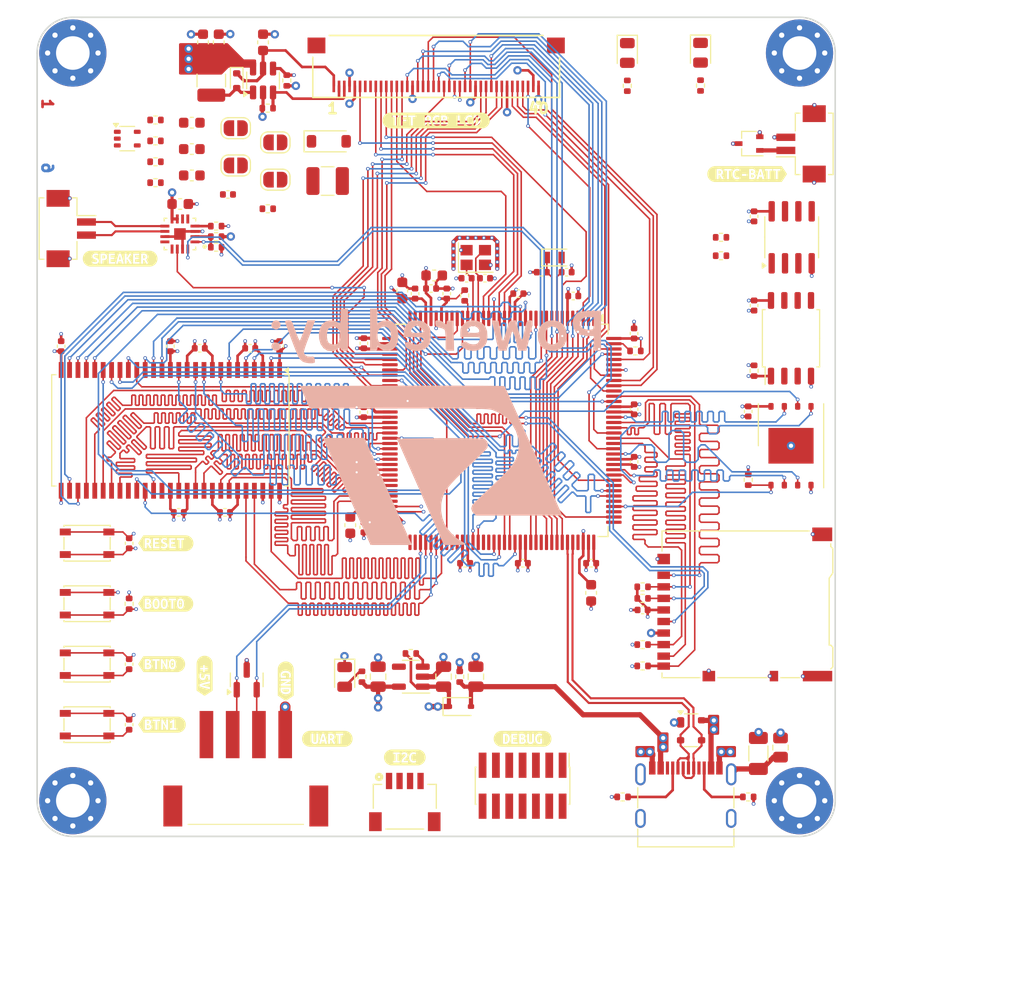
<source format=kicad_pcb>
(kicad_pcb (version 20240108) (generator "pcbnew") (generator_version "8.0")
  (layers (0 "F.Cu" signal) (1 "In1.Cu" signal) (2 "In2.Cu" signal) (3 "In3.Cu" signal) (4 "In4.Cu" signal) (31 "B.Cu" signal) (34 "B.Paste" user) (35 "F.Paste" user) (36 "B.SilkS" user "B.Silkscreen") (37 "F.SilkS" user "F.Silkscreen") (38 "B.Mask" user) (39 "F.Mask" user) (44 "Edge.Cuts" user))
  (net 0 "")
  (net 1 "/LCD/LED_A")
  (net 2 "GND")
  (net 3 "Net-(C34-Pad1)")
  (net 4 "/MCU/XIN")
  (net 5 "VDD")
  (net 6 "+3V3")
  (net 7 "/MCU/XOUT")
  (net 8 "/MCU/OSC32_OUT")
  (net 9 "/MCU/PE2")
  (net 10 "/MCU/PE3")
  (net 11 "/MCU/OSC32_IN")
  (net 12 "Net-(J4-SHIELD)")
  (net 13 "Net-(D1-A)")
  (net 14 "/LCD/LCD_SPI_DAT")
  (net 15 "/MCU/PC0")
  (net 16 "/LCD/LCD_SPI_CLK")
  (net 17 "/LCD/LCD_TP_RST")
  (net 18 "/LCD/LCD_SPI_CS")
  (net 19 "/LCD/LCD_TP_INT")
  (net 20 "/LCD/LCD_TP_SCL")
  (net 21 "/LCD/LCD_TP_SDA")
  (net 23 "/LCD/LCD_R4")
  (net 24 "/LCD/LCD_R5")
  (net 25 "/LCD/LCD_RESET")
  (net 26 "/MCU/I2S_WS")
  (net 28 "/MCU/PC4")
  (net 29 "/MCU/PC5")
  (net 30 "/MCU/PF11")
  (net 31 "/LCD/LCD_G4")
  (net 32 "/LCD/LCD_G7")
  (net 33 "/LCD/LCD_R6")
  (net 34 "/LCD/LCD_B5")
  (net 35 "/MCU/PA1")
  (net 36 "/MCU/PB12")
  (net 37 "/MCU/PB13")
  (net 38 "/MCU/I2S_SDO")
  (net 39 "/MCU/PD12")
  (net 40 "/MCU/PD13")
  (net 41 "/MCU/PG2")
  (net 42 "/MCU/PG3")
  (net 43 "/MCU/PG4")
  (net 44 "/MCU/PG5")
  (net 45 "/MCU/PA3")
  (net 46 "/MCU/PE6")
  (net 47 "/MCU/PG8")
  (net 48 "/MCU/PG13")
  (net 49 "/MCU/PC8")
  (net 50 "/MCU/PE5")
  (net 51 "/MCU/PA2")
  (net 52 "/LCD/LCD_DE")
  (net 53 "/LCD/LCD_B6")
  (net 54 "/LCD/HSYNC")
  (net 55 "/LCD/LCD_B7")
  (net 56 "/LCD/LCD_B4")
  (net 57 "/LCD/LCD_G5")
  (net 58 "/LCD/LCD_B3")
  (net 59 "/MCU/PC10")
  (net 60 "/MCU/PC12")
  (net 61 "/MCU/PD2")
  (net 62 "/MCU/I2S_SD_MODE")
  (net 63 "/MCU/I2S_CK")
  (net 64 "/MCU/PG15")
  (net 65 "/MCU/PB8")
  (net 66 "/MCU/PE0")
  (net 67 "/MCU/PE1")
  (net 68 "/LCD/VSYNC")
  (net 69 "/LCD/LCD_G2")
  (net 70 "/LCD/LCD_CLK")
  (net 71 "/LCD/LCD_G6")
  (net 72 "/LCD/LCD_G3")
  (net 73 "/LCD/LED_K")
  (net 74 "/LCD/LCD_R7")
  (net 75 "/LCD/LCD_R3")
  (net 76 "Net-(J4-CC1)")
  (net 77 "VBUS")
  (net 79 "/MCU/USB_D-")
  (net 80 "Net-(J4-CC2)")
  (net 82 "/MCU/USB_D+")
  (net 85 "Net-(J5-SHIELD-PadS1)")
  (net 86 "/MEMORY/~{NAND_CS}")
  (net 87 "/LCD/LCD_BLK")
  (net 88 "/MEMORY/SDA")
  (net 89 "/MEMORY/SCL")
  (net 94 "/MCU/NRST")
  (net 95 "/MCU/PA14(JTCK")
  (net 96 "/MCU/BOOT0")
  (net 97 "/MCU/BTN0")
  (net 98 "/MCU/SD_DAT2")
  (net 99 "/MCU/BTN1")
  (net 100 "/MCU/PA13(JTMS")
  (net 101 "/MCU/PC3_C")
  (net 102 "/MCU/PC2_C")
  (net 103 "/MEMORY/NAND_DI(IO0)")
  (net 104 "/MEMORY/NAND_IO3")
  (net 105 "/MEMORY/NAND_IO2")
  (net 106 "/MEMORY/NAND_CLK")
  (net 107 "/MEMORY/NAND_DO(IO1)")
  (net 109 "Net-(U6-~{SD_MODE})")
  (net 110 "/Audio/GAIN_SLOT")
  (net 111 "/Audio/SPK+")
  (net 112 "/Audio/SPK-")
  (net 113 "/MCU/SDRAM_DQ10")
  (net 114 "/MCU/SDRAM_ADD10")
  (net 115 "/MCU/SDRAM_DQ4")
  (net 116 "/MCU/SDRAM_DQ2")
  (net 117 "/MCU/SDRAM_ADD9")
  (net 118 "/MCU/SDRAM_DQ9")
  (net 119 "/MCU/SDRAM_DQ13")
  (net 120 "/MCU/SDRAM_DQ6")
  (net 121 "/MCU/SDRAM_ADD11")
  (net 122 "/MCU/SDRAM_ADD0")
  (net 123 "/MCU/SDRAM_ADD7")
  (net 124 "/MCU/SDRAM_ADD8")
  (net 125 "/MCU/SDRAM_DQ8")
  (net 126 "/MCU/SDRAM_DQ0")
  (net 127 "/MCU/SDRAM_ADD6")
  (net 128 "/MCU/SDRAM_ADD3")
  (net 129 "/MCU/SDRAM_DQ5")
  (net 130 "/MCU/SDRAM_DQ12")
  (net 131 "/MCU/SDRAM_DQ11")
  (net 132 "/MCU/SDRAM_DQ7")
  (net 133 "/MCU/SDRAM_DQ1")
  (net 134 "/MCU/SDRAM_DQ3")
  (net 135 "/MCU/SDRAM_DQ15")
  (net 136 "/MCU/SDRAM_DQ14")
  (net 137 "/MCU/SDRAM_ADD5")
  (net 138 "/MCU/SDRAM_ADD2")
  (net 139 "/MCU/SDRAM_ADD1")
  (net 140 "/MCU/SDRAM_ADD4")
  (net 141 "/MCU/SD_DAT0")
  (net 142 "/MCU/SD_DAT3")
  (net 143 "/MCU/SD_DAT1")
  (net 144 "/MCU/SD_CLK")
  (net 145 "/MCU/SD_CMD")
  (net 146 "/MCU/~{NOR_CS}")
  (net 147 "/MCU/NOR_D3")
  (net 148 "/MCU/NOR_D2")
  (net 149 "/MCU/NOR_CLK")
  (net 150 "/MCU/NOR_D0")
  (net 151 "/MCU/NOR_D1")
  (net 152 "Net-(U4-PDR_ON)")
  (net 167 "Net-(D4-A)")
  (net 168 "Net-(U8-EN)")
  (net 170 "Net-(D5-A)")
  (net 171 "Net-(D6-A)")
  (net 172 "/MCU/LED_0")
  (net 173 "/MCU/LED_1")
  (net 174 "VB")
  (net 175 "/IO/USART_TX")
  (net 176 "/IO/USART_RX")
  (net 177 "VBAT")
  (net 178 "Net-(D8-A)")
  (net 179 "Net-(JP1-B)")
  (net 180 "Net-(JP2-B)")
  (net 181 "Net-(JP3-B)")
  (net 182 "Net-(JP4-B)")
  (net 183 "+5V")
  (footprint "MountingHole:MountingHole_3.2mm_M3_Pad_Via" (layer "F.Cu") (at 178.7973 122.9411 180)
    (property "Reference" "H3" (hide yes))
    (property "Value" "MountingHole_Pad")
  )
  (footprint "Capacitor_SMD:C_0402_1005Metric" (layer "F.Cu") (at 147.0951 73.1857 180)
    (property "Reference" "C40" (hide yes))
    (property "Value" "16p")
  )
  (footprint "Capacitor_SMD:C_1206_3216Metric" (layer "F.Cu") (at 174.879 118.4402 90)
    (property "Reference" "C43" (hide yes))
    (property "Value" "1nF/500V")
  )
  (footprint "Resistor_SMD:R_0402_1005Metric" (layer "F.Cu") (at 163.1696 80.1116 180)
    (property "Reference" "R19" (hide yes))
    (property "Value" "10K")
  )
  (footprint "Capacitor_SMD:C_0603_1608Metric" (layer "F.Cu") (at 127.7112 50.7238 90)
    (property "Reference" "C31" (hide yes))
    (property "Value" "1u")
  )
  (footprint "Capacitor_SMD:C_0402_1005Metric" (layer "F.Cu") (at 114.9604 115.697 90)
    (property "Reference" "C28" (hide yes))
    (property "Value" "100n")
  )
  (footprint "Resistor_SMD:R_0402_1005Metric" (layer "F.Cu") (at 174.4726 81.9958 -90)
    (property "Reference" "R1" (hide yes))
    (property "Value" "10K")
  )
  (footprint "MountingHole:MountingHole_3.2mm_M3_Pad_Via" (layer "F.Cu") (at 109.5973 122.9411 180)
    (property "Reference" "H4" (hide yes))
    (property "Value" "MountingHole_Pad")
  )
  (footprint "SM04B-SRSS-TB_LF__SN_:JST_SM04B-SRSS-TB_LF__SN_" (layer "F.Cu") (at 141.2101 121.063)
    (property "Reference" "J5" (hide yes))
    (property "Value" "I2C-STEMMA-QT")
  )
  (footprint "Resistor_SMD:R_0402_1005Metric" (layer "F.Cu") (at 123.248503 69.2259 180)
    (property "Reference" "R15" (hide yes))
    (property "Value" "NC")
  )
  (footprint "Resistor_SMD:R_0402_1005Metric" (layer "F.Cu") (at 169.370632 54.8386 90)
    (property "Reference" "R23" (hide yes))
    (property "Value" "1K")
  )
  (footprint "Package_TO_SOT_SMD:SOT-23-6" (layer "F.Cu") (at 127.7112 54.356 90)
    (property "Reference" "U3" (hide yes))
    (property "Value" "MT9284")
  )
  (footprint "Connector_Card:microSD_HC_Hirose_DM3AT-SF-PEJM5" (layer "F.Cu") (at 173.587 104.25 90)
    (property "Reference" "J1" (hide yes))
    (property "Value" "Micro_SD_Card_Det_Hirose_DM3AT")
  )
  (footprint "Capacitor_SMD:C_0402_1005Metric" (layer "F.Cu") (at 152.019 74.6506)
    (property "Reference" "C10" (hide yes))
    (property "Value" "100n")
  )
  (footprint "Capacitor_SMD:C_0402_1005Metric" (layer "F.Cu") (at 114.9604 109.939667 90)
    (property "Reference" "C27" (hide yes))
    (property "Value" "100n")
  )
  (footprint "Crystal:Crystal_SMD_2012-2Pin_2.0x1.2mm" (layer "F.Cu") (at 155.4377 71.2152)
    (property "Reference" "Y2" (hide yes))
    (property "Value" "32.768KHz")
  )
  (footprint "Package_TO_SOT_SMD:SOT-23-5" (layer "F.Cu") (at 141.7838 111.1316 180)
    (property "Reference" "U8" (hide yes))
    (property "Value" "TLV75733PDBV")
  )
  (footprint "Resistor_SMD:R_0402_1005Metric" (layer "F.Cu") (at 123.248503 70.232501)
    (property "Reference" "R16" (hide yes))
    (property "Value" "NC")
  )
  (footprint "kibuzzard-66417165" (layer "F.Cu") (at 152.4254 117.0432)
    (property "Reference" "kibuzzard-66417165" (hide yes))
    (property "Value" "G***" (hide yes))
  )
  (footprint "LED_SMD:LED_0805_2012Metric" (layer "F.Cu") (at 135.4837 111.1516 -90)
    (property "Reference" "D4" (hide yes))
    (property "Value" "GREEN")
  )
  (footprint "Resistor_SMD:R_0402_1005Metric" (layer "F.Cu") (at 146.4396 111.1316 90)
    (property "Reference" "R22" (hide yes))
    (property "Value" "100K")
  )
  (footprint "Package_SO:SOIC-8_3.9x4.9mm_P1.27mm" (layer "F.Cu") (at 178.051 69.2912 90)
    (property "Reference" "U7" (hide yes))
    (property "Value" "CAT24C128")
  )
  (footprint "Capacitor_SMD:C_0402_1005Metric" (layer "F.Cu") (at 163.0426 90.6744 -90)
    (property "Reference" "C8" (hide yes))
    (property "Value" "100n")
  )
  (footprint "Package_TO_SOT_SMD:SOT-323_SC-70" (layer "F.Cu") (at 174.0154 60.36615 180)
    (property "Reference" "D7" (hide yes))
    (property "Value" "BAT54CW")
  )
  (footprint "Resistor_SMD:R_0402_1005Metric" (layer "F.Cu") (at 117.4694 64.0884)
    (property "Reference" "R28" (hide yes))
    (property "Value" "2.0R")
  )
  (footprint "Capacitor_SMD:C_0805_2012Metric" (layer "F.Cu") (at 138.6659 111.1316 90)
    (property "Reference" "C44" (hide yes))
    (property "Value" "2.2u")
  )
  (footprint "Capacitor_SMD:C_0402_1005Metric" (layer "F.Cu") (at 137.3124 79.3776 90)
    (property "Reference" "C14" (hide yes))
    (property "Value" "100n")
  )
  (footprint "Resistor_SMD:R_0402_1005Metric" (layer "F.Cu") (at 117.4694 58.1184)
    (property "Reference" "R25" (hide yes))
    (property "Value" "8.2R")
  )
  (footprint "Capacitor_SMD:C_0402_1005Metric" (layer "F.Cu") (at 146.9538 100.3262 180)
    (property "Reference" "C5" (hide yes))
    (property "Value" "100n")
  )
  (footprint "kibuzzard-6642BE54" (layer "F.Cu") (at 133.8326 117.0432)
    (property "Reference" "kibuzzard-6642BE54" (hide yes))
    (property "Value" "G***" (hide yes))
  )
  (footprint "Capacitor_SMD:C_0402_1005Metric" (layer "F.Cu") (at 118.8871 79.6586 90)
    (property "Reference" "C2" (hide yes))
    (property "Value" "100n")
  )
  (footprint "kibuzzard-664329E8" (layer "F.Cu") (at 122.1486 111.0488 -90)
    (property "Reference" "kibuzzard-664329E8" (hide yes))
    (property "Value" "G***" (hide yes))
  )
  (footprint "Capacitor_SMD:C_0402_1005Metric" (layer "F.Cu") (at 124.0871 95.4786 180)
    (property "Reference" "C38" (hide yes))
    (property "Value" "100n")
  )
  (footprint "Capacitor_SMD:C_0603_1608Metric" (layer "F.Cu") (at 119.8215 66.117701)
    (property "Reference" "C23" (hide yes))
    (property "Value" "10u")
  )
  (footprint "Resistor_SMD:R_0402_1005Metric" (layer "F.Cu") (at 123.248503 68.2259 180)
    (property "Reference" "R14" (hide yes))
    (property "Value" "1M")
  )
  (footprint "Capacitor_SMD:C_0402_1005Metric" (layer "F.Cu") (at 137.3021 85.9444 90)
    (property "Reference" "C15" (hide yes))
    (property "Value" "100n")
  )
  (footprint "Package_TO_SOT_SMD:SOT-353_SC-70-5" (layer "F.Cu") (at 114.7826 59.8932)
    (property "Reference" "U5" (hide yes))
    (property "Value" "TPS61169")
  )
  (footprint "Capacitor_SMD:C_0402_1005Metric" (layer "F.Cu") (at 145.2038 74.6506 90)
    (property "Reference" "C9" (hide yes))
    (property "Value" "100n")
  )
  (footprint "Resistor_SMD:R_0402_1005Metric" (layer "F.Cu") (at 129.9718 54.356 -90)
    (property "Reference" "R4" (hide yes))
    (property "Value" "5K1")
  )
  (footprint "Jumper:SolderJumper-2_P1.3mm_Open_RoundedPad1.0x1.5mm" (layer "F.Cu") (at 128.881 60.2518)
    (property "Reference" "JP3" (hide yes))
    (property "Value" "JMP")
  )
  (footprint "Capacitor_SMD:C_0402_1005Metric" (layer "F.Cu") (at 158.9538 100.3262 180)
    (property "Reference" "C7" (hide yes))
    (property "Value" "100n")
  )
  (footprint "Capacitor_SMD:C_0603_1608Metric" (layer "F.Cu") (at 123.4948 50.7238 90)
    (property "Reference" "C33" (hide yes))
    (property "Value" "10u")
  )
  (footprint "Capacitor_SMD:C_0402_1005Metric" (layer "F.Cu") (at 148.8451 73.1857)
    (property "Reference" "C39" (hide yes))
    (property "Value" "16p")
  )
  (footprint "Capacitor_SMD:C_0402_1005Metric" (layer "F.Cu") (at 163.0426 85.6744 -90)
    (property "Reference" "C13" (hide yes))
    (property "Value" "100n")
  )
  (footprint "Capacitor_SMD:C_0402_1005Metric" (layer "F.Cu") (at 163.0426 78.4444 90)
    (property "Reference" "C12" (hide yes))
    (property "Value" "100n")
  )
  (footprint "Capacitor_SMD:C_0402_1005Metric" (layer "F.Cu") (at 108.4871 79.6586 90)
    (property "Reference" "C1" (hide yes))
    (property "Value" "100n")
  )
  (footprint "Capacitor_SMD:C_0603_1608Metric" (layer "F.Cu") (at 120.9294 58.3784)
    (property "Reference" "C46" (hide yes))
    (property "Value" "1u")
  )
  (footprint "Capacitor_SMD:C_0402_1005Metric" (layer "F.Cu") (at 124.3694 65.2084)
    (property "Reference" "C49" (hide yes))
    (property "Value" "100n")
  )
  (footprint "Resistor_SMD:R_0402_1005Metric" (layer "F.Cu") (at 173.9153 122.5819 180)
    (property "Reference" "R12" (hide yes))
    (property "Value" "5K1")
  )
  (footprint "Resistor_SMD:R_0402_1005Metric" (layer "F.Cu") (at 128.161 66.5718)
    (property "Reference" "R29" (hide yes))
    (property "Value" "10K")
  )
  (footprint "Button_Switch_SMD:SW_SPST_PTS810" (layer "F.Cu") (at 110.955 109.939667 180)
    (property "Reference" "SW3" (hide yes))
    (property "Value" "SW_Push")
  )
  (footprint "Capacitor_SMD:C_0805_2012Metric" (layer "F.Cu") (at 147.9775 111.1316 90)
    (property "Reference" "C45" (hide yes))
    (property "Value" "10uF/0805")
  )
  (footprint "Package_SO:TSOP-II-54_22.2x10.16mm_P0.8mm" (layer "F.Cu") (at 118.8871 87.6744 -90)
    (property "Reference" "U2" (hide yes))
    (property "Value" "IS42S16160J-7TL")
  )
  (footprint "Connector_USB:USB_C_Receptacle_G-Switch_GT-USB-7010ASV" (layer "F.Cu") (at 167.9717 123.5519)
    (property "Reference" "J4" (hide yes))
    (property "Value" "USB-C")
  )
  (footprint "Capacitor_SMD:C_0402_1005Metric" (layer "F.Cu") (at 119.6871 95.4786 180)
    (property "Reference" "C37" (hide yes))
    (property "Value" "100n")
  )
  (footprint "kibuzzard-66417197" (layer "F.Cu") (at 144.1973 58.166)
    (property "Reference" "kibuzzard-66417197" (hide yes))
    (property "Value" "G***" (hide yes))
  )
  (footprint "Capacitor_SMD:C_0402_1005Metric" (layer "F.Cu") (at 121.6871 79.8576 180)
    (property "Reference" "C3" (hide yes))
    (property "Value" "100n")
  )
  (footprint "kibuzzard-6642BE6C" (layer "F.Cu") (at 141.2101 118.8212)
    (property "Reference" "kibuzzard-6642BE6C" (hide yes))
    (property "Value" "G***" (hide yes))
  )
  (footprint "LED_SMD:LED_0805_2012Metric" (layer "F.Cu") (at 162.398966 51.7375 -90)
    (property "Reference" "D6" (hide yes))
    (property "Value" "RED")
  )
  (footprint "Capacitor_SMD:C_0603_1608Metric" (layer "F.Cu") (at 144.0082 72.9234)
    (property "Reference" "C26" (hide yes))
    (property "Value" "1u")
  )
  (footprint "Button_Switch_SMD:SW_SPST_PTS810" (layer "F.Cu") (at 110.955 98.425 180)
    (property "Reference" "SW1" (hide yes))
    (property "Value" "SW_Push")
  )
  (footprint "Crystal:Crystal_SMD_2520-4Pin_2.5x2.0mm" (layer "F.Cu") (at 147.9701 71.2152)
    (property "Reference" "Y1" (hide yes))
    (property "Value" "25MHz")
  )
  (footprint "kibuzzard-6642BE85" (layer "F.Cu") (at 173.8122 63.26615)
    (property "Reference" "kibuzzard-6642BE85" (hide yes))
    (property "Value" "G***" (hide yes))
  )
  (footprint "Resistor_SMD:R_0402_1005Metric" (layer "F.Cu") (at 173.9138 92.3804 -90)
    (property "Reference" "R2" (hide yes))
    (property "Value" "10K")
  )
  (footprint "MountingHole:MountingHole_3.2mm_M3_Pad_Via" (layer "F.Cu") (at 109.5973 51.7411 180)
    (property "Reference" "H1" (hide yes))
    (property "Value" "MountingHole_Pad")
  )
  (footprint "Package_TO_SOT_SMD:SOT-23" (layer "F.Cu") (at 126.1573 111.4298 90)
    (property "Reference" "D9" (hide yes))
    (property "Value" "ESDA14V2L")
  )
  (footprint "Button_Switch_SMD:SW_SPST_PTS810" (layer "F.Cu") (at 110.955 115.697 180)
    (property "Reference" "SW4" (hide yes))
    (property "Value" "SW_Push")
  )
  (footprint "Resistor_SMD:R_0402_1005Metric" (layer "F.Cu") (at 146.9136 74.8284 -90)
    (property "Reference" "R17" (hide yes))
    (property "Value" "10K")
  )
  (footprint "Capacitor_SMD:C_0603_1608Metric" (layer "F.Cu") (at 121.9962 50.7238 90)
    (property "Reference" "C32" (hide yes))
    (property "Value" "10u")
  )
  (footprint "Resistor_SMD:R_0402_1005Metric" (layer "F.Cu") (at 117.4694 60.1084)
    (property "Reference" "R26" (hide yes))
    (property "Value" "8.2R")
  )
  (footprint "Resistor_SMD:R_0402_1005Metric" (layer "F.Cu") (at 137.1293 111.1316 90)
    (property "Reference" "R21" (hide yes))
    (property "Value" "2K2")
  )
  (footprint "Resistor_SMD:R_0402_1005Metric" (layer "F.Cu") (at 163.8554 103.675)
    (property "Reference" "R8" (hide yes))
    (property "Value" "10K")
  )
  (footprint "Capacitor_SMD:C_0402_1005Metric" (layer "F.Cu") (at 142.1892 74.6506 90)
    (property "Reference" "C4" (hide yes))
    (property "Value" "100n")
  )
  (footprint "Connector_Hirose:Hirose_DF13C_CL535-0402-2-51_1x02-1MP_P1.25mm_Vertical" (layer "F.Cu") (at 178.9478 60.39115 90)
    (property "Reference" "J6" (hide yes))
    (property "Value" "BAT")
  )
  (footprint "Jumper:SolderJumper-2_P1.3mm_Open_RoundedPad1.0x1.5mm" (layer "F.Cu") (at 125.1094 62.4484)
    (property "Reference" "JP2" (hide yes))
    (property "Value" "JMP")
  )
  (footprint "MAX98357AETE_:QFN50P300X300X80-17N" (layer "F.Cu") (at 119.7965 68.9759 180)
    (property "Reference" "U6" (hide yes))
    (property "Value" "MAX98357AETE_")
  )
  (footprint "Capacitor_SMD:C_0402_1005Metric" (layer "F.Cu") (at 154.2577 72.6122 180)
    (property "Reference" "C41" (hide yes))
    (property "Value" "10p")
  )
  (footprint "Resistor_SMD:R_0402_1005Metric" (layer "F.Cu") (at 141.7838 108.9218)
    (property "Reference" "R20" (hide yes))
    (property "Value" "10K")
  )
  (footprint "Capacitor_SMD:C_0402_1005Metric" (layer "F.Cu") (at 143.7132 74.168)
    (property "Reference" "C25" (hide yes))
    (property "Value" "100n")
  )
  (footprint "Capacitor_SMD:C_0402_1005Metric" (layer "F.Cu") (at 173.9138 85.8704 -90)
    (property "Reference" "C21" (hide yes))
    (property "Value" "100n")
  )
  (footprint "Capacitor_SMD:C_0603_1608Metric" (layer "F.Cu") (at 140.97 74.3556 90)
    (property "Reference" "C19" (hide yes))
    (property "Value" "4u7")
  )
  (footprint "Resistor_SMD:R_0402_1005Metric" (layer "F.Cu") (at 163.8554 108.075)
    (property "Reference" "R7" (hide yes))
    (property "Value" "10K")
  )
  (footprint "Diode_SMD:D_SOD-523" (layer "F.Cu") (at 125.20365 54.3785 -90)
    (property "Reference" "D1" (hide yes))
    (property "Value" "MSK4010")
  )
  (footprint "Resistor_SMD:R_0805_2012Metric" (layer "F.Cu") (at 176.9872 117.8777 90)
    (property "Reference" "R13" (hide yes))
    (property "Value" "1M/0805")
  )
  (footprint "kibuzzard-66418113" (layer "F.Cu") (at 114.1027 71.3232)
    (property "Reference" "kibuzzard-66418113" (hide yes))
    (property "Value" "G***" (hide yes))
  )
  (footprint "Resistor_SMD:R_0402_1005Metric" (layer "F.Cu") (at 163.8554 102.575)
    (property "Reference" "R9" (hide yes))
    (property "Value" "10K")
  )
  (footprint "kibuzzard-6641D19D" (layer "F.Cu") (at 118.44794 98.425)
    (property "Reference" "kibuzzard-6641D19D" (hide yes))
    (property "Value" "G***" (hide yes))
  )
  (footprint "kibuzzard-6641D1AA" (layer "F.Cu") (at 118.053203 109.93641)
    (property "Reference" "kibuzzard-6641D1AA" (hide yes))
    (property "Value" "G***" (hide yes))
  )
  (footprint "Diode_SMD:D_SOD-123" (layer "F.Cu") (at 133.976 60.1518)
    (property "Reference" "D8" (hide yes))
    (property "Value" "MBR0540")
  )
  (footprint "Resistor_SMD:R_0402_1005Metric" (layer "F.Cu") (at 163.8554 110.109 180)
    (property "Reference" "R10" (hide yes))
    (property "Value" "10K")
  )
  (footprint "Connector_PinHeader_1.27mm:PinHeader_2x07_P1.27mm_Vertical_SMD" (layer "F.Cu") (at 152.4254 121.5136 -90)
    (property "Reference" "J3" (hide yes))
    (property "Value" "swd")
  )
  (footprint "Package_SON:WSON-8-1EP_8x6mm_P1.27mm_EP3.4x4.3mm" (layer "F.Cu") (at 177.986 89.1404 90)
    (property "Reference" "U1" (hide yes))
    (property "Value" "MT25Q")
  )
  (footprint "Package_SO:SOIC-8_5.23x5.23mm_P1.27mm" (layer "F.Cu") (at 177.986 78.9058 90)
    (property "Reference" "U9" (hide yes))
    (property "Value" "W25Q128JVS")
  )
  (footprint "Capacitor_SMD:C_0402_1005Metric" (layer "F.Cu") (at 152.4538 100.3262 180)
    (property "Reference" "C6" (hide yes))
    (property "Value" "100n")
  )
  (footprint "Jumper:SolderJumper-2_P1.3mm_Open_RoundedPad1.0x1.5mm" (layer "F.Cu") (at 128.881 63.8018)
    (property "Reference" "JP4" (hide yes))
    (property "Value" "JMP")
  )
  (footprint "FPC-40P-Omron-XF2M-4015-1Apretty:Omron-XF2M-4015-1A-R100-0-0-0" (layer "F.Cu") (at 144.1973 53.0215 180)
    (property "Reference" "J2" (hide yes))
    (property "Value" "TFT_LCD")
  )
  (footprint "Inductor_SMD:L_1210_3225Metric" (layer "F.Cu") (at 122.7836 54.356 -90)
    (property "Reference" "L1" (hide yes))
    (property "Value" "10uH")
  )
  (footprint "Resistor_SMD:R_0402_1005Metric" (layer "F.Cu") (at 161.9519 122.5819)
    (property "Reference" "R11" (hide yes))
    (property "Value" "5K1")
  )
  (footprint "Resistor_SMD:R_0402_1005Metric" (layer "F.Cu") (at 171.325 69.2938 180)
    (property "Reference" "R6" (hide yes))
    (property "Value" "2K2")
  )
  (footprint "Capacitor_SMD:C_0603_1608Metric" (layer "F.Cu") (at 120.9294 60.8884)
    (property "Reference" "C47" (hide yes))
    (property "Value" "1u")
  )
  (footprint "Resistor_SMD:R_0402_1005Metric" (layer "F.Cu") (at 117.4694 62.0984)
    (property "Reference" "R27" (hide yes))
    (property "Value" "4.3R")
  )
  (footprint "kibuzzard-6641D1B0" (layer "F.Cu") (at 118.083792 115.697)
    (property "Reference" "kibuzzard-6641D1B0" (hide yes))
    (property "Value" "G***" (hide yes))
  )
  (footprint "Resistor_SMD:R_0402_1005Metric" (layer "F.Cu") (at 171.325 71.0438 180)
    (property "Reference" "R5" (hide yes))
    (property "Value" "2K2")
  )
  (footprint "Capacitor_SMD:C_0402_1005Metric" (layer "F.Cu") (at 174.4726 75.7858 -90)
    (property "Reference" "C22" (hide yes))
    (property "Value" "100n")
  )
  (footprint "Capacitor_SMD:C_0402_1005Metric" (layer "F.Cu") (at 114.9604 98.425 90)
    (property "Reference" "C24" (hide yes))
    (property "Value" "100n")
  )
  (footprint "Capacitor_SMD:C_0402_1005Metric" (layer "F.Cu") (at 157.2514 74.8792)
    (property "Reference" "C11" (hide yes))
    (property "Value" "100n")
  )
  (footprint "Resistor_SMD:R_0402_1005Metric" (layer "F.Cu") (at 114.9604 104.189 90)
    (property "Reference" "R18" (hide yes))
    (property "Value" "10K")
  )
  (footprint "Capacitor_SMD:C_0805_2012Metric" (layer "F.Cu") (at 144.9017 111.1316 90)
    (property "Reference" "C30" (hide yes))
    (property "Value" "1uF/0805")
  )
  (footprint "Resistor_SMD:R_0402_1005Metric" (layer "F.Cu") (at 128.1512 56.9921 180)
    (property "Reference" "R3" (hide yes))
    (property "Value" "2.74R")
  )
  (footprint "Capacitor_SMD:C_0402_1005Metric" (layer "F.Cu") (at 129.2871 79.6586 90)
    (property "Reference" "C29" (hide yes))
    (property "Value" "100n")
  )
  (footprint "MountingHole:MountingHole_3.2mm_M3_Pad_Via" (layer "F.Cu") (at 178.7973 51.7411 180)
    (property "Reference" "H2" (hide yes))
    (property "Value" "MountingHole_Pad")
  )
  (footprint "Capacitor_SMD:C_0603_1608Metric" (layer "F.Cu") (at 136.017 96.6994 -90)
    (property "Reference" "C34" (hide yes))
    (property "Value" "2u2")
  )
  (footprint "Capacitor_SMD:C_0402_1005Metric" (layer "F.Cu") (at 156.6177 72.6122)
    (property "Reference" "C42" (hide yes))
    (property "Value" "10p")
  )
  (footprint "Diode_SMD:D_SOD-323" (layer "F.Cu") (at 146.4621 113.9764)
    (property "Reference" "D3" (hide yes))
    (property "Value" "NSR0320MW2T1G")
  )
  (footprint "Capacitor_SMD:C_0402_1005Metric" (layer "F.Cu") (at 163.8554 104.775 180)
    (property "Reference" "C18" (hide yes))
    (property "Value" "100n")
  )
  (footprint "Capacitor_SMD:C_0402_1005Metric" (layer "F.Cu") (at 126.4871 79.8576 180)
    (property "Reference" "C36" (hide yes))
    (property "Value" "100n")
  )
  (footprint "Connector_Hirose:Hirose_DF13C_CL535-0402-2-51_1x02-1MP_P1.25mm_Vertical" (layer "F.Cu") (at 109.4439 68.4565 -90)
    (property "Reference" "J8" (hide yes))
    (property "Value" "SPKR")
  )
  (footprint "Capacitor_SMD:C_0402_1005Metric" (layer "F.Cu") (at 174.4726 67.2962 -90)
    (property "Reference" "C20" (hide yes))
    (property "Value" "100n")
  )
  (footprint "Capacitor_SMD:C_0402_1005Metric" (layer "F.Cu") (at 137.3021 96.9044 -90)
    (property "Reference" "C17" (hide yes))
    (property "Value" "100n")
  )
  (footprint "Capacitor_SMD:C_0402_1005Metric" (layer "F.Cu") (at 137.3021 91.1744 90)
    (property "Reference" "C16" (hide yes))
    (property "Value" "100n")
  )
  (footprint "Resistor_SMD:R_0402_1005Metric" (layer "F.Cu") (at 162.398966 54.8617 90)
    (property "Reference" "R24" (hide yes))
    (property "Value" "1K")
  )
  (footprint "Jumper:SolderJumper-2_P1.3mm_Open_RoundedPad1.0x1.5mm" (layer "F.Cu") (at 125.1094 58.8984)
    (property "Reference" "JP1" (hide yes))
    (property "Value" "JMP")
  )
  (footprint "Inductor_SMD:L_1210_3225Metric" (layer "F.Cu") (at 133.861 63.9318)
    (property "Reference" "L2" (hide yes))
    (property "Value" "6.8u")
  )
  (footprint "Package_TO_SOT_SMD:SOT-143" (layer "F.Cu") (at 168.4717 116.2319)
    (property "Reference" "D2" (hide yes))
    (property "Value" "PRTR5V0U2X")
  )
  (footprint "LED_SMD:LED_0805_2012Metric" (layer "F.Cu") (at 169.370632 51.7144 -90)
    (property "Reference" "D5" (hide yes))
    (property "Value" "RED")
  )
  (footprint "Package_QFP:LQFP-144_20x20mm_P0.5mm" (layer "F.Cu") (at 150.4538 87.6744 -90)
    (property "Reference" "U4" (hide yes))
    (property "Value" "STM32H723ZGTx")
  )
  (footprint "Capacitor_SMD:C_0603_1608Metric" (layer "F.Cu") (at 158.9532 103.1494 -90)
    (property "Reference" "C35" (hide yes))
    (property "Value" "2u2")
  )
  (footprint "Button_Switch_SMD:SW_SPST_PTS810" (layer "F.Cu") (at 110.955 104.182334 180)
    (property "Reference" "SW2" (hide yes))
    (property "Value" "SW_Push")
  )
  (footprint "Capacitor_SMD:C_0603_1608Metric" (layer "F.Cu") (at 120.9294 63.3984)
    (property "Reference" "C48" (hide yes))
    (property "Value" "10u")
  )
  (footprint "kibuzzard-6641D1A5" (layer "F.Cu") (at 118.4402 104.180705)
    (property "Reference" "kibuzzard-6641D1A5" (hide yes))
    (property "Value" "G***" (hide yes))
  )
  (footprint "kibuzzard-664329F6" (layer "F.Cu") (at 129.8702 111.5568 -90)
    (property "Reference" "kibuzzard-664329F6" (hide yes))
    (property "Value" "G***" (hide yes))
  )
  (footprint "S4B-XH-SM4-TB_LF__SN:S4BXHSM4TBLFSN" (layer "F.Cu") (at 126.0698 120.919)
    (property "Reference" "J9" (hide yes))
    (property "Value" "UART" (hide yes))
  )
  (footprint "powered_by_st:powered_by_st" (layer "B.Cu") (at 144.299732 90.9911 180)
    (property "Reference" "G***")
    (property "Value" "LOGO" (hide yes))
  )
  (gr_line (start 182.1973 122.9411) (end 182.1973 51.7411) (stroke (width 0.15)) (layer "Edge.Cuts"))
  (gr_line (start 178.7973 126.3411) (end 109.5973 126.3411) (stroke (width 0.15)) (layer "Edge.Cuts"))
  (gr_line (start 178.7973 48.3411) (end 109.5973 48.3411) (stroke (width 0.15)) (layer "Edge.Cuts"))
  (gr_arc (start 182.1973 122.9411) (mid 181.201463 125.345263) (end 178.7973 126.3411) (stroke (width 0.15)) (layer "Edge.Cuts"))
  (gr_line (start 106.1973 122.9411) (end 106.1973 51.7411) (stroke (width 0.15)) (layer "Edge.Cuts"))
  (gr_arc (start 109.5973 126.3411) (mid 107.193137 125.345263) (end 106.1973 122.9411) (stroke (width 0.15)) (layer "Edge.Cuts"))
  (gr_arc (start 178.7973 48.3411) (mid 181.201463 49.336937) (end 182.1973 51.7411) (stroke (width 0.15)) (layer "Edge.Cuts"))
  (gr_arc (start 106.1973 51.7411) (mid 107.193137 49.336937) (end 109.5973 48.3411) (stroke (width 0.15)) (layer "Edge.Cuts"))
  (gr_text "1" (at 106.5784 55.9562 -90) (layer "F.Cu") (effects (font (size 1 1) (thickness 0.25) (bold yes)) (justify left bottom)))
  (gr_text "6" (at 106.5784 63.3222 -90) (layer "B.Cu") (effects (font (size 1 1) (thickness 0.25) (bold yes)) (justify left bottom mirror)))
  (gr_text "40" (at 152.8318 57.6072 0) (layer "F.SilkS") (effects (font (size 1 1) (thickness 0.25) (bold yes)) (justify left bottom)))
  (gr_text "1" (at 133.69611 57.6072 0) (layer "F.SilkS") (effects (font (size 1 1) (thickness 0.25) (bold yes)) (justify left bottom)))
  (segment (start 127.7112 53.2185) (end 127.7112 53.7972) (width 0.3) (layer "F.Cu") (net 1))
  (segment (start 129.8578 51.4988) (end 127.7112 51.4988) (width 0.25) (layer "F.Cu") (net 1))
  (segment (start 127.7112 53.2185) (end 127.7112 51.4988) (width 0.3) (layer "F.Cu") (net 1))
  (segment (start 127.127 54.3814) (end 125.90655 54.3814) (width 0.3) (layer "F.Cu") (net 1))
  (segment (start 133.6403 53.0715) (end 131.4305 53.0715) (width 0.25) (layer "F.Cu") (net 1))
  (segment (start 125.90655 54.3814) (end 125.20365 53.6785) (width 0.3) (layer "F.Cu") (net 1))
  (segment (start 134.4473 53.8785) (end 133.6403 53.0715) (width 0.25) (layer "F.Cu") (net 1))
  (segment (start 131.4305 53.0715) (end 129.8578 51.4988) (width 0.25) (layer "F.Cu") (net 1))
  (segment (start 134.4473 54.8715) (end 134.4473 53.8785) (width 0.25) (layer "F.Cu") (net 1))
  (segment (start 127.7112 53.7972) (end 127.127 54.3814) (width 0.3) (layer "F.Cu") (net 1))
  (segment (start 146.7038 98.3369) (end 146.7038 100.0962) (width 0.25) (layer "F.Cu") (net 2))
  (segment (start 174.4253 122.5819) (end 174.4253 123.2373) (width 0.25) (layer "F.Cu") (net 2))
  (segment (start 114.3654 114.622) (end 114.9604 115.217) (width 0.15) (layer "F.Cu") (net 2))
  (segment (start 180.1978 56.708) (end 180.213 56.6928) (width 0.4) (layer "F.Cu") (net 2))
  (segment (start 161.1163 85.9244) (end 162.8126 85.9244) (width 0.25) (layer "F.Cu") (net 2))
  (segment (start 123.4948 49.9488) (end 124.5746 49.9488) (width 0.3) (layer "F.Cu") (net 2))
  (segment (start 151.9738 100.3262) (end 151.9738 101.0102) (width 0.25) (layer "F.Cu") (net 2))
  (segment (start 127.6412 57.7912) (end 127.6604 57.8104) (width 0.3) (layer "F.Cu") (net 2))
  (segment (start 146.431 69.342) (end 146.2278 69.342) (width 0.4) (layer "F.Cu") (net 2))
  (segment (start 158.4738 100.9872) (end 158.4706 100.9904) (width 0.25) (layer "F.Cu") (net 2))
  (segment (start 129.2871 94.5377) (end 129.286 94.5388) (width 0.25) (layer "F.Cu") (net 2))
  (segment (start 126.1573 109.5547) (end 126.1618 109.5502) (width 0.4) (layer "F.Cu") (net 2))
  (segment (start 158.4738 100.3262) (end 158.4738 100.9872) (width 0.25) (layer "F.Cu") (net 2))
  (segment (start 120.0465 68.7259) (end 119.7965 68.9759) (width 0.25) (layer "F.Cu") (net 2))
  (segment (start 149.3251 73.1857) (end 149.7667 73.1857) (width 0.25) (layer "F.Cu") (net 2))
  (segment (start 152.2038 98.3369) (end 152.2038 100.0962) (width 0.25) (layer "F.Cu") (net 2))
  (segment (start 173.9736 67.7762) (end 173.9646 67.7672) (width 0.25) (layer "F.Cu") (net 2))
  (segment (start 160.9105 122.5819) (end 160.909 122.5804) (width 0.25) (layer "F.Cu") (net 2))
  (segment (start 108.88 108.864667) (end 113.03 108.864667) (width 0.15) (layer "F.Cu") (net 2))
  (segment (start 120.5965 66.117701) (end 121.410499 66.117701) (width 0.25) (layer "F.Cu") (net 2))
  (segment (start 120.8662 49.9488) (end 120.8532 49.9618) (width 0.3) (layer "F.Cu") (net 2))
  (segment (start 137.9272 78.8976) (end 137.3124 78.8976) (width 0.3) (layer "F.Cu") (net 2))
  (segment (start 147.9775 110.1816) (end 147.9775 109.2405) (width 0.5) (layer "F.Cu") (net 2))
  (segment (start 149.5044 69.342) (end 149.6314 69.342) (width 0.4) (layer "F.Cu") (net 2))
  (segment (start 145.8468 69.723) (end 145.8468 70.2818) (width 0.4) (layer "F.Cu") (net 2))
  (segment (start 151.7038 75.45729) (end 152.499 74.66209) (width 0.25) (layer "F.Cu") (net 2))
  (segment (start 123.6071 95.4786) (end 123.6071 96.1537) (width 0.25) (layer "F.Cu") (net 2))
  (segment (start 158.9532 103.9244) (end 158.9532 104.6734) (width 0.25) (layer "F.Cu") (net 2))
  (segment (start 146.4396 110.6216) (end 146.4396 109.76) (width 0.5) (layer "F.Cu") (net 2))
  (segment (start 120.4871 81.9244) (end 120.4871 80.5776) (width 0.25) (layer "F.Cu") (net 2))
  (segment (start 148.81225 69.342) (end 149.5044 69.342) (width 0.4) (layer "F.Cu") (net 2))
  (segment (start 139.7913 79.4244) (end 138.454 79.4244) (width 0.3) (layer "F.Cu") (net 2))
  (segment (start 135.4837 110.2141) (end 135.4837 109.1927) (width 0.25) (layer "F.Cu") (net 2))
  (segment (start 123.758503 70.232501) (end 123.758503 70.932497) (width 0.25) (layer "F.Cu") (net 2))
  (segment (start 180.962 97.575) (end 180.0742 97.575) (width 0.4) (layer "F.Cu") (net 2))
  (segment (start 108.1939 71.3315) (end 109.2879 71.3315) (width 0.4) (layer "F.Cu") (net 2))
  (segment (start 128.5816 79.1786) (end 128.5748 79.1718) (width 0.25) (layer "F.Cu") (net 2))
  (segment (start 157.7314 74.8792) (end 157.7314 74.196) (width 0.25) (layer "F.Cu") (net 2))
  (segment (start 114.9604 97.945) (end 114.9604 97.9424) (width 0.15) (layer "F.Cu") (net 2))
  (segment (start 119.5465 69.2259) (end 119.7965 68.9759) (width 0.25) (layer "F.Cu") (net 2))
  (segment (start 126.1573 110.4923) (end 126.1573 109.5547) (width 0.4) (layer "F.Cu") (net 2))
  (segment (start 121.9962 49.9488) (end 120.8662 49.9488) (width 0.3) (layer "F.Cu") (net 2))
  (segment (start 176.40305 59.76615) (end 176.403 59.7662) (width 0.4) (layer "F.Cu") (net 2))
  (segment (start 179.1454 111.075) (end 179.1208 111.0996) (width 0.4) (layer "F.Cu") (net 2))
  (segment (start 108.4871 93.4244) (end 108.4871 94.5859) (width 0.25) (layer "F.Cu") (net 2))
  (segment (start 135.9473 54.8715) (end 135.9473 53.6194) (width 0.25) (layer "F.Cu") (net 2))
  (segment (start 136.017 97.4744) (end 136.017 98.1456) (width 0.25) (layer "F.Cu") (net 2))
  (segment (start 126.0071 79.1741) (end 126.0094 79.1718) (width 0.25) (layer "F.Cu") (net 2))
  (segment (start 147.9473 54.8715) (end 147.9473 55.9385) (width 0.25) (layer "F.Cu") (net 2))
  (segment (start 144.1958 74.1706) (end 144.1932 74.168) (width 0.25) (layer "F.Cu") (net 2))
  (segment (start 144.9017 109.2635) (end 144.8902 109.252) (width 0.5) (layer "F.Cu") (net 2))
  (segment (start 108.1939 65.5815) (end 109.2949 65.5815) (width 0.4) (layer "F.Cu") (net 2))
  (segment (start 174.4253 123.2373) (end 174.4218 123.2408) (width 0.25) (layer "F.Cu") (net 2))
  (segment (start 127.7112 55.4935) (end 127.7112 56.9221) (width 0.3) (layer "F.Cu") (net 2))
  (segment (start 124.5746 49.9488) (end 124.587 49.9364) (width 0.3) (layer "F.Cu") (net 2))
  (segment (start 163.5444 91.1544) (end 163.5506 91.1606) (width 0.25) (layer "F.Cu") (net 2))
  (segment (start 148.8451 71.9152) (end 149.3598 71.9152) (width 0.4) (layer "F.Cu") (net 2))
  (segment (start 151.7038 77.0119) (end 151.7038 75.45729) (width 0.25) (layer "F.Cu") (net 2))
  (segment (start 129.2871 79.1786) (end 128.5816 79.1786) (width 0.25) (layer "F.Cu") (net 2))
  (segment (start 129.8198 116.644) (end 129.8198 113.9956) (width 1) (layer "F.Cu") (net 2))
  (segment (start 145.2038 74.1706) (end 144.1958 74.1706) (width 0.25) (layer "F.Cu") (net 2))
  (segment (start 121.2315 68.7259) (end 120.0465 68.7259) (width 0.25) (layer "F.Cu") (net 2))
  (segment (start 179.891 83.498) (end 179.9082 83.5152) (width 0.25) (layer "F.Cu") (net 2))
  (segment (start 119.551 79.1786) (end 119.5578 79.1718) (width 0.25) (layer "F.Cu") (net 2))
  (segment (start 153.7777 72.6122) (end 153.143 72.6122) (width 0.25) (layer "F.Cu") (net 2))
  (segment (start 118.8871 79.1786) (end 119.551 79.1786) (width 0.25) (layer "F.Cu") (net 2))
  (segment (start 171.1717 119.8269) (end 171.1717 118.4675) (width 0.5) (layer "F.Cu") (net 2))
  (segment (start 137.3124 78.8976) (end 136.6318 78.8976) (width 0.3) (layer "F.Cu") (net 2))
  (segment (start 174.4726 67.7762) (end 173.9736 67.7762) (width 0.25) (layer "F.Cu") (net 2))
  (segment (start 146.2278 69.342) (end 145.8468 69.723) (width 0.4) (layer "F.Cu") (net 2))
  (segment (start 129.8198 113.9956) (end 129.8194 113.9952) (width 1) (layer "F.Cu") (net 2))
  (segment (start 147.9473 55.9385) (end 147.447 56.4388) (width 0.25) (layer "F.Cu") (net 2))
  (segment (start 144.1932 73.5134) (end 144.7832 72.9234) (width 0.25) (layer "F.Cu") (net 2))
  (segment (start 138.435412 85.9244) (end 137.975412 85.4644) (width 0.3) (layer "F.Cu") (net 2))
  (segment (start 114.9604 109.459667) (end 114.974733 109.459667) (width 0.15) (layer "F.Cu") (net 2))
  (segment (start 136.6332 85.4644) (end 136.6266 85.471) (width 0.3) (layer "F.Cu") (net 2))
  (segment (start 137.3021 97.3844) (end 137.3021 97.9321) (width 0.25) (layer "F.Cu") (net 2))
  (segment (start 142.1892 74.1706) (end 141.56 74.1706) (width 0.25) (layer "F.Cu") (net 2))
  (segment (start 162.8126 85.9244) (end 163.0426 86.1544) (width 0.25) (layer "F.Cu") (net 2))
  (segment (start 145.768 74.1706) (end 145.7706 74.168) (width 0.25) (layer "F.Cu") (net 2))
  (segment (start 141.9473 54.8715) (end 141.9473 56.1086) (width 0.25) (layer "F.Cu") (net 2))
  (segment (start 114.9604 115.217) (end 114.9604 115.2144) (width 0.15) (layer "F.Cu") (net 2))
  (segment (start 138.6659 109.3041) (end 138.6672 109.3028) (width 0.5) (layer "F.Cu") (net 2))
  (segment (start 146.1179 73.1857) (end 146.1008 73.2028) (width 0.25) (layer "F.Cu") (net 2))
  (segment (start 180.1978 63.26615) (end 180.1978 64.074) (width 0.4) (layer "F.Cu") (net 2))
  (segment (start 152.499 74.6506) (end 153.035 74.6506) (width 0.25) (layer "F.Cu") (net 2))
  (segment (start 108.4871 78.4897) (end 108.4834 78.486) (width 0.25) (layer "F.Cu") (net 2))
  (segment (start 137.3021 85.4644) (end 136.6332 85.4644) (width 0.3) (layer "F.Cu") (net 2))
  (segment (start 174.879 116.4336) (end 174.9044 116.4082) (width 0.5) (layer "F.Cu") (net 2))
  (segment (start 122.8871 94.7586) (end 123.6071 95.4786) (width 0.25) (layer "F.Cu") (net 2))
  (segment (start 179.891 92.8904) (end 179.891 93.5736) (width 0.25) (layer "F.Cu") (net 2))
  (segment (start 125.2871 80.5776) (end 126.0071 79.8576) (width 0.25) (layer "F.Cu") (net 2))
  (segment (start 164.7717 118.5183) (end 164.5427 118.2893) (width 0.5) (layer "F.Cu") (net 2))
  (segment (start 118.3615 69.2259) (end 119.5465 69.2259) (width 0.25) (layer "F.Cu") (net 2))
  (segment (start 146.7038 100.0962) (end 146.4738 100.3262) (width 0.25) (layer "F.Cu") (net 2))
  (segment (start 113.03 114.622) (end 114.3654 114.622) (width 0.15) (layer "F.Cu") (net 2))
  (segment (start 118.8871 93.4244) (end 118.8871 95.1586) (width 0.25) (layer "F.Cu") (net 2))
  (segment (start 179.956 71.7662) (end 179.956 72.9712) (width 0.25) (layer "F.Cu") (net 2))
  (segment (start 114.9604 103.679) (end 114.9604 103.0986) (width 0.15) (layer "F.Cu") (net 2))
  (segment (start 164.7717 119.8269) (end 164.7717 118.5183) (width 0.5) (layer "F.Cu") (net 2))
  (segment (start 163.5482 86.1544) (end 163.5506 86.1568) (width 0.25) (layer "F.Cu") (net 2))
  (segment (start 114.3654 108.864667) (end 114.9604 109.459667) (width 0.15) (layer "F.Cu") (net 2))
  (segment (start 158.7038 98.3369) (end 158.7038 100.0962) (width 0.25) (layer "F.Cu") (net 2))
  (segment (start 136.6318 78.8976) (end 136.6266 78.8924) (width 0.3) (layer "F.Cu") (net 2))
  (segment (start 141.56 74.1706) (end 140.97 73.5806) (width 0.25) (layer "F.Cu") (net 2))
  (segment (start 121.2071 79.1735) (end 121.2088 79.1718) (width 0.25) (layer "F.Cu") (net 2))
  (segment (start 143.9517 111.1316) (end 144.9017 110.1816) (width 0.5) (layer "F.Cu") (net 2))
  (segment (start 142.9213 111.1316) (end 143.9517 111.1316) (width 0.5) (layer "F.Cu") (net 2))
  (segment (start 157.0977 72.6122) (end 157.0977 71.9595) (width 0.25) (layer "F.Cu") (net 2))
  (segment (start 144.2038 77.0119) (end 144.2038 77.9446) (width 0.25) (layer "F.Cu") (net 2))
  (segment (start 150.9473 54.8715) (end 150.9473 57.3786) (width 0.25) (layer "F.Cu") (net 2))
  (segment (start 129.9718 54.866) (end 130.8334 54.866) (width 0.3) (layer "F.Cu") (net 2))
  (segment (start 177.4978 59.76615) (end 176.40305 59.76615) (width 0.4) (layer "F.Cu") (net 2))
  (segment (start 118.8871 95.1586) (end 119.2071 95.4786) (width 0.25) (layer "F.Cu") (net 2))
  (segment (start 119.2071 95.4786) (end 119.2071 96.1849) (width 0.25) (layer "F.Cu") (net 2))
  (segment (start 149.3598 71.9152) (end 149.3774 71.9328) (width 0.4) (layer "F.Cu") (net 2))
  (segment (start 180.0742 97.575) (end 180.0606 97.5614) (width 0.4) (layer "F.Cu") (net 2))
  (segment (start 149.6314 69.342) (end 150.0124 69.723) (width 0.4) (layer "F.Cu") (net 2))
  (segment (start 114.9604 115.2144) (end 115.3922 114.7826) (width 0.15) (layer "F.Cu") (net 2))
  (segment (start 109.2879 71.3315) (end 109.2962 71.3232) (width 0.4) (layer "F.Cu") (net 2))
  (segment (start 163.0426 86.1544) (end 163.5482 86.1544) (width 0.25) (layer "F.Cu") (net 2))
  (segment (start 146.5628 70.5152) (end 146.558 70.5104) (width 0.4) (layer "F.Cu") (net 2))
  (segment (start 144.9017 110.1816) (end 144.9017 109.2635) (width 0.5) (layer "F.Cu") (net 2))
  (segment (start 127.6871 94.5375) (end 127.6858 94.5388) (width 0.25) (layer "F.Cu") (net 2))
  (segment (start 128.8158 49.9488) (end 128.8288 49.9618) (width 0.3) (layer "F.Cu") (net 2))
  (segment (start 130.8334 54.866) (end 130.8354 54.864) (width 0.3) (layer "F.Cu") (net 2))
  (segment (start 127.7112 49.9488) (end 128.8158 49.9488) (width 0.3) (layer "F.Cu") (net 2))
  (segment (start 139.7913 85.9244) (end 138.435412 85.9244) (width 0.3) (layer "F.Cu") (net 2))
  (segment (start 165.2792 99.925) (end 165.2778 99.9236) (width 0.4) (layer "F.Cu") (net 2))
  (segment (start 108.88 114.622) (end 113.03 114.622) (width 0.15) (layer "F.Cu") (net 2))
  (segment (start 140.97 73.5806) (end 140.97 72.898) (width 0.25) (layer "F.Cu") (net 2))
  (segment (start 176.9872 116.9652) (end 176.9872 116.459) (width 0.5) (layer "F.Cu") (net 2))
  (segment (start 174.879 116.9652) (end 174.879 116.4336) (width 0.5) (layer "F.Cu") (net 2))
  (segment (start 147.0951 70.5152) (end 146.5628 70.5152) (width 0.4) (layer "F.Cu") (net 2))
  (segment (start 121.2071 79.8576) (end 121.2071 79.1735) (width 0.25) (layer "F.Cu") (net 2))
  (segment (start 127.6412 56.9921) (end 127.6412 57.7912) (width 0.3) (layer "F.Cu") (net 2))
  (segment (start 146.4738 100.3262) (end 146.4738 101.0078) (width 0.25) (layer "F.Cu") (net 2))
  (segment (start 150.0124 72.2884) (end 150.0124 69.723) (width 0.4) (layer "F.Cu") (net 2))
  (segment (start 123.6071 96.1537) (end 123.5964 96.1644) (width 0.25) (layer "F.Cu") (net 2))
  (segment (start 129.2871 93.4244) (end 129.2871 94.5377) (width 0.25) (layer "F.Cu") (net 2))
  (segment (start 108.88 97.35) (end 113.03 97.35) (width 0.15) (layer "F.Cu") (net 2))
  (segment (start 157.0977 71.9595) (end 157.099 71.9582) (width 0.25) (layer "F.Cu") (net 2))
  (segment (start 127.7112 56.9221) (end 127.6412 56.9921) (width 0.3) (layer "F.Cu") (net 2))
  (segment (start 173.9138 86.3504) (end 173.3646 86.3504) (width 0.25) (layer "F.Cu") (net 2))
  (segment (start 121.410499 66.117701) (end 121.412 66.1162) (width 0.25) (layer "F.Cu") (net 2))
  (segment (start 165.862 99.925) (end 165.2792 99.925) (width 0.4) (layer "F.Cu") (net 2))
  (segment (start 151.9738 101.0102) (end 151.9682 101.0158) (width 0.25) (layer "F.Cu") (net 2))
  (segment (start 170.162 111.075) (end 170.162 110.5736) (width 0.4) (layer "F.Cu") (net 2))
  (segment (start 162.8126 90.9244) (end 163.0426 91.1544) (width 0.25) (layer "F.Cu") (net 2))
  (segment (start 180.1978 64.074) (end 180.1876 64.0842) (width 0.4) (layer "F.Cu") (net 2))
  (segment (start 170.162 110.5736) (end 170.1546 110.5662) (width 0.4) (layer "F.Cu") (net 2))
  (segment (start 122.8871 93.4244) (end 122.8871 94.7586) (width 0.25) (layer "F.Cu") (net 2))
  (segment (start 113.03 108.864667) (end 114.3654 108.864667) (width 0.15) (layer "F.Cu") (net 2))
  (segment (start 113.03 97.35) (end 114.3654 97.35) (width 0.15) (layer "F.Cu") (net 2))
  (segment (start 174.4726 76.2658) (end 173.975 76.2658) (width 0.25) (layer "F.Cu") (net 2))
  (segment (start 161.4419 122.5819) (end 160.9105 122.5819) (width 0.25) (layer "F.Cu") (net 2))
  (segment (start 157.7314 74.196) (end 157.734 74.1934) (width 0.25) (layer "F.Cu") (net 2))
  (segment (start 153.9473 56.099785) (end 153.913085 56.134) (width 0.25) (layer "F.Cu") (net 2))
  (segment (start 148.8694 69.342) (end 147.9042 69.342) (width 0.4) (layer "F.Cu") (net 2))
  (segment (start 114.9604 97.9424) (end 115.3922 97.5106) (width 0.15) (layer "F.Cu") (net 2))
  (segment (start 171.1717 118.4675) (end 171.3499 118.2893) (width 0.5) (layer "F.Cu") (net 2))
  (segment (start 161.1163 90.9244) (end 162.8126 90.9244) (width 0.25) (layer "F.Cu") (net 2))
  (segment (start 163.3754 104.775) (end 162.7378 104.775) (width 0.25) (layer "F.Cu") (net 2))
  (segment (start 108.4871 94.5859) (end 108.4834 94.5896) (width 0.25) (layer "F.Cu") (net 2))
  (segment (start 127.6871 93.4244) (end 127.6871 94.5375) (width 0.25) (layer "F.Cu") (net 2))
  (segment (start 126.0071 79.8576) (end 126.0071 79.1741) (width 0.25) (layer "F.Cu") (net 2))
  (segment (start 137.5321 90.9244) (end 137.3021 90.6944) (width 0.25) (layer "F.Cu") (net 2))
  (segment (start 108.4871 79.1786) (end 108.4871 78.4897) (width 0.25) (layer "F.Cu") (net 2))
  (segment (start 137.3021 90.6944) (end 136.6356 90.6944) (width 0.25) (layer "F.Cu") (net 2))
  (segment (start 147.066 69.342) (end 146.431 69.342) (width 0.4) (layer "F.Cu") (net 2))
  (segment (start 125.2871 81.9244) (end 125.2871 80.5776) (width 0.25) (layer "F.Cu") (net 2))
  (segment (start 139.7913 90.9244) (end 137.5321 90.9244) (width 0.25) (layer "F.Cu") (net 2))
  (segment (start 163.0426 91.1544) (end 163.5444 91.1544) (width 0.25) (layer "F.Cu") (net 2))
  (segment (start 146.4738 101.0078) (end 146.4818 101.0158) (width 0.25) (layer "F.Cu") (net 2))
  (segment (start 138.6659 110.1816) (end 138.6659 109.3041) (width 0.5) (layer "F.Cu") (net 2))
  (segment (start 158.7038 100.0962) (end 158.4738 100.3262) (width 0.25) (layer "F.Cu") (net 2))
  (segment (start 135.4837 109.1927) (end 135.4668 109.1758) (width 0.25) (layer "F.Cu") (net 2))
  (segment (start 152.2038 100.0962) (end 151.9738 100.3262) (width 0.25) (layer "F.Cu") (net 2))
  (segment (start 114.3654 97.35) (end 114.9604 97.945) (width 0.15) (layer "F.Cu") (net 2))
  (segment (start 145.8468 70.9422) (end 145.8468 71.5518) (width 0.4) (layer "F.Cu") (net 2))
  (segment (start 145.2038 74.1706) (end 145.768 74.1706) (width 0.25) (layer "F.Cu") (net 2))
  (segment (start 173.3646 86.3504) (end 173.355 86.36) (width 0.25) (layer "F.Cu") (net 2))
  (segment (start 145.8468 71.6026) (end 145.8468 72.2884) (width 0.4) (layer "F.Cu") (net 2))
  (segment (start 146.6151 73.1857) (end 146.1179 73.1857) (width 0.25) (layer "F.Cu") (net 2))
  (segment (start 180.512 111.075) (end 179.1454 111.075) (width 0.4) (layer "F.Cu") (net 2))
  (segment (start 121.2315 68.7259) (end 121.9454 68.7259) (width 0.25) (layer "F.Cu") (net 2))
  (segment (start 114.974733 109.459667) (end 115.3922 109.0422) (width 0.15) (layer "F.Cu") (net 2))
  (segment (start 137.3021 97.9321) (end 137.3124 97.9424) (width 0.25) (layer "F.Cu") (net 2))
  (segment (start 145.8468 70.2818) (end 145.8468 70.8914) (width 0.4) (layer "F.Cu") (net 2))
  (segment (start 163.0426 77.9644) (end 163.0426 77.3176) (width 0.25) (layer "F.Cu") (net 2))
  (segment (start 176.362 111.075) (end 175.972 111.075) (width 0.4) (layer "F.Cu") (net 2))
  (segment (start 180.1978 57.51615) (end 180.1978 56.708) (width 0.4) (layer "F.Cu") (net 2))
  (segment (start 173.975 76.2658) (end 173.9646 76.2762) (width 0.25) (layer "F.Cu") (net 2))
  (segment (start 179.891 82.5058) (end 179.891 83.498) (width 0.25) (layer "F.Cu") (net 2))
  (segment (start 149.7667 73.1857) (end 149.7838 73.2028) (width 0.25) (layer "F.Cu") (net 2))
  (segment (start 120.0465 70.4109) (end 120.0465 69.2259) (width 0.25) (layer "F.Cu") (net 2))
  (segment (start 175.972 111.075) (end 175.9712 111.0742) (width 0.4) (layer "F.Cu") (net 2))
  (segment (start 165.862 106.975) (end 164.6682 106.975) (width 0.3) (layer "F.Cu") (net 2))
  (segment (start 153.9473 54.8715) (end 153.9473 56.099785) (width 0.25) (layer "F.Cu") (net 2))
  (segment (start 144.2038 77.9446) (end 144.1958 77.9526) (width 0.25) (layer "F.Cu") (net 2))
  (segment (start 120.4871 80.5776) (end 121.2071 79.8576) (width 0.25) (layer "F.Cu") (net 2))
  (segment (start 136.6356 90.6944) (end 136.6266 90.7034) (width 0.25) (layer "F.Cu") (net 2))
  (segment (start 119.2071 96.1849) (end 119.2022 96.1898) (width 0.25) (layer "F.Cu") (net 2))
  (segment (start 147.9042 69.342) (end 147.066 69.342) (width 0.4) (layer "F.Cu") (net 2))
  (segment (start 123.758503 70.932497) (end 123.7488 70.9422) (width 0.25) (layer "F.Cu") (net 2))
  (segment (start 138.454 79.4244) (end 137.9272 78.8976) (width 0.3) (layer "F.Cu") (net 2))
  (segment (start 153.143 72.6122) (end 153.1366 72.6186) (width 0.25) (layer "F.Cu") (net 2))
  (segment (start 109.2949 65.5815) (end 109.2962 65.5828) (width 0.4) (layer "F.Cu") (net 2))
  (segment (start 147.9775 109.2405) (end 147.9636 109.2266) (width 0.5) (layer "F.Cu") (net 2))
  (segment (start 152.499 74.66209) (end 152.499 74.6506) (width 0.25) (layer "F.Cu") (net 2))
  (segment (start 179.956 72.9712) (end 179.959 72.9742) (width 0.25) (layer "F.Cu") (net 2))
  (segment (start 120.0465 69.2259) (end 119.7965 68.9759) (width 0.25) (layer "F.Cu") (net 2))
  (segment (start 137.975412 85.4644) (end 137.3021 85.4644) (width 0.3) (layer "F.Cu") (net 2))
  (segment (start 144.1932 74.168) (end 144.1932 73.5134) (width 0.25) (layer "F.Cu") (net 2))
  (via (at 129.286 94.5388) (size 0.35) (drill 0.2) (layers "F.Cu" "B.Cu") (net 2))
  (via (at 123.5964 96.1644) (size 0.35) (drill 0.2) (layers "F.Cu" "B.Cu") (net 2))
  (via (at 165.2778 99.9236) (size 0.35) (drill 0.2) (layers "F.Cu" "B.Cu") (net 2))
  (via (at 145.8468 71.0057) (size 0.35) (drill 0.2) (layers "F.Cu" "B.Cu") (net 2))
  (via (at 157.734 74.1934) (size 0.35) (drill 0.2) (layers "F.Cu" "B.Cu") (net 2))
  (via (at 149.7838 73.2028) (size 0.35) (drill 0.2) (layers "F.Cu" "B.Cu") (net 2))
  (via (at 129.8194 113.9952) (size 0.8) (drill 0.4) (layers "F.Cu" "B.Cu") (net 2))
  (via (at 136.6266 85.471) (size 0.35) (drill 0.2) (layers "F.Cu" "B.Cu") (net 2))
  (via (at 121.9454 68.7259) (size 0.35) (drill 0.2) (layers "F.Cu" "B.Cu") (net 2))
  (via (at 180.213 56.6928) (size 0.35) (drill 0.2) (layers "F.Cu" "B.Cu") (net 2))
  (via (at 174.4218 123.2408) (size 0.35) (drill 0.2) (layers "F.Cu" "B.Cu") (net 2))
  (via (at 176.9872 116.459) (size 0.8) (drill 0.4) (layers "F.Cu" "B.Cu") (net 2))
  (via (at 179.891 93.5736) (size 0.35) (drill 0.2) (layers "F.Cu" "B.Cu") (net 2))
  (via (at 127.6604 57.8104) (size 0.8) (drill 0.4) (layers "F.Cu" "B.Cu") (net 2))
  (via (at 174.9044 116.4082) (size 0.8) (drill 0.4) (layers "F.Cu" "B.Cu") (net 2))
  (via (at 146.4818 101.0158) (size 0.35) (drill 0.2) (layers "F.Cu" "B.Cu") (net 2))
  (via (at 128.5748 79.1718) (size 0.35) (drill 0.2) (layers "F.Cu" "B.Cu") (net 2))
  (via (at 147.9677 69.342) (size 0.35) (drill 0.2) (layers "F.Cu" "B.Cu") (net 2))
  (via (at 126.0094 79.1718) (size 0.35) (drill 0.2) (layers "F.Cu" "B.Cu") (net 2))
  (via (at 145.8468 71.64705) (size 0.35) (drill 0.2) (layers "F.Cu" "B.Cu") (net 2))
  (via (at 172.2135 118.2893) (size 0.8) (drill 0.4) (layers "F.Cu" "B.Cu") (net 2))
  (via (at 150.0124 72.2884) (size 0.35) (drill 0.2) (layers "F.Cu" "B.Cu") (net 2))
  (via (at 149.3774 71.9328) (size 0.35) (drill 0.2) (layers "F.Cu" "B.Cu") (net 2))
  (via (at 120.8532 49.9618) (size 0.8) (drill 0.4) (layers "F.Cu" "B.Cu") (net 2))
  (via (at 147.19935 69.342) (size 0.35) (drill 0.2) (layers "F.Cu" "B.Cu") (net 2))
  (via (at 160.909 122.5804) (size 0.35) (drill 0.2) (layers "F.Cu" "B.Cu") (net 2))
  (via (at 146.558 70.5104) (size 0.35) (drill 0.2) (layers "F.Cu" "B.Cu") (net 2))
  (via (at 153.913085 56.134) (size 0.8) (drill 0.4) (layers "F.Cu" "B.Cu") (net 2))
  (via (at 173.9646 67.7672) (size 0.35) (drill 0.2) (layers "F.Cu" "B.Cu") (net 2))
  (via (at 130.8354 54.864) (size 0.8) (drill 0.4) (layers "F.Cu" "B.Cu") (net 2))
  (via (at 177.986 89.1404) (size 0.8) (drill 0.4) (layers "F.Cu" "B.Cu") (net 2))
  (via (at 157.099 71.9582) (size 0.35) (drill 0.2) (layers "F.Cu" "B.Cu") (net 2))
  (via (at 180.0606 97.5614) (size 0.35) (drill 0.2) (layers "F.Cu" "B.Cu") (net 2))
  (via (at 145.8468 72.2884) (size 0.35) (drill 0.2) (layers "F.Cu" "B.Cu") (net 2))
  (via (at 136.6266 90.7034) (size 0.35) (drill 0.2) (layers "F.Cu" "B.Cu") (net 2))
  (via (at 124.587 49.9364) (size 0.8) (drill 0.4) (layers "F.Cu" "B.Cu") (net 2))
  (via (at 126.1618 109.5502) (size 0.35) (drill 0.2) (layers "F.Cu" "B.Cu") (net 2))
  (via (at 179.959 72.9742) (size 0.35) (drill 0.2) (layers "F.Cu" "B.Cu") (net 2))
  (via (at 163.5506 91.1606) (size 0.35) (drill 0.2) (layers "F.Cu" "B.Cu") (net 2))
  (via (at 128.8288 49.9618) (size 0.8) (drill 0.4) (layers "F.Cu" "B.Cu") (net 2))
  (via (at 146.431 69.342) (size 0.35) (drill 0.2) (layers "F.Cu" "B.Cu") (net 2))
  (via (at 145.8468 69.723) (size 0.35) (drill 0.2) (layers "F.Cu" "B.Cu") (net 2))
  (via (at 144.1958 77.9526) (size 0.35) (drill 0.2) (layers "F.Cu" "B.Cu") (net 2))
  (via (at 180.1876 64.0842) (size 0.35) (drill 0.2) (layers "F.Cu" "B.Cu") (net 2))
  (via (at 153.1366 72.6186) (size 0.35) (drill 0.2) (layers "F.Cu" "B.Cu") (net 2))
  (via (at 108.4834 78.486) (size 0.35) (drill 0.2) (layers "F.Cu" "B.Cu") (net 2))
  (via (at 115.3922 97.5106) (size 0.35) (drill 0.2) (layers "F.Cu" "B.Cu") (net 2))
  (via (at 146.1008 73.2028) (size 0.35) (drill 0.2) (layers "F.Cu" "B.Cu") (net 2))
  (via (at 109.2962 65.5828) (size 0.35) (drill 0.2) (layers "F.Cu" "B.Cu") (net 2))
  (via (at 173.9646 76.2762) (size 0.35) (drill 0.2) (layers "F.Cu" "B.Cu") (net 2))
  (via (at 146.4396 109.76) (size 0.8) (drill 0.4) (layers "F.Cu" "B.Cu") (net 2))
  (via (at 158.9532 104.6734) (size 0.35) (drill 0.2) (layers "F.Cu" "B.Cu") (net 2))
  (via (at 150.9473 57.3786) (size 0.8) (drill 0.4) (layers "F.Cu" "B.Cu") (net 2))
  (via (at 121.2088 79.1718) (size 0.35) (drill 0.2) (layers "F.Cu" "B.Cu") (net 2))
  (via (at 147.447 56.4388) (size 0.8) (drill 0.4) (layers "F.Cu" "B.Cu") (net 2))
  (via (at 176.403 59.7662) (size 0.35) (drill 0.2) (layers "F.Cu" "B.Cu") (net 2))
  (via (at 121.412 66.1162) (size 0.35) (drill 0.2) (layers "F.Cu" "B.Cu") (net 2))
  (via (at 138.6672 109.3028) (size 0.8) (drill 0.4) (layers "F.Cu" "B.Cu") (net 2))
  (via (at 175.9712 111.0742) (size 0.35) (drill 0.2) (layers "F.Cu" "B.Cu") (net 2))
  (via (at 153.035 74.6506) (size 0.35) (drill 0.2) (layers "F.Cu" "B.Cu") (net 2))
  (via (at 135.9473 53.6194) (size 0.8) (drill 0.4) (layers "F.Cu" "B.Cu") (net 2))
  (via (at 114.9604 103.0986) (size 0.35) (drill 0.2) (layers "F.Cu" "B.Cu") (net 2))
  (via (at 136.6266 78.8924) (size 0.35) (drill 0.2) (layers "F.Cu" "B.Cu") (net 2))
  (via (at 166.8541 115.4953) (size 0.8) (drill 0.4) (layers "F.Cu" "B.Cu") (net 2))
  (via (at 150.0124 70.36435) (size 0.35) (drill 0.2) (layers "F.Cu" "B.Cu") (net 2))
  (via (at 150.0124 69.723) (size 0.35) (drill 0.2) (layers "F.Cu" "B.Cu") (net 2))
  (via (at 108.4834 94.5896) (size 0.35) (drill 0.2) (layers "F.Cu" "B.Cu") (net 2))
  (via (at 127.6858 94.5388) (size 0.35) (drill 0.2) (layers "F.Cu" "B.Cu") (net 2))
  (via (at 137.3124 97.9424) (size 0.35) (drill 0.2) (layers "F.Cu" "B.Cu") (net 2))
  (via (at 119.5578 79.1718) (size 0.35) (drill 0.2) (layers "F.Cu" "B.Cu") (net 2))
  (via (at 135.4668 109.1758) (size 0.8) (drill 0.4) (layers "F.Cu" "B.Cu") (net 2))
  (via (at 148.73605 69.342) (size 0.35) (drill 0.2) (layers "F.Cu" "B.Cu") (net 2))
  (via (at 150.0124 71.0057) (size 0.35) (drill 0.2) (layers "F.Cu" "B.Cu") (net 2))
  (via (at 144.8902 109.252) (size 0.8) (drill 0.4) (layers "F.Cu" "B.Cu") (net 2))
  (via (at 150.0124 71.64705) (size 0.35) (drill 0.2) (layers "F.Cu" "B.Cu") (net 2))
  (via (at 163.0426 77.3176) (size 0.35) (drill 0.2) (layers "F.Cu" "B.Cu") (net 2))
  (via (at 149.5044 69.342) (size 0.35) (drill 0.2) (layers "F.Cu" "B.Cu") (net 2))
  (via (at 164.5427 118.2893) (size 0.8) (drill 0.4) (layers "F.Cu" "B.Cu") (net 2))
  (via (at 170.1546 110.5662) (size 0.35) (drill 0.2) (layers "F.Cu" "B.Cu") (net 2))
  (via (at 179.1208 111.0996) (size 0.35) (drill 0.2) (layers "F.Cu" "B.Cu") (net 2))
  (via (at 173.355 86.36) (size 0.35) (drill 0.2) (layers "F.Cu" "B.Cu") (net 2))
  (via (at 151.9682 101.0158) (size 0.35) (drill 0.2) (layers "F.Cu" "B.Cu") (net 2))
  (via (at 179.9082 83.5152) (size 0.35) (drill 0.2) (layers "F.Cu" "B.Cu") (net 2))
  (via (at 136.017 98.1456) (size 0.35) (drill 0.2) (layers "F.Cu" "B.Cu") (net 2))
  (via (at 158.4706 100.9904) (size 0.35) (drill 0.2) (layers "F.Cu" "B.Cu") (net 2))
  (via (at 109.2962 71.3232) (size 0.35) (drill 0.2) (layers "F.Cu" "B.Cu") (net 2))
  (via (at 115.3922 109.0422) (size 0.35) (drill 0.2) (layers "F.Cu" "B.Cu") (net 2))
  (via (at 163.5506 86.1568) (size 0.35) (drill 0.2) (layers "F.Cu" "B.Cu") (net 2))
  (via (at 145.8468 70.36435) (size 0.35) (drill 0.2) (layers "F.Cu" "B.Cu") (net 2))
  (via (at 141.9473 56.1086) (size 0.8) (drill 0.4) (layers "F.Cu" "B.Cu") (net 2))
  (via (at 115.3922 114.7826) (size 0.35) (drill 0.2) (layers "F.Cu" "B.Cu") (net 2))
  (via (at 145.7706 74.168) (size 0.35) (drill 0.2) (layers "F.Cu" "B.Cu") (net 2))
  (via (at 162.7378 104.775) (size 0.35) (drill 0.2) (layers "F.Cu" "B.Cu") (net 2))
  (via (at 140.97 72.898) (size 0.35) (drill 0.2) (layers "F.Cu" "B.Cu") (net 2))
  (via (at 163.6791 118.2893) (size 0.8) (drill 0.4) (layers "F.Cu" "B.Cu") (net 2))
  (via (at 171.3499 118.2893) (size 0.8) (drill 0.4) (layers "F.Cu" "B.Cu") (net 2))
  (via (at 147.9636 109.2266) (size 0.8) (drill 0.4) (layers "F.Cu" "B.Cu") (net 2))
  (via (at 119.2022 96.1898) (size 0.35) (drill 0.2) (layers "F.Cu" "B.Cu") (net 2))
  (via (at 164.6682 106.975) (size 0.8) (drill 0.4) (layers "F.Cu" "B.Cu") (net 2))
  (via (at 123.7488 70.9422) (size 0.35) (drill 0.2) (layers "F.Cu" "B.Cu") (net 2))
  (segment (start 138.5964 95.9244) (end 138.0236 95.3516) (width 0.25) (layer "F.Cu") (net 3))
  (segment (start 140.596564 95.9244) (end 141.097 96.424836) (width 0.25) (layer "F.Cu") (net 3))
  (segment (start 136.5898 95.3516) (end 136.017 95.9244) (width 0.25) (layer "F.Cu") (net 3))
  (segment (start 141.097 96.424836) (end 141.097 96.4438) (width 0.25) (layer "F.Cu") (net 3))
  (segment (start 139.7913 95.9244) (end 138.5964 95.9244) (width 0.25) (layer "F.Cu") (net 3))
  (segment (start 158.2038 99.6062) (end 157.8356 99.9744) (width 0.25) (layer "F.Cu") (net 3))
  (segment (start 157.8356 99.9744) (end 157.8356 101.2568) (width 0.25) (layer "F.Cu") (net 3))
  (segment (start 158.2038 97.2694) (end 158.2166 97.2566) (width 0.25) (layer "F.Cu") (net 3))
  (segment (start 158.2038 98.3369) (end 158.2038 99.6062) (width 0.25) (layer "F.Cu") (net 3))
  (segment (start 157.8356 101.2568) (end 158.9532 102.3744) (width 0.25) (layer "F.Cu") (net 3))
  (segment (start 139.7913 95.9244) (end 140.596564 95.9244) (width 0.25) (layer "F.Cu") (net 3))
  (segment (start 138.0236 95.3516) (end 136.5898 95.3516) (width 0.25) (layer "F.Cu") (net 3))
  (segment (start 158.2038 98.3369) (end 158.2038 97.2694) (width 0.25) (layer "F.Cu") (net 3))
  (via (at 141.097 96.4438) (size 0.35) (drill 0.2) (layers "F.Cu" "B.Cu") (net 3))
  (via (at 158.2166 97.2566) (size 0.35) (drill 0.2) (layers "F.Cu" "B.Cu") (net 3))
  (segment (start 148.8451 70.5152) (end 148.7463 70.5152) (width 0.15) (layer "F.Cu") (net 4))
  (segment (start 148.7463 70.5152) (end 147.9701 71.2914) (width 0.15) (layer "F.Cu") (net 4))
  (segment (start 148.2038 73.347) (end 148.3651 73.1857) (width 0.15) (layer "F.Cu") (net 4))
  (segment (start 147.9701 71.2914) (end 147.9701 72.67992) (width 0.15) (layer "F.Cu") (net 4))
  (segment (start 148.3651 73.07492) (end 148.3651 73.1857) (width 0.15) (layer "F.Cu") (net 4))
  (segment (start 147.9701 72.67992) (end 148.3651 73.07492) (width 0.15) (layer "F.Cu") (net 4))
  (segment (start 148.2038 77.0119) (end 148.2038 73.347) (width 0.15) (layer "F.Cu") (net 4))
  (segment (start 143.4932 113.9764) (end 145.4121 113.9764) (width 0.5) (layer "F.Cu") (net 5))
  (segment (start 141.7914 109.4394) (end 141.7914 111.614199) (width 0.25) (layer "F.Cu") (net 5))
  (segment (start 145.4121 113.9764) (end 145.4121 112.592) (width 0.4) (layer "F.Cu") (net 5))
  (segment (start 119.0465 65.0273) (end 119.0498 65.024) (width 0.3) (layer "F.Cu") (net 5))
  (segment (start 141.2738 108.9218) (end 141.7914 109.4394) (width 0.25) (layer "F.Cu") (net 5))
  (segment (start 126.7612 53.2185) (end 126.4987 52.956) (width 0.3) (layer "F.Cu") (net 5))
  (segment (start 123.4948 52.2448) (end 122.7836 52.956) (width 0.3) (layer "F.Cu") (net 5))
  (segment (start 141.7914 111.614199) (end 142.258801 112.0816) (width 0.25) (layer "F.Cu") (net 5))
  (segment (start 121.9962 51.4988) (end 121.9962 52.1686) (width 0.3) (layer "F.Cu") (net 5))
  (segment (start 123.758503 69.2259) (end 124.6269 69.2259) (width 0.3) (layer "F.Cu") (net 5))
  (segment (start 142.258801 112.0816) (end 142.9213 112.0816) (width 0.25) (layer "F.Cu") (net 5))
  (segment (start 119.0465 67.5409) (end 119.0465 66.117701) (width 0.3) (layer "F.Cu") (net 5))
  (segment (start 119.0465 66.117701) (end 119.0465 65.0273) (width 0.3) (layer "F.Cu") (net 5))
  (segment (start 119.5465 67.5409) (end 119.0465 67.5409) (width 0.3) (layer "F.Cu") (net 5))
  (segment (start 126.4987 52.956) (end 122.7836 52.956) (width 0.3) (layer "F.Cu") (net 5))
  (segment (start 124.6269 69.2259) (end 124.6378 69.215) (width 0.3) (layer "F.Cu") (net 5))
  (segment (start 145.4121 112.592) (end 144.9017 112.0816) (width 0.4) (layer "F.Cu") (net 5))
  (segment (start 121.9962 52.1686) (end 122.7836 52.956) (width 0.3) (layer "F.Cu") (net 5))
  (segment (start 144.9017 112.0816) (end 142.9213 112.0816) (width 0.4) (layer "F.Cu") (net 5))
  (segment (start 123.4948 51.4988) (end 123.4948 52.2448) (width 0.3) (layer "F.Cu") (net 5))
  (via (at 144.3568 113.9764) (size 0.8) (drill 0.4) (layers "F.Cu" "B.Cu") (net 5))
  (via (at 120.6246 53.2638) (size 0.8) (drill 0.4) (layers "F.Cu" "B.Cu") (net 5))
  (via (at 124.6378 69.215) (size 0.8) (drill 0.4) (layers "F.Cu" "B.Cu") (net 5))
  (via (at 120.6246 51.3334) (size 0.8) (drill 0.4) (layers "F.Cu" "B.Cu") (net 5))
  (via (at 120.6246 52.2986) (size 0.8) (drill 0.4) (layers "F.Cu" "B.Cu") (net 5))
  (via (at 119.0498 65.024) (size 0.8) (drill 0.4) (layers "F.Cu" "B.Cu") (net 5))
  (via (at 143.4932 113.9764) (size 0.8) (drill 0.4) (layers "F.Cu" "B.Cu") (net 5))
  (segment (start 147.4338 101.0036) (end 147.4216 101.0158) (width 0.25) (layer "F.Cu") (net 6))
  (segment (start 173.9758 66.8162) (end 173.9646 66.8274) (width 0.25) (layer "F.Cu") (net 6))
  (segment (start 174.4726 66.8162) (end 176.146 66.8162) (width 0.25) (layer "F.Cu") (net 6))
  (segment (start 136.4473 54.8715) (end 136.4473 56.0593) (width 0.25) (layer "F.Cu") (net 6))
  (segment (start 144.7038 75.9714) (end 145.2038 75.4714) (width 0.25) (layer "F.Cu") (net 6))
  (segment (start 162.8922 108.075) (end 162.8902 108.077) (width 0.15) (layer "F.Cu") (net 6))
  (segment (start 119.5562 80.1386) (end 119.5578 80.137) (width 0.25) (layer "F.Cu") (net 6))
  (segment (start 126.9671 79.8576) (end 126.9671 79.1793) (width 0.25) (layer "F.Cu") (net 6))
  (segment (start 125.2871 93.4244) (end 125.2871 94.7586) (width 0.25) (layer "F.Cu") (net 6))
  (segment (start 143.2038 75.5128) (end 142.8216 75.1306) (width 0.25) (layer "F.Cu") (net 6))
  (segment (start 143.2038 77.0119) (end 143.2038 75.5128) (width 0.25) (layer "F.Cu") (net 6))
  (segment (start 162.8126 85.4244) (end 163.0426 85.1944) (width 0.25) (layer "F.Cu") (net 6))
  (segment (start 139.7913 86.4244) (end 137.3021 86.4244) (width 0.3) (layer "F.Cu") (net 6))
  (segment (start 173.9138 91.8704) (end 173.9138 91.1734) (width 0.25) (layer "F.Cu") (net 6))
  (segment (start 151.2038 74.9858) (end 151.539 74.6506) (width 0.25) (layer "F.Cu") (net 6))
  (segment (start 137.3124 79.8576) (end 136.652 79.8576) (width 0.3) (layer "F.Cu") (net 6))
  (segment (start 163.6964 78.9244) (end 163.703 78.9178) (width 0.25) (layer "F.Cu") (net 6))
  (segment (start 147.2038 100.0962) (end 147.4338 100.3262) (width 0.25) (layer "F.Cu") (net 6))
  (segment (start 122.1671 79.1787) (end 122.174 79.1718) (width 0.25) (layer "F.Cu") (net 6))
  (segment (start 161.1163 85.4244) (end 162.8126 85.4244) (width 0.25) (layer "F.Cu") (net 6))
  (segment (start 146.9136 74.3184) (end 146.1014 75.1306) (width 0.15) (layer "F.Cu") (net 6))
  (segment (start 120.4871 95.1586) (end 120.1671 95.4786) (width 0.25) (layer "F.Cu") (net 6))
  (segment (start 163.0426 78.9244) (end 163.6964 78.9244) (width 0.25) (layer "F.Cu") (net 6))
  (segment (start 151.2038 77.0119) (end 151.2038 74.9858) (width 0.25) (layer "F.Cu") (net 6))
  (segment (start 145.2038 75.4714) (end 145.2038 75.1306) (width 0.25) (layer "F.Cu") (net 6))
  (segment (start 174.4726 66.8162) (end 173.9758 66.8162) (width 0.25) (layer "F.Cu") (net 6))
  (segment (start 147.4338 100.3262) (end 147.4338 101.0036) (width 0.25) (layer "F.Cu") (net 6))
  (segment (start 108.4871 80.1386) (end 107.85 80.1386) (width 0.25) (layer "F.Cu") (net 6))
  (segment (start 124.5671 96.1589) (end 124.5616 96.1644) (width 0.25) (layer "F.Cu") (net 6))
  (segment (start 176.081 85.3904) (end 173.9138 85.3904) (width 0.25) (layer "F.Cu") (net 6))
  (segment (start 164.3354 104.775) (end 164.3354 105.4328) (width 0.25) (layer "F.Cu") (net 6))
  (segment (start 163.6796 78.9412) (end 163.703 78.9178) (width 0.15) (layer "F.Cu") (net 6))
  (segment (start 151.539 74.5464) (end 151.8158 74.2696) (width 0.25) (layer "F.Cu") (net 6))
  (segment (start 136.6384 86.4244) (end 136.6266 86.4362) (width 0.3) (layer "F.Cu") (net 6))
  (segment (start 164.3354 104.665) (end 163.3454 103.675) (width 0.25) (layer "F.Cu") (net 6))
  (segment (start 163.3454 108.075) (end 162.8922 108.075) (width 0.15) (layer "F.Cu") (net 6))
  (segment (start 153.4473 53.8715) (end 152.9666 53.3908) (width 0.25) (layer "F.Cu") (net 6))
  (segment (start 173.9672 81.4858) (end 173.9392 81.4578) (width 0.25) (layer "F.Cu") (net 6))
  (segment (start 113.884866 103.107334) (end 113.8936 103.0986) (width 0.15) (layer "F.Cu") (net 6))
  (segment (start 137.5693 112.0816) (end 137.1293 111.6416) (width 0.4) (layer "F.Cu") (net 6))
  (segment (start 164.3354 105.4328) (end 164.338 105.4354) (width 0.25) (layer "F.Cu") (net 6))
  (segment (start 108.88 103.107334) (end 113.03 103.107334) (width 0.15) (layer "F.Cu") (net 6))
  (segment (start 137.5321 91.4244) (end 137.3021 91.6544) (width 0.25) (layer "F.Cu") (net 6))
  (segment (start 125.2871 94.7586) (end 124.5671 95.4786) (width 0.25) (layer "F.Cu") (net 6))
  (segment (start 152.9338 101.0154) (end 152.9334 101.0158) (width 0.25) (layer "F.Cu") (net 6))
  (segment (start 129.2871 80.1386) (end 129.363425 80.1386) (width 0.25) (layer "F.Cu") (net 6))
  (segment (start 136.6408 91.6544) (end 136.6266 91.6686) (width 0.25) (layer "F.Cu") (net 6))
  (segment (start 138.6659 112.0816) (end 138.6659 114.0526) (width 0.4) (layer "F.Cu") (net 6))
  (segment (start 144.7038 77.0119) (end 144.7038 75.9714) (width 0.25) (layer "F.Cu") (net 6))
  (segment (start 140.97 75.1306) (end 140.97 75.1258) (width 0.25) (layer "F.Cu") (net 6))
  (segment (start 108.4871 80.1386) (end 108.4871 81.9244) (width 0.25) (layer "F.Cu") (net 6))
  (segment (start 165.862 104.775) (end 164.3354 104.775) (width 0.25) (layer "F.Cu") (net 6))
  (segment (start 127.6871 80.5776) (end 126.9671 79.8576) (width 0.25) (layer "F.Cu") (net 6))
  (segment (start 176.081 75.3058) (end 174.4726 75.3058) (width 0.25) (layer "F.Cu") (net 6))
  (segment (start 139.7913 79.9244) (end 137.3792 79.9244) (width 0.3) (layer "F.Cu") (net 6))
  (segment (start 137.3792 79.9244) (end 137.3124 79.8576) (width 0.3) (layer "F.Cu") (net 6))
  (segment (start 153.4473 54.8715) (end 153.4473 53.8715) (width 0.25) (layer "F.Cu") (net 6))
  (segment (start 162.8126 90.4244) (end 163.0426 90.1944) (width 0.25) (layer "F.Cu") (net 6))
  (segment (start 138.6659 112.0816) (end 137.5693 112.0816) (width 0.4) (layer "F.Cu") (net 6))
  (segment (start 137.3021 91.6544) (end 136.6408 91.6544) (width 0.25) (layer "F.Cu") (net 6))
  (segment (start 136.4473 56.0593) (end 135.9408 56.5658) (width 0.25) (layer "F.Cu") (net 6))
  (segment (start 127.6871 81.9244) (end 127.6871 80.5776) (width 0.25) (layer "F.Cu") (net 6))
  (segment (start 139.7913 91.4244) (end 137.5321 91.4244) (width 0.25) (layer "F.Cu") (net 6))
  (segment (start 152.7038 98.3369) (end 152.7038 100.0962) (width 0.25) (layer "F.Cu") (net 6))
  (segment (start 142.8216 75.1306) (end 142.1892 75.1306) (width 0.25) (layer "F.Cu") (net 6))
  (segment (start 118.8871 80.1386) (end 119.5562 80.1386) (width 0.25) (layer "F.Cu") (net 6))
  (segment (start 164.3354 104.775) (end 164.3354 104.665) (width 0.25) (layer "F.Cu") (net 6))
  (segment (start 163.0426 85.1944) (end 163.5478 85.1944) (width 0.25) (layer "F.Cu") (net 6))
  (segment (start 174.4726 81.4858) (end 173.9672 81.4858) (width 0.25) (layer "F.Cu") (net 6))
  (segment (start 139.7913 96.4244) (end 137.3021 96.4244) (width 0.25) (layer "F.Cu") (net 6))
  (segment (start 120.4871 93.4244) (end 120.4871 95.1586) (width 0.25) (layer "F.Cu") (net 6))
  (segment (start 129.363425 80.1386) (end 129.859626 79.642399) (width 0.25) (layer "F.Cu") (net 6))
  (segment (start 137.3021 86.4244) (end 136.6384 86.4244) (width 0.3) (layer "F.Cu") (net 6))
  (segment (start 159.2038 100.0962) (end 159.4338 100.3262) (width 0.25) (layer "F.Cu") (net 6))
  (segment (start 122.1671 79.8576) (end 122.1671 79.1787) (width 0.25) (layer "F.Cu") (net 6))
  (segment (start 113.03 103.107334) (end 113.884866 103.107334) (width 0.15) (layer "F.Cu") (net 6))
  (segment (start 175.0154 59.293) (end 175.006 59.2836) (width 0.4) (layer "F.Cu") (net 6))
  (segment (start 173.3594 85.3904) (end 173.355 85.3948) (width 0.25) (layer "F.Cu") (net 6))
  (segment (start 143.2332 72.2148) (end 143.2306 72.2122) (width 0.25) (layer "F.Cu") (net 6))
  (segment (start 163.3454 110.109) (end 162.8902 110.109) (width 0.15) (layer "F.Cu") (net 6))
  (segment (start 143.7038 75.073) (end 143.2332 74.6024) (width 0.25) (layer "F.Cu") (net 6))
  (segment (start 144.5032 75.1306) (end 144.5006 75.1332) (width 0.25) (layer "F.Cu") (net 6))
  (segment (start 163.3454 102.575) (end 163.3454 103.675) (width 0.25) (layer "F.Cu") (net 6))
  (segment (start 129.2871 80.1386) (end 129.2871 81.9244) (width 0.25) (layer "F.Cu") (net 6))
  (segment (start 163.5496 90.1944) (end 163.5506 90.1954) (width 0.25) (layer "F.Cu") (net 6))
  (segment (start 120.1671 95.4786) (end 120.1671 96.1641) (width 0.25) (layer "F.Cu") (net 6))
  (segment (start 143.7038 77.0119) (end 143.7038 75.073) (width 0.25) (layer "F.Cu") (net 6))
  (segment (start 173.9698 75.3058) (end 173.9646 75.311) (width 0.25) (layer "F.Cu") (net 6))
  (segment (start 152.9666 53.3908) (end 151.9428 53.3908) (width 0.25) (layer "F.Cu") (net 6))
  (segment (start 145.2038 75.1306) (end 144.5032 75.1306) (width 0.25) (layer "F.Cu") (net 6))
  (segment (start 120.1671 96.1641) (end 120.1674 96.1644) (width 0.25) (layer "F.Cu") (net 6))
  (segment (start 140.6463 112.0816) (end 138.6659 112.0816) (width 0.4) (layer "F.Cu") (net 6))
  (segment (start 161.1163 90.4244) (end 162.8126 90.4244) (width 0.25) (layer "F.Cu") (net 6))
  (segment (start 151.539 74.6506) (end 151.539 74.5464) (width 0.25) (layer "F.Cu") (net 6))
  (segment (start 142.1892 75.1306) (end 140.97 75.1306) (width 0.25) (layer "F.Cu") (net 6))
  (segment (start 163.6796 80.1116) (end 163.6796 78.9412) (width 0.15) (layer "F.Cu") (net 6))
  (segment (start 143.2332 74.6024) (end 143.2332 74.168) (width 0.25) (layer "F.Cu") (net 6))
  (segment (start 147.2038 98.3369) (end 147.2038 100.0962) (width 0.25) (layer "F.Cu") (net 6))
  (segment (start 162.8902 110.109) (end 162.8648 110.1344) (width 0.15) (layer "F.Cu") (net 6))
  (segment (start 163.0426 90.1944) (end 163.5496 90.1944) (width 0.25) (layer "F.Cu") (net 6))
  (segment (start 140.97 75.1258) (end 139.9286 74.0844) (width 0.25) (layer "F.Cu") (net 6))
  (segment (start 159.2038 98.3369) (end 159.2038 100.0962) (width 0.25) (layer "F.Cu") (net 6))
  (segment (start 146.1014 75.1306) (end 145.2038 75.1306) (width 0.15) (layer "F.Cu") (net 6))
  (segment (start 143.2332 72.9234) (end 143.2332 74.168) (width 0.25) (layer "F.Cu") (net 6))
  (segment (start 122.8871 80.5776) (end 122.1671 79.8576) (width 0.25) (layer "F.Cu") (net 6))
  (segment (start 152.7038 100.0962) (end 152.9338 100.3262) (width 0.25) (layer "F.Cu") (net 6))
  (segment (start 174.4726 75.3058) (end 173.9698 75.3058) (width 0.25) (layer "F.Cu") (net 6))
  (segment (start 143.2332 72.9234) (end 143.2332 72.2148) (width 0.25) (layer "F.Cu") (net 6))
  (segment (start 163.5478 85.1944) (end 163.5506 85.1916) (width 0.25) (layer "F.Cu") (net 6))
  (segment (start 159.4338 101.0138) (end 159.4358 101.0158) (width 0.25) (layer "F.Cu") (net 6))
  (segment (start 122.8871 81.9244) (end 122.8871 80.5776) (width 0.25) (layer "F.Cu") (net 6))
  (segment (start 161.1163 78.9244) (end 163.0426 78.9244) (width 0.25) (layer "F.Cu") (net 6))
  (segment (start 107.85 80.1386) (end 107.8484 80.137) (width 0.25) (layer "F.Cu") (net 6))
  (segment (start 159.4338 100.3262) (end 159.4338 101.0138) (width 0.25) (layer "F.Cu") (net 6))
  (segment (start 173.9138 85.3904) (end 173.3594 85.3904) (width 0.25) (layer "F.Cu") (net 6))
  (segment (start 175.0154 59.71615) (end 175.0154 59.293) (width 0.4) (layer "F.Cu") (net 6))
  (segment (start 126.9671 79.1793) (end 126.9746 79.1718) (width 0.25) (layer "F.Cu") (net 6))
  (segment (start 118.8871 81.9244) (end 118.8871 80.1386) (width 0.25) (layer "F.Cu") (net 6))
  (segment (start 124.5671 95.4786) (end 124.5671 96.1589) (width 0.25) (layer "F.Cu") (net 6))
  (segment (start 152.9338 100.3262) (end 152.9338 101.0154) (width 0.25) (layer "F.Cu") (net 6))
  (via (at 135.9408 56.5658) (size 0.8) (drill 0.4) (layers "F.Cu" "B.Cu") (net 6))
  (via (at 143.2306 72.2122) (size 0.35) (drill 0.2) (layers "F.Cu" "B.Cu") (net 6))
  (via (at 175.006 59.2836) (size 0.35) (drill 0.2) (layers "F.Cu" "B.Cu") (net 6))
  (via (at 139.9286 74.0844) (size 0.35) (drill 0.2) (layers "F.Cu" "B.Cu") (net 6))
  (via (at 107.8484 80.137) (size 0.35) (drill 0.2) (layers "F.Cu" "B.Cu") (net 6))
  (via (at 173.355 85.3948) (size 0.35) (drill 0.2) (layers "F.Cu" "B.Cu") (net 6))
  (via (at 113.8936 103.0986) (size 0.35) (drill 0.2) (layers "F.Cu" "B.Cu") (net 6))
  (via (at 173.9646 66.8274) (size 0.35) (drill 0.2) (layers "F.Cu" "B.Cu") (net 6))
  (via (at 122.174 79.1718) (size 0.35) (drill 0.2) (layers "F.Cu" "B.Cu") (net 6))
  (via (at 126.9746 79.1718) (size 0.35) (drill 0.2) (layers "F.Cu" "B.Cu") (net 6))
  (via (at 136.6266 86.4362) (size 0.35) (drill 0.2) (layers "F.Cu" "B.Cu") (net 6))
  (via (at 136.652 79.8576) (size 0.35) (drill 0.2) (layers "F.Cu" "B.Cu") (net 6))
  (via (at 173.9646 75.311) (size 0.35) (drill 0.2) (layers "F.Cu" "B.Cu") (net 6))
  (via (at 120.1674 96.1644) (size 0.35) (drill 0.2) (layers "F.Cu" "B.Cu") (net 6))
  (via (at 124.5616 96.1644) (size 0.35) (drill 0.2) (layers "F.Cu" "B.Cu") (net 6))
  (via (at 163.703 78.9178) (size 0.35) (drill 0.2) (layers "F.Cu" "B.Cu") (net 6))
  (via (at 162.8902 108.077) (size 0.35) (drill 0.2) (layers "F.Cu" "B.Cu") (net 6))
  (via (at 164.338 105.4354) (size 0.35) (drill 0.2) (layers "F.Cu" "B.Cu") (net 6))
  (via (at 138.6659 113.189) (size 0.8) (drill 0.4) (layers "F.Cu" "B.Cu") (net 6))
  (via (at 173.9138 91.1734) (size 0.35) (drill 0.2) (layers "F.Cu" "B.Cu") (net 6))
  (via (at 136.6266 91.6686) (size 0.35) (drill 0.2) (layers "F.Cu" "B.Cu") (net 6))
  (via (at 138.6659 114.0526) (size 0.8) (drill 0.4) (layers "F.Cu" "B.Cu") (net 6))
  (via (at 147.4216 101.0158) (size 0.35) (drill 0.2) (layers "F.Cu" "B.Cu") (net 6))
  (via (at 144.5006 75.1332) (size 0.35) (drill 0.2) (layers "F.Cu" "B.Cu") (net 6))
  (via (at 129.859626 79.642399) (size 0.35) (drill 0.2) (layers "F.Cu" "B.Cu") (net 6))
  (via (at 119.5578 80.137) (size 0.35) (drill 0.2) (layers "F.Cu" "B.Cu") (net 6))
  (via (at 163.5506 85.1916) (size 0.35) (drill 0.2) (layers "F.Cu" "B.Cu") (net 6))
  (via (at 137.8712 96.4244) (size 0.35) (drill 0.2) (layers "F.Cu" "B.Cu") (net 6))
  (via (at 173.9392 81.4578) (size 0.35) (drill 0.2) (layers "F.Cu" "B.Cu") (net 6))
  (via (at 163.5506 90.1954) (size 0.35) (drill 0.2) (layers "F.Cu" "B.Cu") (net 6))
  (via (at 162.8648 110.1344) (size 0.35) (drill 0.2) (layers "F.Cu" "B.Cu") (net 6))
  (via (at 151.9428 53.3908) (size 0.8) (drill 0.4) (layers "F.Cu" "B.Cu") (net 6))
  (via (at 159.4358 101.0158) (size 0.35) (drill 0.2) (layers "F.Cu" "B.Cu") (net 6))
  (via (at 152.9334 101.0158) (size 0.35) (drill 0.2) (layers "F.Cu" "B.Cu") (net 6))
  (via (at 151.8158 74.2696) (size 0.35) (drill 0.2) (layers "F.Cu" "B.Cu") (net 6))
  (segment (start 147.7038 77.0119) (end 147.7038 73.3144) (width 0.15) (layer "F.Cu") (net 7))
  (segment (start 147.7038 73.3144) (end 147.5751 73.1857) (width 0.15) (layer "F.Cu") (net 7))
  (segment (start 147.0951 72.7057) (end 147.5751 73.1857) (width 0.15) (layer "F.Cu") (net 7))
  (segment (start 147.0951 71.9152) (end 147.0951 72.7057) (width 0.15) (layer "F.Cu") (net 7))
  (segment (start 154.7377 71.2152) (end 154.7377 72.6122) (width 0.15) (layer "F.Cu") (net 8))
  (segment (start 155.2038 77.0119) (end 155.2038 73.0783) (width 0.15) (layer "F.Cu") (net 8))
  (segment (start 155.2038 73.0783) (end 154.7377 72.6122) (width 0.15) (layer "F.Cu") (net 8))
  (segment (start 155.7038 73.0461) (end 156.1377 72.6122) (width 0.15) (layer "F.Cu") (net 11))
  (segment (start 155.7038 77.0119) (end 155.7038 73.0461) (width 0.15) (layer "F.Cu") (net 11))
  (segment (start 156.1377 71.2152) (end 156.1377 72.6122) (width 0.15) (layer "F.Cu") (net 11))
  (segment (start 176.9872 118.7902) (end 176.3324 118.7902) (width 0.5) (layer "F.Cu") (net 12))
  (segment (start 174.879 119.9152) (end 172.8034 119.9152) (width 0.5) (layer "F.Cu") (net 12))
  (segment (start 172.8034 119.9152) (end 172.2917 120.4269) (width 0.5) (layer "F.Cu") (net 12))
  (segment (start 176.3324 118.7902) (end 175.2074 119.9152) (width 0.5) (layer "F.Cu") (net 12))
  (segment (start 175.2074 119.9152) (end 174.879 119.9152) (width 0.5) (layer "F.Cu") (net 12))
  (segment (start 126.7612 55.4935) (end 125.61865 55.4935) (width 0.3) (layer "F.Cu") (net 13))
  (segment (start 125.61865 55.4935) (end 125.20365 55.0785) (width 0.3) (layer "F.Cu") (net 13))
  (segment (start 124.52615 55.756) (end 122.7836 55.756) (width 0.3) (layer "F.Cu") (net 13))
  (segment (start 125.20365 55.0785) (end 124.52615 55.756) (width 0.3) (layer "F.Cu") (net 13))
  (segment (start 149.2038 74.914171) (end 151.5816 72.536371) (width 0.15) (layer "F.Cu") (net 14))
  (segment (start 138.4473 54.8715) (end 138.4473 61.416209) (width 0.15) (layer "F.Cu") (net 14))
  (segment (start 151.5816 63.353722) (end 149.644087 61.416209) (width 0.15) (layer "F.Cu") (net 14))
  (segment (start 149.2038 77.0119) (end 149.2038 74.914171) (width 0.15) (layer "F.Cu") (net 14))
  (segment (start 151.5816 72.536371) (end 151.5816 63.353722) (width 0.15) (layer "F.Cu") (net 14))
  (segment (start 149.644087 61.416209) (end 143.8973 61.416209) (width 0.15) (layer "F.Cu") (net 14))
  (via (at 138.4473 61.416209) (size 0.35) (drill 0.2) (layers "F.Cu" "B.Cu") (net 14))
  (via (at 143.8973 61.416209) (size 0.35) (drill 0.2) (layers "F.Cu" "B.Cu") (net 14))
  (segment (start 138.4473 61.416209) (end 143.8973 61.416209) (width 0.15) (layer "B.Cu") (net 14))
  (segment (start 146.1159 80.41) (end 146.7038 79.8221) (width 0.15) (layer "F.Cu") (net 15))
  (segment (start 117.2871 81.9244) (end 117.2871 80.791) (width 0.15) (layer "F.Cu") (net 15))
  (segment (start 143.1949 80.41) (end 146.1159 80.41) (width 0.15) (layer "F.Cu") (net 15))
  (segment (start 146.7038 79.8221) (end 146.7038 77.0119) (width 0.15) (layer "F.Cu") (net 15))
  (via (at 143.1949 80.41) (size 0.35) (drill 0.2) (layers "F.Cu" "B.Cu") (net 15))
  (via (at 117.2871 80.791) (size 0.35) (drill 0.2) (layers "F.Cu" "B.Cu") (net 15))
  (segment (start 119.51 76.9844) (end 117.2871 79.2073) (width 0.15) (layer "B.Cu") (net 15))
  (segment (start 143.1949 80.41) (end 139.7693 76.9844) (width 0.15) (layer "B.Cu") (net 15))
  (segment (start 117.2871 79.2073) (end 117.2871 80.791) (width 0.15) (layer "B.Cu") (net 15))
  (segment (start 139.7693 76.9844) (end 119.51 76.9844) (width 0.15) (layer "B.Cu") (net 15))
  (segment (start 151.9428 72.821148) (end 151.9428 63.219948) (width 0.15) (layer "F.Cu") (net 16))
  (segment (start 151.9428 63.219948) (end 149.589058 60.866206) (width 0.15) (layer "F.Cu") (net 16))
  (segment (start 150.2038 77.0119) (end 150.2038 74.560148) (width 0.15) (layer "F.Cu") (net 16))
  (segment (start 138.9473 60.866206) (end 138.9473 54.8715) (width 0.15) (layer "F.Cu") (net 16))
  (segment (start 150.2038 74.560148) (end 151.9428 72.821148) (width 0.15) (layer "F.Cu") (net 16))
  (segment (start 149.589058 60.866206) (end 143.8973 60.866206) (width 0.15) (layer "F.Cu") (net 16))
  (via (at 143.8973 60.866206) (size 0.35) (drill 0.2) (layers "F.Cu" "B.Cu") (net 16))
  (via (at 138.9473 60.866206) (size 0.35) (drill 0.2) (layers "F.Cu" "B.Cu") (net 16))
  (segment (start 138.9473 60.866206) (end 143.8973 60.866206) (width 0.15) (layer "B.Cu") (net 16))
  (segment (start 158.2038 77.0119) (end 158.2038 75.527) (width 0.15) (layer "F.Cu") (net 17))
  (segment (start 158.2038 75.527) (end 158.8262 74.9046) (width 0.15) (layer "F.Cu") (net 17))
  (segment (start 158.8262 74.9046) (end 158.8262 64.565973) (width 0.15) (layer "F.Cu") (net 17))
  (segment (start 152.9473 54.8715) (end 152.9473 55.9054) (width 0.15) (layer "F.Cu") (net 17))
  (segment (start 158.8262 64.565973) (end 152.9473 58.687073) (width 0.15) (layer "F.Cu") (net 17))
  (via (at 152.9473 55.9054) (size 0.35) (drill 0.2) (layers "F.Cu" "B.Cu") (net 17))
  (via (at 152.9473 58.687073) (size 0.35) (drill 0.2) (layers "F.Cu" "B.Cu") (net 17))
  (segment (start 152.9473 58.687073) (end 152.9473 55.9054) (width 0.15) (layer "B.Cu") (net 17))
  (segment (start 139.4473 54.8715) (end 139.4473 59.7662) (width 0.15) (layer "F.Cu") (net 18))
  (segment (start 158.4762 72.994) (end 158.4762 68.7634) (width 0.15) (layer "F.Cu") (net 18))
  (segment (start 157.988 73.4822) (end 158.4762 72.994) (width 0.15) (layer "F.Cu") (net 18))
  (segment (start 158.4762 68.7634) (end 149.479 59.7662) (width 0.15) (layer "F.Cu") (net 18))
  (segment (start 149.479 59.7662) (end 143.8973 59.7662) (width 0.15) (layer "F.Cu") (net 18))
  (segment (start 156.591 73.4822) (end 157.988 73.4822) (width 0.15) (layer "F.Cu") (net 18))
  (segment (start 156.2038 77.0119) (end 156.2038 73.8694) (width 0.15) (layer "F.Cu") (net 18))
  (segment (start 156.2038 73.8694) (end 156.591 73.4822) (width 0.15) (layer "F.Cu") (net 18))
  (via (at 139.4473 59.7662) (size 0.35) (drill 0.2) (layers "F.Cu" "B.Cu") (net 18))
  (via (at 143.8973 59.7662) (size 0.35) (drill 0.2) (layers "F.Cu" "B.Cu") (net 18))
  (segment (start 143.8973 59.7662) (end 139.4473 59.7662) (width 0.15) (layer "B.Cu") (net 18))
  (segment (start 151.4473 56.800061) (end 151.4473 54.8715) (width 0.15) (layer "F.Cu") (net 19))
  (segment (start 160.2613 77.927526) (end 160.2613 64.414726) (width 0.15) (layer "F.Cu") (net 19))
  (segment (start 161.1163 83.9244) (end 160.1244 83.9244) (width 0.15) (layer "F.Cu") (net 19))
  (segment (start 152.508439 57.8612) (end 151.4473 56.800061) (width 0.15) (layer "F.Cu") (net 19))
  (segment (start 160.2613 64.414726) (end 153.707774 57.8612) (width 0.15) (layer "F.Cu") (net 19))
  (segment (start 160.1244 83.9244) (end 158.9049 82.7049) (width 0.15) (layer "F.Cu") (net 19))
  (segment (start 158.9049 82.7049) (end 158.9049 79.283926) (width 0.15) (layer "F.Cu") (net 19))
  (segment (start 158.9049 79.283926) (end 160.2613 77.927526) (width 0.15) (layer "F.Cu") (net 19))
  (segment (start 153.707774 57.8612) (end 152.508439 57.8612) (width 0.15) (layer "F.Cu") (net 19))
  (segment (start 163.608 82.9244) (end 164.8714 81.661) (width 0.15) (layer "F.Cu") (net 20))
  (segment (start 164.8714 81.661) (end 164.8714 67.258118) (width 0.15) (layer "F.Cu") (net 20))
  (segment (start 164.8714 67.258118) (end 154.774482 57.1612) (width 0.15) (layer "F.Cu") (net 20))
  (segment (start 154.774482 57.1612) (end 152.798387 57.1612) (width 0.15) (layer "F.Cu") (net 20))
  (segment (start 152.4473 56.810113) (end 152.4473 54.8715) (width 0.15) (layer "F.Cu") (net 20))
  (segment (start 152.798387 57.1612) (end 152.4473 56.810113) (width 0.15) (layer "F.Cu") (net 20))
  (segment (start 161.1163 82.9244) (end 163.608 82.9244) (width 0.15) (layer "F.Cu") (net 20))
  (segment (start 159.2549 79.4289) (end 160.6113 78.0725) (width 0.15) (layer "F.Cu") (net 21))
  (segment (start 161.1163 82.4244) (end 159.869 82.4244) (width 0.15) (layer "F.Cu") (net 21))
  (segment (start 152.653413 57.5112) (end 151.9473 56.805087) (width 0.15) (layer "F.Cu") (net 21))
  (segment (start 160.6113 64.269752) (end 153.852748 57.5112) (width 0.15) (layer "F.Cu") (net 21))
  (segment (start 159.2549 81.8103) (end 159.2549 79.4289) (width 0.15) (layer "F.Cu") (net 21))
  (segment (start 160.6113 78.0725) (end 160.6113 64.269752) (width 0.15) (layer "F.Cu") (net 21))
  (segment (start 159.869 82.4244) (end 159.2549 81.8103) (width 0.15) (layer "F.Cu") (net 21))
  (segment (start 153.852748 57.5112) (end 152.653413 57.5112) (width 0.15) (layer "F.Cu") (net 21))
  (segment (start 151.9473 56.805087) (end 151.9473 54.8715) (width 0.15) (layer "F.Cu") (net 21))
  (segment (start 138.5973 72.185578) (end 138.5973 63.216209) (width 0.15) (layer "F.Cu") (net 23))
  (segment (start 143.289052 58.6162) (end 142.2973 59.607952) (width 0.15) (layer "F.Cu") (net 23))
  (segment (start 137.384272 80.8538) (end 136.4544 80.8538) (width 0.15) (layer "F.Cu") (net 23))
  (segment (start 135.4343 75.348578) (end 138.5973 72.185578) (width 0.15) (layer "F.Cu") (net 23))
  (segment (start 135.4343 79.8337) (end 135.4343 75.348578) (width 0.15) (layer "F.Cu") (net 23))
  (segment (start 148.9473 54.8715) (end 148.9473 57.428352) (width 0.15) (layer "F.Cu") (net 23))
  (segment (start 136.4544 80.8538) (end 135.4343 79.8337) (width 0.15) (layer "F.Cu") (net 23))
  (segment (start 137.454871 80.9244) (end 137.384272 80.8538) (width 0.15) (layer "F.Cu") (net 23))
  (segment (start 142.2973 59.607952) (end 142.2973 63.216209) (width 0.15) (layer "F.Cu") (net 23))
  (segment (start 139.7913 80.9244) (end 137.454871 80.9244) (width 0.15) (layer "F.Cu") (net 23))
  (segment (start 147.759452 58.6162) (end 143.289052 58.6162) (width 0.15) (layer "F.Cu") (net 23))
  (segment (start 148.9473 57.428352) (end 147.759452 58.6162) (width 0.15) (layer "F.Cu") (net 23))
  (via (at 138.5973 63.216209) (size 0.35) (drill 0.2) (layers "F.Cu" "B.Cu") (net 23))
  (via (at 142.2973 63.216209) (size 0.35) (drill 0.2) (layers "F.Cu" "B.Cu") (net 23))
  (segment (start 142.2973 63.216209) (end 138.5973 63.216209) (width 0.15) (layer "B.Cu") (net 23))
  (segment (start 154.7538 95.139352) (end 155.7038 96.089351) (width 0.15) (layer "F.Cu") (net 24))
  (segment (start 149.4473 54.8715) (end 149.4473 52.0336) (width 0.15) (layer "F.Cu") (net 24))
  (segment (start 154.7538 83.10268) (end 154.7538 95.139352) (width 0.15) (layer "F.Cu") (net 24))
  (segment (start 157.2038 80.65268) (end 154.7538 83.10268) (width 0.15) (layer "F.Cu") (net 24))
  (segment (start 155.7038 96.089351) (end 155.7038 98.3369) (width 0.15) (layer "F.Cu") (net 24))
  (segment (start 157.2038 78.6892) (end 157.2038 80.65268) (width 0.15) (layer "F.Cu") (net 24))
  (via (at 149.4473 52.0336) (size 0.35) (drill 0.2) (layers "F.Cu" "B.Cu") (net 24))
  (via (at 157.2038 78.6892) (size 0.35) (drill 0.2) (layers "F.Cu" "B.Cu") (net 24))
  (segment (start 150.5151 50.9658) (end 149.4473 52.0336) (width 0.15) (layer "B.Cu") (net 24))
  (segment (start 157.2038 77.453774) (end 159.1056 75.551974) (width 0.15) (layer "B.Cu") (net 24))
  (segment (start 159.1056 75.551974) (end 159.1056 56.526722) (width 0.15) (layer "B.Cu") (net 24))
  (segment (start 157.2038 78.6892) (end 157.2038 77.453774) (width 0.15) (layer "B.Cu") (net 24))
  (segment (start 159.1056 56.526722) (end 153.544678 50.9658) (width 0.15) (layer "B.Cu") (net 24))
  (segment (start 153.544678 50.9658) (end 150.5151 50.9658) (width 0.15) (layer "B.Cu") (net 24))
  (segment (start 136.9473 60.316203) (end 136.9473 54.8715) (width 0.15) (layer "F.Cu") (net 25))
  (segment (start 149.534029 60.316203) (end 143.8973 60.316203) (width 0.15) (layer "F.Cu") (net 25))
  (segment (start 152.2984 72.960522) (end 152.2984 63.080574) (width 0.15) (layer "F.Cu") (net 25))
  (segment (start 152.2984 63.080574) (end 149.534029 60.316203) (width 0.15) (layer "F.Cu") (net 25))
  (segment (start 150.7038 74.555122) (end 152.2984 72.960522) (width 0.15) (layer "F.Cu") (net 25))
  (segment (start 150.7038 77.0119) (end 150.7038 74.555122) (width 0.15) (layer "F.Cu") (net 25))
  (via (at 143.8973 60.316203) (size 0.35) (drill 0.2) (layers "F.Cu" "B.Cu") (net 25))
  (via (at 136.9473 60.316203) (size 0.35) (drill 0.2) (layers "F.Cu" "B.Cu") (net 25))
  (segment (start 143.8973 60.316203) (end 136.9473 60.316203) (width 0.15) (layer "B.Cu") (net 25))
  (segment (start 119.5465 72.5565) (end 119.5465 70.4109) (width 0.15) (layer "F.Cu") (net 26))
  (segment (start 121.0744 74.0844) (end 119.5465 72.5565) (width 0.15) (layer "F.Cu") (net 26))
  (segment (start 137.334073 74.984527) (end 137.334073 74.085202) (width 0.15) (layer "F.Cu") (net 26))
  (segment (start 135.7843 76.5343) (end 137.334073 74.984527) (width 0.15) (layer "F.Cu") (net 26))
  (segment (start 136.508174 80.4126) (end 135.7843 79.688726) (width 0.15) (layer "F.Cu") (net 26))
  (segment (start 139.7913 80.4244) (end 139.7795 80.4126) (width 0.15) (layer "F.Cu") (net 26))
  (segment (start 139.7795 80.4126) (end 136.508174 80.4126) (width 0.15) (layer "F.Cu") (net 26))
  (segment (start 135.7843 79.688726) (end 135.7843 76.5343) (width 0.15) (layer "F.Cu") (net 26))
  (segment (start 134.2898 74.0844) (end 121.0744 74.0844) (width 0.15) (layer "F.Cu") (net 26))
  (via (at 137.334073 74.085202) (size 0.35) (drill 0.2) (layers "F.Cu" "B.Cu") (net 26))
  (via (at 134.2898 74.0844) (size 0.35) (drill 0.2) (layers "F.Cu" "B.Cu") (net 26))
  (segment (start 137.334073 74.085202) (end 134.290602 74.085202) (width 0.15) (layer "B.Cu") (net 26))
  (segment (start 134.290602 74.085202) (end 134.2898 74.0844) (width 0.15) (layer "B.Cu") (net 26))
  (segment (start 114.8871 81.9244) (end 114.8871 80.791) (width 0.15) (layer "F.Cu") (net 28))
  (segment (start 139.7913 82.4244) (end 137.8235 82.4244) (width 0.15) (layer "F.Cu") (net 28))
  (segment (start 137.8235 82.4244) (end 137.0735 81.6744) (width 0.15) (layer "F.Cu") (net 28))
  (via (at 114.8871 80.791) (size 0.35) (drill 0.2) (layers "F.Cu" "B.Cu") (net 28))
  (via (at 137.0735 81.6744) (size 0.35) (drill 0.2) (layers "F.Cu" "B.Cu") (net 28))
  (segment (start 115.7705 81.6744) (end 114.8871 80.791) (width 0.15) (layer "B.Cu") (net 28))
  (segment (start 137.0735 81.6744) (end 115.7705 81.6744) (width 0.15) (layer "B.Cu") (net 28))
  (segment (start 139.7913 82.9244) (end 140.9089 82.9244) (width 0.15) (layer "F.Cu") (net 29))
  (segment (start 115.6871 93.4244) (end 115.6871 92.3226) (width 0.15) (layer "F.Cu") (net 29))
  (via (at 115.6871 92.3226) (size 0.35) (drill 0.2) (layers "F.Cu" "B.Cu") (net 29))
  (via (at 140.9089 82.9244) (size 0.35) (drill 0.2) (layers "F.Cu" "B.Cu") (net 29))
  (segment (start 117.0905 93.726) (end 145.4491 93.726) (width 0.15) (layer "B.Cu") (net 29))
  (segment (start 146.5538 88.5693) (end 140.9089 82.9244) (width 0.15) (layer "B.Cu") (net 29))
  (segment (start 146.5538 92.6213) (end 146.5538 88.5693) (width 0.15) (layer "B.Cu") (net 29))
  (segment (start 115.6871 92.3226) (end 117.0905 93.726) (width 0.15) (layer "B.Cu") (net 29))
  (segment (start 145.4491 93.726) (end 146.5538 92.6213) (width 0.15) (layer "B.Cu") (net 29))
  (segment (start 138.531426 84.9244) (end 137.134026 83.527) (width 0.15) (layer "F.Cu") (net 30))
  (segment (start 139.7913 84.9244) (end 138.531426 84.9244) (width 0.15) (layer "F.Cu") (net 30))
  (segment (start 137.134026 83.527) (end 116.1621 83.527) (width 0.15) (layer "F.Cu") (net 30))
  (segment (start 116.1621 83.527) (end 115.6871 83.052) (width 0.15) (layer "F.Cu") (net 30))
  (segment (start 115.6871 83.052) (end 115.6871 81.9244) (width 0.15) (layer "F.Cu") (net 30))
  (segment (start 145.9473 55.9054) (end 145.9473 54.8715) (width 0.15) (layer "F.Cu") (net 31))
  (segment (start 139.7913 94.9244) (end 142.7749 94.9244) (width 0.15) (layer "F.Cu") (net 31))
  (via (at 145.9473 55.9054) (size 0.35) (drill 0.2) (layers "F.Cu" "B.Cu") (net 31))
  (via (at 142.7749 94.9244) (size 0.35) (drill 0.2) (layers "F.Cu" "B.Cu") (net 31))
  (segment (start 147.4473 54.8715) (end 147.4473 50.6836) (width 0.15) (layer "F.Cu") (net 32))
  (segment (start 155.8038 90.475) (end 155.8038 83.684077) (width 0.15) (layer "F.Cu") (net 32))
  (segment (start 161.1163 92.4244) (end 157.7532 92.4244) (width 0.15) (layer "F.Cu") (net 32))
  (segment (start 158.7038 78.825597) (end 158.7038 78.2828) (width 0.15) (layer "F.Cu") (net 32))
  (segment (start 157.7532 92.4244) (end 155.8038 90.475) (width 0.15) (layer "F.Cu") (net 32))
  (segment (start 155.8038 83.684077) (end 158.5549 80.932977) (width 0.15) (layer "F.Cu") (net 32))
  (segment (start 158.5549 78.974497) (end 158.7038 78.825597) (width 0.15) (layer "F.Cu") (net 32))
  (segment (start 158.5549 80.932977) (end 158.5549 78.974497) (width 0.15) (layer "F.Cu") (net 32))
  (via (at 158.7038 78.2828) (size 0.35) (drill 0.2) (layers "F.Cu" "B.Cu") (net 32))
  (via (at 147.4473 50.6836) (size 0.35) (drill 0.2) (layers "F.Cu" "B.Cu") (net 32))
  (segment (start 160.401 56.3372) (end 153.9796 49.9158) (width 0.15) (layer "B.Cu") (net 32))
  (segment (start 148.2151 49.9158) (end 147.4473 50.6836) (width 0.15) (layer "B.Cu") (net 32))
  (segment (start 160.401 75.741496) (end 160.401 56.3372) (width 0.15) (layer "B.Cu") (net 32))
  (segment (start 158.7038 77.438696) (end 160.401 75.741496) (width 0.15) (layer "B.Cu") (net 32))
  (segment (start 153.9796 49.9158) (end 148.2151 49.9158) (width 0.15) (layer "B.Cu") (net 32))
  (segment (start 158.7038 78.2828) (end 158.7038 77.438696) (width 0.15) (layer "B.Cu") (net 32))
  (segment (start 149.9473 56.923326) (end 147.904426 58.9662) (width 0.15) (layer "F.Cu") (net 33))
  (segment (start 147.904426 58.9662) (end 143.434026 58.9662) (width 0.15) (layer "F.Cu") (net 33))
  (segment (start 134.3843 80.2823) (end 134.3843 74.886952) (width 0.15) (layer "F.Cu") (net 33))
  (segment (start 137.2473 72.023952) (end 137.2473 63.666209) (width 0.15) (layer "F.Cu") (net 33))
  (segment (start 149.9473 54.8715) (end 149.9473 56.923326) (width 0.15) (layer "F.Cu") (net 33))
  (segment (start 142.7473 59.652926) (end 142.7473 63.666209) (width 0.15) (layer "F.Cu") (net 33))
  (segment (start 138.0264 83.9244) (end 134.3843 80.2823) (width 0.15) (layer "F.Cu") (net 33))
  (segment (start 139.7913 83.9244) (end 138.0264 83.9244) (width 0.15) (layer "F.Cu") (net 33))
  (segment (start 143.434026 58.9662) (end 142.7473 59.652926) (width 0.15) (layer "F.Cu") (net 33))
  (segment (start 134.3843 74.886952) (end 137.2473 72.023952) (width 0.15) (layer "F.Cu") (net 33))
  (via (at 142.7473 63.666209) (size 0.35) (drill 0.2) (layers "F.Cu" "B.Cu") (net 33))
  (via (at 137.2473 63.666209) (size 0.35) (drill 0.2) (layers "F.Cu" "B.Cu") (net 33))
  (segment (start 137.2473 63.666209) (end 142.7473 63.666209) (width 0.15) (layer "B.Cu") (net 33))
  (segment (start 155.194 53.7972) (end 151.6304 50.2336) (width 0.15) (layer "F.Cu") (net 34))
  (segment (start 143.8986 50.2336) (end 143.4473 50.6849) (width 0.15) (layer "F.Cu") (net 34))
  (segment (start 155.194 57.085744) (end 155.194 53.7972) (width 0.15) (layer "F.Cu") (net 34))
  (segment (start 161.1525 83.3882) (end 163.703 83.3882) (width 0.15) (layer "F.Cu") (net 34))
  (segment (start 165.2214 67.113144) (end 155.194 57.085744) (width 0.15) (layer "F.Cu") (net 34))
  (segment (start 165.2214 81.8698) (end 165.2214 67.113144) (width 0.15) (layer "F.Cu") (net 34))
  (segment (start 143.4473 50.6849) (end 143.4473 54.8715) (width 0.15) (layer "F.Cu") (net 34))
  (segment (start 151.6304 50.2336) (end 143.8986 50.2336) (width 0.15) (layer "F.Cu") (net 34))
  (segment (start 161.1163 83.4244) (end 161.1525 83.3882) (width 0.15) (layer "F.Cu") (net 34))
  (segment (start 163.703 83.3882) (end 165.2214 81.8698) (width 0.15) (layer "F.Cu") (net 34))
  (segment (start 158.7572 84.0668) (end 158.7754 84.0486) (width 0.15) (layer "F.Cu") (net 38))
  (segment (start 159.5284 89.4244) (end 158.7572 88.6532) (width 0.15) (layer "F.Cu") (net 38))
  (segment (start 161.1163 89.4244) (end 159.5284 89.4244) (width 0.15) (layer "F.Cu") (net 38))
  (segment (start 158.7572 88.6532) (end 158.7572 84.0668) (width 0.15) (layer "F.Cu") (net 38))
  (segment (start 121.2315 69.7259) (end 122.047 69.7259) (width 0.15) (layer "F.Cu") (net 38))
  (via (at 122.047 69.7259) (size 0.35) (drill 0.2) (layers "F.Cu" "B.Cu") (net 38))
  (via (at 158.7572 84.0486) (size 0.35) (drill 0.2) (layers "F.Cu" "B.Cu") (net 38))
  (segment (start 152.336826 68.707) (end 154.1351 70.505274) (width 0.15) (layer "B.Cu") (net 38))
  (segment (start 160.5026 79.8322) (end 160.5026 82.3032) (width 0.15) (layer "B.Cu") (net 38))
  (segment (start 122.047 69.7259) (end 123.5485 69.7259) (width 0.15) (layer "B.Cu") (net 38))
  (segment (start 134.9248 71.9328) (end 138.1506 68.707) (width 0.15) (layer "B.Cu") (net 38))
  (segment (start 158.5468 80.1878) (end 159.2602 79.4744) (width 0.15) (layer "B.Cu") (net 38))
  (segment (start 160.5026 82.3032) (end 158.7572 84.0486) (width 0.15) (layer "B.Cu") (net 38))
  (segment (start 138.1506 68.707) (end 152.336826 68.707) (width 0.15) (layer "B.Cu") (net 38))
  (segment (start 154.1351 70.505274) (end 154.1351 79.3067) (width 0.15) (layer "B.Cu") (net 38))
  (segment (start 154.1351 79.3067) (end 155.0162 80.1878) (width 0.15) (layer "B.Cu") (net 38))
  (segment (start 155.0162 80.1878) (end 158.5468 80.1878) (width 0.15) (layer "B.Cu") (net 38))
  (segment (start 160.1448 79.4744) (end 160.5026 79.8322) (width 0.15) (layer "B.Cu") (net 38))
  (segment (start 125.7554 71.9328) (end 134.9248 71.9328) (width 0.15) (layer "B.Cu") (net 38))
  (segment (start 123.5485 69.7259) (end 125.7554 71.9328) (width 0.15) (layer "B.Cu") (net 38))
  (segment (start 159.2602 79.4744) (end 160.1448 79.4744) (width 0.15) (layer "B.Cu") (net 38))
  (segment (start 149.7038 98.3369) (end 149.7038 99.46) (width 0.15) (layer "F.Cu") (net 43))
  (segment (start 114.0871 81.9244) (end 114.0871 83.077) (width 0.15) (layer "F.Cu") (net 43))
  (via (at 149.7038 99.46) (size 0.35) (drill 0.2) (layers "F.Cu" "B.Cu") (net 43))
  (via (at 114.0871 83.077) (size 0.35) (drill 0.2) (layers "F.Cu" "B.Cu") (net 43))
  (segment (start 115.3311 83.077) (end 114.0871 83.077) (width 0.15) (layer "B.Cu") (net 43))
  (segment (start 148.4312 99.46) (end 147.2538 98.2826) (width 0.15) (layer "B.Cu") (net 43))
  (segment (start 147.2538 88.137928) (end 141.240271 82.1244) (width 0.15) (layer "B.Cu") (net 43))
  (segment (start 141.240271 82.1244) (end 116.2837 82.1244) (width 0.15) (layer "B.Cu") (net 43))
  (segment (start 149.7038 99.46) (end 148.4312 99.46) (width 0.15) (layer "B.Cu") (net 43))
  (segment (start 147.2538 98.2826) (end 147.2538 88.137928) (width 0.15) (layer "B.Cu") (net 43))
  (segment (start 116.2837 82.1244) (end 115.3311 83.077) (width 0.15) (layer "B.Cu") (net 43))
  (segment (start 113.2871 81.9244) (end 113.2871 83.077) (width 0.15) (layer "F.Cu") (net 44))
  (segment (start 150.2038 98.3369) (end 150.2038 99.7394) (width 0.15) (layer "F.Cu") (net 44))
  (via (at 113.2871 83.077) (size 0.35) (drill 0.2) (layers "F.Cu" "B.Cu") (net 44))
  (via (at 150.2038 99.7394) (size 0.35) (drill 0.2) (layers "F.Cu" "B.Cu") (net 44))
  (segment (start 150.2038 99.7394) (end 149.9434 99.9998) (width 0.15) (layer "B.Cu") (net 44))
  (segment (start 148.476026 99.9998) (end 146.9038 98.427574) (width 0.15) (layer "B.Cu") (net 44))
  (segment (start 113.8713 83.6612) (end 113.2871 83.077) (width 0.15) (layer "B.Cu") (net 44))
  (segment (start 149.9434 99.9998) (end 148.476026 99.9998) (width 0.15) (layer "B.Cu") (net 44))
  (segment (start 115.241874 83.6612) (end 113.8713 83.6612) (width 0.15) (layer "B.Cu") (net 44))
  (segment (start 141.095297 82.4744) (end 116.428674 82.4744) (width 0.15) (layer "B.Cu") (net 44))
  (segment (start 146.9038 88.282903) (end 141.095297 82.4744) (width 0.15) (layer "B.Cu") (net 44))
  (segment (start 146.9038 98.427574) (end 146.9038 88.282903) (width 0.15) (layer "B.Cu") (net 44))
  (segment (start 116.428674 82.4744) (end 115.241874 83.6612) (width 0.15) (layer "B.Cu") (net 44))
  (segment (start 116.4871 93.4244) (end 116.4871 94.5832) (width 0.15) (layer "F.Cu") (net 47))
  (segment (start 151.7038 98.3369) (end 151.7038 99.46) (width 0.15) (layer "F.Cu") (net 47))
  (via (at 151.7038 99.46) (size 0.35) (drill 0.2) (layers "F.Cu" "B.Cu") (net 47))
  (via (at 116.4871 94.5832) (size 0.35) (drill 0.2) (layers "F.Cu" "B.Cu") (net 47))
  (segment (start 147.16191 99.416026) (end 146.658313 99.919624) (width 0.15) (layer "B.Cu") (net 47))
  (segment (start 146.658313 100.05256) (end 147.077098 100.471346) (width 0.15) (layer "B.Cu") (net 47))
  (segment (start 145.52113 100.259191) (end 145.654066 100.259191) (width 0.15) (layer "B.Cu") (net 47))
  (segment (start 145.20324 97.253693) (end 145.20324 97.386629) (width 0.15) (layer "B.Cu") (net 47))
  (segment (start 143.873893 96.057264) (end 142.663014 97.268139) (width 0.15) (layer "B.Cu") (net 47))
  (segment (start 145.867918 97.918371) (end 145.867918 98.051307) (width 0.15) (layer "B.Cu") (net 47))
  (segment (start 142.862418 97.600479) (end 142.995354 97.600479) (width 0.15) (layer "B.Cu") (net 47))
  (segment (start 150.1818 100.5586) (end 150.556943 100.5586) (width 0.15) (layer "B.Cu") (net 47))
  (segment (start 150.0018 100.3586) (end 150.0918 100.4486) (width 0.15) (layer "B.Cu") (net 47))
  (segment (start 144.657057 99.262164) (end 144.657057 99.3951) (width 0.15) (layer "B.Cu") (net 47))
  (segment (start 145.321726 100.059787) (end 145.52113 100.259191) (width 0.15) (layer "B.Cu") (net 47))
  (segment (start 142.869646 96.263894) (end 143.002582 96.263894) (width 0.15) (layer "B.Cu") (net 47))
  (segment (start 150.0918 100.4486) (end 150.0918 100.4686) (width 0.15) (layer "B.Cu") (net 47))
  (segment (start 147.164352 100.5586) (end 147.7518 100.5586) (width 0.15) (layer "B.Cu") (net 47))
  (segment (start 146.829568 99.083685) (end 146.962506 99.083686) (width 0.15) (layer "B.Cu") (net 47))
  (segment (start 143.99237 98.730431) (end 144.191774 98.929835) (width 0.15) (layer "B.Cu") (net 47))
  (segment (start 144.538562 96.589015) (end 144.538562 96.721951) (width 0.15) (layer "B.Cu") (net 47))
  (segment (start 150.6052 100.5586) (end 151.7038 99.46) (width 0.15) (layer "B.Cu") (net 47))
  (segment (start 147.9318 100.2586) (end 148.2018 100.2586) (width 0.15) (layer "B.Cu") (net 47))
  (segment (start 146.962506 99.083686) (end 147.16191 99.28309) (width 0.15) (layer "B.Cu") (net 47))
  (segment (start 142.179552 95.5738) (end 142.869646 96.263894) (width 0.15) (layer "B.Cu") (net 47))
  (segment (start 146.200254 98.383643) (end 146.333192 98.383645) (width 0.15) (layer "B.Cu") (net 47))
  (segment (start 142.995354 97.600479) (end 144.20622 96.389609) (width 0.15) (layer "B.Cu") (net 47))
  (segment (start 144.989397 99.594504) (end 146.200254 98.383643) (width 0.15) (layer "B.Cu") (net 47))
  (segment (start 144.20622 96.389609) (end 144.339158 96.389611) (width 0.15) (layer "B.Cu") (net 47))
  (segment (start 145.668514 97.718967) (end 145.867918 97.918371) (width 0.15) (layer "B.Cu") (net 47))
  (segment (start 145.20324 97.386629) (end 143.99237 98.597495) (width 0.15) (layer "B.Cu") (net 47))
  (segment (start 145.654066 100.259191) (end 146.829568 99.083685) (width 0.15) (layer "B.Cu") (net 47))
  (segment (start 147.8418 100.4686) (end 147.8418 100.3486) (width 0.15) (layer "B.Cu") (net 47))
  (segment (start 143.674489 95.724924) (end 143.873893 95.924328) (width 0.15) (layer "B.Cu") (net 47))
  (segment (start 149.5518 101.5586) (end 149.6418 101.4686) (width 0.15) (layer "B.Cu") (net 47))
  (segment (start 116.4871 94.9772) (end 117.0837 95.5738) (width 0.15) (layer "B.Cu") (net 47))
  (segment (start 143.327701 98.065744) (end 143.527105 98.265148) (width 0.15) (layer "B.Cu") (net 47))
  (segment (start 149.1918 100.4486) (end 149.1918 101.4686) (width 0.15) (layer "B.Cu") (net 47))
  (segment (start 149.6418 101.4686) (end 149.6418 100.4486) (width 0.15) (layer "B.Cu") (net 47))
  (segment (start 149.1918 101.4686) (end 149.2818 101.5586) (width 0.15) (layer "B.Cu") (net 47))
  (segment (start 149.2818 101.5586) (end 149.5518 101.5586) (width 0.15) (layer "B.Cu") (net 47))
  (segment (start 148.2918 101.4686) (end 148.3818 101.5586) (width 0.15) (layer "B.Cu") (net 47))
  (segment (start 144.32471 98.929835) (end 145.535576 97.718965) (width 0.15) (layer "B.Cu") (net 47))
  (segment (start 145.321726 99.926851) (end 145.321726 100.059787) (width 0.15) (layer "B.Cu") (net 47))
  (segment (start 116.4871 94.5832) (end 116.4871 94.9772) (width 0.15) (layer "B.Cu") (net 47))
  (segment (start 143.660041 98.265148) (end 144.870898 97.054287) (width 0.15) (layer "B.Cu") (net 47))
  (segment (start 147.7518 100.5586) (end 147.8418 100.4686) (width 0.15) (layer "B.Cu") (net 47))
  (segment (start 147.16191 99.28309) (end 147.16191 99.416026) (width 0.15) (layer "B.Cu") (net 47))
  (segment (start 143.541553 95.724924) (end 143.674489 95.724924) (width 0.15) (layer "B.Cu") (net 47))
  (segment (start 148.3818 101.5586) (end 148.6518 101.5586) (width 0.15) (layer "B.Cu") (net 47))
  (segment (start 148.7418 101.4686) (end 148.7418 100.4486) (width 0.15) (layer "B.Cu") (net 47))
  (segment (start 144.191774 98.929835) (end 144.32471 98.929835) (width 0.15) (layer "B.Cu") (net 47))
  (segment (start 150.556943 100.5586) (end 150.6052 100.5586) (width 0.15) (layer "B.Cu") (net 47))
  (segment (start 146.333192 98.383645) (end 146.532596 98.583049) (width 0.15) (layer "B.Cu") (net 47))
  (segment (start 144.856461 99.594504) (end 144.989397 99.594504) (width 0.15) (layer "B.Cu") (net 47))
  (segment (start 149.1018 100.3586) (end 149.1918 100.4486) (width 0.15) (layer "B.Cu") (net 47))
  (segment (start 145.535576 97.718965) (end 145.668514 97.718967) (width 0.15) (layer "B.Cu") (net 47))
  (segment (start 146.532596 98.715985) (end 145.321726 99.926851) (width 0.15) (layer "B.Cu") (net 47))
  (segment (start 148.8318 100.3586) (end 149.1018 100.3586) (width 0.15) (layer "B.Cu") (net 47))
  (segment (start 148.2918 100.3486) (end 148.2918 101.4686) (width 0.15) (layer "B.Cu") (net 47))
  (segment (start 144.870898 97.054287) (end 145.003836 97.054289) (width 0.15) (layer "B.Cu") (net 47))
  (segment (start 144.657057 99.3951) (end 144.856461 99.594504) (width 0.15) (layer "B.Cu") (net 47))
  (segment (start 146.658313 99.919624) (end 146.658313 100.05256) (width 0.15) (layer "B.Cu") (net 47))
  (segment (start 144.538562 96.721951) (end 143.327701 97.932808) (width 0.15) (layer "B.Cu") (net 47))
  (segment (start 143.002582 96.263894) (end 143.541553 95.724924) (width 0.15) (layer "B.Cu") (net 47))
  (segment (start 149.7318 100.3586) (end 150.0018 100.3586) (width 0.15) (layer "B.Cu") (net 47))
  (segment (start 145.003836 97.054289) (end 145.20324 97.253693) (width 0.15) (layer "B.Cu") (net 47))
  (segment (start 148.6518 101.5586) (end 148.7418 101.4686) (width 0.15) (layer "B.Cu") (net 47))
  (segment (start 147.8418 100.3486) (end 147.9318 100.2586) (width 0.15) (layer "B.Cu") (net 47))
  (segment (start 150.0918 100.4686) (end 150.1818 100.5586) (width 0.15) (layer "B.Cu") (net 47))
  (segment (start 148.2018 100.2586) (end 148.2918 100.3486) (width 0.15) (layer "B.Cu") (net 47))
  (segment (start 143.873893 95.924328) (end 143.873893 96.057264) (width 0.15) (layer "B.Cu") (net 47))
  (segment (start 142.663014 97.401075) (end 142.862418 97.600479) (width 0.15) (layer "B.Cu") (net 47))
  (segment (start 117.0837 95.5738) (end 142.179552 95.5738) (width 0.15) (layer "B.Cu") (net 47))
  (segment (start 143.327701 97.932808) (end 143.327701 98.065744) (width 0.15) (layer "B.Cu") (net 47))
  (segment (start 145.867918 98.051307) (end 144.657057 99.262164) (width 0.15) (layer "B.Cu") (net 47))
  (segment (start 146.532596 98.583049) (end 146.532596 98.715985) (width 0.15) (layer "B.Cu") (net 47))
  (segment (start 149.6418 100.4486) (end 149.7318 100.3586) (width 0.15) (layer "B.Cu") (net 47))
  (segment (start 147.077098 100.471346) (end 147.164352 100.5586) (width 0.15) (layer "B.Cu") (net 47))
  (segment (start 144.339158 96.389611) (end 144.538562 96.589015) (width 0.15) (layer "B.Cu") (net 47))
  (segment (start 143.99237 98.597495) (end 143.99237 98.730431) (width 0.15) (layer "B.Cu") (net 47))
  (segment (start 148.7418 100.4486) (end 148.8318 100.3586) (width 0.15) (layer "B.Cu") (net 47))
  (segment (start 142.663014 97.268139) (end 142.663014 97.401075) (width 0.15) (layer "B.Cu") (net 47))
  (segment (start 143.527105 98.265148) (end 143.660041 98.265148) (width 0.15) (layer "B.Cu") (net 47))
  (segment (start 164.1348 86.741) (end 164.1348 85.0392) (width 0.15) (layer "F.Cu") (net 48))
  (segment (start 164.3654 110.109) (end 165.846 110.109) (width 0.25) (layer "F.Cu") (net 48))
  (segment (start 165.846 110.109) (end 165.862 110.125) (width 0.25) (layer "F.Cu") (net 48))
  (segment (start 164.3996 84.7744) (end 168.315 84.7744) (width 0.15) (layer "F.Cu") (net 48))
  (segment (start 168.315 84.7744) (end 168.8194 85.2788) (width 0.15) (layer "F.Cu") (net 48))
  (segment (start 168.8194 85.2788) (end 168.8194 108.574) (width 0.15) (layer "F.Cu") (net 48))
  (segment (start 167.2684 110.125) (end 165.862 110.125) (width 0.15) (layer "F.Cu") (net 48))
  (segment (start 164.1348 85.0392) (end 164.3996 84.7744) (width 0.15) (layer "F.Cu") (net 48))
  (segment (start 168.8194 108.574) (end 167.2684 110.125) (width 0.15) (layer "F.Cu") (net 48))
  (segment (start 161.1163 86.9244) (end 163.9514 86.9244) (width 0.15) (layer "F.Cu") (net 48))
  (segment (start 163.9514 86.9244) (end 164.1348 86.741) (width 0.15) (layer "F.Cu") (net 48))
  (segment (start 143.3068 64.9224) (end 140.4473 62.0629) (width 0.15) (layer "F.Cu") (net 52))
  (segment (start 150.8252 72.797797) (end 150.8252 65.3542) (width 0.15) (layer "F.Cu") (net 52))
  (segment (start 148.7038 74.919197) (end 150.8252 72.797797) (width 0.15) (layer "F.Cu") (net 52))
  (segment (start 150.8252 65.3542) (end 150.3934 64.9224) (width 0.15) (layer "F.Cu") (net 52))
  (segment (start 140.4473 62.0629) (end 140.4473 54.8715) (width 0.15) (layer "F.Cu") (net 52))
  (segment (start 150.3934 64.9224) (end 143.3068 64.9224) (width 0.15) (layer "F.Cu") (net 52))
  (segment (start 148.7038 77.0119) (end 148.7038 74.919197) (width 0.15) (layer "F.Cu") (net 52))
  (segment (start 155.4538 83.539103) (end 158.2038 80.789103) (width 0.15) (layer "F.Cu") (net 53))
  (segment (start 161.1163 95.9244) (end 156.528798 95.9244) (width 0.15) (layer "F.Cu") (net 53))
  (segment (start 156.528798 95.9244) (end 155.4538 94.849403) (width 0.15) (layer "F.Cu") (net 53))
  (segment (start 143.9473 54.8715) (end 143.9473 51.1336) (width 0.15) (layer "F.Cu") (net 53))
  (segment (start 155.4538 94.849403) (end 155.4538 83.539103) (width 0.15) (layer "F.Cu") (net 53))
  (segment (start 158.2038 80.789103) (end 158.2038 78.6892) (width 0.15) (layer "F.Cu") (net 53))
  (via (at 143.9473 51.1336) (size 0.35) (drill 0.2) (layers "F.Cu" "B.Cu") (net 53))
  (via (at 158.2038 78.6892) (size 0.35) (drill 0.2) (layers "F.Cu" "B.Cu") (net 53))
  (segment (start 158.2038 78.6892) (end 158.2038 77.443722) (width 0.15) (layer "B.Cu") (net 53))
  (segment (start 144.4587 50.6222) (end 143.9473 51.1336) (width 0.15) (layer "B.Cu") (net 53))
  (segment (start 149.357352 51.1336) (end 147.260903 51.1336) (width 0.15) (layer "B.Cu") (net 53))
  (segment (start 150.225152 50.2658) (end 149.357352 51.1336) (width 0.15) (layer "B.Cu") (net 53))
  (segment (start 153.834626 50.2658) (end 150.225152 50.2658) (width 0.15) (layer "B.Cu") (net 53))
  (segment (start 159.9692 75.678322) (end 159.9692 56.400374) (width 0.15) (layer "B.Cu") (net 53))
  (segment (start 146.749503 50.6222) (end 144.4587 50.6222) (width 0.15) (layer "B.Cu") (net 53))
  (segment (start 159.9692 56.400374) (end 153.834626 50.2658) (width 0.15) (layer "B.Cu") (net 53))
  (segment (start 147.260903 51.1336) (end 146.749503 50.6222) (width 0.15) (layer "B.Cu") (net 53))
  (segment (start 158.2038 77.443722) (end 159.9692 75.678322) (width 0.15) (layer "B.Cu") (net 53))
  (segment (start 141.4473 54.8715) (end 141.4473 53.8226) (width 0.15) (layer "F.Cu") (net 54))
  (segment (start 155.2038 80.672784) (end 153.2038 82.672784) (width 0.15) (layer "F.Cu") (net 54))
  (segment (start 155.2038 78.6892) (end 155.2038 80.672784) (width 0.15) (layer "F.Cu") (net 54))
  (segment (start 153.2038 82.672784) (end 153.2038 98.3369) (width 0.15) (layer "F.Cu") (net 54))
  (via (at 155.2038 78.6892) (size 0.35) (drill 0.2) (layers "F.Cu" "B.Cu") (net 54))
  (via (at 141.4473 53.8226) (size 0.35) (drill 0.2) (layers "F.Cu" "B.Cu") (net 54))
  (segment (start 155.2038 54.604818) (end 152.964782 52.3658) (width 0.15) (layer "B.Cu") (net 54))
  (segment (start 142.0513 53.2186) (end 141.4473 53.8226) (width 0.15) (layer "B.Cu") (net 54))
  (segment (start 145.095904 53.2186) (end 142.0513 53.2186) (width 0.15) (layer "B.Cu") (net 54))
  (segment (start 152.964782 52.3658) (end 151.236419 52.3658) (width 0.15) (layer "B.Cu") (net 54))
  (segment (start 145.699904 53.8226) (end 145.095904 53.2186) (width 0.15) (layer "B.Cu") (net 54))
  (segment (start 151.236419 52.3658) (end 149.779619 53.8226) (width 0.15) (layer "B.Cu") (net 54))
  (segment (start 149.779619 53.8226) (end 145.699904 53.8226) (width 0.15) (layer "B.Cu") (net 54))
  (segment (start 155.2038 78.6892) (end 155.2038 54.604818) (width 0.15) (layer "B.Cu") (net 54))
  (segment (start 164.5214 67.544515) (end 154.588085 57.6112) (width 0.15) (layer "F.Cu") (net 55))
  (segment (start 144.4473 54.8715) (end 144.4473 53.8226) (width 0.15) (layer "F.Cu") (net 55))
  (segment (start 163.9372 80.9244) (end 164.5214 80.3402) (width 0.15) (layer "F.Cu") (net 55))
  (segment (start 161.1163 80.9244) (end 163.9372 80.9244) (width 0.15) (layer "F.Cu") (net 55))
  (segment (start 164.5214 80.3402) (end 164.5214 67.544515) (width 0.15) (layer "F.Cu") (net 55))
  (via (at 154.588085 57.6112) (size 0.35) (drill 0.2) (layers "F.Cu" "B.Cu") (net 55))
  (via (at 144.4473 53.8226) (size 0.35) (drill 0.2) (layers "F.Cu" "B.Cu") (net 55))
  (segment (start 151.381393 52.7158) (end 149.924593 54.1726) (width 0.15) (layer "B.Cu") (net 55))
  (segment (start 144.7013 53.5686) (end 144.4473 53.8226) (width 0.15) (layer "B.Cu") (net 55))
  (segment (start 154.588085 57.6112) (end 154.588085 54.484077) (width 0.15) (layer "B.Cu") (net 55))
  (segment (start 144.950929 53.5686) (end 144.7013 53.5686) (width 0.15) (layer "B.Cu") (net 55))
  (segment (start 154.588085 54.484077) (end 152.819808 52.7158) (width 0.15) (layer "B.Cu") (net 55))
  (segment (start 152.819808 52.7158) (end 151.381393 52.7158) (width 0.15) (layer "B.Cu") (net 55))
  (segment (start 149.924593 54.1726) (end 145.554929 54.1726) (width 0.15) (layer "B.Cu") (net 55))
  (segment (start 145.554929 54.1726) (end 144.950929 53.5686) (width 0.15) (layer "B.Cu") (net 55))
  (segment (start 156.2038 96.094377) (end 156.2038 98.3369) (width 0.15) (layer "F.Cu") (net 56))
  (segment (start 157.7038 80.647654) (end 155.1038 83.247654) (width 0.15) (layer "F.Cu") (net 56))
  (segment (start 157.7038 78.2828) (end 157.7038 80.647654) (width 0.15) (layer "F.Cu") (net 56))
  (segment (start 142.9473 54.8715) (end 142.9473 51.5836) (width 0.15) (layer "F.Cu") (net 56))
  (segment (start 155.1038 83.247654) (end 155.1038 94.994377) (width 0.15) (layer "F.Cu") (net 56))
  (segment (start 155.1038 94.994377) (end 156.2038 96.094377) (width 0.15) (layer "F.Cu") (net 56))
  (via (at 142.9473 51.5836) (size 0.35) (drill 0.2) (layers "F.Cu" "B.Cu") (net 56))
  (via (at 157.7038 78.2828) (size 0.35) (drill 0.2) (layers "F.Cu" "B.Cu") (net 56))
  (segment (start 153.689652 50.6158) (end 150.370126 50.6158) (width 0.15) (layer "B.Cu") (net 56))
  (segment (start 159.6192 56.545348) (end 153.689652 50.6158) (width 0.15) (layer "B.Cu") (net 56))
  (segment (start 159.6192 75.533348) (end 159.6192 56.545348) (width 0.15) (layer "B.Cu") (net 56))
  (segment (start 157.7038 77.448748) (end 159.6192 75.533348) (width 0.15) (layer "B.Cu") (net 56))
  (segment (start 149.402326 51.5836) (end 142.9473 51.5836) (width 0.15) (layer "B.Cu") (net 56))
  (segment (start 150.370126 50.6158) (end 149.402326 51.5836) (width 0.15) (layer "B.Cu") (net 56))
  (segment (start 157.7038 78.2828) (end 157.7038 77.448748) (width 0.15) (layer "B.Cu") (net 56))
  (segment (start 146.4473 56.2102) (end 146.4473 54.8715) (width 0.15) (layer "F.Cu") (net 57))
  (segment (start 139.7913 95.4244) (end 142.991557 95.4244) (width 0.15) (layer "F.Cu") (net 57))
  (via (at 142.991557 95.4244) (size 0.35) (drill 0.2) (layers "F.Cu" "B.Cu") (net 57))
  (via (at 146.4473 56.2102) (size 0.35) (drill 0.2) (layers "F.Cu" "B.Cu") (net 57))
  (segment (start 155.2038 96.084325) (end 155.2038 98.3369) (width 0.15) (layer "F.Cu") (net 58))
  (segment (start 142.4473 54.8715) (end 142.4473 52.4836) (width 0.15) (layer "F.Cu") (net 58))
  (segment (start 154.4038 82.957706) (end 154.4038 95.284327) (width 0.15) (layer "F.Cu") (net 58))
  (segment (start 156.7038 80.657706) (end 154.4038 82.957706) (width 0.15) (layer "F.Cu") (net 58))
  (segment (start 156.7038 78.2828) (end 156.7038 80.657706) (width 0.15) (layer "F.Cu") (net 58))
  (segment (start 154.4038 95.284327) (end 155.2038 96.084325) (width 0.15) (layer "F.Cu") (net 58))
  (via (at 156.7038 78.2828) (size 0.35) (drill 0.2) (layers "F.Cu" "B.Cu") (net 58))
  (via (at 142.4473 52.4836) (size 0.35) (drill 0.2) (layers "F.Cu" "B.Cu") (net 58))
  (segment (start 148.810903 52.0336) (end 142.8973 52.0336) (width 0.15) (layer "B.Cu") (net 58))
  (segment (start 158.7556 75.407) (end 158.7556 56.671696) (width 0.15) (layer "B.Cu") (net 58))
  (segment (start 158.7556 56.671696) (end 153.399704 51.3158) (width 0.15) (layer "B.Cu") (net 58))
  (segment (start 149.633696 52.4836) (end 149.260903 52.4836) (width 0.15) (layer "B.Cu") (net 58))
  (segment (start 149.260903 52.4836) (end 148.810903 52.0336) (width 0.15) (layer "B.Cu") (net 58))
  (segment (start 156.7038 77.4588) (end 158.7556 75.407) (width 0.15) (layer "B.Cu") (net 58))
  (segment (start 156.7038 78.2828) (end 156.7038 77.4588) (width 0.15) (layer "B.Cu") (net 58))
  (segment (start 153.399704 51.3158) (end 150.801496 51.3158) (width 0.15) (layer "B.Cu") (net 58))
  (segment (start 142.8973 52.0336) (end 142.4473 52.4836) (width 0.15) (layer "B.Cu") (net 58))
  (segment (start 150.801496 51.3158) (end 149.633696 52.4836) (width 0.15) (layer "B.Cu") (net 58))
  (segment (start 145.2038 86.732348) (end 143.980226 85.508774) (width 0.15) (layer "F.Cu") (net 62))
  (segment (start 143.980226 85.508774) (end 143.345852 84.8744) (width 0.15) (layer "F.Cu") (net 62))
  (segment (start 145.2038 98.3369) (end 145.2038 86.732348) (width 0.15) (layer "F.Cu") (net 62))
  (segment (start 124.4077 68.2259) (end 124.4092 68.2244) (width 0.15) (layer "F.Cu") (net 62))
  (segment (start 143.345852 84.8744) (end 141.478 84.8744) (width 0.15) (layer "F.Cu") (net 62))
  (segment (start 123.758503 68.2259) (end 124.4077 68.2259) (width 0.15) (layer "F.Cu") (net 62))
  (via (at 124.4092 68.2244) (size 0.35) (drill 0.2) (layers "F.Cu" "B.Cu") (net 62))
  (via (at 141.478 84.8744) (size 0.35) (drill 0.2) (layers "F.Cu" "B.Cu") (net 62))
  (segment (start 159.5524 87.9244) (end 159.2072 87.5792) (width 0.15) (layer "F.Cu") (net 63))
  (segment (start 120.5465 70.4109) (end 120.5465 71.2197) (width 0.15) (layer "F.Cu") (net 63))
  (segment (start 120.5465 71.2197) (end 120.5484 71.2216) (width 0.15) (layer "F.Cu") (net 63))
  (segment (start 161.1163 87.9244) (end 159.5524 87.9244) (width 0.15) (layer "F.Cu") (net 63))
  (segment (start 159.2072 87.5792) (end 159.2072 84.4744) (width 0.15) (layer "F.Cu") (net 63))
  (via (at 120.5484 71.2216) (size 0.35) (drill 0.2) (layers "F.Cu" "B.Cu") (net 63))
  (via (at 159.2072 84.4744) (size 0.35) (drill 0.2) (layers "F.Cu" "B.Cu") (net 63))
  (segment (start 158.338 79.8378) (end 155.161174 79.8378) (width 0.15) (layer "B.Cu") (net 63))
  (segment (start 155.161174 79.8378) (end 154.4851 79.161726) (width 0.15) (layer "B.Cu") (net 63))
  (segment (start 160.8526 79.687226) (end 160.289774 79.1244) (width 0.15) (layer "B.Cu") (net 63))
  (segment (start 152.4818 68.357) (end 138.005625 68.357) (width 0.15) (layer "B.Cu") (net 63))
  (segment (start 125.900374 71.5828) (end 123.593474 69.2759) (width 0.15) (layer "B.Cu") (net 63))
  (segment (start 123.593474 69.2759) (end 120.9701 69.2759) (width 0.15) (layer "B.Cu") (net 63))
  (segment (start 138.005625 68.357) (end 134.779826 71.5828) (width 0.15) (layer "B.Cu") (net 63))
  (segment (start 154.4851 79.161726) (end 154.4851 70.3603) (width 0.15) (layer "B.Cu") (net 63))
  (segment (start 159.2072 84.4744) (end 160.8526 82.829) (width 0.15) (layer "B.Cu") (net 63))
  (segment (start 159.0514 79.1244) (end 158.338 79.8378) (width 0.15) (layer "B.Cu") (net 63))
  (segment (start 120.9701 69.2759) (end 120.5484 69.6976) (width 0.15) (layer "B.Cu") (net 63))
  (segment (start 154.4851 70.3603) (end 152.4818 68.357) (width 0.15) (layer "B.Cu") (net 63))
  (segment (start 160.289774 79.1244) (end 159.0514 79.1244) (width 0.15) (layer "B.Cu") (net 63))
  (segment (start 134.779826 71.5828) (end 125.900374 71.5828) (width 0.15) (layer "B.Cu") (net 63))
  (segment (start 120.5484 69.6976) (end 120.5484 71.2216) (width 0.15) (layer "B.Cu") (net 63))
  (segment (start 160.8526 82.829) (end 160.8526 79.687226) (width 0.15) (layer "B.Cu") (net 63))
  (segment (start 116.4871 81.9244) (end 116.4871 80.791) (width 0.15) (layer "F.Cu") (net 64))
  (segment (start 161.1163 84.9244) (end 160.0097 84.9244) (width 0.15) (layer "F.Cu") (net 64))
  (via (at 160.0097 84.9244) (size 0.35) (drill 0.2) (layers "F.Cu" "B.Cu") (net 64))
  (via (at 116.4871 80.791) (size 0.35) (drill 0.2) (layers "F.Cu" "B.Cu") (net 64))
  (segment (start 116.9371 81.241) (end 116.4871 80.791) (width 0.15) (layer "B.Cu") (net 64))
  (segment (start 139.275142 77.6844) (end 120.1054 77.6844) (width 0.15) (layer "B.Cu") (net 64))
  (segment (start 118.273497 81.241) (end 116.9371 81.241) (width 0.15) (layer "B.Cu") (net 64))
  (segment (start 146.515141 84.9244) (end 139.275142 77.6844) (width 0.15) (layer "B.Cu") (net 64))
  (segment (start 160.0097 84.9244) (end 146.515141 84.9244) (width 0.15) (layer "B.Cu") (net 64))
  (segment (start 118.5371 80.977397) (end 118.273497 81.241) (width 0.15) (layer "B.Cu") (net 64))
  (segment (start 120.1054 77.6844) (end 118.5371 79.2527) (width 0.15) (layer "B.Cu") (net 64))
  (segment (start 118.5371 79.2527) (end 118.5371 80.977397) (width 0.15) (layer "B.Cu") (net 64))
  (segment (start 161.1163 80.4244) (end 160.0097 80.4244) (width 0.15) (layer "F.Cu") (net 66))
  (segment (start 118.0871 81.9244) (end 118.0871 80.791) (width 0.15) (layer "F.Cu") (net 66))
  (via (at 118.0871 80.791) (size 0.35) (drill 0.2) (layers "F.Cu" "B.Cu") (net 66))
  (via (at 160.0097 80.4244) (size 0.35) (drill 0.2) (layers "F.Cu" "B.Cu") (net 66))
  (segment (start 146.722903 84.5744) (end 139.482903 77.3344) (width 0.15) (layer "B.Cu") (net 66))
  (segment (start 155.8597 84.5744) (end 146.722903 84.5744) (width 0.15) (layer "B.Cu") (net 66))
  (segment (start 118.0871 78.902274) (end 118.0871 80.791) (width 0.15) (layer "B.Cu") (net 66))
  (segment (start 139.482903 77.3344) (end 119.654974 77.3344) (width 0.15) (layer "B.Cu") (net 66))
  (segment (start 160.0097 80.4244) (end 155.8597 84.5744) (width 0.15) (layer "B.Cu") (net 66))
  (segment (start 119.654974 77.3344) (end 118.0871 78.902274) (width 0.15) (layer "B.Cu") (net 66))
  (segment (start 117.2871 93.4244) (end 117.2871 92.3226) (width 0.15) (layer "F.Cu") (net 67))
  (segment (start 161.1163 79.9244) (end 159.7049 79.9244) (width 0.15) (layer "F.Cu") (net 67))
  (via (at 117.2871 92.3226) (size 0.35) (drill 0.2) (layers "F.Cu" "B.Cu") (net 67))
  (via (at 159.7049 79.9244) (size 0.35) (drill 0.2) (layers "F.Cu" "B.Cu") (net 67))
  (segment (start 117.6589 76.6344) (end 112.0371 82.2562) (width 0.15) (layer "B.Cu") (net 67))
  (segment (start 112.0371 89.943) (end 113.9667 91.8726) (width 0.15) (layer "B.Cu") (net 67))
  (segment (start 147.645697 84.2244) (end 140.055697 76.6344) (width 0.15) (layer "B.Cu") (net 67))
  (segment (start 155.4049 84.2244) (end 147.645697 84.2244) (width 0.15) (layer "B.Cu") (net 67))
  (segment (start 140.055697 76.6344) (end 117.6589 76.6344) (width 0.15) (layer "B.Cu") (net 67))
  (segment (start 116.8371 91.8726) (end 117.2871 92.3226) (width 0.15) (layer "B.Cu") (net 67))
  (segment (start 159.7049 79.9244) (end 155.4049 84.2244) (width 0.15) (layer "B.Cu") (net 67))
  (segment (start 112.0371 82.2562) (end 112.0371 89.943) (width 0.15) (layer "B.Cu") (net 67))
  (segment (start 113.9667 91.8726) (end 116.8371 91.8726) (width 0.15) (layer "B.Cu") (net 67))
  (segment (start 138.6332 72.644652) (end 139.0473 72.230552) (width 0.15) (layer "F.Cu") (net 68))
  (segment (start 140.9473 54.8715) (end 140.9473 61.866209) (width 0.15) (layer "F.Cu") (net 68))
  (segment (start 138.6332 76.275548) (end 138.6332 72.644652) (width 0.15) (layer "F.Cu") (net 68))
  (segment (start 139.0473 72.230552) (end 139.0473 61.866209) (width 0.15) (layer "F.Cu") (net 68))
  (segment (start 141.3449 78.987248) (end 138.6332 76.275548) (width 0.15) (layer "F.Cu") (net 68))
  (segment (start 141.3449 81.6417) (end 141.3449 78.987248) (width 0.15) (layer "F.Cu") (net 68))
  (segment (start 141.0622 81.9244) (end 141.3449 81.6417) (width 0.15) (layer "F.Cu") (net 68))
  (segment (start 139.7913 81.9244) (end 141.0622 81.9244) (width 0.15) (layer "F.Cu") (net 68))
  (via (at 139.0473 61.866209) (size 0.35) (drill 0.2) (layers "F.Cu" "B.Cu") (net 68))
  (via (at 140.9473 61.866209) (size 0.35) (drill 0.2) (layers "F.Cu" "B.Cu") (net 68))
  (segment (start 140.9473 61.866209) (end 139.0473 61.866209) (width 0.15) (layer "B.Cu") (net 68))
  (segment (start 139.7913 81.4244) (end 137.459897 81.4244) (width 0.15) (layer "F.Cu") (net 69))
  (segment (start 136.309426 81.2038) (end 135.0843 79.978674) (width 0.15) (layer "F.Cu") (net 69))
  (segment (start 135.0843 79.978674) (end 135.0843 75.1769) (width 0.15) (layer "F.Cu") (net 69))
  (segment (start 141.3973 59.518004) (end 141.3973 62.316209) (width 0.15) (layer "F.Cu") (net 69))
  (segment (start 135.0843 75.1769) (end 138.1473 72.1139) (width 0.15) (layer "F.Cu") (net 69))
  (segment (start 138.1473 62.319509) (end 138.1506 62.316209) (width 0.15) (layer "F.Cu") (net 69))
  (segment (start 137.239297 81.2038) (end 136.309426 81.2038) (width 0.15) (layer "F.Cu") (net 69))
  (segment (start 144.9473 54.8715) (end 144.9473 55.968004) (width 0.15) (layer "F.Cu") (net 69))
  (segment (start 138.1473 72.1139) (end 138.1473 62.319509) (width 0.15) (layer "F.Cu") (net 69))
  (segment (start 144.9473 55.968004) (end 141.3973 59.518004) (width 0.15) (layer "F.Cu") (net 69))
  (segment (start 137.459897 81.4244) (end 137.239297 81.2038) (width 0.15) (layer "F.Cu") (net 69))
  (via (at 138.1506 62.316209) (size 0.35) (drill 0.2) (layers "F.Cu" "B.Cu") (net 69))
  (via (at 141.3973 62.316209) (size 0.35) (drill 0.2) (layers "F.Cu" "B.Cu") (net 69))
  (segment (start 141.3973 62.316209) (end 138.1506 62.316209) (width 0.15) (layer "B.Cu") (net 69))
  (segment (start 151.2038 88.083629) (end 150.490571 87.3704) (width 0.15) (layer "F.Cu") (net 70))
  (segment (start 142.0449 78.6973) (end 139.3332 75.9856) (width 0.15) (layer "F.Cu") (net 70))
  (segment (start 139.3332 75.9856) (end 139.3332 72.9346) (width 0.15) (layer "F.Cu") (net 70))
  (segment (start 139.3332 72.9346) (end 139.9473 72.3205) (width 0.15) (layer "F.Cu") (net 70))
  (segment (start 142.0449 82.088526) (end 142.0449 78.6973) (width 0.15) (layer "F.Cu") (net 70))
  (segment (start 150.490571 87.3704) (end 147.326773 87.3704) (width 0.15) (layer "F.Cu") (net 70))
  (segment (start 147.326773 87.3704) (end 142.0449 82.088526) (width 0.15) (layer "F.Cu") (net 70))
  (segment (start 151.2038 98.3369) (end 151.2038 88.083629) (width 0.15) (layer "F.Cu") (net 70))
  (segment (start 139.9473 72.3205) (end 139.9473 54.8715) (width 0.15) (layer "F.Cu") (net 70))
  (segment (start 153.7038 82.667758) (end 153.7038 98.3369) (width 0.15) (layer "F.Cu") (net 71))
  (segment (start 155.7038 80.667758) (end 153.7038 82.667758) (width 0.15) (layer "F.Cu") (net 71))
  (segment (start 155.7038 78.2828) (end 155.7038 80.667758) (width 0.15) (layer "F.Cu") (net 71))
  (segment (start 146.9473 54.8715) (end 146.9473 53.3726) (width 0.15) (layer "F.Cu") (net 71))
  (via (at 146.9473 53.3726) (size 0.35) (drill 0.2) (layers "F.Cu" "B.Cu") (net 71))
  (via (at 155.7038 78.2828) (size 0.35) (drill 0.2) (layers "F.Cu" "B.Cu") (net 71))
  (segment (start 155.7038 78.2828) (end 155.7038 54.609844) (width 0.15) (layer "B.Cu") (net 71))
  (segment (start 147.5863 52.7336) (end 146.9473 53.3726) (width 0.15) (layer "B.Cu") (net 71))
  (segment (start 148.520955 52.7336) (end 147.5863 52.7336) (width 0.15) (layer "B.Cu") (net 71))
  (segment (start 153.109756 52.0158) (end 151.091445 52.0158) (width 0.15) (layer "B.Cu") (net 71))
  (segment (start 149.923644 53.1836) (end 148.970955 53.1836) (width 0.15) (layer "B.Cu") (net 71))
  (segment (start 155.7038 54.609844) (end 153.109756 52.0158) (width 0.15) (layer "B.Cu") (net 71))
  (segment (start 151.091445 52.0158) (end 149.923644 53.1836) (width 0.15) (layer "B.Cu") (net 71))
  (segment (start 148.970955 53.1836) (end 148.520955 52.7336) (width 0.15) (layer "B.Cu") (net 71))
  (segment (start 154.7038 96.0793) (end 154.7038 98.3369) (width 0.15) (layer "F.Cu") (net 72))
  (segment (start 156.2038 78.6892) (end 156.2038 80.662732) (width 0.15) (layer "F.Cu") (net 72))
  (segment (start 154.0538 95.429302) (end 154.7038 96.0793) (width 0.15) (layer "F.Cu") (net 72))
  (segment (start 154.0538 82.812732) (end 154.0538 95.429302) (width 0.15) (layer "F.Cu") (net 72))
  (segment (start 156.2038 80.662732) (end 154.0538 82.812732) (width 0.15) (layer "F.Cu") (net 72))
  (segment (start 145.4473 54.8715) (end 145.4473 52.9336) (width 0.15) (layer "F.Cu") (net 72))
  (via (at 156.2038 78.6892) (size 0.35) (drill 0.2) (layers "F.Cu" "B.Cu") (net 72))
  (via (at 145.4473 52.9336) (size 0.35) (drill 0.2) (layers "F.Cu" "B.Cu") (net 72))
  (segment (start 156.1902 54.60127) (end 153.25473 51.6658) (width 0.15) (layer "B.Cu") (net 72))
  (segment (start 153.25473 51.6658) (end 150.946471 51.6658) (width 0.15) (layer "B.Cu") (net 72))
  (segment (start 156.1902 78.6756) (end 156.1902 54.60127) (width 0.15) (layer "B.Cu") (net 72))
  (segment (start 148.665929 52.3836) (end 145.9973 52.3836) (width 0.15) (layer "B.Cu") (net 72))
  (segment (start 149.77867 52.8336) (end 149.115929 52.8336) (width 0.15) (layer "B.Cu") (net 72))
  (segment (start 150.946471 51.6658) (end 149.77867 52.8336) (width 0.15) (layer "B.Cu") (net 72))
  (segment (start 145.9973 52.3836) (end 145.4473 52.9336) (width 0.15) (layer "B.Cu") (net 72))
  (segment (start 149.115929 52.8336) (end 148.665929 52.3836) (width 0.15) (layer "B.Cu") (net 72))
  (segment (start 156.2038 78.6892) (end 156.1902 78.6756) (width 0.15) (layer "B.Cu") (net 72))
  (segment (start 128.6612 55.4935) (end 129.9409 55.4935) (width 0.25) (layer "F.Cu") (net 73))
  (segment (start 134.9473 56.089) (end 134.9473 54.8715) (width 0.25) (layer "F.Cu") (net 73))
  (segment (start 135.4473 54.8715) (end 135.4473 55.9671) (width 0.25) (layer "F.Cu") (net 73))
  (segment (start 128.6612 55.4935) (end 128.6612 56.9921) (width 0.3) (layer "F.Cu") (net 73))
  (segment (start 130.5364 56.089) (end 134.9473 56.089) (width 0.25) (layer "F.Cu") (net 73))
  (segment (start 129.9409 55.4935) (end 130.5364 56.089) (width 0.25) (layer "F.Cu") (net 73))
  (segment (start 135.3254 56.089) (end 134.9473 56.089) (width 0.25) (layer "F.Cu") (net 73))
  (segment (start 135.4473 55.9671) (end 135.3254 56.089) (width 0.25) (layer "F.Cu") (net 73))
  (segment (start 150.4473 56.9183) (end 148.0494 59.3162) (width 0.15) (layer "F.Cu") (net 74))
  (segment (start 139.4973 72.275526) (end 139.4973 64.116209) (width 0.15) (layer "F.Cu") (net 74))
  (segment (start 138.9832 76.130574) (end 138.9832 72.789626) (width 0.15) (layer "F.Cu") (net 74))
  (segment (start 141.6949 78.842274) (end 138.9832 76.130574) (width 0.15) (layer "F.Cu") (net 74))
  (segment (start 138.9832 72.789626) (end 139.4973 72.275526) (width 0.15) (layer "F.Cu") (net 74))
  (segment (start 141.6949 82.2335) (end 141.6949 78.842274) (width 0.15) (layer "F.Cu") (net 74))
  (segment (start 150.4473 54.8715) (end 150.4473 56.9183) (width 0.15) (layer "F.Cu") (net 74))
  (segment (start 150.7038 88.078603) (end 150.345597 87.7204) (width 0.15) (layer "F.Cu") (net 74))
  (segment (start 150.7038 98.3369) (end 150.7038 88.078603) (width 0.15) (layer "F.Cu") (net 74))
  (segment (start 148.0494 59.3162) (end 143.579 59.3162) (width 0.15) (layer "F.Cu") (net 74))
  (segment (start 150.345597 87.7204) (end 147.181799 87.7204) (width 0.15) (layer "F.Cu") (net 74))
  (segment (start 143.579 59.3162) (end 143.1973 59.6979) (width 0.15) (layer "F.Cu") (net 74))
  (segment (start 143.1973 59.6979) (end 143.1973 64.116209) (width 0.15) (layer "F.Cu") (net 74))
  (segment (start 147.181799 87.7204) (end 141.6949 82.2335) (width 0.15) (layer "F.Cu") (net 74))
  (via (at 139.4973 64.116209) (size 0.35) (drill 0.2) (layers "F.Cu" "B.Cu") (net 74))
  (via (at 143.1973 64.116209) (size 0.35) (drill 0.2) (layers "F.Cu" "B.Cu") (net 74))
  (segment (start 143.1973 64.116209) (end 139.4973 64.116209) (width 0.15) (layer "B.Cu") (net 74))
  (segment (start 148.4473 54.8715) (end 148.4473 57.433378) (width 0.15) (layer "F.Cu") (net 75))
  (segment (start 148.4473 57.433378) (end 147.614478 58.2662) (width 0.15) (layer "F.Cu") (net 75))
  (segment (start 134.7343 75.031926) (end 137.6973 72.068926) (width 0.15) (layer "F.Cu") (net 75))
  (segment (start 139.7913 83.4244) (end 138.035051 83.4244) (width 0.15) (layer "F.Cu") (net 75))
  (segment (start 138.035051 83.4244) (end 134.7343 80.123649) (width 0.15) (layer "F.Cu") (net 75))
  (segment (start 141.8473 59.562978) (end 141.8473 62.766209) (width 0.15) (layer "F.Cu") (net 75))
  (segment (start 134.7343 80.123649) (end 134.7343 75.031926) (width 0.15) (layer "F.Cu") (net 75))
  (segment (start 143.144078 58.2662) (end 141.8473 59.562978) (width 0.15) (layer "F.Cu") (net 75))
  (segment (start 147.614478 58.2662) (end 143.144078 58.2662) (width 0.15) (layer "F.Cu") (net 75))
  (segment (start 137.6973 72.068926) (end 137.6973 62.766209) (width 0.15) (layer "F.Cu") (net 75))
  (via (at 141.8473 62.766209) (size 0.35) (drill 0.2) (layers "F.Cu" "B.Cu") (net 75))
  (via (at 137.6973 62.766209) (size 0.35) (drill 0.2) (layers "F.Cu" "B.Cu") (net 75))
  (segment (start 137.6973 62.766209) (end 141.8473 62.766209) (width 0.15) (layer "B.Cu") (net 75))
  (segment (start 162.4619 122.5819) (end 166.0667 122.5819) (width 0.25) (layer "F.Cu") (net 76))
  (segment (start 166.7217 121.9269) (end 166.7217 119.8269) (width 0.25) (layer "F.Cu") (net 76))
  (segment (start 166.0667 122.5819) (end 166.7217 121.9269) (width 0.25) (layer "F.Cu") (net 76))
  (segment (start 146.4396 111.6416) (end 146.8796 112.0816) (width 0.4) (layer "F.Cu") (net 77))
  (segment (start 170.3717 116.4227) (end 170.6387 116.1557) (width 0.5) (layer "F.Cu") (net 77))
  (segment (start 147.5121 112.547) (end 147.9775 112.0816) (width 0.4) (layer "F.Cu") (net 77))
  (segment (start 165.5717 118.0731) (end 165.8127 117.8321) (width 0.5) (layer "F.Cu") (net 77))
  (segment (start 165.8127 116.9685) (end 163.6014 114.7572) (width 0.5) (layer "F.Cu") (net 77))
  (segment (start 170.6387 115.2921) (end 169.4819 115.2921) (width 0.5) (layer "F.Cu") (net 77))
  (segment (start 155.5156 112.0816) (end 147.9775 112.0816) (width 0.5) (layer "F.Cu") (net 77))
  (segment (start 146.8796 112.0816) (end 147.9775 112.0816) (width 0.4) (layer "F.Cu") (net 77))
  (segment (start 158.1912 114.7572) (end 155.5156 112.0816) (width 0.5) (layer "F.Cu") (net 77))
  (segment (start 165.5717 119.8269) (end 165.5717 118.0731) (width 0.5) (layer "F.Cu") (net 77))
  (segment (start 169.4819 115.2921) (end 169.4717 115.2819) (width 0.5) (layer "F.Cu") (net 77))
  (segment (start 170.3717 119.8269) (end 170.3717 116.4227) (width 0.5) (layer "F.Cu") (net 77))
  (segment (start 147.5121 113.9764) (end 147.5121 112.547) (width 0.4) (layer "F.Cu") (net 77))
  (segment (start 163.6014 114.7572) (end 158.1912 114.7572) (width 0.5) (layer "F.Cu") (net 77))
  (via (at 170.6387 116.1557) (size 0.8) (drill 0.4) (layers "F.Cu" "B.Cu") (net 77))
  (via (at 170.6387 115.2921) (size 0.8) (drill 0.4) (layers "F.Cu" "B.Cu") (net 77))
  (via (at 165.8127 117.8321) (size 0.8) (drill 0.4) (layers "F.Cu" "B.Cu") (net 77))
  (via (at 165.8127 116.9685) (size 0.8) (drill 0.4) (layers "F.Cu" "B.Cu") (net 77))
  (segment (start 168.2217 118.896899) (end 168.2217 119.0752) (width 0.2) (layer "F.Cu") (net 79))
  (segment (start 167.5976 113.636) (end 158.733 113.636) (width 0.2) (layer "F.Cu") (net 79))
  (segment (start 168.0464 118.896899) (end 168.2217 118.896899) (width 0.2) (layer "F.Cu") (net 79))
  (segment (start 156.7288 111.6318) (end 156.7288 99.468151) (width 0.2) (layer "F.Cu") (net 79))
  (segment (start 168.2467 118.7196) (end 168.2467 118.871899) (width 0.2) (layer "F.Cu") (net 79))
  (segment (start 168.2467 118.871899) (end 168.2217 118.896899) (width 0.2) (layer "F.Cu") (net 79))
  (segment (start 168.2467 115.883502) (end 168.2467 114.2851) (width 0.2) (layer "F.Cu") (net 79))
  (segment (start 156.7038 99.443151) (end 156.7038 98.3369) (width 0.2) (layer "F.Cu") (net 79))
  (segment (start 156.7288 99.468151) (end 156.7038 99.443151) (width 0.2) (layer "F.Cu") (net 79))
  (segment (start 167.4717 117.1819) (end 167.4717 117.706901) (width 0.2) (layer "F.Cu") (net 79))
  (segment (start 167.2217 119.1125) (end 167.437301 118.896899) (width 0.2) (layer "F.Cu") (net 79))
  (segment (start 167.437301 118.896899) (end 168.0464 118.896899) (width 0.2) (layer "F.Cu") (net 79))
  (segment (start 167.2217 119.8269) (end 167.2217 119.1125) (width 0.2) (layer "F.Cu") (net 79))
  (segment (start 168.2467 114.2851) (end 167.5976 113.636) (width 0.2) (layer "F.Cu") (net 79))
  (segment (start 167.846699 116.2819) (end 167.848302 116.2819) (width 0.2) (layer "F.Cu") (net 79))
  (segment (start 168.2467 118.7196) (end 168.223699 118.7196) (width 0.2) (layer "F.Cu") (net 79))
  (segment (start 168.2217 119.0752) (end 168.2217 119.072199) (width 0.2) (layer "F.Cu") (net 79))
  (segment (start 167.4717 117.706901) (end 168.2467 118.481901) (width 0.2) (layer "F.Cu") (net 79))
  (segment (start 168.2217 119.0752) (end 168.2217 119.8269) (width 0.2) (layer "F.Cu") (net 79))
  (segment (start 168.2217 119.072199) (end 168.0464 118.896899) (width 0.2) (layer "F.Cu") (net 79))
  (segment (start 167.4717 117.1819) (end 167.4717 116.656899) (width 0.2) (layer "F.Cu") (net 79))
  (segment (start 167.848302 116.2819) (end 168.2467 115.883502) (width 0.2) (layer "F.Cu") (net 79))
  (segment (start 168.223699 118.7196) (end 168.0464 118.896899) (width 0.2) (layer "F.Cu") (net 79))
  (segment (start 168.2467 118.481901) (end 168.2467 118.7196) (width 0.2) (layer "F.Cu") (net 79))
  (segment (start 167.4717 116.656899) (end 167.846699 116.2819) (width 0.2) (layer "F.Cu") (net 79))
  (segment (start 158.733 113.636) (end 156.7288 111.6318) (width 0.2) (layer "F.Cu") (net 79))
  (segment (start 170.4355 122.5819) (end 169.7217 121.8681) (width 0.25) (layer "F.Cu") (net 80))
  (segment (start 173.4053 122.5819) (end 170.4355 122.5819) (width 0.25) (layer "F.Cu") (net 80))
  (segment (start 169.7217 121.8681) (end 169.7217 119.8269) (width 0.25) (layer "F.Cu") (net 80))
  (segment (start 157.1788 111.4454) (end 157.1788 99.468151) (width 0.2) (layer "F.Cu") (net 82))
  (segment (start 167.9702 120.777) (end 167.7217 120.5285) (width 0.2) (layer "F.Cu") (net 82))
  (segment (start 169.4717 117.1819) (end 169.4717 117.706901) (width 0.2) (layer "F.Cu") (net 82))
  (segment (start 168.7217 118.896899) (end 168.7217 119.8269) (width 0.2) (layer "F.Cu") (net 82))
  (segment (start 157.2038 99.443151) (end 157.2038 98.3369) (width 0.2) (layer "F.Cu") (net 82))
  (segment (start 168.7217 119.8269) (end 168.7217 120.5589) (width 0.2) (layer "F.Cu") (net 82))
  (segment (start 167.7217 120.5285) (end 167.7217 119.8269) (width 0.2) (layer "F.Cu") (net 82))
  (segment (start 168.6967 118.871899) (end 168.7217 118.896899) (width 0.2) (layer "F.Cu") (net 82))
  (segment (start 169.4717 117.706901) (end 168.6967 118.481901) (width 0.2) (layer "F.Cu") (net 82))
  (segment (start 168.5036 120.777) (end 167.9702 120.777) (width 0.2) (layer "F.Cu") (net 82))
  (segment (start 157.1788 99.468151) (end 157.2038 99.443151) (width 0.2) (layer "F.Cu") (net 82))
  (segment (start 169.4717 117.1819) (end 169.4717 116.656899) (width 0.2) (layer "F.Cu") (net 82))
  (segment (start 168.6967 114.0987) (end 167.784 113.186) (width 0.2) (layer "F.Cu") (net 82))
  (segment (start 167.784 113.186) (end 158.9194 113.186) (width 0.2) (layer "F.Cu") (net 82))
  (segment (start 158.9194 113.186) (end 157.1788 111.4454) (width 0.2) (layer "F.Cu") (net 82))
  (segment (start 168.6967 118.481901) (end 168.6967 118.871899) (width 0.2) (layer "F.Cu") (net 82))
  (segment (start 168.6967 115.881899) (end 168.6967 114.0987) (width 0.2) (layer "F.Cu") (net 82))
  (segment (start 168.7217 120.5589) (end 168.5036 120.777) (width 0.2) (layer "F.Cu") (net 82))
  (segment (start 169.4717 116.656899) (end 168.6967 115.881899) (width 0.2) (layer "F.Cu") (net 82))
  (segment (start 176.081 82.5058) (end 174.4726 82.5058) (width 0.25) (layer "F.Cu") (net 86))
  (segment (start 173.9458 82.5058) (end 173.9392 82.4992) (width 0.25) (layer "F.Cu") (net 86))
  (segment (start 174.4726 82.5058) (end 173.9458 82.5058) (width 0.25) (layer "F.Cu") (net 86))
  (via (at 173.9392 82.4992) (size 0.35) (drill 0.2) (layers "F.Cu" "B.Cu") (net 86))
  (segment (start 149.7038 77.0119) (end 149.7038 75.184) (width 0.15) (layer "F.Cu") (net 87))
  (segment (start 128.6612 53.2185) (end 129.3443 53.2185) (width 0.3) (layer "F.Cu") (net 87))
  (segment (start 129.3443 53.2185) (end 129.9718 53.846) (width 0.3) (layer "F.Cu") (net 87))
  (segment (start 129.9718 53.846) (end 130.6576 53.846) (width 0.3) (layer "F.Cu") (net 87))
  (via (at 149.7038 75.184) (size 0.35) (drill 0.2) (layers "F.Cu" "B.Cu") (net 87))
  (via (at 130.6576 53.846) (size 0.35) (drill 0.2) (layers "F.Cu" "B.Cu") (net 87))
  (segment (start 147.2038 77.0119) (end 147.2038 78.0904) (width 0.15) (layer "F.Cu") (net 94))
  (segment (start 114.3654 99.5) (end 114.9604 98.905) (width 0.15) (layer "F.Cu") (net 94))
  (segment (start 147.2038 77.0119) (end 147.2038 75.6286) (width 0.15) (layer "F.Cu") (net 94))
  (segment (start 113.03 99.5) (end 114.3654 99.5) (width 0.15) (layer "F.Cu") (net 94))
  (segment (start 147.2038 75.6286) (end 146.9136 75.3384) (width 0.15) (layer "F.Cu") (net 94))
  (segment (start 147.2038 78.0904) (end 147.2184 78.105) (width 0.15) (layer "F.Cu") (net 94))
  (segment (start 115.5674 98.905) (end 115.57 98.9076) (width 0.15) (layer "F.Cu") (net 94))
  (segment (start 114.9604 98.905) (end 115.5674 98.905) (width 0.15) (layer "F.Cu") (net 94))
  (segment (start 108.88 99.5) (end 113.03 99.5) (width 0.15) (layer "F.Cu") (net 94))
  (via (at 115.57 98.9076) (size 0.35) (drill 0.2) (layers "F.Cu" "B.Cu") (net 94))
  (via (at 147.2184 78.105) (size 0.35) (drill 0.2) (layers "F.Cu" "B.Cu") (net 94))
  (segment (start 114.9604 104.699) (end 115.6206 104.699) (width 0.15) (layer "F.Cu") (net 96))
  (segment (start 113.03 105.257334) (end 114.402066 105.257334) (width 0.15) (layer "F.Cu") (net 96))
  (segment (start 108.88 105.257334) (end 113.03 105.257334) (width 0.15) (layer "F.Cu") (net 96))
  (segment (start 114.402066 105.257334) (end 114.9604 104.699) (width 0.15) (layer "F.Cu") (net 96))
  (segment (start 115.6206 104.699) (end 115.6208 104.6988) (width 0.15) (layer "F.Cu") (net 96))
  (segment (start 161.1163 81.9244) (end 162.2552 81.9244) (width 0.15) (layer "F.Cu") (net 96))
  (via (at 115.6208 104.6988) (size 0.35) (drill 0.2) (layers "F.Cu" "B.Cu") (net 96))
  (via (at 162.2552 81.9244) (size 0.35) (drill 0.2) (layers "F.Cu" "B.Cu") (net 96))
  (segment (start 108.88 111.014667) (end 113.03 111.014667) (width 0.15) (layer "F.Cu") (net 97))
  (segment (start 113.03 111.014667) (end 114.3654 111.014667) (width 0.15) (layer "F.Cu") (net 97))
  (segment (start 114.3654 111.014667) (end 114.9604 110.419667) (width 0.15) (layer "F.Cu") (net 97))
  (segment (start 170.97834 89.4976) (end 171.13234 89.3436) (width 0.15) (layer "F.Cu") (net 98))
  (segment (start 169.2694 89.6516) (end 169.4234 89.4976) (width 0.15) (layer "F.Cu") (net 98))
  (segment (start 170.97834 97.1976) (end 171.13234 97.0436) (width 0.15) (layer "F.Cu") (net 98))
  (segment (start 169.4234 91.8076) (end 169.2694 91.6536) (width 0.15) (layer "F.Cu") (net 98))
  (segment (start 169.4234 97.1976) (end 170.97834 97.1976) (width 0.15) (layer "F.Cu") (net 98))
  (segment (start 169.2694 91.1916) (end 169.4234 91.0376) (width 0.15) (layer "F.Cu") (net 98))
  (segment (start 169.2694 98.8916) (end 169.4234 98.7376) (width 0.15) (layer "F.Cu") (net 98))
  (segment (start 169.2694 100.4316) (end 169.4234 100.2776) (width 0.15) (layer "F.Cu") (net 98))
  (segment (start 169.4234 91.0376) (end 170.97834 91.0376) (width 0.15) (layer "F.Cu") (net 98))
  (segment (start 169.4234 90.2676) (end 169.2694 90.1136) (width 0.15) (layer "F.Cu") (net 98))
  (segment (start 171.132326 87.8036) (end 171.132326 87.3416) (width 0.15) (layer "F.Cu") (net 98))
  (segment (start 169.2694 85.233826) (end 168.459974 84.4244) (width 0.15) (layer "F.Cu") (net 98))
  (segment (start 169.2694 92.7316) (end 169.4234 92.5776) (width 0.15) (layer "F.Cu") (net 98))
  (segment (start 170.978326 87.9576) (end 171.132326 87.8036) (width 0.15) (layer "F.Cu") (net 98))
  (segment (start 171.13234 98.5836) (end 171.13234 98.1216) (width 0.15) (layer "F.Cu") (net 98))
  (segment (start 170.97834 88.7276) (end 169.4234 88.7276) (width 0.15) (layer "F.Cu") (net 98))
  (segment (start 171.132326 92.4236) (end 171.132326 91.9616) (width 0.15) (layer "F.Cu") (net 98))
  (segment (start 170.97834 94.8876) (end 169.4234 94.8876) (width 0.15) (layer "F.Cu") (net 98))
  (segment (start 169.2694 97.8136) (end 169.2694 97.3516) (width 0.15) (layer "F.Cu") (net 98))
  (segment (start 169.4234 88.7276) (end 169.2694 88.5736) (width 0.15) (layer "F.Cu") (net 98))
  (segment (start 170.97834 90.2676) (end 169.4234 90.2676) (width 0.15) (layer "F.Cu") (net 98))
  (segment (start 169.2694 91.6536) (end 169.2694 91.1916) (width 0.15) (layer "F.Cu") (net 98))
  (segment (start 169.4234 87.9576) (end 170.978326 87.9576) (width 0.15) (layer "F.Cu") (net 98))
  (segment (start 169.4234 96.4276) (end 169.2694 96.2736) (width 0.15) (layer "F.Cu") (net 98))
  (segment (start 169.4234 94.1176) (end 170.97834 94.1176) (width 0.15) (layer "F.Cu") (net 98))
  (segment (start 171.132326 91.9616) (end 170.978326 91.8076) (width 0.15) (layer "F.Cu") (net 98))
  (segment (start 169.4234 87.1876) (end 169.2694 87.0336) (width 0.15) (layer "F.Cu") (net 98))
  (segment (start 170.97834 98.7376) (end 171.13234 98.5836) (width 0.15) (layer "F.Cu") (net 98))
  (segment (start 171.13234 90.4216) (end 170.97834 90.2676) (width 0.15) (layer "F.Cu") (net 98))
  (segment (start 170.978326 91.8076) (end 169.4234 91.8076) (width 0.15) (layer "F.Cu") (net 98))
  (segment (start 171.13234 93.5016) (end 170.97834 93.3476) (width 0.15) (layer "F.Cu") (net 98))
  (segment (start 169.2694 94.7336) (end 169.2694 94.2716) (width 0.15) (layer "F.Cu") (net 98))
  (segment (start 171.13234 95.0416) (end 170.97834 94.8876) (width 0.15) (layer "F.Cu") (net 98))
  (segment (start 169.4234 94.8876) (end 169.2694 94.7336) (width 0.15) (layer "F.Cu") (net 98))
  (segment (start 169.2694 93.1936) (end 169.2694 92.7316) (width 0.15) (layer "F.Cu") (net 98))
  (segment (start 169.2694 87.0336) (end 169.2694 86.264029) (width 0.15) (layer "F.Cu") (net 98))
  (segment (start 170.97834 97.9676) (end 169.4234 97.9676) (width 0.15) (layer "F.Cu") (net 98))
  (segment (start 169.2694 88.1116) (end 169.4234 87.9576) (width 0.15) (layer "F.Cu") (net 98))
  (segment (start 171.13234 89.3436) (end 171.13234 88.8816) (width 0.15) (layer "F.Cu") (net 98))
  (segment (start 171.13234 99.6616) (end 170.97834 99.5076) (width 0.15) (layer "F.Cu") (net 98))
  (segment (start 169.2694 90.1136) (end 169.2694 89.6516) (width 0.15) (layer "F.Cu") (net 98))
  (segment (start 171.13234 93.9636) (end 171.13234 93.5016) (width 0.15) (layer "F.Cu") (net 98))
  (segment (start 166.8252 101.475) (end 166.8272 101.473) (width 0.15) (layer "F.Cu") (net 98))
  (segment (start 169.2694 86.264029) (end 169.2694 85.233826) (width 0.15) (layer "F.Cu") (net 98))
  (segment (start 170.97834 93.3476) (end 169.4234 93.3476) (width 0.15) (layer "F.Cu") (net 98))
  (segment (start 169.4234 98.7376) (end 170.97834 98.7376) (width 0.15) (layer "F.Cu") (net 98))
  (segment (start 170.97834 94.1176) (end 171.13234 93.9636) (width 0.15) (layer "F.Cu") (net 98))
  (segment (start 170.978326 92.5776) (end 171.132326 92.4236) (width 0.15) (layer "F.Cu") (net 98))
  (segment (start 170.97834 100.2776) (end 171.13234 100.1236) (width 0.15) (layer "F.Cu") (net 98))
  (segment (start 170.97834 96.4276) (end 169.4234 96.4276) (width 0.15) (layer "F.Cu") (net 98))
  (segment (start 171.13234 95.5036) (end 171.13234 95.0416) (width 0.15) (layer "F.Cu") (net 98))
  (segment (start 169.2694 88.5736) (end 169.2694 88.1116) (width 0.15) (layer "F.Cu") (net 98))
  (segment (start 170.97834 91.0376) (end 171.13234 90.8836) (width 0.15) (layer "F.Cu") (net 98))
  (segment (start 170.978326 87.1876) (end 169.4234 87.1876) (width 0.15) (layer "F.Cu") (net 98))
  (segment (start 169.4234 97.9676) (end 169.2694 97.8136) (width 0.15) (layer "F.Cu") (net 98))
  (segment (start 171.13234 96.5816) (end 170.97834 96.4276) (width 0.15) (layer "F.Cu") (net 98))
  (segment (start 169.4234 92.5776) (end 170.978326 92.5776) (width 0.15) (layer "F.Cu") (net 98))
  (segment (start 171.13234 97.0436) (end 171.13234 96.5816) (width 0.15) (layer "F.Cu") (net 98))
  (segment (start 169.2694 95.8116) (end 169.4234 95.6576) (width 0.15) (layer "F.Cu") (net 98))
  (segment (start 169.2694 101.473) (end 169.2694 100.4316) (width 0.15) (layer "F.Cu") (net 98))
  (segment (start 170.97834 95.6576) (end 171.13234 95.5036) (width 0.15) (layer "F.Cu") (net 98))
  (segment (start 169.4234 89.4976) (end 170.97834 89.4976) (width 0.15) (layer "F.Cu") (net 98))
  (segment (start 169.4234 99.5076) (end 169.2694 99.3536) (width 0.15) (layer "F.Cu") (net 98))
  (segment (start 170.97834 99.5076) (end 169.4234 99.5076) (width 0.15) (layer "F.Cu") (net 98))
  (segment (start 169.2694 97.3516) (end 169.4234 97.1976) (width 0.15) (layer "F.Cu") (net 98))
  (segment (start 169.4234 93.3476) (end 169.2694 93.1936) (width 0.15) (layer "F.Cu") (net 98))
  (segment (start 171.13234 90.8836) (end 171.13234 90.4216) (width 0.15) (layer "F.Cu") (net 98))
  (segment (start 169.4234 100.2776) (end 170.97834 100.2776) (width 0.15) (layer "F.Cu") (net 98))
  (segment (start 171.13234 88.8816) (end 170.97834 88.7276) (width 0.15) (layer "F.Cu") (net 98))
  (segment (start 171.132326 87.3416) (end 170.978326 87.1876) (width 0.15) (layer "F.Cu") (net 98))
  (segment (start 169.2694 99.3536) (end 169.2694 98.8916) (width 0.15) (layer "F.Cu") (net 98))
  (segment (start 169.2694 94.2716) (end 169.4234 94.1176) (width 0.15) (layer "F.Cu") (net 98))
  (segment (start 169.2694 96.2736) (end 169.2694 95.8116) (width 0.15) (layer "F.Cu") (net 98))
  (segment (start 169.4234 95.6576) (end 170.97834 95.6576) (width 0.15) (layer "F.Cu") (net 98))
  (segment (start 171.13234 98.1216) (end 170.97834 97.9676) (width 0.15) (layer "F.Cu") (net 98))
  (segment (start 171.13234 100.1236) (end 171.13234 99.6616) (width 0.15) (layer "F.Cu") (net 98))
  (segment (start 165.862 101.475) (end 166.8252 101.475) (width 0.15) (layer "F.Cu") (net 98))
  (segment (start 168.459974 84.4244) (end 161.1163 84.4244) (width 0.15) (layer "F.Cu") (net 98))
  (via (at 166.8272 101.473) (size 0.35) (drill 0.2) (layers "F.Cu" "B.Cu") (net 98))
  (via (at 169.2694 101.473) (size 0.35) (drill 0.2) (layers "F.Cu" "B.Cu") (net 98))
  (segment (start 169.2694 101.473) (end 166.8272 101.473) (width 0.15) (layer "B.Cu") (net 98))
  (segment (start 108.88 116.772) (end 113.03 116.772) (width 0.15) (layer "F.Cu") (net 99))
  (segment (start 114.3654 116.772) (end 114.9604 116.177) (width 0.15) (layer "F.Cu") (net 99))
  (segment (start 113.03 116.772) (end 114.3654 116.772) (width 0.15) (layer "F.Cu") (net 99))
  (segment (start 122.738503 68.2259) (end 121.2315 68.2259) (width 0.25) (layer "F.Cu") (net 109))
  (segment (start 122.738503 69.2259) (end 121.2315 69.2259) (width 0.25) (layer "F.Cu") (net 110))
  (segment (start 122.738503 70.232501) (end 122.738503 69.2259) (width 0.25) (layer "F.Cu") (net 110))
  (segment (start 113.2507 67.8315) (end 110.8939 67.8315) (width 0.2) (layer "F.Cu") (net 111))
  (segment (start 113.6451 68.2259) (end 113.2507 67.8315) (width 0.2) (layer "F.Cu") (net 111))
  (segment (start 118.3615 68.2259) (end 113.6451 68.2259) (width 0.2) (layer "F.Cu") (net 111))
  (segment (start 113.6625 68.7259) (end 113.3069 69.0815) (width 0.2) (layer "F.Cu") (net 112))
  (segment (start 118.3615 68.7259) (end 113.6625 68.7259) (width 0.2) (layer "F.Cu") (net 112))
  (segment (start 113.3069 69.0815) (end 110.8939 69.0815) (width 0.2) (layer "F.Cu") (net 112))
  (segment (start 132.280951 90.685166) (end 132.070951 90.685166) (width 0.15) (layer "F.Cu") (net 113))
  (segment (start 132.479278 91.557144) (end 132.330786 91.408652) (width 0.15) (layer "F.Cu") (net 113))
  (segment (start 133.815708 92.893574) (end 133.815709 92.79458) (width 0.15) (layer "F.Cu") (net 113))
  (segment (start 130.320951 89.9744) (end 130.250951 90.0444) (width 0.15) (layer "F.Cu") (net 113))
  (segment (start 124.300951 90.0444) (end 124.230951 89.9744) (width 0.15) (layer "F.Cu") (net 113))
  (segment (start 131.930951 89.9744) (end 131.720951 89.9744) (width 0.15) (layer "F.Cu") (net 113))
  (segment (start 133.815709 92.79458) (end 134.678923 91.931365) (width 0.15) (layer "F.Cu") (net 113))
  (segment (start 126.050951 90.0444) (end 126.050951 91.265169) (width 0.15) (layer "F.Cu") (net 113))
  (segment (start 128.570951 91.335169) (end 128.500951 91.265169) (width 0.15) (layer "F.Cu") (net 113))
  (segment (start 129.900951 91.265169) (end 129.900951 90.0444) (width 0.15) (layer "F.Cu") (net 113))
  (segment (start 126.400951 90.0444) (end 126.330951 89.9744) (width 0.15) (layer "F.Cu") (net 113))
  (segment (start 125.070951 91.335169) (end 125.000951 91.265169) (width 0.15) (layer "F.Cu") (net 113))
  (segment (start 132.350951 90.0444) (end 132.350951 90.615166) (width 0.15) (layer "F.Cu") (net 113))
  (segment (start 123.830835 91.608365) (end 123.830834 91.707361) (width 0.15) (layer "F.Cu") (net 113))
  (segment (start 124.650951 90.0444) (end 124.650951 91.265169) (width 0.15) (layer "F.Cu") (net 113))
  (segment (start 131.370951 91.335169) (end 131.300951 91.265169) (width 0.15) (layer "F.Cu") (net 113))
  (segment (start 133.540481 90.69393) (end 133.441487 90.69393) (width 0.15) (layer "F.Cu") (net 113))
  (segment (start 133.688975 90.941417) (end 133.688975 90.842423) (width 0.15) (layer "F.Cu") (net 113))
  (segment (start 128.850951 90.0444) (end 128.850951 91.265169) (width 0.15) (layer "F.Cu") (net 113))
  (segment (start 130.880951 91.335169) (end 130.670951 91.335169) (width 0.15) (layer "F.Cu") (net 113))
  (segment (start 129.550951 91.265169) (end 129.480951 91.335169) (width 0.15) (layer "F.Cu") (net 113))
  (segment (start 139.7913 93.4244) (end 136.270951 93.4244) (width 0.15) (layer "F.Cu") (net 113))
  (segment (start 124.650951 91.265169) (end 124.580951 91.335169) (width 0.15) (layer "F.Cu") (net 113))
  (segment (start 124.230951 89.9744) (end 123.8515 89.9744) (width 0.15) (layer "F.Cu") (net 113))
  (segment (start 130.250951 91.265169) (end 130.180951 91.335169) (width 0.15) (layer "F.Cu") (net 113))
  (segment (start 132.420951 89.9744) (end 132.350951 90.0444) (width 0.15) (layer "F.Cu") (net 113))
  (segment (start 124.580951 91.335169) (end 124.370951 91.335169) (width 0.15) (layer "F.Cu") (net 113))
  (segment (start 135.668871 92.921314) (end 135.66887 92.822318) (width 0.15) (layer "F.Cu") (net 113))
  (segment (start 129.550951 90.0444) (end 129.550951 91.265169) (width 0.15) (layer "F.Cu") (net 113))
  (segment (start 135.300633 93.388546) (end 135.300632 93.28955) (width 0.15) (layer "F.Cu") (net 113))
  (segment (start 133.194001 90.446443) (end 133.194001 90.347449) (width 0.15) (layer "F.Cu") (net 113))
  (segment (start 126.120951 89.9744) (end 126.050951 90.0444) (width 0.15) (layer "F.Cu") (net 113))
  (segment (start 127.450951 90.0444) (end 127.450951 91.265169) (width 0.15) (layer "F.Cu") (net 113))
  (segment (start 134.459174 93.53704) (end 134.310682 93.388548) (width 0.15) (layer "F.Cu") (net 113))
  (segment (start 131.720951 89.9744) (end 131.650951 90.0444) (width 0.15) (layer "F.Cu") (net 113))
  (segment (start 131.300951 90.0444) (end 131.230951 89.9744) (width 0.15) (layer "F.Cu") (net 113))
  (segment (start 125.280951 91.335169) (end 125.070951 91.335169) (width 0.15) (layer "F.Cu") (net 113))
  (segment (start 135.300632 93.28955) (end 135.668871 92.921314) (width 0.15) (layer "F.Cu") (net 113))
  (segment (start 123.83084 90.717415) (end 123.682348 90.865906) (width 0.15) (layer "F.Cu") (net 113))
  (segment (start 125.350951 90.0444) (end 125.350951 91.265169) (width 0.15) (layer "F.Cu") (net 113))
  (segment (start 125.630951 89.9744) (end 125.420951 89.9744) (width 0.15) (layer "F.Cu") (net 113))
  (segment (start 125.980951 91.335169) (end 125.770951 91.335169) (width 0.15) (layer "F.Cu") (net 113))
  (segment (start 127.030951 89.9744) (end 126.820951 89.9744) (width 0.15) (layer "F.Cu") (net 113))
  (segment (start 127.800951 91.265169) (end 127.800951 90.0444) (width 0.15) (layer "F.Cu") (net 113))
  (segment (start 128.220951 89.9744) (end 128.150951 90.0444) (width 0.15) (layer "F.Cu") (net 113))
  (segment (start 134.431435 91.683878) (end 133.56822 92.547092) (width 0.15) (layer "F.Cu") (net 113))
  (segment (start 130.600951 90.0444) (end 130.530951 89.9744) (width 0.15) (layer "F.Cu") (net 113))
  (segment (start 126.470951 91.335169) (end 126.400951 91.265169) (width 0.15) (layer "F.Cu") (net 113))
  (segment (start 134.063194 93.042066) (end 133.9642 93.042066) (width 0.15) (layer "F.Cu") (net 113))
  (segment (start 126.400951 91.265169) (end 126.400951 90.0444) (width 0.15) (layer "F.Cu") (net 113))
  (segment (start 124.930951 89.9744) (end 124.720951 89.9744) (width 0.15) (layer "F.Cu") (net 113))
  (segment (start 135.520377 92.673826) (end 135.421383 92.673826) (width 0.15) (layer "F.Cu") (net 113))
  (segment (start 133.936461 91.188904) (end 133.073246 92.052118) (width 0.15) (layer "F.Cu") (net 113))
  (segment (start 128.150951 91.265169) (end 128.080951 91.335169) (width 0.15) (layer "F.Cu") (net 113))
  (segment (start 123.830834 91.707361) (end 123.682342 91.855852) (width 0.15) (layer "F.Cu") (net 113))
  (segment (start 130.250951 90.0444) (end 130.250951 91.265169) (width 0.15) (layer "F.Cu") (net 113))
  (segment (start 134.678923 91.931365) (end 134.678923 91.832371) (width 0.15) (layer "F.Cu") (net 113))
  (segment (start 131.580951 91.335169) (end 131.370951 91.335169) (width 0.15) (layer "F.Cu") (net 113))
  (segment (start 132.350951 90.615166) (end 132.280951 90.685166) (width 0.15) (layer "F.Cu") (net 113))
  (segment (start 130.600951 91.265169) (end 130.600951 90.0444) (width 0.15) (layer "F.Cu") (net 113))
  (segment (start 128.080951 91.335169) (end 127.870951 91.335169) (width 0.15) (layer "F.Cu") (net 113))
  (segment (start 123.583352 90.865907) (end 123.321168 90.603723) (width 0.15) (layer "F.Cu") (net 113))
  (segment (start 133.56822 92.547092) (end 133.469226 92.547092) (width 0.15) (layer "F.Cu") (net 113))
  (segment (start 134.035455 91.188904) (end 133.936461 91.188904) (width 0.15) (layer "F.Cu") (net 113))
  (segment (start 132.974252 92.052118) (end 132.82576 91.903626) (width 0.15) (layer "F.Cu") (net 113))
  (segment (start 132.000951 90.0444) (end 131.930951 89.9744) (width 0.15) (layer "F.Cu") (net 113))
  (segment (start 123.682342 91.855852) (end 123.583346 91.855853) (width 0.15) (layer "F.Cu") (net 113))
  (segment (start 127.100951 90.0444) (end 127.030951 89.9744) (width 0.15) (layer "F.Cu") (net 113))
  (segment (start 134.558168 93.53704) (end 134.459174 93.53704) (width 0.15) (layer "F.Cu") (net 113))
  (segment (start 135.421383 92.673826) (end 134.558168 93.53704) (width 0.15) (layer "F.Cu") (net 113))
  (segment (start 126.680951 91.335169) (end 126.470951 91.335169) (width 0.15) (layer "F.Cu") (net 113))
  (segment (start 126.330951 89.9744) (end 126.120951 89.9744) (width 0.15) (layer "F.Cu") (net 113))
  (segment (start 131.650951 91.265169) (end 131.580951 91.335169) (width 0.15) (layer "F.Cu") (net 113))
  (segment (start 129.130951 89.9744) (end 128.920951 89.9744) (width 0.15) (layer "F.Cu") (net 113))
  (segment (start 129.200951 90.0444) (end 129.130951 89.9744) (width 0.15) (layer "F.Cu") (net 113))
  (segment (start 134.310683 93.289554) (end 135.173897 92.426339) (width 0.15) (layer "F.Cu") (net 113))
  (segment (start 134.678923 91.832371) (end 134.530429 91.683878) (width 0.15) (layer "F.Cu") (net 113))
  (segment (start 127.870951 91.335169) (end 127.800951 91.265169) (width 0.15) (layer "F.Cu") (net 113))
  (segment (start 131.020951 89.9744) (end 130.950951 90.0444) (width 0.15) (layer "F.Cu") (net 113))
  (segment (start 135.548119 93.537037) (end 135.449125 93.537038) (width 0.15) (layer "F.Cu") (net 113))
  (segment (start 123.568658 90.356236) (end 123.830841 90.618419) (width 0.15) (layer "F.Cu") (net 113))
  (segment (start 123.321168 90.603723) (end 123.222174 90.603722) (width 0.15) (layer "F.Cu") (net 113))
  (segment (start 122.727198 91.098698) (end 122.476283 91.349617) (width 0.15) (layer "F.Cu") (net 113))
  (segment (start 128.500951 90.0444) (end 128.430951 89.9744) (width 0.15) (layer "F.Cu") (net 113))
  (segment (start 127.520951 89.9744) (end 127.450951 90.0444) (width 0.15) (layer "F.Cu") (net 113))
  (segment (start 125.770951 91.335169) (end 125.700951 91.265169) (width 0.15) (layer "F.Cu") (net 113))
  (segment (start 123.073682 90.752218) (end 123.073682 90.851212) (width 0.15) (layer "F.Cu") (net 113))
  (segment (start 135.916357 93.1688) (end 135.548119 93.537037) (width 0.15) (layer "F.Cu") (net 113))
  (segment (start 122.826192 91.098699) (end 122.727198 91.098698) (width 0.15) (layer "F.Cu") (net 113))
  (segment (start 122.476283 91.349617) (end 122.0871 91.7388) (width 0.15) (layer "F.Cu") (net 113))
  (segment (start 125.420951 89.9744) (end 125.350951 90.0444) (width 0.15) (layer "F.Cu") (net 113))
  (segment (start 132.825761 91.804632) (end 133.688975 90.941417) (width 0.15) (layer "F.Cu") (net 113))
  (segment (start 135.173897 92.426339) (end 135.173897 92.327345) (width 0.15) (layer "F.Cu") (net 113))
  (segment (start 123.830841 90.618419) (end 123.83084 90.717415) (width 0.15) (layer "F.Cu") (net 113))
  (segment (start 126.750951 91.265169) (end 126.680951 91.335169) (width 0.15) (layer "F.Cu") (net 113))
  (segment (start 131.650951 90.0444) (end 131.650951 91.265169) (width 0.15) (layer "F.Cu") (net 113))
  (segment (start 132.82576 91.903626) (end 132.825761 91.804632) (width 0.15) (layer "F.Cu") (net 113))
  (segment (start 136.015351 93.1688) (end 135.916357 93.1688) (width 0.15) (layer "F.Cu") (net 113))
  (segment (start 133.073246 92.052118) (end 132.974252 92.052118) (width 0.15) (layer "F.Cu") (net 113))
  (segment (start 133.688975 90.842423) (end 133.540481 90.69393) (width 0.15) (layer "F.Cu") (net 113))
  (segment (start 129.480951 91.335169) (end 129.270951 91.335169) (width 0.15) (layer "F.Cu") (net 113))
  (segment (start 134.530429 91.683878) (end 134.431435 91.683878) (width 0.15) (layer "F.Cu") (net 113))
  (segment (start 130.670951 91.335169) (end 130.600951 91.265169) (width 0.15) (layer "F.Cu") (net 113))
  (segment (start 123.583346 91.855853) (end 122.826192 91.098699) (width 0.15) (layer "F.Cu") (net 113))
  (segment (start 133.9642 93.042066) (end 133.815708 92.893574) (width 0.15) (layer "F.Cu") (net 113))
  (segment (start 131.230951 89.9744) (end 131.020951 89.9744) (width 0.15) (layer "F.Cu") (net 113))
  (segment (start 127.100951 91.265169) (end 127.100951 90.0444) (width 0.15) (layer "F.Cu") (net 113))
  (segment (start 125.700951 90.0444) (end 125.630951 89.9744) (width 0.15) (layer "F.Cu") (net 113))
  (segment (start 127.170951 91.335169) (end 127.100951 91.265169) (width 0.15) (layer "F.Cu") (net 113))
  (segment (start 136.270951 93.4244) (end 136.015351 93.1688) (width 0.15) (layer "F.Cu") (net 113))
  (segment (start 122.0871 91.7388) (end 122.0871 93.4244) (width 0.15) (layer "F.Cu") (net 113))
  (segment (start 133.469226 92.547092) (end 133.320734 92.3986) (width 0.15) (layer "F.Cu") (net 113))
  (segment (start 127.380951 91.335169) (end 127.170951 91.335169) (width 0.15) (layer "F.Cu") (net 113))
  (segment (start 129.200951 91.265169) (end 129.200951 90.0444) (width 0.15) (layer "F.Cu") (net 113))
  (segment (start 133.320735 92.299606) (end 134.183949 91.436391) (width 0.15) (layer "F.Cu") (net 113))
  (segment (start 127.730951 89.9744) (end 127.520951 89.9744) (width 0.15) (layer "F.Cu") (net 113))
  (segment (start 125.700951 91.265169) (end 125.700951 90.0444) (width 0.15) (layer "F.Cu") (net 113))
  (segment (start 135.449125 93.537038) (end 135.300633 93.388546) (width 0.15) (layer "F.Cu") (net 113))
  (segment (start 123.222174 90.603722) (end 123.073682 90.752218) (width 0.15) (layer "F.Cu") (net 113))
  (segment (start 133.194001 90.347449) (end 132.820951 89.9744) (width 0.15) (layer "F.Cu") (net 113))
  (segment (start 128.850951 91.265169) (end 128.780951 91.335169) (width 0.15) (layer "F.Cu") (net 113))
  (segment (start 123.073682 90.851212) (end 123.830835 91.608365) (width 0.15) (layer "F.Cu") (net 113))
  (segment (start 127.450951 91.265169) (end 127.380951 91.335169) (width 0.15) (layer "F.Cu") (net 113))
  (segment (start 129.270951 91.335169) (end 129.200951 91.265169) (width 0.15) (layer "F.Cu") (net 113))
  (segment (start 130.180951 91.335169) (end 129.970951 91.335169) (width 0.15) (layer "F.Cu") (net 113))
  (segment (start 127.800951 90.0444) (end 127.730951 89.9744) (width 0.15) (layer "F.Cu") (net 113))
  (segment (start 133.441487 90.69393) (end 132.578272 91.557144) (width 0.15) (layer "F.Cu") (net 113))
  (segment (start 126.820951 89.9744) (end 126.750951 90.0444) (width 0.15) (layer "F.Cu") (net 113))
  (segment (start 134.183949 91.337397) (end 134.035455 91.188904) (width 0.15) (layer "F.Cu") (net 113))
  (segment (start 129.900951 90.0444) (end 129.830951 89.9744) (width 0.15) (layer "F.Cu") (net 113))
  (segment (start 125.000951 91.265169) (end 125.000951 90.0444) (width 0.15) (layer "F.Cu") (net 113))
  (segment (start 128.430951 89.9744) (end 128.220951 89.9744) (width 0.15) (layer "F.Cu") (net 113))
  (segment (start 125.000951 90.0444) (end 124.930951 89.9744) (width 0.15) (layer "F.Cu") (net 113))
  (segment (start 129.830951 89.9744) (end 129.620951 89.9744) (width 0.15) (layer "F.Cu") (net 113))
  (segment (start 128.150951 90.0444) (end 128.150951 91.265169) (width 0.15) (layer "F.Cu") (net 113))
  (segment (start 124.300951 91.265169) (end 124.300951 90.0444) (width 0.15) (layer "F.Cu") (net 113))
  (segment (start 126.750951 90.0444) (end 126.750951 91.265169) (width 0.15) (layer "F.Cu") (net 113))
  (segment (start 128.920951 89.9744) (end 128.850951 90.0444) (width 0.15) (layer "F.Cu") (net 113))
  (segment (start 135.173897 92.327345) (end 135.025403 92.178852) (width 0.15) (layer "F.Cu") (net 113))
  (segment (start 130.530951 89.9744) (end 130.320951 89.9744) (width 0.15) (layer "F.Cu") (net 113))
  (segment (start 128.780951 91.335169) (end 128.570951 91.335169) (width 0.15) (layer "F.Cu") (net 113))
  (segment (start 134.183949 91.436391) (end 134.183949 91.337397) (width 0.15) (layer "F.Cu") (net 113))
  (segment (start 123.8515 89.9744) (end 123.568658 90.257242) (width 0.15) (layer "F.Cu") (net 113))
  (segment (start 135.66887 92.822318) (end 135.520377 92.673826) (width 0.15) (layer "F.Cu") (net 113))
  (segment (start 124.370951 91.335169) (end 124.300951 91.265169) (width 0.15) (layer "F.Cu") (net 113))
  (segment (start 132.330787 91.309658) (end 133.194001 90.446443) (width 0.15) (layer "F.Cu") (net 113))
  (segment (start 124.720951 89.9744) (end 124.650951 90.0444) (width 0.15) (layer "F.Cu") (net 113))
  (segment (start 134.926409 92.178852) (end 134.063194 93.042066) (width 0.15) (layer "F.Cu") (net 113))
  (segment (start 132.578272 91.557144) (end 132.479278 91.557144) (width 0.15) (layer "F.Cu") (net 113))
  (segment (start 135.025403 92.178852) (end 134.926409 92.178852) (width 0.15) (layer "F.Cu") (net 113))
  (segment (start 131.300951 91.265169) (end 131.300951 90.0444) (width 0.15) (layer "F.Cu") (net 113))
  (segment (start 134.310682 93.388548) (end 134.310683 93.289554) (width 0.15) (layer "F.Cu") (net 113))
  (segment (start 129.970951 91.335169) (end 129.900951 91.265169) (width 0.15) (layer "F.Cu") (net 113))
  (segment (start 128.500951 91.265169) (end 128.500951 90.0444) (width 0.15) (layer "F.Cu") (net 113))
  (segment (start 130.950951 90.0444) (end 130.950951 91.265169) (width 0.15) (layer "F.Cu") (net 113))
  (segment (start 123.682348 90.865906) (end 123.583352 90.865907) (width 0.15) (layer "F.Cu") (net 113))
  (segment (start 132.330786 91.408652) (end 132.330787 91.309658) (width 0.15) (layer "F.Cu") (net 113))
  (segment (start 125.350951 91.265169) (end 125.280951 91.335169) (width 0.15) (layer "F.Cu") (net 113))
  (segment (start 132.000951 90.615166) (end 132.000951 90.0444) (width 0.15) (layer "F.Cu") (net 113))
  (segment (start 132.820951 89.9744) (end 132.420951 89.9744) (width 0.15) (layer "F.Cu") (net 113))
  (segment (start 123.568658 90.257242) (end 123.568658 90.356236) (width 0.15) (layer "F.Cu") (net 113))
  (segment (start 129.620951 89.9744) (end 129.550951 90.0444) (width 0.15) (layer "F.Cu") (net 113))
  (segment (start 126.050951 91.265169) (end 125.980951 91.335169) (width 0.15) (layer "F.Cu") (net 113))
  (segment (start 133.320734 92.3986) (end 133.320735 92.299606) (width 0.15) (layer "F.Cu") (net 113))
  (segment (start 132.070951 90.685166) (end 132.000951 90.615166) (width 0.15) (layer "F.Cu") (net 113))
  (segment (start 130.950951 91.265169) (end 130.880951 91.335169) (width 0.15) (layer "F.Cu") (net 113))
  (segment (start 139.7913 88.4244) (end 140.9089 88.4244) (width 0.15) (layer "F.Cu") (net 114))
  (segment (start 112.4871 81.9244) (end 112.4871 83.077) (width 0.15) (layer "F.Cu") (net 114))
  (via (at 112.4871 83.077) (size 0.35) (drill 0.2) (layers "F.Cu" "B.Cu") (net 114))
  (via (at 140.9089 88.4244) (size 0.35) (drill 0.2) (layers "F.Cu" "B.Cu") (net 114))
  (segment (start 145.650446 89.783104) (end 145.552446 89.685104) (width 0.15) (layer "B.Cu") (net 114))
  (segment (start 142.51374 89.685104) (end 142.41574 89.587104) (width 0.15) (layer "B.Cu") (net 114))
  (segment (start 143.9351 89.195104) (end 144.0331 89.097104) (width 0.15) (layer "B.Cu") (net 114))
  (segment (start 145.552446 90.175104) (end 145.650446 90.077104) (width 0.15) (layer "B.Cu") (net 114))
  (segment (start 142.415754 90.567104) (end 142.415754 90.273104) (width 0.15) (layer "B.Cu") (net 114))
  (segment (start 142.513754 91.155104) (end 145.55246 91.155104) (width 0.15) (layer "B.Cu") (net 114))
  (segment (start 112.4871 83.077) (end 112.4871 89.898026) (width 0.15) (layer "B.Cu") (net 114))
  (segment (start 142.513754 91.645104) (end 142.415754 91.547104) (width 0.15) (layer "B.Cu") (net 114))
  (segment (start 112.4871 89.898026) (end 114.111674 91.5226) (width 0.15) (layer "B.Cu") (net 114))
  (segment (start 114.111674 91.5226) (end 117.123497 91.5226) (width 0.15) (layer "B.Cu") (net 114))
  (segment (start 142.41574 89.587104) (end 142.41574 89.293104) (width 0.15) (layer "B.Cu") (net 114))
  (segment (start 142.51374 89.195104) (end 143.9351 89.195104) (width 0.15) (layer "B.Cu") (net 114))
  (segment (start 145.65046 90.763104) (end 145.55246 90.665104) (width 0.15) (layer "B.Cu") (net 114))
  (segment (start 143.8687 88.4244) (end 140.9089 88.4244) (width 0.15) (layer "B.Cu") (net 114))
  (segment (start 144.0331 92.2972) (end 144.0331 91.743104) (width 0.15) (layer "B.Cu") (net 114))
  (segment (start 143.9351 91.645104) (end 142.513754 91.645104) (width 0.15) (layer "B.Cu") (net 114))
  (segment (start 142.415754 90.273104) (end 142.513754 90.175104) (width 0.15) (layer "B.Cu") (net 114))
  (segment (start 144.0331 88.5888) (end 143.880719 88.436419) (width 0.15) (layer "B.Cu") (net 114))
  (segment (start 145.55246 91.155104) (end 145.65046 91.057104) (width 0.15) (layer "B.Cu") (net 114))
  (segment (start 145.552446 89.685104) (end 142.51374 89.685104) (width 0.15) (layer "B.Cu") (net 114))
  (segment (start 142.513754 90.665104) (end 142.415754 90.567104) (width 0.15) (layer "B.Cu") (net 114))
  (segment (start 144.0331 89.097104) (end 144.0331 88.5888) (width 0.15) (layer "B.Cu") (net 114))
  (segment (start 144.0331 91.743104) (end 143.9351 91.645104) (width 0.15) (layer "B.Cu") (net 114))
  (segment (start 142.513754 90.175104) (end 145.552446 90.175104) (width 0.15) (layer "B.Cu") (net 114))
  (segment (start 145.650446 90.077104) (end 145.650446 89.783104) (width 0.15) (layer "B.Cu") (net 114))
  (segment (start 145.55246 90.665104) (end 142.513754 90.665104) (width 0.15) (layer "B.Cu") (net 114))
  (segment (start 142.415754 91.547104) (end 142.415754 91.253104) (width 0.15) (layer "B.Cu") (net 114))
  (segment (start 143.880719 88.436419) (end 143.8687 88.4244) (width 0.15) (layer "B.Cu") (net 114))
  (segment (start 145.65046 91.057104) (end 145.65046 90.763104) (width 0.15) (layer "B.Cu") (net 114))
  (segment (start 118.976897 93.376) (end 142.9543 93.376) (width 0.15) (layer "B.Cu") (net 114))
  (segment (start 142.41574 89.293104) (end 142.51374 89.195104) (width 0.15) (layer "B.Cu") (net 114))
  (segment (start 142.415754 91.253104) (end 142.513754 91.155104) (width 0.15) (layer "B.Cu") (net 114))
  (segment (start 117.123497 91.5226) (end 118.976897 93.376) (width 0.15) (layer "B.Cu") (net 114))
  (segment (start 142.9543 93.376) (end 144.0331 92.2972) (width 0.15) (layer "B.Cu") (net 114))
  (segment (start 139.7913 89.4244) (end 138.6737 89.4244) (width 0.15) (layer "F.Cu") (net 115))
  (segment (start 123.6871 81.9244) (end 123.6871 83.077) (width 0.15) (layer "F.Cu") (net 115))
  (via (at 138.6737 89.4244) (size 0.35) (drill 0.2) (layers "F.Cu" "B.Cu") (net 115))
  (via (at 123.6871 83.077) (size 0.35) (drill 0.2) (layers "F.Cu" "B.Cu") (net 115))
  (segment (start 134.500298 83.320528) (end 134.500298 85.068672) (width 0.15) (layer "B.Cu") (net 115))
  (segment (start 127.460298 83.320528) (end 127.460298 85.068672) (width 0.15) (layer "B.Cu") (net 115))
  (segment (start 127.108298 85.156672) (end 127.020298 85.068672) (width 0.15) (layer "B.Cu") (net 115))
  (segment (start 129.308298 83.232528) (end 129.220298 83.320528) (width 0.15) (layer "B.Cu") (net 115))
  (segment (start 128.780298 85.06866) (end 128.780298 83.320528) (width 0.15) (layer "B.Cu") (net 115))
  (segment (start 135.292298 85.15666) (end 135.028298 85.15666) (width 0.15) (layer "B.Cu") (net 115))
  (segment (start 131.068298 83.232528) (end 130.980298 83.320528) (width 0.15) (layer "B.Cu") (net 115))
  (segment (start 134.852298 83.232528) (end 134.588298 83.232528) (width 0.15) (layer "B.Cu") (net 115))
  (segment (start 133.620298 85.068672) (end 133.532298 85.156672) (width 0.15) (layer "B.Cu") (net 115))
  (segment (start 130.540298 85.06866) (end 130.540298 83.320528) (width 0.15) (layer "B.Cu") (net 115))
  (segment (start 135.908298 85.15666) (end 135.820298 85.06866) (width 0.15) (layer "B.Cu") (net 115))
  (segment (start 128.340298 83.320528) (end 128.340298 85.068672) (width 0.15) (layer "B.Cu") (net 115))
  (segment (start 126.228298 85.156684) (end 126.140298 85.068684) (width 0.15) (layer "B.Cu") (net 115))
  (segment (start 127.548298 83.232528) (end 127.460298 83.320528) (width 0.15) (layer "B.Cu") (net 115))
  (segment (start 134.940298 85.06866) (end 134.940298 83.320528) (width 0.15) (layer "B.Cu") (net 115))
  (segment (start 127.460298 85.068672) (end 127.372298 85.156672) (width 0.15) (layer "B.Cu") (net 115))
  (segment (start 132.388298 85.156672) (end 132.300298 85.068672) (width 0.15) (layer "B.Cu") (net 115))
  (segment (start 131.948298 83.232528) (end 131.860298 83.320528) (width 0.15) (layer "B.Cu") (net 115))
  (segment (start 131.860298 85.068672) (end 131.772298 85.156672) (width 0.15) (layer "B.Cu") (net 115))
  (segment (start 126.052298 84.1946) (end 125.43716 84.1946) (width 0.15) (layer "B.Cu") (net 115))
  (segment (start 127.812298 83.232528) (end 127.548298 83.232528) (width 0.15) (layer "B.Cu") (net 115))
  (segment (start 133.620298 83.320528) (end 133.620298 85.068672) (width 0.15) (layer "B.Cu") (net 115))
  (segment (start 132.828298 83.23254) (end 132.740298 83.32054) (width 0.15) (layer "B.Cu") (net 115))
  (segment (start 131.332298 83.232528) (end 131.068298 83.232528) (width 0.15) (layer "B.Cu") (net 115))
  (segment (start 127.900298 83.320528) (end 127.812298 83.232528) (width 0.15) (layer "B.Cu") (net 115))
  (segment (start 130.100298 83.320528) (end 130.100298 85.068672) (width 0.15) (layer "B.Cu") (net 115))
  (segment (start 130.980298 85.06866) (end 130.892298 85.15666) (width 0.15) (layer "B.Cu") (net 115))
  (segment (start 128.252298 85.156672) (end 127.988298 85.156672) (width 0.15) (layer "B.Cu") (net 115))
  (segment (start 137.8863 84.1946) (end 136.348298 84.1946) (width 0.15) (layer "B.Cu") (net 115))
  (segment (start 129.572298 83.232528) (end 129.308298 83.232528) (width 0.15) (layer "B.Cu") (net 115))
  (segment (start 129.660298 85.068672) (end 129.660298 83.320528) (width 0.15) (layer "B.Cu") (net 115))
  (segment (start 130.892298 85.15666) (end 130.628298 85.15666) (width 0.15) (layer "B.Cu") (net 115))
  (segment (start 130.980298 83.320528) (end 130.980298 85.06866) (width 0.15) (layer "B.Cu") (net 115))
  (segment (start 136.172298 85.15666) (end 135.908298 85.15666) (width 0.15) (layer "B.Cu") (net 115))
  (segment (start 136.260298 84.2826) (end 136.260298 85.06866) (width 0.15) (layer "B.Cu") (net 115))
  (segment (start 138.3409 89.4244) (end 138.1149 89.1984) (width 0.15) (layer "B.Cu") (net 115))
  (segment (start 135.380298 85.06866) (end 135.292298 85.15666) (width 0.15) (layer "B.Cu") (net 115))
  (segment (start 130.012298 85.156672) (end 129.748298 85.156672) (width 0.15) (layer "B.Cu") (net 115))
  (segment (start 129.748298 85.156672) (end 129.660298 85.068672) (width 0.15) (layer "B.Cu") (net 115))
  (segment (start 134.500298 85.068672) (end 134.412298 85.156672) (width 0.15) (layer "B.Cu") (net 115))
  (segment (start 133.268298 85.156672) (end 133.180298 85.068672) (width 0.15) (layer "B.Cu") (net 115))
  (segment (start 134.148298 85.156672) (end 134.060298 85.068672) (width 0.15) (layer "B.Cu") (net 115))
  (segment (start 135.732298 83.23254) (end 135.468298 83.23254) (width 0.15) (layer "B.Cu") (net 115))
  (segment (start 136.260298 85.06866) (end 136.172298 85.15666) (width 0.15) (layer "B.Cu") (net 115))
  (segment (start 133.180298 85.068672) (end 133.180298 83.32054) (width 0.15) (layer "B.Cu") (net 115))
  (segment (start 133.532298 85.156672) (end 133.268298 85.156672) (width 0.15) (layer "B.Cu") (net 115))
  (segment (start 135.820298 83.32054) (end 135.732298 83.23254) (width 0.15) (layer "B.Cu") (net 115))
  (segment (start 138.1149 89.1984) (end 138.1149 84.4232) (width 0.15) (layer "B.Cu") (net 115))
  (segment (start 131.772298 85.156672) (end 131.508298 85.156672) (width 0.15) (layer "B.Cu") (net 115))
  (segment (start 133.972298 83.232528) (end 133.708298 83.232528) (width 0.15) (layer "B.Cu") (net 115))
  (segment (start 138.1149 84.4232) (end 137.8863 84.1946) (width 0.15) (layer "B.Cu") (net 115))
  (segment (start 129.220298 83.320528) (end 129.220298 85.06866) (width 0.15) (layer "B.Cu") (net 115))
  (segment (start 126.580298 83.32054) (end 126.580298 85.068684) (width 0.15) (layer "B.Cu") (net 115))
  (segment (start 128.780298 83.320528) (end 128.692298 83.232528) (width 0.15) (layer "B.Cu") (net 115))
  (segment (start 130.100298 85.068672) (end 130.012298 85.156672) (width 0.15) (layer "B.Cu") (net 115))
  (segment (start 127.372298 85.156672) (end 127.108298 85.156672) (width 0.15) (layer "B.Cu") (net 115))
  (segment (start 126.492298 85.156684) (end 126.228298 85.156684) (width 0.15) (layer "B.Cu") (net 115))
  (segment (start 126.580298 85.068684) (end 126.492298 85.156684) (width 0.15) (layer "B.Cu") (net 115))
  (segment (start 128.428298 83.232528) (end 128.340298 83.320528) (width 0.15) (layer "B.Cu") (net 115))
  (segment (start 128.340298 85.068672) (end 128.252298 85.156672) (width 0.15) (layer "B.Cu") (net 115))
  (segment (start 130.540298 83.320528) (end 130.452298 83.232528) (width 0.15) (layer "B.Cu") (net 115))
  (segment (start 126.932298 83.23254) (end 126.668298 83.23254) (width 0.15) (layer "B.Cu") (net 115))
  (segment (start 125.43716 84.1946) (end 124.0433 84.1946) (width 0.15) (layer "B.Cu") (net 115))
  (segment (start 134.940298 83.320528) (end 134.852298 83.232528) (width 0.15) (layer "B.Cu") (net 115))
  (segment (start 134.060298 85.068672) (end 134.060298 83.320528) (width 0.15) (layer "B.Cu") (net 115))
  (segment (start 126.668298 83.23254) (end 126.580298 83.32054) (width 0.15) (layer "B.Cu") (net 115))
  (segment (start 129.660298 83.320528) (end 129.572298 83.232528) (width 0.15) (layer "B.Cu") (net 115))
  (segment (start 131.508298 85.156672) (end 131.420298 85.068672) (width 0.15) (layer "B.Cu") (net 115))
  (segment (start 132.652298 85.156672) (end 132.388298 85.156672) (width 0.15) (layer "B.Cu") (net 115))
  (segment (start 134.412298 85.156672) (end 134.148298 85.156672) (width 0.15) (layer "B.Cu") (net 115))
  (segment (start 131.860298 83.320528) (end 131.860298 85.068672) (width 0.15) (layer "B.Cu") (net 115))
  (segment (start 130.452298 83.232528) (end 130.188298 83.232528) (width 0.15) (layer "B.Cu") (net 115))
  (segment (start 132.212298 83.232528) (end 131.948298 83.232528) (width 0.15) (layer "B.Cu") (net 115))
  (segment (start 135.820298 85.06866) (end 135.820298 83.32054) (width 0.15) (layer "B.Cu") (net 115))
  (segment (start 132.300298 83.320528) (end 132.212298 83.232528) (width 0.15) (layer "B.Cu") (net 115))
  (segment (start 132.300298 85.068672) (end 132.300298 83.320528) (width 0.15) (layer "B.Cu") (net 115))
  (segment (start 136.348298 84.1946) (end 136.260298 84.2826) (width 0.15) (layer "B.Cu") (net 115))
  (segment (start 134.588298 83.232528) (end 134.500298 83.320528) (width 0.15) (layer "B.Cu") (net 115))
  (segment (start 129.132298 85.15666) (end 128.868298 85.15666) (width 0.15) (layer "B.Cu") (net 115))
  (segment (start 134.060298 83.320528) (end 133.972298 83.232528) (width 0.15) (layer "B.Cu") (net 115))
  (segment (start 127.020298 83.32054) (end 126.932298 83.23254) (width 0.15) (layer "B.Cu") (net 115))
  (segment (start 133.092298 83.23254) (end 132.828298 83.23254) (width 0.15) (layer "B.Cu") (net 115))
  (segment (start 123.6871 83.8384) (end 123.6871 83.077) (width 0.15) (layer "B.Cu") (net 115))
  (segment (start 129.220298 85.06866) (end 129.132298 85.15666) (width 0.15) (layer "B.Cu") (net 115))
  (segment (start 127.020298 85.068672) (end 127.020298 83.32054) (width 0.15) (layer "B.Cu") (net 115))
  (segment (start 130.628298 85.15666) (end 130.540298 85.06866) (width 0.15) (layer "B.Cu") (net 115))
  (segment (start 135.028298 85.15666) (end 134.940298 85.06866) (width 0.15) (layer "B.Cu") (net 115))
  (segment (start 127.988298 85.156672) (end 127.900298 85.068672) (width 0.15) (layer "B.Cu") (net 115))
  (segment (start 138.6737 89.4244) (end 138.3409 89.4244) (width 0.15) (layer "B.Cu") (net 115))
  (segment (start 133.180298 83.32054) (end 133.092298 83.23254) (width 0.15) (layer "B.Cu") (net 115))
  (segment (start 128.868298 85.15666) (end 128.780298 85.06866) (width 0.15) (layer "B.Cu") (net 115))
  (segment (start 130.188298 83.232528) (end 130.100298 83.320528) (width 0.15) (layer "B.Cu") (net 115))
  (segment (start 132.740298 83.32054) (end 132.740298 85.068672) (width 0.15) (layer "B.Cu") (net 115))
  (segment (start 126.140298 85.068684) (end 126.140298 84.2826) (width 0.15) (layer "B.Cu") (net 115))
  (segment (start 131.420298 85.068672) (end 131.420298 83.320528) (width 0.15) (layer "B.Cu") (net 115))
  (segment (start 132.740298 85.068672) (end 132.652298 85.156672) (width 0.15) (layer "B.Cu") (net 115))
  (segment (start 124.0433 84.1946) (end 123.6871 83.8384) (width 0.15) (layer "B.Cu") (net 115))
  (segment (start 131.420298 83.320528) (end 131.332298 83.232528) (width 0.15) (layer "B.Cu") (net 115))
  (segment (start 126.140298 84.2826) (end 126.052298 84.1946) (width 0.15) (layer "B.Cu") (net 115))
  (segment (start 135.468298 83.23254) (end 135.380298 83.32054) (width 0.15) (layer "B.Cu") (net 115))
  (segment (start 127.900298 85.068672) (end 127.900298 83.320528) (width 0.15) (layer "B.Cu") (net 115))
  (segment (start 133.708298 83.232528) (end 133.620298 83.320528) (width 0.15) (layer "B.Cu") (net 115))
  (segment (start 128.692298 83.232528) (end 128.428298 83.232528) (width 0.15) (layer "B.Cu") (net 115))
  (segment (start 135.380298 83.32054) (end 135.380298 85.06866) (width 0.15) (layer "B.Cu") (net 115))
  (segment (start 126.0871 81.9244) (end 126.0871 80.791) (width 0.15) (layer "F.Cu") (net 116))
  (segment (start 161.1163 93.9244) (end 159.6033 93.9244) (width 0.15) (layer "F.Cu") (net 116))
  (via (at 126.0871 80.791) (size 0.35) (drill 0.2) (layers "F.Cu" "B.Cu") (net 116))
  (via (at 159.6033 93.9244) (size 0.35) (drill 0.2) (layers "F.Cu" "B.Cu") (net 116))
  (segment (start 153.865142 92.395572) (end 153.865142 92.265464) (width 0.15) (layer "B.Cu") (net 116))
  (segment (start 156.470056 92.913237) (end 155.491487 93.891809) (width 0.15) (layer "B.Cu") (net 116))
  (segment (start 155.16898 91.612161) (end 154.190411 92.590733) (width 0.15) (layer "B.Cu") (net 116))
  (segment (start 159.6033 93.9244) (end 159.001433 93.9244) (width 0.15) (layer "B.Cu") (net 116))
  (segment (start 138.985194 78.3844) (end 150.167347 89.566553) (width 0.15) (layer "B.Cu") (net 116))
  (segment (start 155.49425 91.807323) (end 155.299088 91.612162) (width 0.15) (layer "B.Cu") (net 116))
  (segment (start 128.543 79.991) (end 130.1496 78.3844) (width 0.15) (layer "B.Cu") (net 116))
  (segment (start 154.840949 93.241271) (end 154.710841 93.241271) (width 0.15) (layer "B.Cu") (net 116))
  (segment (start 155.816756 94.347186) (end 155.816756 94.217078) (width 0.15) (layer "B.Cu") (net 116))
  (segment (start 151.1374 89.566553) (end 151.3474 89.566553) (width 0.15) (layer "B.Cu") (net 116))
  (segment (start 157.250702 93.563776) (end 157.120594 93.563775) (width 0.15) (layer "B.Cu") (net 116))
  (segment (start 154.190411 92.590733) (end 154.060303 92.590733) (width 0.15) (layer "B.Cu") (net 116))
  (segment (start 151.0674 89.796553) (end 151.0674 89.636553) (width 0.15) (layer "B.Cu") (net 116))
  (segment (start 155.949626 92.2627) (end 155.819518 92.262699) (width 0.15) (layer "B.Cu") (net 116))
  (segment (start 153.539873 91.940195) (end 153.409765 91.940195) (width 0.15) (layer "B.Cu") (net 116))
  (segment (start 156.011917 94.542347) (end 155.816756 94.347186) (width 0.15) (layer "B.Cu") (net 116))
  (segment (start 154.843712 91.156785) (end 154.64855 90.961624) (width 0.15) (layer "B.Cu") (net 116))
  (segment (start 153.214604 91.614926) (end 154.193174 90.636355) (width 0.15) (layer "B.Cu") (net 116))
  (segment (start 151.8374 89.566553) (end 152.527 89.566553) (width 0.15) (layer "B.Cu") (net 116))
  (segment (start 154.843712 91.286893) (end 154.843712 91.156785) (width 0.15) (layer "B.Cu") (net 116))
  (segment (start 152.759227 91.289657) (end 152.564066 91.094496) (width 0.15) (layer "B.Cu") (net 116))
  (segment (start 155.819518 92.262699) (end 154.840949 93.241271) (width 0.15) (layer "B.Cu") (net 116))
  (segment (start 151.7674 89.796553) (end 151.7674 89.636553) (width 0.15) (layer "B.Cu") (net 116))
  (segment (start 157.611326 93.9244) (end 157.250702 93.563776) (width 0.15) (layer "B.Cu") (net 116))
  (segment (start 153.867904 90.311085) (end 152.889335 91.289657) (width 0.15) (layer "B.Cu") (net 116))
  (segment (start 153.253479 89.566553) (end 152.9993 89.566553) (width 0.15) (layer "B.Cu") (net 116))
  (segment (start 156.795326 93.238507) (end 156.795326 93.108399) (width 0.15) (layer "B.Cu") (net 116))
  (segment (start 152.564066 91.094496) (end 152.564066 90.964388) (width 0.15) (layer "B.Cu") (net 116))
  (segment (start 150.7174 89.636553) (end 150.7174 89.796553) (width 0.15) (layer "B.Cu") (net 116))
  (segment (start 150.6474 89.566553) (end 150.7174 89.636553) (width 0.15) (layer "B.Cu") (net 116))
  (segment (start 156.600164 92.913238) (end 156.470056 92.913237) (width 0.15) (layer "B.Cu") (net 116))
  (segment (start 153.214604 91.745034) (end 153.214604 91.614926) (width 0.15) (layer "B.Cu") (net 116))
  (segment (start 153.542636 89.855709) (end 153.253479 89.566553) (width 0.15) (layer "B.Cu") (net 116))
  (segment (start 158.541433 95.492308) (end 158.449433 95.400308) (width 0.15) (layer "B.Cu") (net 116))
  (segment (start 158.909433 95.400308) (end 158.817433 95.492308) (width 0.15) (layer "B.Cu") (net 116))
  (segment (start 151.0674 89.636553) (end 151.1374 89.566553) (width 0.15) (layer "B.Cu") (net 116))
  (segment (start 151.6974 89.866553) (end 151.7674 89.796553) (width 0.15) (layer "B.Cu") (net 116))
  (segment (start 150.167347 89.566553) (end 150.6474 89.566553) (width 0.15) (layer "B.Cu") (net 116))
  (segment (start 151.4874 89.866553) (end 151.6974 89.866553) (width 0.15) (layer "B.Cu") (net 116))
  (segment (start 155.491487 93.891809) (end 155.361379 93.891809) (width 0.15) (layer "B.Cu") (net 116))
  (segment (start 155.361379 93.891809) (end 155.166218 93.696648) (width 0.15) (layer "B.Cu") (net 116))
  (segment (start 126.8871 79.991) (end 128.543 79.991) (width 0.15) (layer "B.Cu") (net 116))
  (segment (start 154.193174 90.636355) (end 154.193174 90.506247) (width 0.15) (layer "B.Cu") (net 116))
  (segment (start 151.3474 89.566553) (end 151.4174 89.636553) (width 0.15) (layer "B.Cu") (net 116))
  (segment (start 150.7874 89.866553) (end 150.9974 89.866553) (width 0.15) (layer "B.Cu") (net 116))
  (segment (start 153.409765 91.940195) (end 153.214604 91.745034) (width 0.15) (layer "B.Cu") (net 116))
  (segment (start 158.449433 95.400308) (end 158.449433 94.0164) (width 0.15) (layer "B.Cu") (net 116))
  (segment (start 156.144788 92.457861) (end 155.949626 92.2627) (width 0.15) (layer "B.Cu") (net 116))
  (segment (start 154.518442 90.961623) (end 153.539873 91.940195) (width 0.15) (layer "B.Cu") (net 116))
  (segment (start 155.816756 94.217078) (end 156.795326 93.238507) (width 0.15) (layer "B.Cu") (net 116))
  (segment (start 154.64855 90.961624) (end 154.518442 90.961623) (width 0.15) (layer "B.Cu") (net 116))
  (segment (start 155.166218 93.56654) (end 156.144788 92.587969) (width 0.15) (layer "B.Cu") (net 116))
  (segment (start 159.001433 93.9244) (end 158.909433 94.0164) (width 0.15) (layer "B.Cu") (net 116))
  (segment (start 153.865142 92.265464) (end 154.843712 91.286893) (width 0.15) (layer "B.Cu") (net 116))
  (segment (start 154.710841 93.241271) (end 154.51568 93.04611) (width 0.15) (layer "B.Cu") (net 116))
  (segment (start 152.564066 90.964388) (end 153.542636 89.985817) (width 0.15) (layer "B.Cu") (net 116))
  (segment (start 153.998012 90.311086) (end 153.867904 90.311085) (width 0.15) (layer "B.Cu") (net 116))
  (segment (start 156.795326 93.108399) (end 156.600164 92.913238) (width 0.15) (layer "B.Cu") (net 116))
  (segment (start 153.542636 89.985817) (end 153.542636 89.855709) (width 0.15) (layer "B.Cu") (net 116))
  (segment (start 156.144788 92.587969) (end 156.144788 92.457861) (width 0.15) (layer "B.Cu") (net 116))
  (segment (start 155.299088 91.612162) (end 155.16898 91.612161) (width 0.15) (layer "B.Cu") (net 116))
  (segment (start 154.51568 92.916002) (end 155.49425 91.937431) (width 0.15) (layer "B.Cu") (net 116))
  (segment (start 155.49425 91.937431) (end 155.49425 91.807323) (width 0.15) (layer "B.Cu") (net 116))
  (segment (start 150.7174 89.796553) (end 150.7874 89.866553) (width 0.15) (layer "B.Cu") (net 116))
  (segment (start 154.060303 92.590733) (end 153.865142 92.395572) (width 0.15) (layer "B.Cu") (net 116))
  (segment (start 158.817433 95.492308) (end 158.541433 95.492308) (width 0.15) (layer "B.Cu") (net 116))
  (segment (start 158.357433 93.9244) (end 157.611326 93.9244) (width 0.15) (layer "B.Cu") (net 116))
  (segment (start 152.889335 91.289657) (end 152.759227 91.289657) (width 0.15) (layer "B.Cu") (net 116))
  (segment (start 154.51568 93.04611) (end 154.51568 92.916002) (width 0.15) (layer "B.Cu") (net 116))
  (segment (start 158.909433 94.0164) (end 158.909433 95.400308) (width 0.15) (layer "B.Cu") (net 116))
  (segment (start 158.449433 94.0164) (end 158.357433 93.9244) (width 0.15) (layer "B.Cu") (net 116))
  (segment (start 126.0871 80.791) (end 126.8871 79.991) (width 0.15) (layer "B.Cu") (net 116))
  (segment (start 150.9974 89.866553) (end 151.0674 89.796553) (width 0.15) (layer "B.Cu") (net 116))
  (segment (start 130.1496 78.3844) (end 138.985194 78.3844) (width 0.15) (layer "B.Cu") (net 116))
  (segment (start 157.120594 93.563775) (end 156.142025 94.542347) (width 0.15) (layer "B.Cu") (net 116))
  (segment (start 155.166218 93.696648) (end 155.166218 93.56654) (width 0.15) (layer "B.Cu") (net 116))
  (segment (start 151.4174 89.636553) (end 151.4174 89.796553) (width 0.15) (layer "B.Cu") (net 116))
  (segment (start 154.193174 90.506247) (end 153.998012 90.311086) (width 0.15) (layer "B.Cu") (net 116))
  (segment (start 156.142025 94.542347) (end 156.011917 94.542347) (width 0.15) (layer "B.Cu") (net 116))
  (segment (start 151.4174 89.796553) (end 151.4874 89.866553) (width 0.15) (layer "B.Cu") (net 116))
  (segment (start 151.7674 89.636553) (end 151.8374 89.566553) (width 0.15) (layer "B.Cu") (net 116))
  (segment (start 152.527 89.566553) (end 152.9993 89.566553) (width 0.15) (layer "B.Cu") (net 116))
  (segment (start 137.768561 88.5744) (end 137.558561 88.5744) (width 0.15) (layer "F.Cu") (net 117))
  (segment (start 112.874942 88.945535) (end 113.640371 89.710964) (width 0.15) (layer "F.Cu") (net 117))
  (segment (start 112.934636 90.583226) (end 113.2171 90.583226) (width 0.15) (layer "F.Cu") (net 117))
  (segment (start 115.966751 87.483575) (end 115.867757 87.483575) (width 0.15) (layer "F.Cu") (net 117))
  (segment (start 115.620271 87.731064) (end 115.620271 87.830059) (width 0.15) (layer "F.Cu") (net 117))
  (segment (start 121.207533 86.086128) (end 121.137533 86.016128) (width 0.15) (layer "F.Cu") (net 117))
  (segment (start 118.057533 86.9186) (end 117.987533 86.9886) (width 0.15) (layer "F.Cu") (net 117))
  (segment (start 119.457533 86.086128) (end 119.457533 86.9186) (width 0.15) (layer "F.Cu") (net 117))
  (segment (start 138.608561 87.9244) (end 138.538561 87.9944) (width 0.15) (layer "F.Cu") (net 117))
  (segment (start 120.507533 86.9186) (end 120.507533 86.086128) (width 0.15) (layer "F.Cu") (net 117))
  (segment (start 115.620271 87.830059) (end 115.471776 87.97855) (width 0.15) (layer "F.Cu") (net 117))
  (segment (start 114.048734 86.753497) (end 113.900242 86.90199) (width 0.15) (layer "F.Cu") (net 117))
  (segment (start 113.553759 87.248472) (end 113.405267 87.396965) (width 0.15) (layer "F.Cu") (net 117))
  (segment (start 113.2171 90.233226) (end 112.934636 90.233226) (width 0.15) (layer "F.Cu") (net 117))
  (segment (start 119.877533 86.9886) (end 119.807533 86.9186) (width 0.15) (layer "F.Cu") (net 117))
  (segment (start 120.437533 86.016128) (end 120.227533 86.016128) (width 0.15) (layer "F.Cu") (net 117))
  (segment (start 113.023434 88.698047) (end 112.874942 88.84654) (width 0.15) (layer "F.Cu") (net 117))
  (segment (start 115.471776 87.97855) (end 115.372782 87.97855) (width 0.15) (layer "F.Cu") (net 117))
  (segment (start 138.118561 87.9244) (end 137.908561 87.9244) (width 0.15) (layer "F.Cu") (net 117))
  (segment (start 137.068561 88.5744) (end 136.858561 88.5744) (width 0.15) (layer "F.Cu") (net 117))
  (segment (start 114.481826 88.9685) (end 114.382832 88.9685) (width 0.15) (layer "F.Cu") (net 117))
  (segment (start 117.777533 86.9886) (end 117.707533 86.9186) (width 0.15) (layer "F.Cu") (net 117))
  (segment (start 116.362732 86.9886) (end 115.385175 86.011043) (width 0.15) (layer "F.Cu") (net 117))
  (segment (start 119.807533 86.9186) (end 119.807533 86.086128) (width 0.15) (layer "F.Cu") (net 117))
  (segment (start 117.287533 86.9886) (end 116.362732 86.9886) (width 0.15) (layer "F.Cu") (net 117))
  (segment (start 117.987533 86.9886) (end 117.777533 86.9886) (width 0.15) (layer "F.Cu") (net 117))
  (segment (start 112.910292 87.89194) (end 112.910292 87.990935) (width 0.15) (layer "F.Cu") (net 117))
  (segment (start 117.637533 86.016116) (end 117.427533 86.016116) (width 0.15) (layer "F.Cu") (net 117))
  (segment (start 114.135346 89.314984) (end 113.986851 89.463475) (width 0.15) (layer "F.Cu") (net 117))
  (segment (start 120.787533 86.9886) (end 120.577533 86.9886) (width 0.15) (layer "F.Cu") (net 117))
  (segment (start 113.900242 87.000985) (end 115.125296 88.226039) (width 0.15) (layer "F.Cu") (net 117))
  (segment (start 119.037533 86.016128) (end 118.827533 86.016128) (width 0.15) (layer "F.Cu") (net 117))
  (segment (start 119.107533 86.086128) (end 119.037533 86.016128) (width 0.15) (layer "F.Cu") (net 117))
  (segment (start 136.788561 87.9944) (end 136.718561 87.9244) (width 0.15) (layer "F.Cu") (net 117))
  (segment (start 119.457533 86.9186) (end 119.387533 86.9886) (width 0.15) (layer "F.Cu") (net 117))
  (segment (start 135.388561 88.5044) (end 135.388561 87.9944) (width 0.15) (layer "F.Cu") (net 117))
  (segment (start 137.138561 88.5044) (end 137.068561 88.5744) (width 0.15) (layer "F.Cu") (net 117))
  (segment (start 118.337533 86.016116) (end 118.127533 86.016116) (width 0.15) (layer "F.Cu") (net 117))
  (segment (start 138.258561 88.5744) (end 138.188561 88.5044) (width 0.15) (layer "F.Cu") (net 117))
  (segment (start 136.788561 88.5044) (end 136.788561 87.9944) (width 0.15) (layer "F.Cu") (net 117))
  (segment (start 119.177533 86.9886) (end 119.107533 86.9186) (width 0.15) (layer "F.Cu") (net 117))
  (segment (start 113.2871 91.3066) (end 113.2871 93.4244) (width 0.15) (layer "F.Cu") (net 117))
  (segment (start 120.507533 86.086128) (end 120.437533 86.016128) (width 0.15) (layer "F.Cu") (net 117))
  (segment (start 115.867757 87.483575) (end 114.642704 86.258522) (width 0.15) (layer "F.Cu") (net 117))
  (segment (start 121.207533 86.9186) (end 121.207533 86.086128) (width 0.15) (layer "F.Cu") (net 117))
  (segment (start 117.357533 86.086116) (end 117.357533 86.9186) (width 0.15) (layer "F.Cu") (net 117))
  (segment (start 114.630321 88.820009) (end 114.481826 88.9685) (width 0.15) (layer "F.Cu") (net 117))
  (segment (start 115.125296 88.325034) (end 114.976801 88.473525) (width 0.15) (layer "F.Cu") (net 117))
  (segment (start 119.387533 86.9886) (end 119.177533 86.9886) (width 0.15) (layer "F.Cu") (net 117))
  (segment (start 112.910292 87.990935) (end 114.135346 89.215989) (width 0.15) (layer "F.Cu") (net 117))
  (segment (start 138.188561 87.9944) (end 138.118561 87.9244) (width 0.15) (layer "F.Cu") (net 117))
  (segment (start 134.269006 87.9244) (end 133.333206 86.9886) (width 0.15) (layer "F.Cu") (net 117))
  (segment (start 113.122429 88.698047) (end 113.023434 88.698047) (width 0.15) (layer "F.Cu") (net 117))
  (segment (start 139.7913 87.9244) (end 138.608561 87.9244) (width 0.15) (layer "F.Cu") (net 117))
  (segment (start 136.368561 88.5744) (end 136.158561 88.5744) (width 0.15) (layer "F.Cu") (net 117))
  (segment (start 113.986851 89.463475) (end 113.887857 89.463475) (width 0.15) (layer "F.Cu") (net 117))
  (segment (start 136.018561 87.9244) (end 135.808561 87.9244) (width 0.15) (layer "F.Cu") (net 117))
  (segment (start 113.058784 87.743447) (end 112.910292 87.89194) (width 0.15) (layer "F.Cu") (net 117))
  (segment (start 137.488561 87.9944) (end 137.418561 87.9244) (width 0.15) (layer "F.Cu") (net 117))
  (segment (start 112.874942 88.84654) (end 112.874942 88.945535) (width 0.15) (layer "F.Cu") (net 117))
  (segment (start 112.864636 90.513226) (end 112.934636 90.583226) (width 0.15) (layer "F.Cu") (net 117))
  (segment (start 115.385175 86.011043) (end 115.28618 86.011043) (width 0.15) (layer "F.Cu") (net 117))
  (segment (start 135.808561 87.9244) (end 135.738561 87.9944) (width 0.15) (layer "F.Cu") (net 117))
  (segment (start 113.640371 89.710964) (end 113.640371 89.809959) (width 0.15) (layer "F.Cu") (net 117))
  (segment (start 115.137688 86.258531) (end 116.115246 87.236089) (width 0.15) (layer "F.Cu") (net 117))
  (segment (start 120.857533 86.9186) (end 120.787533 86.9886) (width 0.15) (layer "F.Cu") (net 117))
  (segment (start 114.642704 86.258522) (end 114.543709 86.258522) (width 0.15) (layer "F.Cu") (net 117))
  (segment (start 118.687533 86.9886) (end 118.477533 86.9886) (width 0.15) (layer "F.Cu") (net 117))
  (segment (start 120.157533 86.086128) (end 120.157533 86.9186) (width 0.15) (layer "F.Cu") (net 117))
  (segment (start 121.137533 86.016128) (end 120.927533 86.016128) (width 0.15) (layer "F.Cu") (net 117))
  (segment (start 113.640371 89.809959) (end 113.2171 90.233226) (width 0.15) (layer "F.Cu") (net 117))
  (segment (start 116.115246 87.335084) (end 115.966751 87.483575) (width 0.15) (layer "F.Cu") (net 117))
  (segment (start 113.900242 86.90199) (end 113.900242 87.000985) (width 0.15) (layer "F.Cu") (net 117))
  (segment (start 117.357533 86.9186) (end 117.287533 86.9886) (width 0.15) (layer "F.Cu") (net 117))
  (segment (start 114.395217 86.50601) (end 115.620271 87.731064) (width 0.15) (layer "F.Cu") (net 117))
  (segment (start 118.407533 86.086116) (end 118.337533 86.016116) (width 0.15) (layer "F.Cu") (net 117))
  (segment (start 115.28618 86.011043) (end 115.137688 86.159536) (width 0.15) (layer "F.Cu") (net 117))
  (segment (start 113.2871 90.653226) (end 113.2871 91.3066) (width 0.15) (layer "F.Cu") (net 117))
  (segment (start 138.538561 88.5044) (end 138.468561 88.5744) (width 0.15) (layer "F.Cu") (net 117))
  (segment (start 135.738561 88.5044) (end 135.668561 88.5744) (width 0.15) (layer "F.Cu") (net 117))
  (segment (start 137.838561 87.9944) (end 137.838561 88.5044) (width 0.15) (layer "F.Cu") (net 117))
  (segment (start 135.458561 88.5744) (end 135.388561 88.5044) (width 0.15) (layer "F.Cu") (net 117))
  (segment (start 136.088561 88.5044) (end 136.088561 87.9944) (width 0.15) (layer "F.Cu") (net 117))
  (segment (start 116.115246 87.236089) (end 116.115246 87.335084) (width 0.15) (layer "F.Cu") (net 117))
  (segment (start 136.438561 87.9944) (end 136.438561 88.5044) (width 0.15) (layer "F.Cu") (net 117))
  (segment (start 117.427533 86.016116) (end 117.357533 86.086116) (width 0.15) (layer "F.Cu") (net 117))
  (segment (start 135.388561 87.9944) (end 135.318561 87.9244) (width 0.15) (layer "F.Cu") (net 117))
  (segment (start 137.138561 87.9944) (end 137.138561 88.5044) (width 0.15) (layer "F.Cu") (net 117))
  (segment (start 118.757533 86.086128) (end 118.757533 86.9186) (width 0.15) (layer "F.Cu") (net 117))
  (segment (start 118.757533 86.9186) (end 118.687533 86.9886) (width 0.15) (layer "F.Cu") (net 117))
  (segment (start 113.157779 87.743447) (end 113.058784 87.743447) (width 0.15) (layer "F.Cu") (net 117))
  (segment (start 136.508561 87.9244) (end 136.438561 87.9944) (width 0.15) (layer "F.Cu") (net 117))
  (segment (start 117.707533 86.086116) (end 117.637533 86.016116) (width 0.15) (layer "F.Cu") (net 117))
  (segment (start 113.2171 90.583226) (end 113.2871 90.653226) (width 0.15) (layer "F.Cu") (net 117))
  (segment (start 135.000887 87.9244) (end 134.269006 87.9244) (width 0.15) (layer "F.Cu") (net 117))
  (segment (start 136.858561 88.5744) (end 136.788561 88.5044) (width 0.15) (layer "F.Cu") (net 117))
  (segment (start 135.668561 88.5744) (end 135.458561 88.5744) (width 0.15) (layer "F.Cu") (net 117))
  (segment (start 114.147729 86.753497) (end 114.048734 86.753497) (width 0.15) (layer "F.Cu") (net 117))
  (segment (start 118.127533 86.016116) (end 118.057533 86.086116) (width 0.15) (layer "F.Cu") (net 117))
  (segment (start 113.652754 87.248472) (end 113.553759 87.248472) (width 0.15) (layer "F.Cu") (net 117))
  (segment (start 138.468561 88.5744) (end 138.258561 88.5744) (width 0.15) (layer "F.Cu") (net 117))
  (segment (start 137.838561 88.5044) (end 137.768561 88.5744) (width 0.15) (layer "F.Cu") (net 117))
  (segment (start 135.318561 87.9244) (end 135.000887 87.9244) (width 0.15) (layer "F.Cu") (net 117))
  (segment (start 121.277533 86.9886) (end 121.207533 86.9186) (width 0.15) (layer "F.Cu") (net 117))
  (segment (start 117.707533 86.9186) (end 117.707533 86.086116) (width 0.15) (layer "F.Cu") (net 117))
  (segment (start 119.737533 86.016128) (end 119.527533 86.016128) (width 0.15) (layer "F.Cu") (net 117))
  (segment (start 114.976801 88.473525) (end 114.877807 88.473525) (width 0.15) (layer "F.Cu") (net 117))
  (segment (start 119.807533 86.086128) (end 119.737533 86.016128) (width 0.15) (layer "F.Cu") (net 117))
  (segment (start 115.125296 88.226039) (end 115.125296 88.325034) (width 0.15) (layer "F.Cu") (net 117))
  (segment (start 114.630321 88.721014) (end 114.630321 88.820009) (width 0.15) (layer "F.Cu") (net 117))
  (segment (start 137.558561 88.5744) (end 137.488561 88.5044) (width 0.15) (layer "F.Cu") (net 117))
  (segment (start 118.477533 86.9886) (end 118.407533 86.9186) (width 0.15) (layer "F.Cu") (net 117))
  (segment (start 114.382832 88.9685) (end 113.157779 87.743447) (width 0.15) (layer "F.Cu") (net 117))
  (segment (start 114.395217 86.407015) (end 114.395217 86.50601) (width 0.15) (layer "F.Cu") (net 117))
  (segment (start 113.405267 87.396965) (end 113.405267 87.49596) (width 0.15) (layer "F.Cu") (net 117))
  (segment (start 114.543709 86.258522) (end 114.395217 86.407015) (width 0.15) (layer "F.Cu") (net 117))
  (segment (start 137.488561 88.5044) (end 137.488561 87.9944) (width 0.15) (layer "F.Cu") (net 117))
  (segment (start 114.135346 89.215989) (end 114.135346 89.314984) (width 0.15) (layer "F.Cu") (net 117))
  (segment (start 136.718561 87.9244) (end 136.508561 87.9244) (width 0.15) (layer "F.Cu") (net 117))
  (segment (start 120.857533 86.086128) (end 120.857533 86.9186) (width 0.15) (layer "F.Cu") (net 117))
  (segment (start 113.405267 87.49596) (end 114.630321 88.721014) (width 0.15) (layer "F.Cu") (net 117))
  (segment (start 119.107533 86.9186) (end 119.107533 86.086128) (width 0.15) (layer "F.Cu") (net 117))
  (segment (start 135.738561 87.9944) (end 135.738561 88.5044) (width 0.15) (layer "F.Cu") (net 117))
  (segment (start 118.827533 86.016128) (end 118.757533 86.086128) (width 0.15) (layer "F.Cu") (net 117))
  (segment (start 114.877807 88.473525) (end 113.652754 87.248472) (width 0.15) (layer "F.Cu") (net 117))
  (segment (start 120.227533 86.016128) (end 120.157533 86.086128) (width 0.15) (layer "F.Cu") (net 117))
  (segment (start 120.157533 86.9186) (end 120.087533 86.9886) (width 0.15) (layer "F.Cu") (net 117))
  (segment (start 115.137688 86.159536) (end 115.137688 86.258531) (width 0.15) (layer "F.Cu") (net 117))
  (segment (start 115.372782 87.97855) (end 114.147729 86.753497) (width 0.15) (layer "F.Cu") (net 117))
  (segment (start 113.887857 89.463475) (end 113.122429 88.698047) (width 0.15) (layer "F.Cu") (net 117))
  (segment (start 136.158561 88.5744) (end 136.088561 88.5044) (width 0.15) (layer "F.Cu") (net 117))
  (segment (start 136.088561 87.9944) (end 136.018561 87.9244) (width 0.15) (layer "F.Cu") (net 117))
  (segment (start 120.927533 86.016128) (end 120.857533 86.086128) (width 0.15) (layer "F.Cu") (net 117))
  (segment (start 138.188561 88.5044) (end 138.188561 87.9944) (width 0.15) (layer "F.Cu") (net 117))
  (segment (start 120.087533 86.9886) (end 119.877533 86.9886) (width 0.15) (layer "F.Cu") (net 117))
  (segment (start 133.333206 86.9886) (end 121.277533 86.9886) (width 0.15) (layer "F.Cu") (net 117))
  (segment (start 119.527533 86.016128) (end 119.457533 86.086128) (width 0.15) (layer "F.Cu") (net 117))
  (segment (start 137.908561 87.9244) (end 137.838561 87.9944) (width 0.15) (layer "F.Cu") (net 117))
  (segment (start 137.418561 87.9244) (end 137.208561 87.9244) (width 0.15) (layer "F.Cu") (net 117))
  (segment (start 138.538561 87.9944) (end 138.538561 88.5044) (width 0.15) (layer "F.Cu") (net 117))
  (segment (start 118.057533 86.086116) (end 118.057533 86.9186) (width 0.15) (layer "F.Cu") (net 117))
  (segment (start 112.934636 90.233226) (end 112.864636 90.303226) (width 0.15) (layer "F.Cu") (net 117))
  (segment (start 136.438561 88.5044) (end 136.368561 88.5744) (width 0.15) (layer "F.Cu") (net 117))
  (segment (start 112.864636 90.303226) (end 112.864636 90.513226) (width 0.15) (layer "F.Cu") (net 117))
  (segment (start 137.208561 87.9244) (end 137.138561 87.9944) (width 0.15) (layer "F.Cu") (net 117))
  (segment (start 118.407533 86.9186) (end 118.407533 86.086116) (width 0.15) (layer "F.Cu") (net 117))
  (segment (start 120.577533 86.9886) (end 120.507533 86.9186) (width 0.15) (layer "F.Cu") (net 117))
  (segment (start 130.460841 88.1544) (end 130.530841 88.0844) (width 0.15) (layer "F.Cu") (net 118))
  (segment (start 129.690841 89.6244) (end 129.760841 89.5544) (width 0.15) (layer "F.Cu") (net 118))
  (segment (start 131.860841 89.5544) (end 131.860841 88.9044) (width 0.15) (layer "F.Cu") (net 118))
  (segment (start 126.610841 89.5544) (end 126.680841 89.6244) (width 0.15) (layer "F.Cu") (net 118))
  (segment (start 128.360841 88.1544) (end 128.430841 88.0844) (width 0.15) (layer "F.Cu") (net 118))
  (segment (start 127.660841 89.5544) (end 127.660841 88.1544) (width 0.15) (layer "F.Cu") (net 118))
  (segment (start 122.409543 90.146353) (end 122.261051 90.294849) (width 0.15) (layer "F.Cu") (net 118))
  (segment (start 132.210841 89.5544) (end 132.280841 89.6244) (width 0.15) (layer "F.Cu") (net 118))
  (segment (start 123.390841 89.6244) (end 122.9315 89.6244) (width 0.15) (layer "F.Cu") (net 118))
  (segment (start 122.756027 89.799873) (end 122.756027 89.898867) (width 0.15) (layer "F.Cu") (net 118))
  (segment (start 126.960841 88.1544) (end 127.030841 88.0844) (width 0.15) (layer "F.Cu") (net 118))
  (segment (start 123.010585 90.153425) (end 123.010584 90.252421) (width 0.15) (layer "F.Cu") (net 118))
  (segment (start 126.960841 89.5544) (end 126.960841 88.1544) (width 0.15) (layer "F.Cu") (net 118))
  (segment (start 128.710841 89.5544) (end 128.780841 89.6244) (width 0.15) (layer "F.Cu") (net 118))
  (segment (start 125.210841 89.5544) (end 125.280841 89.6244) (width 0.15) (layer "F.Cu") (net 118))
  (segment (start 130.180841 89.6244) (end 130.390841 89.6244) (width 0.15) (layer "F.Cu") (net 118))
  (segment (start 128.780841 89.6244) (end 128.990841 89.6244) (width 0.15) (layer "F.Cu") (net 118))
  (segment (start 129.760841 88.1544) (end 129.830841 88.0844) (width 0.15) (layer "F.Cu") (net 118))
  (segment (start 123.880841 89.6244) (end 124.090841 89.6244) (width 0.15) (layer "F.Cu") (net 118))
  (segment (start 127.380841 89.6244) (end 127.590841 89.6244) (width 0.15) (layer "F.Cu") (net 118))
  (segment (start 122.26812 90.895889) (end 122.013561 90.64133) (width 0.15) (layer "F.Cu") (net 118))
  (segment (start 123.740841 88.0844) (end 123.810841 88.1544) (width 0.15) (layer "F.Cu") (net 118))
  (segment (start 124.160841 88.1544) (end 124.230841 88.0844) (width 0.15) (layer "F.Cu") (net 118))
  (segment (start 124.090841 89.6244) (end 124.160841 89.5544) (width 0.15) (layer "F.Cu") (net 118))
  (segment (start 128.360841 89.5544) (end 128.360841 88.1544) (width 0.15) (layer "F.Cu") (net 118))
  (segment (start 125.840841 88.0844) (end 125.910841 88.1544) (width 0.15) (layer "F.Cu") (net 118))
  (segment (start 127.730841 88.0844) (end 127.940841 88.0844) (width 0.15) (layer "F.Cu") (net 118))
  (segment (start 126.540841 88.0844) (end 126.610841 88.1544) (width 0.15) (layer "F.Cu") (net 118))
  (segment (start 131.860841 88.9044) (end 131.930841 88.8344) (width 0.15) (layer "F.Cu") (net 118))
  (segment (start 124.510841 89.5544) (end 124.580841 89.6244) (width 0.15) (layer "F.Cu") (net 118))
  (segment (start 122.508537 90.146354) (end 122.409543 90.146353) (width 0.15) (layer "F.Cu") (net 118))
  (segment (start 129.480841 89.6244) (end 129.690841 89.6244) (width 0.15) (layer "F.Cu") (net 118))
  (segment (start 128.640841 88.0844) (end 128.710841 88.1544) (width 0.15) (layer "F.Cu") (net 118))
  (segment (start 125.910841 89.5544) (end 125.980841 89.6244) (width 0.15) (layer "F.Cu") (net 118))
  (segment (start 124.860841 88.1544) (end 124.930841 88.0844) (width 0.15) (layer "F.Cu") (net 118))
  (segment (start 123.460841 88.1544) (end 123.530841 88.0844) (width 0.15) (layer "F.Cu") (net 118))
  (segment (start 122.862092 90.400912) (end 122.763096 90.400913) (width 0.15) (layer "F.Cu") (net 118))
  (segment (start 127.240841 88.0844) (end 127.310841 88.1544) (width 0.15) (layer "F.Cu") (net 118))
  (segment (start 124.160841 89.5544) (end 124.160841 88.1544) (width 0.15) (layer "F.Cu") (net 118))
  (segment (start 131.160841 89.5544) (end 131.160841 88.2044) (width 0.15) (layer "F.Cu") (net 118))
  (segment (start 123.810841 88.1544) (end 123.810841 89.5544) (width 0.15) (layer "F.Cu") (net 118))
  (segment (start 131.230841 88.1344) (end 131.440841 88.1344) (width 0.15) (layer "F.Cu") (net 118))
  (segment (start 123.010584 90.252421) (end 122.862092 90.400912) (width 0.15) (layer "F.Cu") (net 118))
  (segment (start 123.390841 89.6244) (end 123.460841 89.5544) (width 0.15) (layer "F.Cu") (net 118))
  (segment (start 122.515609 90.648401) (end 122.515608 90.747397) (width 0.15) (layer "F.Cu") (net 118))
  (segment (start 127.310841 88.1544) (end 127.310841 89.5544) (width 0.15) (layer "F.Cu") (net 118))
  (segment (start 123.530841 88.0844) (end 123.740841 88.0844) (width 0.15) (layer "F.Cu") (net 118))
  (segment (start 130.740841 88.0844) (end 130.810841 88.1544) (width 0.15) (layer "F.Cu") (net 118))
  (segment (start 124.580841 89.6244) (end 124.790841 89.6244) (width 0.15) (layer "F.Cu") (net 118))
  (segment (start 122.763096 90.400913) (end 122.508537 90.146354) (width 0.15) (layer "F.Cu") (net 118))
  (segment (start 131.580841 89.6244) (end 131.790841 89.6244) (width 0.15) (layer "F.Cu") (net 118))
  (segment (start 122.261051 90.294849) (end 122.261051 90.393843) (width 0.15) (layer "F.Cu") (net 118))
  (segment (start 129.340841 88.0844) (end 129.410841 88.1544) (width 0.15) (layer "F.Cu") (net 118))
  (segment (start 128.080841 89.6244) (end 128.290841 89.6244) (width 0.15) (layer "F.Cu") (net 118))
  (segment (start 131.440841 88.1344) (end 131.510841 88.2044) (width 0.15) (layer "F.Cu") (net 118))
  (segment (start 124.510841 88.1544) (end 124.510841 89.5544) (width 0.15) (layer "F.Cu") (net 118))
  (segment (start 129.830841 88.0844) (end 130.040841 88.0844) (width 0.15) (layer "F.Cu") (net 118))
  (segment (start 132.140841 88.8344) (end 132.210841 88.9044) (width 0.15) (layer "F.Cu") (net 118))
  (segment (start 125.280841 89.6244) (end 125.490841 89.6244) (width 0.15) (layer "F.Cu") (net 118))
  (segment (start 130.530841 88.0844) (end 130.740841 88.0844) (width 0.15) (layer "F.Cu") (net 118))
  (segment (start 129.060841 88.1544) (end 129.130841 88.0844) (width 0.15) (layer "F.Cu") (net 118))
  (segment (start 121.914567 90.641329) (end 121.2871 91.2688) (width 0.15) (layer "F.Cu") (net 118))
  (segment (start 121.2871 91.2688) (end 121.2871 91.684347) (width 0.15) (layer "F.Cu") (net 118))
  (segment (start 131.090841 89.6244) (end 131.160841 89.5544) (width 0.15) (layer "F.Cu") (net 118))
  (segment (start 126.890841 89.6244) (end 126.960841 89.5544) (width 0.15) (layer "F.Cu") (net 118))
  (segment (start 131.510841 88.2044) (end 131.510841 89.5544) (width 0.15) (layer "F.Cu") (net 118))
  (segment (start 131.160841 88.2044) (end 131.230841 88.1344) (width 0.15) (layer "F.Cu") (net 118))
  (segment (start 132.965925 89.6244) (end 136.265925 92.9244) (width 0.15) (layer "F.Cu") (net 118))
  (segment (start 127.590841 89.6244) (end 127.660841 89.5544) (width 0.15) (layer "F.Cu") (net 118))
  (segment (start 127.940841 88.0844) (end 128.010841 88.1544) (width 0.15) (layer "F.Cu") (net 118))
  (segment (start 130.040841 88.0844) (end 130.110841 88.1544) (width 0.15) (layer "F.Cu") (net 118))
  (segment (start 130.110841 89.5544) (end 130.180841 89.6244) (width 0.15) (layer "F.Cu") (net 118))
  (segment (start 129.130841 88.0844) (end 129.340841 88.0844) (width 0.15) (layer "F.Cu") (net 118))
  (segment (start 127.660841 88.1544) (end 127.730841 88.0844) (width 0.15) (layer "F.Cu") (net 118))
  (segment (start 130.880841 89.6244) (end 131.090841 89.6244) (width 0.15) (layer "F.Cu") (net 118))
  (segment (start 122.261051 90.393843) (end 122.515609 90.648401) (width 0.15) (layer "F.Cu") (net 118))
  (segment (start 131.930841 88.8344) (end 132.140841 88.8344) (width 0.15) (layer "F.Cu") (net 118))
  (segment (start 129.760841 89.5544) (end 129.760841 88.1544) (width 0.15) (layer "F.Cu") (net 118))
  (segment (start 129.410841 89.5544) (end 129.480841 89.6244) (width 0.15) (layer "F.Cu") (net 118))
  (segment (start 126.610841 88.1544) (end 126.610841 89.5544) (width 0.15) (layer "F.Cu") (net 118))
  (segment (start 122.013561 90.64133) (end 121.914567 90.641329) (width 0.15) (layer "F.Cu") (net 118))
  (segment (start 130.810841 88.1544) (end 130.810841 89.5544) (width 0.15) (layer "F.Cu") (net 118))
  (segment (start 128.290841 89.6244) (end 128.360841 89.5544) (width 0.15) (layer "F.Cu") (net 118))
  (segment (start 126.680841 89.6244) (end 126.890841 89.6244) (width 0.15) (layer "F.Cu") (net 118))
  (segment (start 125.980841 89.6244) (end 126.190841 89.6244) (width 0.15) (layer "F.Cu") (net 118))
  (segment (start 128.990841 89.6244) (end 129.060841 89.5544) (width 0.15) (layer "F.Cu") (net 118))
  (segment (start 124.790841 89.6244) (end 124.860841 89.5544) (width 0.15) (layer "F.Cu") (net 118))
  (segment (start 130.460841 89.5544) (end 130.460841 88.1544) (width 0.15) (layer "F.Cu") (net 118))
  (segment (start 122.756027 89.898867) (end 123.010585 90.153425) (width 0.15) (layer "F.Cu") (net 118))
  (segment (start 124.860841 89.5544) (end 124.860841 88.1544) (width 0.15) (layer "F.Cu") (net 118))
  (segment (start 124.230841 88.0844) (end 124.440841 88.0844) (width 0.15) (layer "F.Cu") (net 118))
  (segment (start 125.630841 88.0844) (end 125.840841 88.0844) (width 0.15) (layer "F.Cu") (net 118))
  (segment (start 131.510841 89.5544) (end 131.580841 89.6244) (width 0.15) (layer "F.Cu") (net 118))
  (segment (start 122.367116 90.895888) (end 122.26812 90.895889) (width 0.15) (layer "F.Cu") (net 118))
  (segment (start 125.210841 88.1544) (end 125.210841 89.5544) (width 0.15) (layer "F.Cu") (net 118))
  (segment (start 128.010841 89.5544) (end 128.080841 89.6244) (width 0.15) (layer "F.Cu") (net 118))
  (segment (start 121.2871 91.684347) (end 121.2871 93.4244) (width 0.15) (layer "F.Cu") (net 118))
  (segment (start 125.560841 88.1544) (end 125.630841 88.0844) (width 0.15) (layer "F.Cu") (net 118))
  (segment (start 124.440841 88.0844) (end 124.510841 88.1544) (width 0.15) (layer "F.Cu") (net 118))
  (segment (start 128.430841 88.0844) (end 128.640841 88.0844) (width 0.15) (layer "F.Cu") (net 118))
  (segment (start 132.280841 89.6244) (end 132.965925 89.6244) (width 0.15) (layer "F.Cu") (net 118))
  (segment (start 129.410841 88.1544) (end 129.410841 89.5544) (width 0.15) (layer "F.Cu") (net 118))
  (segment (start 122.9315 89.6244) (end 122.756027 89.799873) (width 0.15) (layer "F.Cu") (net 118))
  (segment (start 130.390841 89.6244) (end 130.460841 89.5544) (width 0.15) (layer "F.Cu") (net 118))
  (segment (start 130.810841 89.5544) (end 130.880841 89.6244) (width 0.15) (layer "F.Cu") (net 118))
  (segment (start 129.060841 89.5544) (end 129.060841 88.1544) (width 0.15) (layer "F.Cu") (net 118))
  (segment (start 126.330841 88.0844) (end 126.540841 88.0844) (width 0.15) (layer "F.Cu") (net 118))
  (segment (start 125.910841 88.1544) (end 125.910841 89.5544) (width 0.15) (layer "F.Cu") (net 118))
  (segment (start 126.190841 89.6244) (end 126.260841 89.5544) (width 0.15) (layer "F.Cu") (net 118))
  (segment (start 125.140841 88.0844) (end 125.210841 88.1544) (width 0.15) (layer "F.Cu") (net 118))
  (segment (start 122.515608 90.747397) (end 122.367116 90.895888) (width 0.15) (layer "F.Cu") (net 118))
  (segment (start 131.790841 89.6244) (end 131.860841 89.5544) (width 0.15) (layer "F.Cu") (net 118))
  (segment (start 123.460841 89.5544) (end 123.460841 88.1544) (width 0.15) (layer "F.Cu") (net 118))
  (segment (start 132.210841 88.9044) (end 132.210841 89.5544) (width 0.15) (layer "F.Cu") (net 118))
  (segment (start 127.030841 88.0844) (end 127.240841 88.0844) (width 0.15) (layer "F.Cu") (net 118))
  (segment (start 126.260841 88.1544) (end 126.330841 88.0844) (width 0.15) (layer "F.Cu") (net 118))
  (segment (start 130.110841 88.1544) (end 130.110841 89.5544) (width 0.15) (layer "F.Cu") (net 118))
  (segment (start 127.310841 89.5544) (end 127.380841 89.6244) (width 0.15) (layer "F.Cu") (net 118))
  (segment (start 128.710841 88.1544) (end 128.710841 89.5544) (width 0.15) (layer "F.Cu") (net 118))
  (segment (start 125.560841 89.5544) (end 125.560841 88.1544) (width 0.15) (layer "F.Cu") (net 118))
  (segment (start 128.010841 88.1544) (end 128.010841 89.5544) (width 0.15) (layer "F.Cu") (net 118))
  (segment (start 123.810841 89.5544) (end 123.880841 89.6244) (width 0.15) (layer "F.Cu") (net 118))
  (segment (start 136.265925 92.9244) (end 139.7913 92.9244) (width 0.15) (layer "F.Cu") (net 118))
  (segment (start 125.490841 89.6244) (end 125.560841 89.5544) (width 0.15) (layer "F.Cu") (net 118))
  (segment (start 124.930841 88.0844) (end 125.140841 88.0844) (width 0.15) (layer "F.Cu") (net 118))
  (segment (start 126.260841 89.5544) (end 126.260841 88.1544) (width 0.15) (layer "F.Cu") (net 118))
  (segment (start 131.812452 104.2076) (end 131.738452 104.1336) (width 0.15) (layer "F.Cu") (net 119))
  (segment (start 133.292452 104.2076) (end 133.218452 104.1336) (width 0.15) (layer "F.Cu") (net 119))
  (segment (start 140.692452 105.197022) (end 140.692452 104.2076) (width 0.15) (layer "F.Cu") (net 119))
  (segment (start 131.442452 104.2076) (end 131.442452 105.197038) (width 0.15) (layer "F.Cu") (net 119))
  (segment (start 132.478452 104.1336) (end 132.256452 104.1336) (width 0.15) (layer "F.Cu") (net 119))
  (segment (start 141.136452 104.1336) (end 141.062452 104.2076) (width 0.15) (layer "F.Cu") (net 119))
  (segment (start 139.952452 104.2076) (end 139.878452 104.1336) (width 0.15) (layer "F.Cu") (net 119))
  (segment (start 132.922452 104.2076) (end 132.922452 105.197022) (width 0.15) (layer "F.Cu") (net 119))
  (segment (start 139.138452 104.1336) (end 138.916452 104.1336) (width 0.15) (layer "F.Cu") (net 119))
  (segment (start 141.432452 104.2076) (end 141.358452 104.1336) (width 0.15) (layer "F.Cu") (net 119))
  (segment (start 132.626452 105.271022) (end 132.552452 105.197022) (width 0.15) (layer "F.Cu") (net 119))
  (segment (start 135.586452 105.271022) (end 135.512452 105.197022) (width 0.15) (layer "F.Cu") (net 119))
  (segment (start 141.802452 104.2076) (end 141.802452 105.197022) (width 0.15) (layer "F.Cu") (net 119))
  (segment (start 132.182452 104.2076) (end 132.182452 105.197022) (width 0.15) (layer "F.Cu") (net 119))
  (segment (start 137.362452 105.197038) (end 137.288452 105.271038) (width 0.15) (layer "F.Cu") (net 119))
  (segment (start 142.172452 105.197022) (end 142.172452 104.2076) (width 0.15) (layer "F.Cu") (net 119))
  (segment (start 142.098452 104.1336) (end 141.876452 104.1336) (width 0.15) (layer "F.Cu") (net 119))
  (segment (start 135.216452 104.1336) (end 135.142452 104.2076) (width 0.15) (layer "F.Cu") (net 119))
  (segment (start 137.436452 104.1336) (end 137.362452 104.2076) (width 0.15) (layer "F.Cu") (net 119))
  (segment (start 130.114552 104.1336) (end 126.0871 100.106148) (width 0.15) (layer "F.Cu") (net 119))
  (segment (start 131.442452 105.197038) (end 131.368452 105.271038) (width 0.15) (layer "F.Cu") (net 119))
  (segment (start 140.692452 104.2076) (end 140.618452 104.1336) (width 0.15) (layer "F.Cu") (net 119))
  (segment (start 142.172452 104.2076) (end 142.098452 104.1336) (width 0.15) (layer "F.Cu") (net 119))
  (segment (start 132.182452 105.197022) (end 132.108452 105.271022) (width 0.15) (layer "F.Cu") (net 119))
  (segment (start 135.512452 105.197022) (end 135.512452 104.2076) (width 0.15) (layer "F.Cu") (net 119))
  (segment (start 133.958452 104.1336) (end 133.736452 104.1336) (width 0.15) (layer "F.Cu") (net 119))
  (segment (start 134.032452 104.2076) (end 133.958452 104.1336) (width 0.15) (layer "F.Cu") (net 119))
  (segment (start 138.916452 104.1336) (end 138.842452 104.2076) (width 0.15) (layer "F.Cu") (net 119))
  (segment (start 133.588452 105.271038) (end 133.366452 105.271038) (width 0.15) (layer "F.Cu") (net 119))
  (segment (start 141.358452 104.1336) (end 141.136452 104.1336) (width 0.15) (layer "F.Cu") (net 119))
  (segment (start 136.326452 105.271022) (end 136.252452 105.197022) (width 0.15) (layer "F.Cu") (net 119))
  (segment (start 136.622452 104.2076) (end 136.622452 105.197022) (width 0.15) (layer "F.Cu") (net 119))
  (segment (start 137.806452 105.271022) (end 137.732452 105.197022) (width 0.15) (layer "F.Cu") (net 119))
  (segment (start 138.842452 104.2076) (end 138.842452 105.197022) (width 0.15) (layer "F.Cu") (net 119))
  (segment (start 140.396452 104.1336) (end 140.322452 104.2076) (width 0.15) (layer "F.Cu") (net 119))
  (segment (start 136.252452 105.197022) (end 136.252452 104.2076) (width 0.15) (layer "F.Cu") (net 119))
  (segment (start 141.728452 105.271022) (end 141.506452 105.271022) (width 0.15) (layer "F.Cu") (net 119))
  (segment (start 135.882452 105.197022) (end 135.808452 105.271022) (width 0.15) (layer "F.Cu") (net 119))
  (segment (start 134.772452 105.197038) (end 134.772452 104.2076) (width 0.15) (layer "F.Cu") (net 119))
  (segment (start 141.062452 105.197022) (end 140.988452 105.271022) (width 0.15) (layer "F.Cu") (net 119))
  (segment (start 142.8901 104.1336) (end 142.616452 104.1336) (width 0.15) (layer "F.Cu") (net 119))
  (segment (start 134.772452 104.2076) (end 134.698452 104.1336) (width 0.15) (layer "F.Cu") (net 119))
  (segment (start 134.328452 105.271022) (end 134.106452 105.271022) (width 0.15) (layer "F.Cu") (net 119))
  (segment (start 143.7029 103.3208) (end 142.8901 104.1336) (width 0.15) (layer "F.Cu") (net 119))
  (segment (start 139.508452 105.271022) (end 139.286452 105.271022) (width 0.15) (layer "F.Cu") (net 119))
  (segment (start 141.062452 104.2076) (end 141.062452 105.197022) (width 0.15) (layer "F.Cu") (net 119))
  (segment (start 134.032452 105.197022) (end 134.032452 104.2076) (width 0.15) (layer "F.Cu") (net 119))
  (segment (start 132.256452 104.1336) (end 132.182452 104.2076) (width 0.15) (layer "F.Cu") (net 119))
  (segment (start 140.248452 105.271022) (end 140.026452 105.271022) (width 0.15) (layer "F.Cu") (net 119))
  (segment (start 136.548452 105.271022) (end 136.326452 105.271022) (width 0.15) (layer "F.Cu") (net 119))
  (segment (start 132.848452 105.271022) (end 132.626452 105.271022) (width 0.15) (layer "F.Cu") (net 119))
  (segment (start 133.292452 105.197038) (end 133.292452 104.2076) (width 0.15) (layer "F.Cu") (net 119))
  (segment (start 138.472452 104.2076) (end 138.398452 104.1336) (width 0.15) (layer "F.Cu") (net 119))
  (segment (start 135.512452 104.2076) (end 135.438452 104.1336) (width 0.15) (layer "F.Cu") (net 119))
  (segment (start 141.802452 105.197022) (end 141.728452 105.271022) (width 0.15) (layer "F.Cu") (net 119))
  (segment (start 134.476452 104.1336) (end 134.402452 104.2076) (width 0.15) (layer "F.Cu") (net 119))
  (segment (start 135.142452 105.197038) (end 135.068452 105.271038) (width 0.15) (layer "F.Cu") (net 119))
  (segment (start 134.106452 105.271022) (end 134.032452 105.197022) (width 0.15) (layer "F.Cu") (net 119))
  (segment (start 130.998452 104.1336) (end 130.114552 104.1336) (width 0.15) (layer "F.Cu") (net 119))
  (segment (start 134.698452 104.1336) (end 134.476452 104.1336) (width 0.15) (layer "F.Cu") (net 119))
  (segment (start 140.988452 105.271022) (end 140.766452 105.271022) (width 0.15) (layer "F.Cu") (net 119))
  (segment (start 138.102452 104.2076) (end 138.102452 105.197022) (width 0.15) (layer "F.Cu") (net 119))
  (segment (start 133.736452 104.1336) (end 133.662452 104.2076) (width 0.15) (layer "F.Cu") (net 119))
  (segment (start 131.368452 105.271038) (end 131.146452 105.271038) (width 0.15) (layer "F.Cu") (net 119))
  (segment (start 132.996452 104.1336) (end 132.922452 104.2076) (width 0.15) (layer "F.Cu") (net 119))
  (segment (start 135.808452 105.271022) (end 135.586452 105.271022) (width 0.15) (layer "F.Cu") (net 119))
  (segment (start 133.366452 105.271038) (end 133.292452 105.197038) (width 0.15) (layer "F.Cu") (net 119))
  (segment (start 137.732452 104.2076) (end 137.658452 104.1336) (width 0.15) (layer "F.Cu") (net 119))
  (segment (start 142.468452 105.271022) (end 142.246452 105.271022) (width 0.15) (layer "F.Cu") (net 119))
  (segment (start 137.732452 105.197022) (end 137.732452 104.2076) (width 0.15) (layer "F.Cu") (net 119))
  (segment (start 141.506452 105.271022) (end 141.432452 105.197022) (width 0.15) (layer "F.Cu") (net 119))
  (segment (start 136.992452 105.197038) (end 136.992452 104.2076) (width 0.15) (layer "F.Cu") (net 119))
  (segment (start 126.0871 99.746011) (end 126.0871 93.4244) (width 0.15) (layer "F.Cu") (net 119))
  (segment (start 131.072452 105.197038) (end 131.072452 104.2076) (width 0.15) (layer "F.Cu") (net 119))
  (segment (start 139.582452 105.197022) (end 139.508452 105.271022) (width 0.15) (layer "F.Cu") (net 119))
  (segment (start 133.218452 104.1336) (end 132.996452 104.1336) (width 0.15) (layer "F.Cu") (net 119))
  (segment (start 132.108452 105.271022) (end 131.886452 105.271022) (width 0.15) (layer "F.Cu") (net 119))
  (segment (start 134.846452 105.271038) (end 134.772452 105.197038) (width 0.15) (layer "F.Cu") (net 119))
  (segment (start 131.516452 104.1336) (end 131.442452 104.2076) (width 0.15) (layer "F.Cu") (net 119))
  (segment (start 132.552452 104.2076) (end 132.478452 104.1336) (width 0.15) (layer "F.Cu") (net 119))
  (segment (start 138.842452 105.197022) (end 138.768452 105.271022) (width 0.15) (layer "F.Cu") (net 119))
  (segment (start 141.432452 105.197022) (end 141.432452 104.2076) (width 0.15) (layer "F.Cu") (net 119))
  (segment (start 126.0871 100.106148) (end 126.0871 99.746011) (width 0.15) (layer "F.Cu") (net 119))
  (segment (start 137.658452 104.1336) (end 137.436452 104.1336) (width 0.15) (layer "F.Cu") (net 119))
  (segment (start 135.142452 104.2076) (end 135.142452 105.197038) (width 0.15) (layer "F.Cu") (net 119))
  (segment (start 139.286452 105.271022) (end 139.212452 105.197022) (width 0.15) (layer "F.Cu") (net 119))
  (segment (start 135.438452 104.1336) (end 135.216452 104.1336) (width 0.15) (layer "F.Cu") (net 119))
  (segment (start 137.362452 104.2076) (end 137.362452 105.197038) (width 0.15) (layer "F.Cu") (net 119))
  (segment (start 136.622452 105.197022) (end 136.548452 105.271022) (width 0.15) (layer "F.Cu") (net 119))
  (segment (start 139.952452 105.197022) (end 139.952452 104.2076) (width 0.15) (layer "F.Cu") (net 119))
  (segment (start 135.956452 104.1336) (end 135.882452 104.2076) (width 0.15) (layer "F.Cu") (net 119))
  (segment (start 131.738452 104.1336) (end 131.516452 104.1336) (width 0.15) (layer "F.Cu") (net 119))
  (segment (start 138.176452 104.1336) (end 138.102452 104.2076) (width 0.15) (layer "F.Cu") (net 119))
  (segment (start 142.542452 104.2076) (end 142.542452 105.197022) (width 0.15) (layer "F.Cu") (net 119))
  (segment (start 132.922452 105.197022) (end 132.848452 105.271022) (width 0.15) (layer "F.Cu") (net 119))
  (segment (start 139.212452 104.2076) (end 139.138452 104.1336) (width 0.15) (layer "F.Cu") (net 119))
  (segment (start 134.402452 104.2076) (end 134.402452 105.197022) (width 0.15) (layer "F.Cu") (net 119))
  (segment (start 142.616452 104.1336) (end 142.542452 104.2076) (width 0.15) (layer "F.Cu") (net 119))
  (segment (start 141.876452 104.1336) (end 141.802452 104.2076) (width 0.15) (layer "F.Cu") (net 119))
  (segment (start 139.582452 104.2076) (end 139.582452 105.197022) (width 0.15) (layer "F.Cu") (net 119))
  (segment (start 136.918452 104.1336) (end 136.696452 104.1336) (width 0.15) (layer "F.Cu") (net 119))
  (segment (start 131.886452 105.271022) (end 131.812452 105.197022) (width 0.15) (layer "F.Cu") (net 119))
  (segment (start 138.768452 105.271022) (end 138.546452 105.271022) (width 0.15) (layer "F.Cu") (net 119))
  (segment (start 136.178452 104.1336) (end 135.956452 104.1336) (width 0.15) (layer "F.Cu") (net 119))
  (segment (start 143.7038 98.3369) (end 143.7038 99.46) (width 0.15) (layer "F.Cu") (net 119))
  (segment (start 140.618452 104.1336) (end 140.396452 104.1336) (width 0.15) (layer "F.Cu") (net 119))
  (segment (start 138.102452 105.197022) (end 138.028452 105.271022) (width 0.15) (layer "F.Cu") (net 119))
  (segment (start 132.552452 105.197022) (end 132.552452 104.2076) (width 0.15) (layer "F.Cu") (net 119))
  (segment (start 139.212452 105.197022) (end 139.212452 104.2076) (width 0.15) (layer "F.Cu") (net 119))
  (segment (start 133.662452 104.2076) (end 133.662452 105.197038) (width 0.15) (layer "F.Cu") (net 119))
  (segment (start 140.322452 105.197022) (end 140.248452 105.271022) (width 0.15) (layer "F.Cu") (net 119))
  (segment (start 133.662452 105.197038) (end 133.588452 105.271038) (width 0.15) (layer "F.Cu") (net 119))
  (segment (start 131.812452 105.197022) (end 131.812452 104.2076) (width 0.15) (layer "F.Cu") (net 119))
  (segment (start 135.882452 104.2076) (end 135.882452 105.197022) (width 0.15) (layer "F.Cu") (net 119))
  (segment (start 131.072452 104.2076) (end 130.998452 104.1336) (width 0.15) (layer "F.Cu") (net 119))
  (segment (start 138.472452 105.197022) (end 138.472452 104.2076) (width 0.15) (layer "F.Cu") (net 119))
  (segment (start 136.696452 104.1336) (end 136.622452 104.2076) (width 0.15) (layer "F.Cu") (net 119))
  (segment (start 137.066452 105.271038) (end 136.992452 105.197038) (width 0.15) (layer "F.Cu") (net 119))
  (segment (start 138.398452 104.1336) (end 138.176452 104.1336) (width 0.15) (layer "F.Cu") (net 119))
  (segment (start 139.878452 104.1336) (end 139.656452 104.1336) (width 0.15) (layer "F.Cu") (net 119))
  (segment (start 140.026452 105.271022) (end 139.952452 105.197022) (width 0.15) (layer "F.Cu") (net 119))
  (segment (start 138.028452 105.271022) (end 137.806452 105.271022) (width 0.15) (layer "F.Cu") (net 119))
  (segment (start 142.246452 105.271022) (end 142.172452 105.197022) (width 0.15) (layer "F.Cu") (net 119))
  (segment (start 134.402452 105.197022) (end 134.328452 105.271022) (width 0.15) (layer "F.Cu") (net 119))
  (segment (start 138.546452 105.271022) (end 138.472452 105.197022) (width 0.15) (layer "F.Cu") (net 119))
  (segment (start 140.766452 105.271022) (end 140.692452 105.197022) (width 0.15) (layer "F.Cu") (net 119))
  (segment (start 136.992452 104.2076) (end 136.918452 104.1336) (width 0.15) (layer "F.Cu") (net 119))
  (segment (start 136.252452 104.2076) (end 136.178452 104.1336) (width 0.15) (layer "F.Cu") (net 119))
  (segment (start 142.542452 105.197022) (end 142.468452 105.271022) (width 0.15) (layer "F.Cu") (net 119))
  (segment (start 137.288452 105.271038) (end 137.066452 105.271038) (width 0.15) (layer "F.Cu") (net 119))
  (segment (start 135.068452 105.271038) (end 134.846452 105.271038) (width 0.15) (layer "F.Cu") (net 119))
  (segment (start 131.146452 105.271038) (end 131.072452 105.197038) (width 0.15) (layer "F.Cu") (net 119))
  (segment (start 139.656452 104.1336) (end 139.582452 104.2076) (width 0.15) (layer "F.Cu") (net 119))
  (segment (start 140.322452 104.2076) (end 140.322452 105.197022) (width 0.15) (layer "F.Cu") (net 119))
  (via (at 143.7029 103.3208) (size 0.35) (drill 0.2) (layers "F.Cu" "B.Cu") (net 119))
  (via (at 143.7038 99.46) (size 0.35) (drill 0.2) (layers "F.Cu" "B.Cu") (net 119))
  (segment (start 143.7029 103.3208) (end 143.7029 99.4609) (width 0.15) (layer "B.Cu") (net 119))
  (segment (start 143.7029 99.4609) (end 143.7038 99.46) (width 0.15) (layer "B.Cu") (net 119))
  (segment (start 121.2871 81.9244) (end 121.2871 83.077) (width 0.15) (layer "F.Cu") (net 120))
  (segment (start 139.7913 90.4244) (end 138.6737 90.4244) (width 0.15) (layer "F.Cu") (net 120))
  (via (at 138.6737 90.4244) (size 0.35) (drill 0.2) (layers "F.Cu" "B.Cu") (net 120))
  (via (at 121.2871 83.077) (size 0.35) (drill 0.2) (layers "F.Cu" "B.Cu") (net 120))
  (segment (start 129.382972 90.4244) (end 129.282972 90.3244) (width 0.15) (layer "B.Cu") (net 120))
  (segment (start 135.282972 88.176664) (end 135.182972 88.076664) (width 0.15) (layer "B.Cu") (net 120))
  (segment (start 132.282972 90.3244) (end 132.282972 88.176664) (width 0.15) (layer "B.Cu") (net 120))
  (segment (start 133.382972 90.4244) (end 133.282972 90.3244) (width 0.15) (layer "B.Cu") (net 120))
  (segment (start 134.282972 88.176664) (end 134.182972 88.076664) (width 0.15) (layer "B.Cu") (net 120))
  (segment (start 129.782972 90.3244) (end 129.682972 90.4244) (width 0.15) (layer "B.Cu") (net 120))
  (segment (start 128.182972 88.076645) (end 127.882972 88.076645) (width 0.15) (layer "B.Cu") (net 120))
  (segment (start 130.782972 88.176664) (end 130.782972 90.3244) (width 0.15) (layer "B.Cu") (net 120))
  (segment (start 137.2362 87.6808) (end 137.0972 87.5418) (width 0.15) (layer "B.Cu") (net 120))
  (segment (start 130.382972 90.4244) (end 130.282972 90.3244) (width 0.15) (layer "B.Cu") (net 120))
  (segment (start 131.782972 90.3244) (end 131.682972 90.4244) (width 0.15) (layer "B.Cu") (net 120))
  (segment (start 132.382972 90.4244) (end 132.282972 90.3244) (width 0.15) (layer "B.Cu") (net 120))
  (segment (start 127.882972 88.076645) (end 127.782972 88.176645) (width 0.15) (layer "B.Cu") (net 120))
  (segment (start 138.6737 90.4244) (end 138.024 90.4244) (width 0.15) (layer "B.Cu") (net 120))
  (segment (start 129.782972 88.176664) (end 129.782972 90.3244) (width 0.15) (layer "B.Cu") (net 120))
  (segment (start 129.682972 90.4244) (end 129.382972 90.4244) (width 0.15) (layer "B.Cu") (net 120))
  (segment (start 132.782972 90.3244) (end 132.682972 90.4244) (width 0.15) (layer "B.Cu") (net 120))
  (segment (start 128.282972 90.3244) (end 128.282972 88.176645) (width 0.15) (layer "B.Cu") (net 120))
  (segment (start 121.2871 85.933548) (end 121.2871 83.077) (width 0.15) (layer "B.Cu") (net 120))
  (segment (start 132.882972 88.126668) (end 132.782972 88.226668) (width 0.15) (layer "B.Cu") (net 120))
  (segment (start 130.282972 90.3244) (end 130.282972 88.176664) (width 0.15) (layer "B.Cu") (net 120))
  (segment (start 130.682972 90.4244) (end 130.382972 90.4244) (width 0.15) (layer "B.Cu") (net 120))
  (segment (start 131.682972 90.4244) (end 131.382972 90.4244) (width 0.15) (layer "B.Cu") (net 120))
  (segment (start 133.282972 88.226668) (end 133.182972 88.126668) (width 0.15) (layer "B.Cu") (net 120))
  (segment (start 134.182972 88.076664) (end 133.882972 88.076664) (width 0.15) (layer "B.Cu") (net 120))
  (segment (start 129.282972 90.3244) (end 129.282972 88.176664) (width 0.15) (layer "B.Cu") (net 120))
  (segment (start 132.182972 88.076664) (end 131.882972 88.076664) (width 0.15) (layer "B.Cu") (net 120))
  (segment (start 130.282972 88.176664) (end 130.182972 88.076664) (width 0.15) (layer "B.Cu") (net 120))
  (segment (start 136.2068 87.5418) (end 135.9662 87.7824) (width 0.15) (layer "B.Cu") (net 120))
  (segment (start 134.782972 90.3244) (end 134.682972 90.4244) (width 0.15) (layer "B.Cu") (net 120))
  (segment (start 132.282972 88.176664) (end 132.182972 88.076664) (width 0.15) (layer "B.Cu") (net 120))
  (segment (start 128.782972 88.176664) (end 128.782972 90.3244) (width 0.15) (layer "B.Cu") (net 120))
  (segment (start 135.9662 90.1954) (end 135.7372 90.4244) (width 0.15) (layer "B.Cu") (net 120))
  (segment (start 134.382972 90.4244) (end 134.282972 90.3244) (width 0.15) (layer "B.Cu") (net 120))
  (segment (start 126.291484 90.4244) (end 125.777952 90.4244) (width 0.15) (layer "B.Cu") (net 120))
  (segment (start 130.882972 88.076664) (end 130.782972 88.176664) (width 0.15) (layer "B.Cu") (net 120))
  (segment (start 127.782972 90.3244) (end 127.682972 90.4244) (width 0.15) (layer "B.Cu") (net 120))
  (segment (start 134.282972 90.3244) (end 134.282972 88.176664) (width 0.15) (layer "B.Cu") (net 120))
  (segment (start 135.382972 90.4244) (end 135.282972 90.3244) (width 0.15) (layer "B.Cu") (net 120))
  (segment (start 134.782972 88.176664) (end 134.782972 90.3244) (width 0.15) (layer "B.Cu") (net 120))
  (segment (start 132.782972 88.226668) (end 132.782972 90.3244) (width 0.15) (layer "B.Cu") (net 120))
  (segment (start 130.182972 88.076664) (end 129.882972 88.076664) (width 0.15) (layer "B.Cu") (net 120))
  (segment (start 133.782972 90.3244) (end 133.682972 90.4244) (width 0.15) (layer "B.Cu") (net 120))
  (segment (start 131.182972 88.076664) (end 130.882972 88.076664) (width 0.15) (layer "B.Cu") (net 120))
  (segment (start 135.7372 90.4244) (end 135.382972 90.4244) (width 0.15) (layer "B.Cu") (net 120))
  (segment (start 128.782972 90.3244) (end 128.682972 90.4244) (width 0.15) (layer "B.Cu") (net 120))
  (segment (start 128.382972 90.4244) (end 128.282972 90.3244) (width 0.15) (layer "B.Cu") (net 120))
  (segment (start 133.782972 88.176664) (end 133.782972 90.3244) (width 0.15) (layer "B.Cu") (net 120))
  (segment (start 135.282972 90.3244) (end 135.282972 88.176664) (width 0.15) (layer "B.Cu") (net 120))
  (segment (start 128.682972 90.4244) (end 128.382972 90.4244) (width 0.15) (layer "B.Cu") (net 120))
  (segment (start 125.777952 90.4244) (end 121.2871 85.933548) (width 0.15) (layer "B.Cu") (net 120))
  (segment (start 130.782972 90.3244) (end 130.682972 90.4244) (width 0.15) (layer "B.Cu") (net 120))
  (segment (start 134.682972 90.4244) (end 134.382972 90.4244) (width 0.15) (layer "B.Cu") (net 120))
  (segment (start 135.182972 88.076664) (end 134.882972 88.076664) (width 0.15) (layer "B.Cu") (net 120))
  (segment (start 131.782972 88.176664) (end 131.782972 90.3244) (width 0.15) (layer "B.Cu") (net 120))
  (segment (start 133.682972 90.4244) (end 133.382972 90.4244) (width 0.15) (layer "B.Cu") (net 120))
  (segment (start 137.0972 87.5418) (end 136.2068 87.5418) (width 0.15) (layer "B.Cu") (net 120))
  (segment (start 134.882972 88.076664) (end 134.782972 88.176664) (width 0.15) (layer "B.Cu") (net 120))
  (segment (start 133.282972 90.3244) (end 133.282972 88.226668) (width 0.15) (layer "B.Cu") (net 120))
  (segment (start 127.682972 90.4244) (end 126.291484 90.4244) (width 0.15) (layer "B.Cu") (net 120))
  (segment (start 129.182972 88.076664) (end 128.882972 88.076664) (width 0.15) (layer "B.Cu") (net 120))
  (segment (start 127.782972 88.176645) (end 127.782972 90.3244) (width 0.15) (layer "B.Cu") (net 120))
  (segment (start 132.682972 90.4244) (end 132.382972 90.4244) (width 0.15) (layer "B.Cu") (net 120))
  (segment (start 135.9662 87.7824) (end 135.9662 90.1954) (width 0.15) (layer "B.Cu") (net 120))
  (segment (start 131.282972 90.3244) (end 131.282972 88.176664) (width 0.15) (layer "B.Cu") (net 120))
  (segment (start 128.282972 88.176645) (end 128.182972 88.076645) (width 0.15) (layer "B.Cu") (net 120))
  (segment (start 128.882972 88.076664) (end 128.782972 88.176664) (width 0.15) (layer "B.Cu") (net 120))
  (segment (start 129.882972 88.076664) (end 129.782972 88.176664) (width 0.15) (layer "B.Cu") (net 120))
  (segment (start 129.282972 88.176664) (end 129.182972 88.076664) (width 0.15) (layer "B.Cu") (net 120))
  (segment (start 131.382972 90.4244) (end 131.282972 90.3244) (width 0.15) (layer "B.Cu") (net 120))
  (segment (start 133.182972 88.126668) (end 132.882972 88.126668) (width 0.15) (layer "B.Cu") (net 120))
  (segment (start 131.882972 88.076664) (end 131.782972 88.176664) (width 0.15) (layer "B.Cu") (net 120))
  (segment (start 138.024 90.4244) (end 137.2362 89.6366) (width 0.15) (layer "B.Cu") (net 120))
  (segment (start 131.282972 88.176664) (end 131.182972 88.076664) (width 0.15) (layer "B.Cu") (net 120))
  (segment (start 133.882972 88.076664) (end 133.782972 88.176664) (width 0.15) (layer "B.Cu") (net 120))
  (segment (start 137.2362 89.6366) (end 137.2362 87.6808) (width 0.15) (layer "B.Cu") (net 120))
  (segment (start 136.055394 88.9244) (end 135.845394 88.9244) (width 0.15) (layer "F.Cu") (net 121))
  (segment (start 114.930185 89.640626) (end 114.930185 89.541631) (width 0.15) (layer "F.Cu") (net 121))
  (segment (start 114.716426 89.228877) (end 114.864917 89.080383) (width 0.15) (layer "F.Cu") (net 121))
  (segment (start 136.405394 89.844308) (end 136.195394 89.844308) (width 0.15) (layer "F.Cu") (net 121))
  (segment (start 114.1571 90.36399) (end 114.0871 90.29399) (width 0.15) (layer "F.Cu") (net 121))
  (segment (start 115.706376 88.238927) (end 116.582117 87.363183) (width 0.15) (layer "F.Cu") (net 121))
  (segment (start 133.247954 88.784249) (end 133.14896 88.78425) (width 0.15) (layer "F.Cu") (net 121))
  (segment (start 115.479384 90.64399) (end 115.479384 90.43399) (width 0.15) (layer "F.Cu") (net 121))
  (segment (start 134.774032 88.9244) (end 134.601896 88.752264) (width 0.15) (layer "F.Cu") (net 121))
  (segment (start 118.405812 87.3386) (end 118.317812 87.4266) (width 0.15) (layer "F.Cu") (net 121))
  (segment (start 117.877812 87.4266) (end 117.789812 87.3386) (width 0.15) (layer "F.Cu") (net 121))
  (segment (start 116.591888 89.223434) (end 115.706376 88.337922) (width 0.15) (layer "F.Cu") (net 121))
  (segment (start 118.757812 89.3306) (end 118.757812 87.4266) (width 0.15) (layer "F.Cu") (net 121))
  (segment (start 135.705394 89.844308) (end 135.495394 89.844308) (width 0.15) (layer "F.Cu") (net 121))
  (segment (start 136.475394 89.774308) (end 136.405394 89.844308) (width 0.15) (layer "F.Cu") (net 121))
  (segment (start 136.895394 89.844296) (end 136.825394 89.774296) (width 0.15) (layer "F.Cu") (net 121))
  (segment (start 137.525394 89.724312) (end 137.525394 88.9944) (width 0.15) (layer "F.Cu") (net 121))
  (segment (start 116.096899 89.718395) (end 115.211401 88.832897) (width 0.15) (layer "F.Cu") (net 121))
  (segment (start 136.195394 89.844308) (end 136.125394 89.774308) (width 0.15) (layer "F.Cu") (net 121))
  (segment (start 118.757812 87.4266) (end 118.669812 87.3386) (width 0.15) (layer "F.Cu") (net 121))
  (segment (start 136.755394 88.9244) (end 136.545394 88.9244) (width 0.15) (layer "F.Cu") (net 121))
  (segment (start 135.845394 88.9244) (end 135.775394 88.9944) (width 0.15) (layer "F.Cu") (net 121))
  (segment (start 116.6067 87.3386) (end 116.582117 87.363183) (width 0.15) (layer "F.Cu") (net 121))
  (segment (start 115.1594 91.76399) (end 113.814811 91.76399) (width 0.15) (layer "F.Cu") (net 121))
  (segment (start 115.706376 88.337922) (end 115.706376 88.238927) (width 0.15) (layer "F.Cu") (net 121))
  (segment (start 137.805394 89.794312) (end 137.595394 89.794312) (width 0.15) (layer "F.Cu") (net 121))
  (segment (start 117.437812 87.4266) (end 117.437812 89.3306) (width 0.15) (layer "F.Cu") (net 121))
  (segment (start 113.744811 91.69399) (end 113.744811 91.48399) (width 0.15) (layer "F.Cu") (net 121))
  (segment (start 133.14896 88.78425) (end 133.000468 88.635758) (width 0.15) (layer "F.Cu") (net 121))
  (segment (start 117.525812 87.3386) (end 117.437812 87.4266) (width 0.15) (layer "F.Cu") (net 121))
  (segment (start 133.742928 89.279223) (end 133.643934 89.279224) (width 0.15) (layer "F.Cu") (net 121))
  (segment (start 114.1571 92.11399) (end 115.1594 92.11399) (width 0.15) (layer "F.Cu") (net 121))
  (segment (start 135.355394 88.9244) (end 134.774032 88.9244) (width 0.15) (layer "F.Cu") (net 121))
  (segment (start 114.930185 89.541631) (end 114.716426 89.327872) (width 0.15) (layer "F.Cu") (net 121))
  (segment (start 136.825394 89.774296) (end 136.825394 88.9944) (width 0.15) (layer "F.Cu") (net 121))
  (segment (start 115.2294 91.83399) (end 115.1594 91.76399) (width 0.15) (layer "F.Cu") (net 121))
  (segment (start 134.386395 88.635757) (end 133.742928 89.279223) (width 0.15) (layer "F.Cu") (net 121))
  (segment (start 133.891421 88.140783) (end 133.247954 88.784249) (width 0.15) (layer "F.Cu") (net 121))
  (segment (start 117.789812 87.3386) (end 117.525812 87.3386) (width 0.15) (layer "F.Cu") (net 121))
  (segment (start 115.458887 88.585408) (end 116.3444 89.470921) (width 0.15) (layer "F.Cu") (net 121))
  (segment (start 116.591888 89.322429) (end 116.591888 89.223434) (width 0.15) (layer "F.Cu") (net 121))
  (segment (start 133.000467 88.536762) (end 133.643935 87.893297) (width 0.15) (layer "F.Cu") (net 121))
  (segment (start 133.643934 89.279224) (end 133.495442 89.130732) (width 0.15) (layer "F.Cu") (net 121))
  (segment (start 136.125394 88.9944) (end 136.055394 88.9244) (width 0.15) (layer "F.Cu") (net 121))
  (segment (start 113.814811 91.06399) (end 113.744811 90.99399) (width 0.15) (layer "F.Cu") (net 121))
  (segment (start 137.175394 89.774296) (end 137.105394 89.844296) (width 0.15) (layer "F.Cu") (net 121))
  (segment (start 134.138908 88.289275) (end 133.990415 88.140783) (width 0.15) (layer "F.Cu") (net 121))
  (segment (start 133.643934 87.794301) (end 133.188232 87.3386) (width 0.15) (layer "F.Cu") (net 121))
  (segment (start 133.495442 89.130732) (end 133.495441 89.031736) (width 0.15) (layer "F.Cu") (net 121))
  (segment (start 115.359892 88.585408) (end 115.458887 88.585408) (width 0.15) (layer "F.Cu") (net 121))
  (segment (start 119.109812 89.4186) (end 118.845812 89.4186) (width 0.15) (layer "F.Cu") (net 121))
  (segment (start 139.7913 88.9244) (end 137.945394 88.9244) (width 0.15) (layer "F.Cu") (net 121))
  (segment (start 137.875394 89.724312) (end 137.805394 89.794312) (width 0.15) (layer "F.Cu") (net 121))
  (segment (start 114.682697 89.789118) (end 114.781692 89.789118) (width 0.15) (layer "F.Cu") (net 121))
  (segment (start 135.775394 88.9944) (end 135.775394 89.774308) (width 0.15) (layer "F.Cu") (net 121))
  (segment (start 116.443395 89.470921) (end 116.591888 89.322429) (width 0.15) (layer "F.Cu") (net 121))
  (segment (start 114.716426 89.327872) (end 114.716426 89.228877) (width 0.15) (layer "F.Cu") (net 121))
  (segment (start 116.997812 89.3306) (end 116.997812 87.4266) (width 0.15) (layer "F.Cu") (net 121))
  (segment (start 118.669812 87.3386) (end 118.405812 87.3386) (width 0.15) (layer "F.Cu") (net 121))
  (segment (start 114.0871 92.18399) (end 114.1571 92.11399) (width 0.15) (layer "F.Cu") (net 121))
  (segment (start 114.0871 90.29399) (end 114.0871 89.8582) (width 0.15) (layer "F.Cu") (net 121))
  (segment (start 115.409404 91.06399) (end 113.814811 91.06399) (width 0.15) (layer "F.Cu") (net 121))
  (segment (start 137.875394 88.9944) (end 137.875394 89.724312) (width 0.15) (layer "F.Cu") (net 121))
  (segment (start 118.317812 89.3306) (end 118.229812 89.4186) (width 0.15) (layer "F.Cu") (net 121))
  (segment (start 118.229812 89.4186) (end 117.965812 89.4186) (width 0.15) (layer "F.Cu") (net 121))
  (segment (start 117.437812 89.3306) (end 117.349812 89.4186) (width 0.15) (layer "F.Cu") (net 121))
  (segment (start 115.409404 91.41399) (end 115.479404 91.34399) (width 0.15) (layer "F.Cu") (net 121))
  (segment (start 115.211401 88.832897) (end 115.211401 88.733902) (width 0.15) (layer "F.Cu") (net 121))
  (segment (start 133.188232 87.3386) (end 132.625322 87.3386) (width 0.15) (layer "F.Cu") (net 121))
  (segment (start 117.965812 89.4186) (end 117.877812 89.3306) (width 0.15) (layer "F.Cu") (net 121))
  (segment (start 135.425394 89.774308) (end 135.425394 88.9944) (width 0.15) (layer "F.Cu") (net 121))
  (segment (start 115.409384 90.36399) (end 114.1571 90.36399) (width 0.15) (layer "F.Cu") (net 121))
  (segment (start 114.0871 89.8582) (end 114.369942 89.575358) (width 0.15) (layer "F.Cu") (net 121))
  (segment (start 133.495441 89.031736) (end 134.138909 88.388271) (width 0.15) (layer "F.Cu") (net 121))
  (segment (start 118.317812 87.4266) (end 118.317812 89.3306) (width 0.15) (layer "F.Cu") (net 121))
  (segment (start 115.849411 89.965882) (end 115.948406 89.965882) (width 0.15) (layer "F.Cu") (net 121))
  (segment (start 113.814811 91.76399) (end 113.744811 91.69399) (width 0.15) (layer "F.Cu") (net 121))
  (segment (start 136.125394 89.774308) (end 136.125394 88.9944) (width 0.15) (layer "F.Cu") (net 121))
  (segment (start 135.775394 89.774308) (end 135.705394 89.844308) (width 0.15) (layer "F.Cu") (net 121))
  (segment (start 115.211401 88.733902) (end 115.359892 88.585408) (width 0.15) (layer "F.Cu") (net 121))
  (segment (start 119.197812 87.4266) (end 119.197812 89.3306) (width 0.15) (layer "F.Cu") (net 121))
  (segment (start 115.479404 91.13399) (end 115.409404 91.06399) (width 0.15) (layer "F.Cu") (net 121))
  (segment (start 137.245394 88.9244) (end 137.175394 88.9944) (width 0.15) (layer "F.Cu") (net 121))
  (segment (start 113.744811 90.99399) (end 113.744811 90.78399) (width 0.15) (layer "F.Cu") (net 121))
  (segment (start 137.945394 88.9244) (end 137.875394 88.9944) (width 0.15) (layer "F.Cu") (net 121))
  (segment (start 132.625322 87.3386) (end 119.775812 87.3386) (width 0.15) (layer "F.Cu") (net 121))
  (segment (start 115.409384 90.71399) (end 115.479384 90.64399) (width 0.15) (layer "F.Cu") (net 121))
  (segment (start 114.468937 89.575358) (end 114.682697 89.789118) (width 0.15) (layer "F.Cu") (net 121))
  (segment (start 114.963912 89.080383) (end 115.849411 89.965882) (width 0.15) (layer "F.Cu") (net 121))
  (segment (start 116.3444 89.470921) (end 116.443395 89.470921) (width 0.15) (layer "F.Cu") (net 121))
  (segment (start 136.825394 88.9944) (end 136.755394 88.9244) (width 0.15) (layer "F.Cu") (net 121))
  (segment (start 133.990415 88.140783) (end 133.891421 88.140783) (width 0.15) (layer "F.Cu") (net 121))
  (segment (start 116.997812 87.4266) (end 116.909812 87.3386) (width 0.15) (layer "F.Cu") (net 121))
  (segment (start 134.485389 88.635757) (end 134.386395 88.635757) (width 0.15) (layer "F.Cu") (net 121))
  (segment (start 116.096899 89.81739) (end 116.096899 89.718395) (width 0.15) (layer "F.Cu") (net 121))
  (segment (start 119.285812 87.3386) (end 119.197812 87.4266) (width 0.15) (layer "F.Cu") (net 121))
  (segment (start 134.138909 88.388271) (end 134.138908 88.289275) (width 0.15) (layer "F.Cu") (net 121))
  (segment (start 119.197812 89.3306) (end 119.109812 89.4186) (width 0.15) (layer "F.Cu") (net 121))
  (segment (start 136.475394 88.9944) (end 136.475394 89.774308) (width 0.15) (layer "F.Cu") (net 121))
  (segment (start 115.2294 92.04399) (end 115.2294 91.83399) (width 0.15) (layer "F.Cu") (net 121))
  (segment (start 134.601896 88.752264) (end 134.485389 88.635757) (width 0.15) (layer "F.Cu") (net 121))
  (segment (start 137.105394 89.844296) (end 136.895394 89.844296) (width 0.15) (layer "F.Cu") (net 121))
  (segment (start 115.479404 91.34399) (end 115.479404 91.13399) (width 0.15) (layer "F.Cu") (net 121))
  (segment (start 115.948406 89.965882) (end 116.096899 89.81739) (width 0.15) (layer "F.Cu") (net 121))
  (segment (start 137.175394 88.9944) (end 137.175394 89.774296) (width 0.15) (layer "F.Cu") (net 121))
  (segment (start 113.814811 91.41399) (end 115.409404 91.41399) (width 0.15) (layer "F.Cu") (net 121))
  (segment (start 113.744811 91.48399) (end 113.814811 91.41399) (width 0.15) (layer "F.Cu") (net 121))
  (segment (start 113.814811 90.71399) (end 115.409384 90.71399) (width 0.15) (layer "F.Cu") (net 121))
  (segment (start 133.643935 87.893297) (end 133.643934 87.794301) (width 0.15) (layer "F.Cu") (net 121))
  (segment (start 117.349812 89.4186) (end 117.085812 89.4186) (width 0.15) (layer "F.Cu") (net 121))
  (segment (start 114.369942 89.575358) (end 114.468937 89.575358) (width 0.15) (layer "F.Cu") (net 121))
  (segment (start 119.775812 87.3386) (end 119.285812 87.3386) (width 0.15) (layer "F.Cu") (net 121))
  (segment (start 115.1594 92.11399) (end 115.2294 92.04399) (width 0.15) (layer "F.Cu") (net 121))
  (segment (start 137.595394 89.794312) (end 137.525394 89.724312) (width 0.15) (layer "F.Cu") (net 121))
  (segment (start 137.525394 88.9944) (end 137.455394 88.9244) (width 0.15) (layer "F.Cu") (net 121))
  (segment (start 118.845812 89.4186) (end 118.757812 89.3306) (width 0.15) (layer "F.Cu") (net 121))
  (segment (start 137.455394 88.9244) (end 137.245394 88.9244) (width 0.15) (layer "F.Cu") (net 121))
  (segment (start 135.495394 89.844308) (end 135.425394 89.774308) (width 0.15) (layer "F.Cu") (net 121))
  (segment (start 117.085812 89.4186) (end 116.997812 89.3306) (width 0.15) (layer "F.Cu") (net 121))
  (segment (start 117.877812 89.3306) (end 117.877812 87.4266) (width 0.15) (layer "F.Cu") (net 121))
  (segment (start 136.545394 88.9244) (end 136.475394 88.9944) (width 0.15) (layer "F.Cu") (net 121))
  (segment (start 133.000468 88.635758) (end 133.000467 88.536762) (width 0.15) (layer "F.Cu") (net 121))
  (segment (start 116.909812 87.3386) (end 116.6067 87.3386) (width 0.15) (layer "F.Cu") (net 121))
  (segment (start 135.425394 88.9944) (end 135.355394 88.9244) (width 0.15) (layer "F.Cu") (net 121))
  (segment (start 113.744811 90.78399) (end 113.814811 90.71399) (width 0.15) (layer "F.Cu") (net 121))
  (segment (start 114.864917 89.080383) (end 114.963912 89.080383) (width 0.15) (layer "F.Cu") (net 121))
  (segment (start 114.0871 93.4244) (end 114.0871 92.18399) (width 0.15) (layer "F.Cu") (net 121))
  (segment (start 114.781692 89.789118) (end 114.930185 89.640626) (width 0.15) (layer "F.Cu") (net 121))
  (segment (start 115.479384 90.43399) (end 115.409384 90.36399) (width 0.15) (layer "F.Cu") (net 121))
  (segment (start 154.7038 77.0119) (end 154.7038 80.548793) (width 0.15) (layer "F.Cu") (net 122))
  (segment (start 111.6871 81.9244) (end 111.6871 80.791) (width 0.15) (layer "F.Cu") (net 122))
  (via (at 111.6871 80.791) (size 0.35) (drill 0.2) (layers "F.Cu" "B.Cu") (net 122))
  (via (at 154.7038 80.548793) (size 0.35) (drill 0.2) (layers "F.Cu" "B.Cu") (net 122))
  (segment (start 151.701578 82.6936) (end 151.605578 82.5976) (width 0.15) (layer "B.Cu") (net 122))
  (segment (start 150.741578 83.673108) (end 150.741578 82.6936) (width 0.15) (layer "B.Cu") (net 122))
  (segment (start 147.326376 82.7976) (end 146.713871 82.7976) (width 0.15) (layer "B.Cu") (net 122))
  (segment (start 154.197578 82.7976) (end 154.101578 82.8936) (width 0.15) (layer "B.Cu") (net 122))
  (segment (start 153.621578 82.6936) (end 153.525578 82.5976) (width 0.15) (layer "B.Cu") (net 122))
  (segment (start 151.125578 83.769108) (end 150.837578 83.769108) (width 0.15) (layer "B.Cu") (net 122))
  (segment (start 154.005578 83.780228) (end 153.717578 83.780228) (width 0.15) (layer "B.Cu") (net 122))
  (segment (start 152.757578 83.778055) (end 152.661578 83.682055) (width 0.15) (layer "B.Cu") (net 122))
  (segment (start 152.565578 82.5976) (end 152.277578 82.5976) (width 0.15) (layer "B.Cu") (net 122))
  (segment (start 152.277578 82.5976) (end 152.181578 82.6936) (width 0.15) (layer "B.Cu") (net 122))
  (segment (start 150.261578 82.6936) (end 150.261578 83.65885) (width 0.15) (layer "B.Cu") (net 122))
  (segment (start 149.877578 83.75485) (end 149.781578 83.65885) (width 0.15) (layer "B.Cu") (net 122))
  (segment (start 150.357578 82.5976) (end 150.261578 82.6936) (width 0.15) (layer "B.Cu") (net 122))
  (segment (start 154.7011 80.551493) (end 154.7011 82.6198) (width 0.15) (layer "B.Cu") (net 122))
  (segment (start 149.685578 82.59035) (end 149.397578 82.59035) (width 0.15) (layer "B.Cu") (net 122))
  (segment (start 150.261578 83.65885) (end 150.165578 83.75485) (width 0.15) (layer "B.Cu") (net 122))
  (segment (start 153.141578 83.682055) (end 153.045578 83.778055) (width 0.15) (layer "B.Cu") (net 122))
  (segment (start 153.525578 82.5976) (end 153.237578 82.5976) (width 0.15) (layer "B.Cu") (net 122))
  (segment (start 153.717578 83.780228) (end 153.621578 83.684228) (width 0.15) (layer "B.Cu") (net 122))
  (segment (start 153.045578 83.778055) (end 152.757578 83.778055) (width 0.15) (layer "B.Cu") (net 122))
  (segment (start 152.181578 83.678796) (end 152.085578 83.774796) (width 0.15) (layer "B.Cu") (net 122))
  (segment (start 154.7038 80.548793) (end 154.7011 80.551493) (width 0.15) (layer "B.Cu") (net 122))
  (segment (start 146.713871 82.7976) (end 140.200671 76.2844) (width 0.15) (layer "B.Cu") (net 122))
  (segment (start 149.397578 82.59035) (end 149.301578 82.68635) (width 0.15) (layer "B.Cu") (net 122))
  (segment (start 149.301578 82.68635) (end 149.301578 82.7016) (width 0.15) (layer "B.Cu") (net 122))
  (segment (start 152.085578 83.774796) (end 151.797578 83.774796) (width 0.15) (layer "B.Cu") (net 122))
  (segment (start 151.221578 83.673108) (end 151.125578 83.769108) (width 0.15) (layer "B.Cu") (net 122))
  (segment (start 140.200671 76.2844) (end 116.1937 76.2844) (width 0.15) (layer "B.Cu") (net 122))
  (segment (start 150.645578 82.5976) (end 150.357578 82.5976) (width 0.15) (layer "B.Cu") (net 122))
  (segment (start 152.661578 82.6936) (end 152.565578 82.5976) (width 0.15) (layer "B.Cu") (net 122))
  (segment (start 152.661578 83.682055) (end 152.661578 82.6936) (width 0.15) (layer "B.Cu") (net 122))
  (segment (start 149.205578 82.7976) (end 147.326376 82.7976) (width 0.15) (layer "B.Cu") (net 122))
  (segment (start 154.7011 82.6198) (end 154.5233 82.7976) (width 0.15) (layer "B.Cu") (net 122))
  (segment (start 154.101578 83.684228) (end 154.005578 83.780228) (width 0.15) (layer "B.Cu") (net 122))
  (segment (start 151.221578 82.6936) (end 151.221578 83.673108) (width 0.15) (layer "B.Cu") (net 122))
  (segment (start 150.837578 83.769108) (end 150.741578 83.673108) (width 0.15) (layer "B.Cu") (net 122))
  (segment (start 150.165578 83.75485) (end 149.877578 83.75485) (width 0.15) (layer "B.Cu") (net 122))
  (segment (start 150.741578 82.6936) (end 150.645578 82.5976) (width 0.15) (layer "B.Cu") (net 122))
  (segment (start 151.701578 83.678796) (end 151.701578 82.6936) (width 0.15) (layer "B.Cu") (net 122))
  (segment (start 149.301578 82.7016) (end 149.205578 82.7976) (width 0.15) (layer "B.Cu") (net 122))
  (segment (start 149.781578 83.65885) (end 149.781578 82.68635) (width 0.15) (layer "B.Cu") (net 122))
  (segment (start 116.1937 76.2844) (end 111.6871 80.791) (width 0.15) (layer "B.Cu") (net 122))
  (segment (start 154.5233 82.7976) (end 154.197578 82.7976) (width 0.15) (layer "B.Cu") (net 122))
  (segment (start 153.141578 82.6936) (end 153.141578 83.682055) (width 0.15) (layer "B.Cu") (net 122))
  (segment (start 154.101578 82.8936) (end 154.101578 83.684228) (width 0.15) (layer "B.Cu") (net 122))
  (segment (start 153.621578 83.684228) (end 153.621578 82.6936) (width 0.15) (layer "B.Cu") (net 122))
  (segment (start 151.797578 83.774796) (end 151.701578 83.678796) (width 0.15) (layer "B.Cu") (net 122))
  (segment (start 151.605578 82.5976) (end 151.317578 82.5976) (width 0.15) (layer "B.Cu") (net 122))
  (segment (start 153.237578 82.5976) (end 153.141578 82.6936) (width 0.15) (layer "B.Cu") (net 122))
  (segment (start 151.317578 82.5976) (end 151.221578 82.6936) (width 0.15) (layer "B.Cu") (net 122))
  (segment (start 152.181578 82.6936) (end 152.181578 83.678796) (width 0.15) (layer "B.Cu") (net 122))
  (segment (start 149.781578 82.68635) (end 149.685578 82.59035) (width 0.15) (layer "B.Cu") (net 122))
  (segment (start 118.36502 85.2168) (end 118.36502 84.387758) (width 0.15) (layer "F.Cu") (net 123))
  (segment (start 123.33502 85.2868) (end 123.26502 85.2168) (width 0.15) (layer "F.Cu") (net 123))
  (segment (start 116.19502 84.317758) (end 115.98502 84.317758) (width 0.15) (layer "F.Cu") (net 123))
  (segment (start 113.45215 86.27675) (end 113.353156 86.27675) (width 0.15) (layer "F.Cu") (net 123))
  (segment (start 112.342673 85.761242) (end 113.10567 86.524239) (width 0.15) (layer "F.Cu") (net 123))
  (segment (start 122.21502 85.2168) (end 122.14502 85.2868) (width 0.15) (layer "F.Cu") (net 123))
  (segment (start 111.6871 88.0418) (end 111.6871 93.4244) (width 0.15) (layer "F.Cu") (net 123))
  (segment (start 112.491165 85.513754) (end 112.342673 85.662247) (width 0.15) (layer "F.Cu") (net 123))
  (segment (start 113.947125 85.781775) (end 113.848131 85.781775) (width 0.15) (layer "F.Cu") (net 123))
  (segment (start 122.56502 84.38777) (end 122.49502 84.31777) (width 0.15) (layer "F.Cu") (net 123))
  (segment (start 112.11572 87.613184) (end 111.876255 87.852645) (width 0.15) (layer "F.Cu") (net 123))
  (segment (start 116.96502 85.2168) (end 116.96502 84.387758) (width 0.15) (layer "F.Cu") (net 123))
  (segment (start 111.847698 86.256217) (end 112.610695 87.019214) (width 0.15) (layer "F.Cu") (net 123))
  (segment (start 122.28502 84.31777) (end 122.21502 84.38777) (width 0.15) (layer "F.Cu") (net 123))
  (segment (start 116.26502 85.2168) (end 116.26502 84.387758) (width 0.15) (layer "F.Cu") (net 123))
  (segment (start 119.13502 85.2868) (end 119.06502 85.2168) (width 0.15) (layer "F.Cu") (net 123))
  (segment (start 118.64502 85.2868) (end 118.43502 85.2868) (width 0.15) (layer "F.Cu") (net 123))
  (segment (start 123.26502 85.2168) (end 123.26502 84.38777) (width 0.15) (layer "F.Cu") (net 123))
  (segment (start 113.353156 86.27675) (end 112.59016 85.513754) (width 0.15) (layer "F.Cu") (net 123))
  (segment (start 119.41502 85.2168) (end 119.34502 85.2868) (width 0.15) (layer "F.Cu") (net 123))
  (segment (start 115.56502 84.387758) (end 115.49502 84.317758) (width 0.15) (layer "F.Cu") (net 123))
  (segment (start 120.46502 85.2168) (end 120.46502 84.38777) (width 0.15) (layer "F.Cu") (net 123))
  (segment (start 112.11572 87.514189) (end 112.11572 87.613184) (width 0.15) (layer "F.Cu") (net 123))
  (segment (start 123.26502 84.38777) (end 123.19502 84.31777) (width 0.15) (layer "F.Cu") (net 123))
  (segment (start 113.481115 84.523804) (end 113.332623 84.672297) (width 0.15) (layer "F.Cu") (net 123))
  (segment (start 115.14502 85.2868) (end 114.343106 85.2868) (width 0.15) (layer "F.Cu") (net 123))
  (segment (start 121.93502 85.2868) (end 121.86502 85.2168) (width 0.15) (layer "F.Cu") (net 123))
  (segment (start 118.36502 84.387758) (end 118.29502 84.317758) (width 0.15) (layer "F.Cu") (net 123))
  (segment (start 116.26502 84.387758) (end 116.19502 84.317758) (width 0.15) (layer "F.Cu") (net 123))
  (segment (start 115.63502 85.2868) (end 115.56502 85.2168) (width 0.15) (layer "F.Cu") (net 123))
  (segment (start 113.085135 85.018779) (end 112.98614 85.018779) (width 0.15) (layer "F.Cu") (net 123))
  (segment (start 118.43502 85.2868) (end 118.36502 85.2168) (width 0.15) (layer "F.Cu") (net 123))
  (segment (start 119.76502 85.2168) (end 119.76502 84.387758) (width 0.15) (layer "F.Cu") (net 123))
  (segment (start 113.332623 84.771292) (end 114.09562 85.534289) (width 0.15) (layer "F.Cu") (net 123))
  (segment (start 121.16502 85.2168) (end 121.16502 84.38777) (width 0.15) (layer "F.Cu") (net 123))
  (segment (start 116.89502 84.317758) (end 116.68502 84.317758) (width 0.15) (layer "F.Cu") (net 123))
  (segment (start 113.332623 84.672297) (end 113.332623 84.771292) (width 0.15) (layer "F.Cu") (net 123))
  (segment (start 121.58502 84.31777) (end 121.51502 84.38777) (width 0.15) (layer "F.Cu") (net 123))
  (segment (start 111.876255 87.852645) (end 111.6871 88.0418) (width 0.15) (layer "F.Cu") (net 123))
  (segment (start 121.86502 84.38777) (end 121.79502 84.31777) (width 0.15) (layer "F.Cu") (net 123))
  (segment (start 120.18502 84.31777) (end 120.11502 84.38777) (width 0.15) (layer "F.Cu") (net 123))
  (segment (start 111.352723 86.652197) (end 111.352723 86.751192) (width 0.15) (layer "F.Cu") (net 123))
  (segment (start 112.342673 85.662247) (end 112.342673 85.761242) (width 0.15) (layer "F.Cu") (net 123))
  (segment (start 139.7163 86.9994) (end 135.6873 86.9994) (width 0.15) (layer "F.Cu") (net 123))
  (segment (start 122.91502 84.38777) (end 122.91502 85.2168) (width 0.15) (layer "F.Cu") (net 123))
  (segment (start 117.24502 85.2868) (end 117.03502 85.2868) (width 0.15) (layer "F.Cu") (net 123))
  (segment (start 117.03502 85.2868) (end 116.96502 85.2168) (width 0.15) (layer "F.Cu") (net 123))
  (segment (start 120.04502 85.2868) (end 119.83502 85.2868) (width 0.15) (layer "F.Cu") (net 123))
  (segment (start 120.88502 84.31777) (end 120.81502 84.38777) (width 0.15) (layer "F.Cu") (net 123))
  (segment (start 120.81502 84.38777) (end 120.81502 85.2168) (width 0.15) (layer "F.Cu") (net 123))
  (segment (start 122.63502 85.2868) (end 122.56502 85.2168) (width 0.15) (layer "F.Cu") (net 123))
  (segment (start 111.60021 86.503704) (end 111.501215 86.503704) (width 0.15) (layer "F.Cu") (net 123))
  (segment (start 139.7913 86.9244) (end 139.7163 86.9994) (width 0.15) (layer "F.Cu") (net 123))
  (segment (start 116.61502 85.2168) (end 116.54502 85.2868) (width 0.15) (layer "F.Cu") (net 123))
  (segment (start 112.363206 87.2667) (end 111.60021 86.503704) (width 0.15) (layer "F.Cu") (net 123))
  (segment (start 119.48502 84.317758) (end 119.41502 84.387758) (width 0.15) (layer "F.Cu") (net 123))
  (segment (start 119.41502 84.387758) (end 119.41502 85.2168) (width 0.15) (layer "F.Cu") (net 123))
  (segment (start 120.39502 84.31777) (end 120.18502 84.31777) (width 0.15) (layer "F.Cu") (net 123))
  (segment (start 115.21502 84.387758) (end 115.21502 85.2168) (width 0.15) (layer "F.Cu") (net 123))
  (segment (start 121.79502 84.31777) (end 121.58502 84.31777) (width 0.15) (layer "F.Cu") (net 123))
  (segment (start 111.501215 86.503704) (end 111.352723 86.652197) (width 0.15) (layer "F.Cu") (net 123))
  (segment (start 123.19502 84.31777) (end 122.98502 84.31777) (width 0.15) (layer "F.Cu") (net 123))
  (segment (start 115.49502 84.317758) (end 115.28502 84.317758) (width 0.15) (layer "F.Cu") (net 123))
  (segment (start 112.095185 86.008729) (end 111.99619 86.008729) (width 0.15) (layer "F.Cu") (net 123))
  (segment (start 112.98614 85.018779) (end 112.837648 85.167272) (width 0.15) (layer "F.Cu") (net 123))
  (segment (start 112.610695 87.118209) (end 112.4622 87.2667) (width 0.15) (layer "F.Cu") (net 123))
  (segment (start 114.09562 85.633284) (end 113.947125 85.781775) (width 0.15) (layer "F.Cu") (net 123))
  (segment (start 119.06502 84.387758) (end 118.99502 84.317758) (width 0.15) (layer "F.Cu") (net 123))
  (segment (start 113.58011 84.523804) (end 113.481115 84.523804) (width 0.15) (layer "F.Cu") (net 123))
  (segment (start 117.31502 85.2168) (end 117.24502 85.2868) (width 0.15) (layer "F.Cu") (net 123))
  (segment (start 119.76502 84.387758) (end 119.69502 84.317758) (width 0.15) (layer "F.Cu") (net 123))
  (segment (start 119.83502 85.2868) (end 119.76502 85.2168) (width 0.15) (layer "F.Cu") (net 123))
  (segment (start 118.01502 85.2168) (end 117.94502 85.2868) (width 0.15) (layer "F.Cu") (net 123))
  (segment (start 122.91502 85.2168) (end 122.84502 85.2868) (width 0.15) (layer "F.Cu") (net 123))
  (segment (start 116.96502 84.387758) (end 116.89502 84.317758) (width 0.15) (layer "F.Cu") (net 123))
  (segment (start 119.06502 85.2168) (end 119.06502 84.387758) (width 0.15) (layer "F.Cu") (net 123))
  (segment (start 118.71502 85.2168) (end 118.64502 85.2868) (width 0.15) (layer "F.Cu") (net 123))
  (segment (start 119.69502 84.317758) (end 119.48502 84.317758) (width 0.15) (layer "F.Cu") (net 123))
  (segment (start 111.352723 86.751192) (end 112.11572 87.514189) (width 0.15) (layer "F.Cu") (net 123))
  (segment (start 117.31502 84.38777) (end 117.31502 85.2168) (width 0.15) (layer "F.Cu") (net 123))
  (segment (start 115.56502 85.2168) (end 115.56502 84.387758) (width 0.15) (layer "F.Cu") (net 123))
  (segment (start 117.66502 85.2168) (end 117.66502 84.38777) (width 0.15) (layer "F.Cu") (net 123))
  (segment (start 112.837648 85.167272) (end 112.837648 85.266267) (width 0.15) (layer "F.Cu") (net 123))
  (segment (start 111.99619 86.008729) (end 111.847698 86.157222) (width 0.15) (layer "F.Cu") (net 123))
  (segment (start 111.847698 86.157222) (end 111.847698 86.256217) (width 0.15) (layer "F.Cu") (net 123))
  (segment (start 118.71502 84.387758) (end 118.71502 85.2168) (width 0.15) (layer "F.Cu") (net 123))
  (segment (start 122.56502 85.2168) (end 122.56502 84.38777) (width 0.15) (layer "F.Cu") (net 123))
  (segment (start 122.14502 85.2868) (end 121.93502 85.2868) (width 0.15) (layer "F.Cu") (net 123))
  (segment (start 122.21502 84.38777) (end 122.21502 85.2168) (width 0.15) (layer "F.Cu") (net 123))
  (segment (start 120.81502 85.2168) (end 120.74502 85.2868) (width 0.15) (layer "F.Cu") (net 123))
  (segment (start 120.11502 84.38777) (end 120.11502 85.2168) (width 0.15) (layer "F.Cu") (net 123))
  (segment (start 116.61502 84.387758) (end 116.61502 85.2168) (width 0.15) (layer "F.Cu") (net 123))
  (segment (start 121.16502 84.38777) (end 121.09502 84.31777) (width 0.15) (layer "F.Cu") (net 123))
  (segment (start 115.91502 84.387758) (end 115.91502 85.2168) (width 0.15) (layer "F.Cu") (net 123))
  (segment (start 120.11502 85.2168) (end 120.04502 85.2868) (width 0.15) (layer "F.Cu") (net 123))
  (segment (start 112.837648 85.266267) (end 113.600645 86.029264) (width 0.15) (layer "F.Cu") (net 123))
  (segment (start 117.94502 85.2868) (end 117.73502 85.2868) (width 0.15) (layer "F.Cu") (net 123))
  (segment (start 122.98502 84.31777) (end 122.91502 84.38777) (width 0.15) (layer "F.Cu") (net 123))
  (segment (start 133.9747 85.2868) (end 123.33502 85.2868) (width 0.15) (layer "F.Cu") (net 123))
  (segment (start 118.99502 84.317758) (end 118.78502 84.317758) (width 0.15) (layer "F.Cu") (net 123))
  (segment (start 113.600645 86.128259) (end 113.45215 86.27675) (width 0.15) (layer "F.Cu") (net 123))
  (segment (start 118.08502 84.317758) (end 118.01502 84.387758) (width 0.15) (layer "F.Cu") (net 123))
  (segment (start 115.91502 85.2168) (end 115.84502 85.2868) (width 0.15) (layer "F.Cu") (net 123))
  (segment (start 121.51502 85.2168) (end 121.44502 85.2868) (width 0.15) (layer "F.Cu") (net 123))
  (segment (start 112.957175 86.771725) (end 112.858181 86.771725) (width 0.15) (layer "F.Cu") (net 123))
  (segment (start 112.59016 85.513754) (end 112.491165 85.513754) (width 0.15) (layer "F.Cu") (net 123))
  (segment (start 118.01502 84.387758) (end 118.01502 85.2168) (width 0.15) (layer "F.Cu") (net 123))
  (segment (start 118.29502 84.317758) (end 118.08502 84.317758) (width 0.15) (layer "F.Cu") (net 123))
  (segment (start 121.09502 84.31777) (end 120.88502 84.31777) (width 0.15) (layer "F.Cu") (net 123))
  (segment (start 115.28502 84.317758) (end 115.21502 84.387758) (width 0.15) (layer "F.Cu") (net 123))
  (segment (start 112.858181 86.771725) (end 112.095185 86.008729) (width 0.15) (layer "F.Cu") (net 123))
  (segment (start 114.09562 85.534289) (end 114.09562 85.633284) (width 0.15) (layer "F.Cu") (net 123))
  (segment (start 116.54502 85.2868) (end 116.33502 85.2868) (width 0.15) (layer "F.Cu") (net 123))
  (segment (start 116.68502 84.317758) (end 116.61502 84.387758) (width 0.15) (layer "F.Cu") (net 123))
  (segment (start 121.51502 84.38777) (end 121.51502 85.2168) (width 0.15) (layer "F.Cu") (net 123))
  (segment (start 121.44502 85.2868) (end 121.23502 85.2868) (width 0.15) (layer "F.Cu") (net 123))
  (segment (start 120.46502 84.38777) (end 120.39502 84.31777) (width 0.15) (layer "F.Cu") (net 123))
  (segment (start 115.21502 85.2168) (end 115.14502 85.2868) (width 0.15) (layer "F.Cu") (net 123))
  (segment (start 122.84502 85.2868) (end 122.63502 85.2868) (width 0.15) (layer "F.Cu") (net 123))
  (segment (start 112.610695 87.019214) (end 112.610695 87.118209) (width 0.15) (layer "F.Cu") (net 123))
  (segment (start 116.33502 85.2868) (end 116.26502 85.2168) (width 0.15) (layer "F.Cu") (net 123))
  (segment (start 114.343106 85.2868) (end 113.58011 84.523804) (width 0.15) (layer "F.Cu") (net 123))
  (segment (start 119.34502 85.2868) (end 119.13502 85.2868) (width 0.15) (layer "F.Cu") (net 123))
  (segment (start 115.98502 84.317758) (end 115.91502 84.387758) (width 0.15) (layer "F.Cu") (net 123))
  (segment (start 121.86502 85.2168) (end 121.86502 84.38777) (width 0.15) (layer "F.Cu") (net 123))
  (segment (start 113.10567 86.524239) (end 113.10567 86.623234) (width 0.15) (layer "F.Cu") (net 123))
  (segment (start 120.74502 85.2868) (end 120.53502 85.2868) (width 0.15) (layer "F.Cu") (net 123))
  (segment (start 117.38502 84.31777) (end 117.31502 84.38777) (width 0.15) (layer "F.Cu") (net 123))
  (segment (start 117.66502 84.38777) (end 117.59502 84.31777) (width 0.15) (layer "F.Cu") (net 123))
  (segment (start 115.84502 85.2868) (end 115.63502 85.2868) (width 0.15) (layer "F.Cu") (net 123))
  (segment (start 135.6873 86.9994) (end 133.9747 85.2868) (width 0.15) (layer "F.Cu") (net 123))
  (segment (start 120.53502 85.2868) (end 120.46502 85.2168) (width 0.15) (layer "F.Cu") (net 123))
  (segment (start 121.23502 85.2868) (end 121.16502 85.2168) (width 0.15) (layer "F.Cu") (net 123))
  (segment (start 113.10567 86.623234) (end 112.957175 86.771725) (width 0.15) (layer "F.Cu") (net 123))
  (segment (start 117.59502 84.31777) (end 117.38502 84.31777) (width 0.15) (layer "F.Cu") (net 123))
  (segment (start 122.49502 84.31777) (end 122.28502 84.31777) (width 0.15) (layer "F.Cu") (net 123))
  (segment (start 112.4622 87.2667) (end 112.363206 87.2667) (width 0.15) (layer "F.Cu") (net 123))
  (segment (start 118.78502 84.317758) (end 118.71502 84.387758) (width 0.15) (layer "F.Cu") (net 123))
  (segment (start 113.600645 86.029264) (end 113.600645 86.128259) (width 0.15) (layer "F.Cu") (net 123))
  (segment (start 117.73502 85.2868) (end 117.66502 85.2168) (width 0.15) (layer "F.Cu") (net 123))
  (segment (start 113.848131 85.781775) (end 113.085135 85.018779) (width 0.15) (layer "F.Cu") (net 123))
  (segment (start 121.809726 86.518761) (end 121.809726 85.7068) (width 0.15) (layer "F.Cu") (net 124))
  (segment (start 121.809726 85.7068) (end 121.739726 85.6368) (width 0.15) (layer "F.Cu") (net 124))
  (segment (start 124.959726 86.518761) (end 124.889726 86.588761) (width 0.15) (layer "F.Cu") (net 124))
  (segment (start 131.959726 85.7068) (end 131.959726 86.51875) (width 0.15) (layer "F.Cu") (net 124))
  (segment (start 133.955472 86.939113) (end 134.49426 86.400328) (width 0.15) (layer "F.Cu") (net 124))
  (segment (start 123.209726 86.518761) (end 123.209726 85.7068) (width 0.15) (layer "F.Cu") (net 124))
  (segment (start 127.409726 86.518761) (end 127.409726 85.7068) (width 0.15) (layer "F.Cu") (net 124))
  (segment (start 124.329726 85.6368) (end 124.259726 85.7068) (width 0.15) (layer "F.Cu") (net 124))
  (segment (start 122.859726 86.518761) (end 122.789726 86.588761) (width 0.15) (layer "F.Cu") (net 124))
  (segment (start 122.509726 86.518761) (end 122.509726 85.7068) (width 0.15) (layer "F.Cu") (net 124))
  (segment (start 134.103965 87.186601) (end 133.955473 87.038109) (width 0.15) (layer "F.Cu") (net 124))
  (segment (start 128.529726 85.6368) (end 128.459726 85.7068) (width 0.15) (layer "F.Cu") (net 124))
  (segment (start 127.829726 85.6368) (end 127.759726 85.7068) (width 0.15) (layer "F.Cu") (net 124))
  (segment (start 124.259726 85.7068) (end 124.259726 86.518761) (width 0.15) (layer "F.Cu") (net 124))
  (segment (start 124.959726 85.7068) (end 124.959726 86.518761) (width 0.15) (layer "F.Cu") (net 124))
  (segment (start 128.109726 85.7068) (end 128.039726 85.6368) (width 0.15) (layer "F.Cu") (net 124))
  (segment (start 128.039726 85.6368) (end 127.829726 85.6368) (width 0.15) (layer "F.Cu") (net 124))
  (segment (start 127.339726 85.6368) (end 127.129726 85.6368) (width 0.15) (layer "F.Cu") (net 124))
  (segment (start 133.289726 86.238765) (end 133.079726 86.238765) (width 0.15) (layer "F.Cu") (net 124))
  (segment (start 125.379726 86.588761) (end 125.309726 86.518761) (width 0.15) (layer "F.Cu") (net 124))
  (segment (start 123.559726 85.7068) (end 123.559726 86.518761) (width 0.15) (layer "F.Cu") (net 124))
  (segment (start 129.929726 85.6368) (end 129.859726 85.7068) (width 0.15) (layer "F.Cu") (net 124))
  (segment (start 130.909726 86.518761) (end 130.909726 85.7068) (width 0.15) (layer "F.Cu") (net 124))
  (segment (start 112.4871 87.736774) (end 112.4871 93.4244) (width 0.15) (layer "F.Cu") (net 124))
  (segment (start 126.359726 86.51875) (end 126.289726 86.58875) (width 0.15) (layer "F.Cu") (net 124))
  (segment (start 127.759726 86.518761) (end 127.689726 86.588761) (width 0.15) (layer "F.Cu") (net 124))
  (segment (start 123.839726 85.6368) (end 123.629726 85.6368) (width 0.15) (layer "F.Cu") (net 124))
  (segment (start 133.359726 85.7068) (end 133.359726 86.168765) (width 0.15) (layer "F.Cu") (net 124))
  (segment (start 123.909726 86.518761) (end 123.909726 85.7068) (width 0.15) (layer "F.Cu") (net 124))
  (segment (start 123.629726 85.6368) (end 123.559726 85.7068) (width 0.15) (layer "F.Cu") (net 124))
  (segment (start 129.789726 86.588761) (end 129.579726 86.588761) (width 0.15) (layer "F.Cu") (net 124))
  (segment (start 133.999286 85.905354) (end 133.999285 85.806358) (width 0.15) (layer "F.Cu") (net 124))
  (segment (start 127.759726 85.7068) (end 127.759726 86.518761) (width 0.15) (layer "F.Cu") (net 124))
  (segment (start 131.259726 85.7068) (end 131.259726 86.518761) (width 0.15) (layer "F.Cu") (net 124))
  (segment (start 124.889726 86.588761) (end 124.679726 86.588761) (width 0.15) (layer "F.Cu") (net 124))
  (segment (start 133.460499 86.543135) (end 133.460498 86.444139) (width 0.15) (layer "F.Cu") (net 124))
  (segment (start 129.509726 85.7068) (end 129.439726 85.6368) (width 0.15) (layer "F.Cu") (net 124))
  (segment (start 122.159726 85.7068) (end 122.159726 86.518761) (width 0.15) (layer "F.Cu") (net 124))
  (segment (start 130.279726 86.588761) (end 130.209726 86.518761) (width 0.15) (layer "F.Cu") (net 124))
  (segment (start 132.379726 86.58875) (end 132.309726 86.51875) (width 0.15) (layer "F.Cu") (net 124))
  (segment (start 127.689726 86.588761) (end 127.479726 86.588761) (width 0.15) (layer "F.Cu") (net 124))
  (segment (start 130.489726 86.588761) (end 130.279726 86.588761) (width 0.15) (layer "F.Cu") (net 124))
  (segment (start 133.955473 87.038109) (end 133.955472 86.939113) (width 0.15) (layer "F.Cu") (net 124))
  (segment (start 130.559726 85.7068) (end 130.559726 86.518761) (width 0.15) (layer "F.Cu") (net 124))
  (segment (start 133.009726 85.7068) (end 132.939726 85.6368) (width 0.15) (layer "F.Cu") (net 124))
  (segment (start 126.429726 85.6368) (end 126.359726 85.7068) (width 0.15) (layer "F.Cu") (net 124))
  (segment (start 135.617326 87.4244) (end 135.335714 87.142788) (width 0.15) (layer "F.Cu") (net 124))
  (segment (start 127.409726 85.7068) (end 127.339726 85.6368) (width 0.15) (layer "F.Cu") (net 124))
  (segment (start 131.189726 86.588761) (end 130.979726 86.588761) (width 0.15) (layer "F.Cu") (net 124))
  (segment (start 129.439726 85.6368) (end 129.229726 85.6368) (width 0.15) (layer "F.Cu") (net 124))
  (segment (start 123.279726 86.588761) (end 123.209726 86.518761) (width 0.15) (layer "F.Cu") (net 124))
  (segment (start 126.709726 86.518761) (end 126.709726 85.7068) (width 0.15) (layer "F.Cu") (net 124))
  (segment (start 134.494259 86.301332) (end 134.345766 86.15284) (width 0.15) (layer "F.Cu") (net 124))
  (segment (start 128.179726 86.588761) (end 128.109726 86.518761) (width 0.15) (layer "F.Cu") (net 124))
  (segment (start 129.159726 85.7068) (end 129.159726 86.518761) (width 0.15) (layer "F.Cu") (net 124))
  (segment (start 126.009726 85.7068) (end 125.939726 85.6368) (width 0.15) (layer "F.Cu") (net 124))
  (segment (start 126.779726 86.588761) (end 126.709726 86.518761) (width 0.15) (layer "F.Cu") (net 124))
  (segment (start 134.202959 87.1866) (end 134.103965 87.186601) (width 0.15) (layer "F.Cu") (net 124))
  (segment (start 134.591873 87.391657) (end 134.591872 87.292661) (width 0.15) (layer "F.Cu") (net 124))
  (segment (start 134.84074 86.647814) (end 134.741746 86.647814) (width 0.15) (layer "F.Cu") (net 124))
  (segment (start 134.591872 87.292661) (end 134.989234 86.895302) (width 0.15) (layer "F.Cu") (net 124))
  (segment (start 125.029726 85.6368) (end 124.959726 85.7068) (width 0.15) (layer "F.Cu") (net 124))
  (segment (start 131.539726 85.6368) (end 131.329726 85.6368) (width 0.15) (layer "F.Cu") (net 124))
  (segment (start 125.659726 85.7068) (end 125.659726 86.518761) (width 0.15) (layer "F.Cu") (net 124))
  (segment (start 132.239726 85.6368) (end 132.029726 85.6368) (width 0.15) (layer "F.Cu") (net 124))
  (segment (start 124.609726 85.7068) (end 124.539726 85.6368) (width 0.15) (layer "F.Cu") (net 124))
  (segment (start 128.879726 86.588761) (end 128.809726 86.518761) (width 0.15) (layer "F.Cu") (net 124))
  (segment (start 131.609726 86.51875) (end 131.609726 85.7068) (width 0.15) (layer "F.Cu") (net 124))
  (segment (start 122.229726 85.6368) (end 122.159726 85.7068) (width 0.15) (layer "F.Cu") (net 124))
  (segment (start 122.579726 86.588761) (end 122.509726 86.518761) (width 0.15) (layer "F.Cu") (net 124))
  (segment (start 124.259726 86.518761) (end 124.189726 86.588761) (width 0.15) (layer "F.Cu") (net 124))
  (segment (start 134.740365 87.540149) (end 134.591873 87.391657) (width 0.15) (layer "F.Cu") (net 124))
  (segment (start 126.009726 86.51875) (end 126.009726 85.7068) (width 0.15) (layer "F.Cu") (net 124))
  (segment (start 133.429726 85.6368) (end 133.359726 85.7068) (width 0.15) (layer "F.Cu") (net 124))
  (segment (start 131.959726 86.51875) (end 131.889726 86.58875) (width 0.15) (layer "F.Cu") (net 124))
  (segment (start 134.989233 86.796306) (end 134.84074 86.647814) (width 0.15) (layer "F.Cu") (net 124))
  (segment (start 132.659726 85.7068) (end 132.659726 86.51875) (width 0.15) (layer "F.Cu") (net 124))
  (segment (start 123.139726 85.6368) (end 122.929726 85.6368) (width 0.15) (layer "F.Cu") (net 124))
  (segment (start 128.809726 86.518761) (end 128.809726 85.7068) (width 0.15) (layer "F.Cu") (net 124))
  (segment (start 122.439726 85.6368) (end 122.229726 85.6368) (width 0.15) (layer "F.Cu") (net 124))
  (segment (start 123.209726 85.7068) (end 123.139726 85.6368) (width 0.15) (layer "F.Cu") (net 124))
  (segment (start 125.309726 85.7068) (end 125.239726 85.6368) (width 0.15) (layer "F.Cu") (net 124))
  (segment (start 128.389726 86.588761) (end 128.179726 86.588761) (width 0.15) (layer "F.Cu") (net 124))
  (segment (start 123.979726 86.588761) (end 123.909726 86.518761) (width 0.15) (layer "F.Cu") (net 124))
  (segment (start 128.739726 85.6368) (end 128.529726 85.6368) (width 0.15) (layer "F.Cu") (net 124))
  (segment (start 133.460498 86.444139) (end 133.999286 85.905354) (width 0.15) (layer "F.Cu") (net 124))
  (segment (start 131.889726 86.58875) (end 131.679726 86.58875) (width 0.15) (layer "F.Cu") (net 124))
  (segment (start 122.859726 85.7068) (end 122.859726 86.518761) (width 0.15) (layer "F.Cu") (net 124))
  (segment (start 130.839726 85.6368) (end 130.629726 85.6368) (width 0.15) (layer "F.Cu") (net 124))
  (segment (start 126.289726 86.58875) (end 126.079726 86.58875) (width 0.15) (layer "F.Cu") (net 124))
  (segment (start 130.909726 85.7068) (end 130.839726 85.6368) (width 0.15) (layer "F.Cu") (net 124))
  (segment (start 130.209726 86.518761) (end 130.209726 85.7068) (width 0.15) (layer "F.Cu") (net 124))
  (segment (start 134.246772 86.15284) (end 133.707985 86.691626) (width 0.15) (layer "F.Cu") (net 124))
  (segment (start 127.059726 86.518761) (end 126.989726 86.588761) (width 0.15) (layer "F.Cu") (net 124))
  (segment (start 131.609726 85.7068) (end 131.539726 85.6368) (width 0.15) (layer "F.Cu") (net 124))
  (segment (start 126.989726 86.588761) (end 126.779726 86.588761) (width 0.15) (layer "F.Cu") (net 124))
  (segment (start 128.809726 85.7068) (end 128.739726 85.6368) (width 0.15) (layer "F.Cu") (net 124))
  (segment (start 133.608991 86.691627) (end 133.460499 86.543135) (width 0.15) (layer "F.Cu") (net 124))
  (segment (start 126.079726 86.58875) (end 126.009726 86.51875) (width 0.15) (layer "F.Cu") (net 124))
  (segment (start 129.089726 86.588761) (end 128.879726 86.588761) (width 0.15) (layer "F.Cu") (net 124))
  (segment (start 131.679726 86.58875) (end 131.609726 86.51875) (width 0.15) (layer "F.Cu") (net 124))
  (segment (start 132.729726 85.6368) (end 132.659726 85.7068) (width 0.15) (layer "F.Cu") (net 124))
  (segment (start 130.979726 86.588761) (end 130.909726 86.518761) (width 0.15) (layer "F.Cu") (net 124))
  (segment (start 133.999285 85.806358) (end 133.829726 85.6368) (width 0.15) (layer "F.Cu") (net 124))
  (segment (start 139.7913 87.4244) (end 135.617326 87.4244) (width 0.15) (layer "F.Cu") (net 124))
  (segment (start 134.839359 87.540148) (end 134.740365 87.540149) (width 0.15) (layer "F.Cu") (net 124))
  (segment (start 133.707985 86.691626) (end 133.608991 86.691627) (width 0.15) (layer "F.Cu") (net 124))
  (segment (start 124.679726 86.588761) (end 124.609726 86.518761) (width 0.15) (layer "F.Cu") (net 124))
  (segment (start 133.009726 86.168765) (end 133.009726 85.7068) (width 0.15) (layer "F.Cu") (net 124))
  (segment (start 127.479726 86.588761) (end 127.409726 86.518761) (width 0.15) (layer "F.Cu") (net 124))
  (segment (start 121.739726 85.6368) (end 121.0461 85.6368) (width 0.15) (layer "F.Cu") (net 124))
  (segment (start 132.939726 85.6368) (end 132.729726 85.6368) (width 0.15) (layer "F.Cu") (net 124))
  (segment (start 133.829726 85.6368) (end 133.429726 85.6368) (width 0.15) (layer "F.Cu") (net 124))
  (segment (start 129.509726 86.518761) (end 129.509726 85.7068) (width 0.15) (layer "F.Cu") (net 124))
  (segment (start 134.49426 86.400328) (end 134.494259 86.301332) (width 0.15) (layer "F.Cu") (net 124))
  (segment (start 132.659726 86.51875) (end 132.589726 86.58875) (width 0.15) (layer "F.Cu") (net 124))
  (segment (start 125.589726 86.588761) (end 125.379726 86.588761) (width 0.15) (layer "F.Cu") (net 124))
  (segment (start 124.539726 85.6368) (end 124.329726 85.6368) (width 0.15) (layer "F.Cu") (net 124))
  (segment (start 121.0461 85.6368) (end 114.587074 85.6368) (width 0.15) (layer "F.Cu") (net 124))
  (segment (start 130.139726 85.6368) (end 129.929726 85.6368) (width 0.15) (layer "F.Cu") (net 124))
  (segment (start 131.329726 85.6368) (end 131.259726 85.7068) (width 0.15) (layer "F.Cu") (net 124))
  (segment (start 135.335714 87.142788) (end 135.23672 87.142788) (width 0.15) (layer "F.Cu") (net 124))
  (segment (start 129.859726 85.7068) (end 129.859726 86.518761) (width 0.15) (layer "F.Cu") (net 124))
  (segment (start 131.259726 86.518761) (end 131.189726 86.588761) (width 0.15) (layer "F.Cu") (net 124))
  (segment (start 122.159726 86.518761) (end 122.089726 86.588761) (width 0.15) (layer "F.Cu") (net 124))
  (segment (start 133.359726 86.168765) (end 133.289726 86.238765) (width 0.15) (layer "F.Cu") (net 124))
  (segment (start 128.109726 86.518761) (end 128.109726 85.7068) (width 0.15) (layer "F.Cu") (net 124))
  (segment (start 129.229726 85.6368) (end 129.159726 85.7068) (width 0.15) (layer "F.Cu") (net 124))
  (segment (start 134.741746 86.647814) (end 134.202959 87.1866) (width 0.15) (layer "F.Cu") (net 124))
  (segment (start 132.029726 85.6368) (end 131.959726 85.7068) (width 0.15) (layer "F.Cu") (net 124))
  (segment (start 122.929726 85.6368) (end 122.859726 85.7068) (width 0.15) (layer "F.Cu") (net 124))
  (segment (start 114.587074 85.6368) (end 112.4871 87.736774) (width 0.15) (layer "F.Cu") (net 124))
  (segment (start 134.989234 86.895302) (end 134.989233 86.796306) (width 0.15) (layer "F.Cu") (net 124))
  (segment (start 125.309726 86.518761) (end 125.309726 85.7068) (width 0.15) (layer "F.Cu") (net 124))
  (segment (start 129.859726 86.518761) (end 129.789726 86.588761) (width 0.15) (layer "F.Cu") (net 124))
  (segment (start 121.879726 86.588761) (end 121.809726 86.518761) (width 0.15) (layer "F.Cu") (net 124))
  (segment (start 130.629726 85.6368) (end 130.559726 85.7068) (width 0.15) (layer "F.Cu") (net 124))
  (segment (start 130.559726 86.518761) (end 130.489726 86.588761) (width 0.15) (layer "F.Cu") (net 124))
  (segment (start 122.789726 86.588761) (end 122.579726 86.588761) (width 0.15) (layer "F.Cu") (net 124))
  (segment (start 127.129726 85.6368) (end 127.059726 85.7068) (width 0.15) (layer "F.Cu") (net 124))
  (segment (start 125.939726 85.6368) (end 125.729726 85.6368) (width 0.15) (layer "F.Cu") (net 124))
  (segment (start 129.159726 86.518761) (end 129.089726 86.588761) (width 0.15) (layer "F.Cu") (net 124))
  (segment (start 125.659726 86.518761) (end 125.589726 86.588761) (width 0.15) (layer "F.Cu") (net 124))
  (segment (start 134.345766 86.15284) (end 134.246772 86.15284) (width 0.15) (layer "F.Cu") (net 124))
  (segment (start 125.239726 85.6368) (end 125.029726 85.6368) (width 0.15) (layer "F.Cu") (net 124))
  (segment (start 130.209726 85.7068) (end 130.139726 85.6368) (width 0.15) (layer "F.Cu") (net 124))
  (segment (start 133.079726 86.238765) (end 133.009726 86.168765) (width 0.15) (layer "F.Cu") (net 124))
  (segment (start 129.579726 86.588761) (end 129.509726 86.518761) (width 0.15) (layer "F.Cu") (net 124))
  (segment (start 123.559726 86.518761) (end 123.489726 86.588761) (width 0.15) (layer "F.Cu") (net 124))
  (segment (start 135.23672 87.142788) (end 134.839359 87.540148) (width 0.15) (layer "F.Cu") (net 124))
  (segment (start 126.359726 85.7068) (end 126.359726 86.51875) (width 0.15) (layer "F.Cu") (net 124))
  (segment (start 124.609726 86.518761) (end 124.609726 85.7068) (width 0.15) (layer "F.Cu") (net 124))
  (segment (start 122.089726 86.588761) (end 121.879726 86.588761) (width 0.15) (layer "F.Cu") (net 124))
  (segment (start 132.589726 86.58875) (end 132.379726 86.58875) (width 0.15) (layer "F.Cu") (net 124))
  (segment (start 123.489726 86.588761) (end 123.279726 86.588761) (width 0.15) (layer "F.Cu") (net 124))
  (segment (start 127.059726 85.7068) (end 127.059726 86.518761) (width 0.15) (layer "F.Cu") (net 124))
  (segment (start 124.189726 86.588761) (end 123.979726 86.588761) (width 0.15) (layer "F.Cu") (net 124))
  (segment (start 122.509726 85.7068) (end 122.439726 85.6368) (width 0.15) (layer "F.Cu") (net 124))
  (segment (start 123.909726 85.7068) (end 123.839726 85.6368) (width 0.15) (layer "F.Cu") (net 124))
  (segment (start 128.459726 85.7068) (end 128.459726 86.518761) (width 0.15) (layer "F.Cu") (net 124))
  (segment (start 125.729726 85.6368) (end 125.659726 85.7068) (width 0.15) (layer "F.Cu") (net 124))
  (segment (start 132.309726 86.51875) (end 132.309726 85.7068) (width 0.15) (layer "F.Cu") (net 124))
  (segment (start 132.309726 85.7068) (end 132.239726 85.6368) (width 0.15) (layer "F.Cu") (net 124))
  (segment (start 126.639726 85.6368) (end 126.429726 85.6368) (width 0.15) (layer "F.Cu") (net 124))
  (segment (start 128.459726 86.518761) (end 128.389726 86.588761) (width 0.15) (layer "F.Cu") (net 124))
  (segment (start 126.709726 85.7068) (end 126.639726 85.6368) (width 0.15) (layer "F.Cu") (net 124))
  (segment (start 122.765874 88.991831) (end 122.695874 88.921831) (width 0.15) (layer "F.Cu") (net 125))
  (segment (start 119.6871 88.151831) (end 119.6871 87.9412) (width 0.15) (layer "F.Cu") (net 125))
  (segment (start 139.7613 92.3944) (end 139.7913 92.4244) (width 0.15) (layer "F.Cu") (net 125))
  (segment (start 121.995867 89.621831) (end 119.7571 89.621831) (width 0.15) (layer "F.Cu") (net 125))
  (segment (start 122.765874 89.201831) (end 122.765874 88.991831) (width 0.15) (layer "F.Cu") (net 125))
  (segment (start 116.608337 90.251831) (end 116.608337 90.041831) (width 0.15) (layer "F.Cu") (net 125))
  (segment (start 124.9323 87.6886) (end 131.5251 87.6886) (width 0.15) (layer "F.Cu") (net 125))
  (segment (start 116.678337 90.321831) (end 116.608337 90.251831) (width 0.15) (layer "F.Cu") (net 125))
  (segment (start 120.795876 91.021831) (end 116.678337 91.021831) (width 0.15) (layer "F.Cu") (net 125))
  (segment (start 122.695885 88.571831) (end 122.765885 88.501831) (width 0.15) (layer "F.Cu") (net 125))
  (segment (start 120.795876 91.371831) (end 120.865876 91.301831) (width 0.15) (layer "F.Cu") (net 125))
  (segment (start 116.678337 90.671831) (end 121.295862 90.671831) (width 0.15) (layer "F.Cu") (net 125))
  (segment (start 119.7571 89.271831) (end 122.695874 89.271831) (width 0.15) (layer "F.Cu") (net 125))
  (segment (start 122.695874 89.271831) (end 122.765874 89.201831) (width 0.15) (layer "F.Cu") (net 125))
  (segment (start 121.295862 90.321831) (end 116.678337 90.321831) (width 0.15) (layer "F.Cu") (net 125))
  (segment (start 119.7571 88.221831) (end 119.6871 88.151831) (width 0.15) (layer "F.Cu") (net 125))
  (segment (start 119.6871 89.341831) (end 119.7571 89.271831) (width 0.15) (layer "F.Cu") (net 125))
  (segment (start 116.678337 91.721831) (end 116.608337 91.651831) (width 0.15) (layer "F.Cu") (net 125))
  (segment (start 119.7571 88.921831) (end 119.6871 88.851831) (width 0.15) (layer "F.Cu") (net 125))
  (segment (start 119.6871 88.641831) (end 119.7571 88.571831) (width 0.15) (layer "F.Cu") (net 125))
  (segment (start 116.678337 91.021831) (end 116.608337 90.951831) (width 0.15) (layer "F.Cu") (net 125))
  (segment (start 119.6871 93.4244) (end 119.6871 91.791831) (width 0.15) (layer "F.Cu") (net 125))
  (segment (start 120.865876 91.301831) (end 120.865876 91.091831) (width 0.15) (layer "F.Cu") (net 125))
  (segment (start 121.365862 90.391831) (end 121.295862 90.321831) (width 0.15) (layer "F.Cu") (net 125))
  (segment (start 122.765885 88.291831) (end 122.695885 88.221831) (width 0.15) (layer "F.Cu") (net 125))
  (segment (start 116.608337 91.651831) (end 116.608337 91.441831) (width 0.15) (layer "F.Cu") (net 125))
  (segment (start 116.678337 89.971831) (end 121.995867 89.971831) (width 0.15) (layer "F.Cu") (net 125))
  (segment (start 119.6871 87.9412) (end 119.9397 87.6886) (width 0.15) (layer "F.Cu") (net 125))
  (segment (start 122.065867 89.691831) (end 121.995867 89.621831) (width 0.15) (layer "F.Cu") (net 125))
  (segment (start 119.6871 88.851831) (end 119.6871 88.641831) (width 0.15) (layer "F.Cu") (net 125))
  (segment (start 119.7571 89.621831) (end 119.6871 89.551831) (width 0.15) (layer "F.Cu") (net 125))
  (segment (start 116.608337 90.951831) (end 116.608337 90.741831) (width 0.15) (layer "F.Cu") (net 125))
  (segment (start 116.678337 91.371831) (end 120.795876 91.371831) (width 0.15) (layer "F.Cu") (net 125))
  (segment (start 116.608337 91.441831) (end 116.678337 91.371831) (width 0.15) (layer "F.Cu") (net 125))
  (segment (start 122.765885 88.501831) (end 122.765885 88.291831) (width 0.15) (layer "F.Cu") (net 125))
  (segment (start 122.065867 89.901831) (end 122.065867 89.691831) (width 0.15) (layer "F.Cu") (net 125))
  (segment (start 119.7571 88.571831) (end 122.695885 88.571831) (width 0.15) (layer "F.Cu") (net 125))
  (segment (start 116.608337 90.741831) (end 116.678337 90.671831) (width 0.15) (layer "F.Cu") (net 125))
  (segment (start 121.995867 89.971831) (end 122.065867 89.901831) (width 0.15) (layer "F.Cu") (net 125))
  (segment (start 116.608337 90.041831) (end 116.678337 89.971831) (width 0.15) (layer "F.Cu") (net 125))
  (segment (start 136.2309 92.3944) (end 139.7613 92.3944) (width 0.15) (layer "F.Cu") (net 125))
  (segment (start 121.295862 90.671831) (end 121.365862 90.601831) (width 0.15) (layer "F.Cu") (net 125))
  (segment (start 131.5251 87.6886) (end 136.2309 92.3944) (width 0.15) (layer "F.Cu") (net 125))
  (segment (start 119.6871 91.791831) (end 119.6171 91.721831) (width 0.15) (layer "F.Cu") (net 125))
  (segment (start 121.365862 90.601831) (end 121.365862 90.391831) (width 0.15) (layer "F.Cu") (net 125))
  (segment (start 120.865876 91.091831) (end 120.795876 91.021831) (width 0.15) (layer "F.Cu") (net 125))
  (segment (start 119.6871 89.551831) (end 119.6871 89.341831) (width 0.15) (layer "F.Cu") (net 125))
  (segment (start 122.695874 88.921831) (end 119.7571 88.921831) (width 0.15) (layer "F.Cu") (net 125))
  (segment (start 119.9397 87.6886) (end 124.9323 87.6886) (width 0.15) (layer "F.Cu") (net 125))
  (segment (start 122.695885 88.221831) (end 119.7571 88.221831) (width 0.15) (layer "F.Cu") (net 125))
  (segment (start 119.6171 91.721831) (end 116.678337 91.721831) (width 0.15) (layer "F.Cu") (net 125))
  (segment (start 147.7038 98.3369) (end 147.7038 97.2248) (width 0.15) (layer "F.Cu") (net 126))
  (segment (start 128.4871 81.9244) (end 128.4871 80.791) (width 0.15) (layer "F.Cu") (net 126))
  (via (at 147.7038 97.2248) (size 0.35) (drill 0.2) (layers "F.Cu" "B.Cu") (net 126))
  (via (at 128.4871 80.791) (size 0.35) (drill 0.2) (layers "F.Cu" "B.Cu") (net 126))
  (segment (start 147.7738 94.634063) (end 147.7038 94.564063) (width 0.15) (layer "B.Cu") (net 126))
  (segment (start 149.47644 93.934063) (end 147.7738 93.934063) (width 0.15) (layer "B.Cu") (net 126))
  (segment (start 147.7038 97.2248) (end 147.7038 95.754063) (width 0.15) (layer "B.Cu") (net 126))
  (segment (start 149.546453 92.814063) (end 149.546453 92.604063) (width 0.15) (layer "B.Cu") (net 126))
  (segment (start 147.7738 91.484063) (end 149.47644 91.484063) (width 0.15) (layer "B.Cu") (net 126))
  (segment (start 149.27645 89.734063) (end 147.7738 89.734063) (width 0.15) (layer "B.Cu") (net 126))
  (segment (start 147.7738 89.734063) (end 147.7038 89.664063) (width 0.15) (layer "B.Cu") (net 126))
  (segment (start 149.546453 92.604063) (end 149.476453 92.534063) (width 0.15) (layer "B.Cu") (net 126))
  (segment (start 149.47644 93.234063) (end 147.7738 93.234063) (width 0.15) (layer "B.Cu") (net 126))
  (segment (start 149.47644 91.134063) (end 147.7738 91.134063) (width 0.15) (layer "B.Cu") (net 126))
  (segment (start 147.7738 90.434063) (end 147.7038 90.364063) (width 0.15) (layer "B.Cu") (net 126))
  (segment (start 149.54644 93.514063) (end 149.54644 93.304063) (width 0.15) (layer "B.Cu") (net 126))
  (segment (start 147.7038 95.054063) (end 147.7738 94.984063) (width 0.15) (layer "B.Cu") (net 126))
  (segment (start 149.47644 90.784063) (end 149.54644 90.714063) (width 0.15) (layer "B.Cu") (net 126))
  (segment (start 149.47644 94.284063) (end 149.54644 94.214063) (width 0.15) (layer "B.Cu") (net 126))
  (segment (start 147.7038 94.564063) (end 147.7038 94.354063) (width 0.15) (layer "B.Cu") (net 126))
  (segment (start 147.7738 93.934063) (end 147.7038 93.864063) (width 0.15) (layer "B.Cu") (net 126))
  (segment (start 149.546453 95.614063) (end 149.546453 95.404063) (width 0.15) (layer "B.Cu") (net 126))
  (segment (start 149.476453 94.634063) (end 147.7738 94.634063) (width 0.15) (layer "B.Cu") (net 126))
  (segment (start 149.54644 94.004063) (end 149.47644 93.934063) (width 0.15) (layer "B.Cu") (net 126))
  (segment (start 147.7038 90.154063) (end 147.7738 90.084063) (width 0.15) (layer "B.Cu") (net 126))
  (segment (start 147.7038 88.092955) (end 140.401845 80.791) (width 0.15) (layer "B.Cu") (net 126))
  (segment (start 147.7738 93.584063) (end 149.47644 93.584063) (width 0.15) (layer "B.Cu") (net 126))
  (segment (start 140.401845 80.791) (end 128.4871 80.791) (width 0.15) (layer "B.Cu") (net 126))
  (segment (start 147.7738 95.334063) (end 147.7038 95.264063) (width 0.15) (layer "B.Cu") (net 126))
  (segment (start 149.54644 90.504063) (end 149.47644 90.434063) (width 0.15) (layer "B.Cu") (net 126))
  (segment (start 147.7738 92.534063) (end 147.7038 92.464063) (width 0.15) (layer "B.Cu") (net 126))
  (segment (start 147.7038 93.864063) (end 147.7038 93.654063) (width 0.15) (layer "B.Cu") (net 126))
  (segment (start 149.54644 93.304063) (end 149.47644 93.234063) (width 0.15) (layer "B.Cu") (net 126))
  (segment (start 149.476453 92.534063) (end 147.7738 92.534063) (width 0.15) (layer "B.Cu") (net 126))
  (segment (start 147.7738 92.884063) (end 149.476453 92.884063) (width 0.15) (layer "B.Cu") (net 126))
  (segment (start 147.7038 90.854063) (end 147.7738 90.784063) (width 0.15) (layer "B.Cu") (net 126))
  (segment (start 149.546453 94.914063) (end 149.546453 94.704063) (width 0.15) (layer "B.Cu") (net 126))
  (segment (start 147.7738 93.234063) (end 147.7038 93.164063) (width 0.15) (layer "B.Cu") (net 126))
  (segment (start 147.7038 95.264063) (end 147.7038 95.054063) (width 0.15) (layer "B.Cu") (net 126))
  (segment (start 147.7038 93.654063) (end 147.7738 93.584063) (width 0.15) (layer "B.Cu") (net 126))
  (segment (start 149.34645 90.014063) (end 149.34645 89.804063) (width 0.15) (layer "B.Cu") (net 126))
  (segment (start 149.54644 92.114063) (end 149.54644 91.904063) (width 0.15) (layer "B.Cu") (net 126))
  (segment (start 149.54644 91.904063) (end 149.47644 91.834063) (width 0.15) (layer "B.Cu") (net 126))
  (segment (start 147.7038 95.754063) (end 147.7738 95.684063) (width 0.15) (layer "B.Cu") (net 126))
  (segment (start 149.47644 91.484063) (end 149.54644 91.414063) (width 0.15) (layer "B.Cu") (net 126))
  (segment (start 149.546453 94.704063) (end 149.476453 94.634063) (width 0.15) (layer "B.Cu") (net 126))
  (segment (start 147.7038 88.887977) (end 147.7038 88.092955) (width 0.15) (layer "B.Cu") (net 126))
  (segment (start 147.7738 90.784063) (end 149.47644 90.784063) (width 0.15) (layer "B.Cu") (net 126))
  (segment (start 147.7038 89.664063) (end 147.7038 88.887977) (width 0.15) (layer "B.Cu") (net 126))
  (segment (start 149.476453 95.334063) (end 147.7738 95.334063) (width 0.15) (layer "B.Cu") (net 126))
  (segment (start 149.34645 89.804063) (end 149.27645 89.734063) (width 0.15) (layer "B.Cu") (net 126))
  (segment (start 149.47644 92.184063) (end 149.54644 92.114063) (width 0.15) (layer "B.Cu") (net 126))
  (segment (start 149.476453 92.884063) (end 149.546453 92.814063) (width 0.15) (layer "B.Cu") (net 126))
  (segment (start 149.476453 95.684063) (end 149.546453 95.614063) (width 0.15) (layer "B.Cu") (net 126))
  (segment (start 147.7038 92.954063) (end 147.7738 92.884063) (width 0.15) (layer "B.Cu") (net 126))
  (segment (start 147.7038 91.764063) (end 147.7038 91.554063) (width 0.15) (layer "B.Cu") (net 126))
  (segment (start 147.7038 90.364063) (end 147.7038 90.154063) (width 0.15) (layer "B.Cu") (net 126))
  (segment (start 149.54644 91.414063) (end 149.54644 91.204063) (width 0.15) (layer "B.Cu") (net 126))
  (segment (start 147.7038 91.554063) (end 147.7738 91.484063) (width 0.15) (layer "B.Cu") (net 126))
  (segment (start 149.47644 91.834063) (end 147.7738 91.834063) (width 0.15) (layer "B.Cu") (net 126))
  (segment (start 149.54644 90.714063) (end 149.54644 90.504063) (width 0.15) (layer "B.Cu") (net 126))
  (segment (start 147.7738 94.284063) (end 149.47644 94.284063) (width 0.15) (layer "B.Cu") (net 126))
  (segment (start 147.7738 92.184063) (end 149.47644 92.184063) (width 0.15) (layer "B.Cu") (net 126))
  (segment (start 147.7038 93.164063) (end 147.7038 92.954063) (width 0.15) (layer "B.Cu") (net 126))
  (segment (start 147.7038 92.254063) (end 147.7738 92.184063) (width 0.15) (layer "B.Cu") (net 126))
  (segment (start 147.7738 91.834063) (end 147.7038 91.764063) (width 0.15) (layer "B.Cu") (net 126))
  (segment (start 147.7738 91.134063) (end 147.7038 91.064063) (width 0.15) (layer "B.Cu") (net 126))
  (segment (start 149.47644 93.584063) (end 149.54644 93.514063) (width 0.15) (layer "B.Cu") (net 126))
  (segment (start 149.54644 91.204063) (end 149.47644 91.134063) (width 0.15) (layer "B.Cu") (net 126))
  (segment (start 147.7038 91.064063) (end 147.7038 90.854063) (width 0.15) (layer "B.Cu") (net 126))
  (segment (start 149.54644 94.214063) (end 149.54644 94.004063) (width 0.15) (layer "B.Cu") (net 126))
  (segment (start 147.7038 92.464063) (end 147.7038 92.254063) (width 0.15) (layer "B.Cu") (net 126))
  (segment (start 147.7738 95.684063) (end 149.476453 95.684063) (width 0.15) (layer "B.Cu") (net 126))
  (segment (start 149.476453 94.984063) (end 149.546453 94.914063) (width 0.15) (layer "B.Cu") (net 126))
  (segment (start 147.7738 90.084063) (end 149.27645 90.084063) (width 0.15) (layer "B.Cu") (net 126))
  (segment (start 147.7038 94.354063) (end 147.7738 94.284063) (width 0.15) (layer "B.Cu") (net 126))
  (segment (start 147.7738 94.984063) (end 149.476453 94.984063) (width 0.15) (layer "B.Cu") (net 126))
  (segment (start 149.27645 90.084063) (end 149.34645 90.014063) (width 0.15) (layer "B.Cu") (net 126))
  (segment (start 149.47644 90.434063) (end 147.7738 90.434063) (width 0.15) (layer "B.Cu") (net 126))
  (segment (start 149.546453 95.404063) (end 149.476453 95.334063) (width 0.15) (layer "B.Cu") (net 126))
  (segment (start 134.9268 83.877) (end 134.8508 83.953) (width 0.15) (layer "F.Cu") (net 127))
  (segment (start 132.9508 84.841893) (end 132.9508 83.953) (width 0.15) (layer "F.Cu") (net 127))
  (segment (start 134.3948 83.877) (end 134.1668 83.877) (width 0.15) (layer "F.Cu") (net 127))
  (segment (start 124.2108 83.953) (end 124.2108 84.841893) (width 0.15) (layer "F.Cu") (net 127))
  (segment (start 126.1868 84.917893) (end 126.1108 84.841893) (width 0.15) (layer "F.Cu") (net 127))
  (segment (start 125.2748 83.877) (end 125.0468 83.877) (width 0.15) (layer "F.Cu") (net 127))
  (segment (start 123.7548 83.877) (end 122.930438 83.877) (width 0.15) (layer "F.Cu") (net 127))
  (segment (start 122.930438 83.877) (end 113.4897 83.877) (width 0.15) (layer "F.Cu") (net 127))
  (segment (start 131.0508 83.953) (end 131.0508 84.841893) (width 0.15) (layer "F.Cu") (net 127))
  (segment (start 124.5908 84.841893) (end 124.5908 83.953) (width 0.15) (layer "F.Cu") (net 127))
  (segment (start 128.0108 84.841893) (end 127.9348 84.917893) (width 0.15) (layer "F.Cu") (net 127))
  (segment (start 132.9508 83.953) (end 132.8748 83.877) (width 0.15) (layer "F.Cu") (net 127))
  (segment (start 113.4897 83.877) (end 110.8871 86.4796) (width 0.15) (layer "F.Cu") (net 127))
  (segment (start 124.2868 83.877) (end 124.2108 83.953) (width 0.15) (layer "F.Cu") (net 127))
  (segment (start 129.4548 84.917893) (end 129.2268 84.917893) (width 0.15) (layer "F.Cu") (net 127))
  (segment (start 133.2548 84.917893) (end 133.0268 84.917893) (width 0.15) (layer "F.Cu") (net 127))
  (segment (start 128.8468 83.877) (end 128.7708 83.953) (width 0.15) (layer "F.Cu") (net 127))
  (segment (start 131.0508 84.841893) (end 130.9748 84.917893) (width 0.15) (layer "F.Cu") (net 127))
  (segment (start 135.2308 83.953) (end 135.1548 83.877) (width 0.15) (layer "F.Cu") (net 127))
  (segment (start 129.0748 83.877) (end 128.8468 83.877) (width 0.15) (layer "F.Cu") (net 127))
  (segment (start 129.9868 84.917893) (end 129.9108 84.841893) (width 0.15) (layer "F.Cu") (net 127))
  (segment (start 124.1348 84.917893) (end 123.9068 84.917893) (width 0.15) (layer "F.Cu") (net 127))
  (segment (start 127.2508 83.953) (end 127.2508 84.841893) (width 0.15) (layer "F.Cu") (net 127))
  (segment (start 135.6108 84.841893) (end 135.5348 84.917893) (width 0.15) (layer "F.Cu") (net 127))
  (segment (start 127.9348 84.917893) (end 127.7068 84.917893) (width 0.15) (layer "F.Cu") (net 127))
  (segment (start 130.3668 83.877) (end 130.2908 83.953) (width 0.15) (layer "F.Cu") (net 127))
  (segment (start 134.4708 83.953) (end 134.3948 83.877) (width 0.15) (layer "F.Cu") (net 127))
  (segment (start 126.1108 84.841893) (end 126.1108 83.953) (width 0.15) (layer "F.Cu") (net 127))
  (segment (start 132.4948 84.917893) (end 132.2668 84.917893) (width 0.15) (layer "F.Cu") (net 127))
  (segment (start 135.6108 83.953) (end 135.6108 84.841893) (width 0.15) (layer "F.Cu") (net 127))
  (segment (start 132.5708 83.953) (end 132.5708 84.841893) (width 0.15) (layer "F.Cu") (net 127))
  (segment (start 125.3508 84.841893) (end 125.3508 83.953) (width 0.15) (layer "F.Cu") (net 127))
  (segment (start 130.5948 83.877) (end 130.3668 83.877) (width 0.15) (layer "F.Cu") (net 127))
  (segment (start 135.2308 84.841893) (end 135.2308 83.953) (width 0.15) (layer "F.Cu") (net 127))
  (segment (start 134.7748 84.917893) (end 134.5468 84.917893) (width 0.15) (layer "F.Cu") (net 127))
  (segment (start 124.8948 84.917893) (end 124.6668 84.917893) (width 0.15) (layer "F.Cu") (net 127))
  (segment (start 110.8871 86.4796) (end 110.8871 93.4244) (width 0.15) (layer "F.Cu") (net 127))
  (segment (start 131.8108 83.953) (end 131.8108 84.841893) (width 0.15) (layer "F.Cu") (net 127))
  (segment (start 131.1268 83.877) (end 131.0508 83.953) (width 0.15) (layer "F.Cu") (net 127))
  (segment (start 126.4148 84.917893) (end 126.1868 84.917893) (width 0.15) (layer "F.Cu") (net 127))
  (segment (start 126.9468 84.917893) (end 126.8708 84.841893) (width 0.15) (layer "F.Cu") (net 127))
  (segment (start 133.6348 83.877) (end 133.4068 83.877) (width 0.15) (layer "F.Cu") (net 127))
  (segment (start 124.9708 83.953) (end 124.9708 84.841893) (width 0.15) (layer "F.Cu") (net 127))
  (segment (start 128.6948 84.917893) (end 128.4668 84.917893) (width 0.15) (layer "F.Cu") (net 127))
  (segment (start 136.989052 83.877) (end 135.6868 83.877) (width 0.15) (layer "F.Cu") (net 127))
  (segment (start 123.8308 83.953) (end 123.7548 83.877) (width 0.15) (layer "F.Cu") (net 127))
  (segment (start 131.3548 83.877) (end 131.1268 83.877) (width 0.15) (layer "F.Cu") (net 127))
  (segment (start 134.8508 83.953) (end 134.8508 84.841893) (width 0.15) (layer "F.Cu") (net 127))
  (segment (start 124.6668 84.917893) (end 124.5908 84.841893) (width 0.15) (layer "F.Cu") (net 127))
  (segment (start 132.1908 84.841893) (end 132.1908 83.953) (width 0.15) (layer "F.Cu") (net 127))
  (segment (start 129.1508 84.841893) (end 129.1508 83.953) (width 0.15) (layer "F.Cu") (net 127))
  (segment (start 134.0908 83.953) (end 134.0908 84.841893) (width 0.15) (layer "F.Cu") (net 127))
  (segment (start 128.0108 83.953) (end 128.0108 84.841893) (width 0.15) (layer "F.Cu") (net 127))
  (segment (start 126.7948 83.877) (end 126.5668 83.877) (width 0.15) (layer "F.Cu") (net 127))
  (segment (start 132.2668 84.917893) (end 132.1908 84.841893) (width 0.15) (layer "F.Cu") (net 127))
  (segment (start 132.6468 83.877) (end 132.5708 83.953) (width 0.15) (layer "F.Cu") (net 127))
  (segment (start 124.5148 83.877) (end 124.2868 83.877) (width 0.15) (layer "F.Cu") (net 127))
  (segment (start 134.0908 84.841893) (end 134.0148 84.917893) (width 0.15) (layer "F.Cu") (net 127))
  (segment (start 127.7068 84.917893) (end 127.6308 84.841893) (width 0.15) (layer "F.Cu") (net 127))
  (segment (start 128.3908 84.841893) (end 128.3908 83.953) (width 0.15) (layer "F.Cu") (net 127))
  (segment (start 130.2148 84.917893) (end 129.9868 84.917893) (width 0.15) (layer "F.Cu") (net 127))
  (segment (start 127.6308 83.953) (end 127.5548 83.877) (width 0.15) (layer "F.Cu") (net 127))
  (segment (start 125.0468 83.877) (end 124.9708 83.953) (width 0.15) (layer "F.Cu") (net 127))
  (segment (start 125.7308 83.953) (end 125.7308 84.841893) (width 0.15) (layer "F.Cu") (net 127))
  (segment (start 127.6308 84.841893) (end 127.6308 83.953) (width 0.15) (layer "F.Cu") (net 127))
  (segment (start 132.8748 83.877) (end 132.6468 83.877) (width 0.15) (layer "F.Cu") (net 127))
  (segment (start 127.3268 83.877) (end 127.2508 83.953) (width 0.15) (layer "F.Cu") (net 127))
  (segment (start 128.3148 83.877) (end 128.0868 83.877) (width 0.15) (layer "F.Cu") (net 127))
  (segment (start 131.8868 83.877) (end 131.8108 83.953) (width 0.15) (layer "F.Cu") (net 127))
  (segment (start 133.4068 83.877) (end 133.3308 83.953) (width 0.15) (layer "F.Cu") (net 127))
  (segment (start 126.0348 83.877) (end 125.8068 83.877) (width 0.15) (layer "F.Cu") (net 127))
  (segment (start 123.9068 84.917893) (end 123.8308 84.841893) (width 0.15) (layer "F.Cu") (net 127))
  (segment (start 129.9108 83.953) (end 129.8348 83.877) (width 0.15) (layer "F.Cu") (net 127))
  (segment (start 133.7868 84.917893) (end 133.7108 84.841893) (width 0.15) (layer "F.Cu") (net 127))
  (segment (start 126.4908 83.953) (end 126.4908 84.841893) (width 0.15) (layer "F.Cu") (net 127))
  (segment (start 130.7468 84.917893) (end 130.6708 84.841893) (width 0.15) (layer "F.Cu") (net 127))
  (segment (start 134.5468 84.917893) (end 134.4708 84.841893) (width 0.15) (layer "F.Cu") (net 127))
  (segment (start 126.5668 83.877) (end 126.4908 83.953) (width 0.15) (layer "F.Cu") (net 127))
  (segment (start 125.4268 84.917893) (end 125.3508 84.841893) (width 0.15) (layer "F.Cu") (net 127))
  (segment (start 133.0268 84.917893) (end 132.9508 84.841893) (width 0.15) (layer "F.Cu") (net 127))
  (segment (start 129.5308 84.841893) (end 129.4548 84.917893) (width 0.15) (layer "F.Cu") (net 127))
  (segment (start 134.0148 84.917893) (end 133.7868 84.917893) (width 0.15) (layer "F.Cu") (net 127))
  (segment (start 126.8708 83.953) (end 126.7948 83.877) (width 0.15) (layer "F.Cu") (net 127))
  (segment (start 135.1548 83.877) (end 134.9268 83.877) (width 0.15) (layer "F.Cu") (net 127))
  (segment (start 128.0868 83.877) (end 128.0108 83.953) (width 0.15) (layer "F.Cu") (net 127))
  (segment (start 132.1908 83.953) (end 132.1148 83.877) (width 0.15) (layer "F.Cu") (net 127))
  (segment (start 129.9108 84.841893) (end 129.9108 83.953) (width 0.15) (layer "F.Cu") (net 127))
  (segment (start 125.7308 84.841893) (end 125.6548 84.917893) (width 0.15) (layer "F.Cu") (net 127))
  (segment (start 126.8708 84.841893) (end 126.8708 83.953) (width 0.15) (layer "F.Cu") (net 127))
  (segment (start 139.7163 85.3494) (end 138.461452 85.3494) (width 0.15) (layer "F.Cu") (net 127))
  (segment (start 130.9748 84.917893) (end 130.7468 84.917893) (width 0.15) (layer "F.Cu") (net 127))
  (segment (start 134.4708 84.841893) (end 134.4708 83.953) (width 0.15) (layer "F.Cu") (net 127))
  (segment (start 125.6548 84.917893) (end 125.4268 84.917893) (width 0.15) (layer "F.Cu") (net 127))
  (segment (start 131.5068 84.917893) (end 131.4308 84.841893) (width 0.15) (layer "F.Cu") (net 127))
  (segment (start 133.3308 83.953) (end 133.3308 84.841893) (width 0.15) (layer "F.Cu") (net 127))
  (segment (start 131.7348 84.917893) (end 131.5068 84.917893) (width 0.15) (layer "F.Cu") (net 127))
  (segment (start 129.8348 83.877) (end 129.6068 83.877) (width 0.15) (layer "F.Cu") (net 127))
  (segment (start 131.4308 83.953) (end 131.3548 83.877) (width 0.15) (layer "F.Cu") (net 127))
  (segment (start 134.8508 84.841893) (end 134.7748 84.917893) (width 0.15) (layer "F.Cu") (net 127))
  (segment (start 139.7913 85.4244) (end 139.7163 85.3494) (width 0.15) (layer "F.Cu") (net 127))
  (segment (start 127.2508 84.841893) (end 127.1748 84.917893) (width 0.15) (layer "F.Cu") (net 127))
  (segment (start 134.1668 83.877) (end 134.0908 83.953) (width 0.15) (layer "F.Cu") (net 127))
  (segment (start 135.6868 83.877) (end 135.6108 83.953) (width 0.15) (layer "F.Cu") (net 127))
  (segment (start 128.7708 83.953) (end 128.7708 84.841893) (width 0.15) (layer "F.Cu") (net 127))
  (segment (start 133.7108 83.953) (end 133.6348 83.877) (width 0.15) (layer "F.Cu") (net 127))
  (segment (start 131.8108 84.841893) (end 131.7348 84.917893) (width 0.15) (layer "F.Cu") (net 127))
  (segment (start 128.4668 84.917893) (end 128.3908 84.841893) (width 0.15) (layer "F.Cu") (net 127))
  (segment (start 132.1148 83.877) (end 131.8868 83.877) (width 0.15) (layer "F.Cu") (net 127))
  (segment (start 124.5908 83.953) (end 124.5148 83.877) (width 0.15) (layer "F.Cu") (net 127))
  (segment (start 125.3508 83.953) (end 125.2748 83.877) (width 0.15) (layer "F.Cu") (net 127))
  (segment (start 130.6708 84.841893) (end 130.6708 83.953) (width 0.15) (layer "F.Cu") (net 127))
  (segment (start 126.4908 84.841893) (end 126.4148 84.917893) (width 0.15) (layer "F.Cu") (net 127))
  (segment (start 133.7108 84.841893) (end 133.7108 83.953) (width 0.15) (layer "F.Cu") (net 127))
  (segment (start 129.2268 84.917893) (end 129.1508 84.841893) (width 0.15) (layer "F.Cu") (net 127))
  (segment (start 128.7708 84.841893) (end 128.6948 84.917893) (width 0.15) (layer "F.Cu") (net 127))
  (segment (start 129.5308 83.953) (end 129.5308 84.841893) (width 0.15) (layer "F.Cu") (net 127))
  (segment (start 131.4308 84.841893) (end 131.4308 83.953) (width 0.15) (layer "F.Cu") (net 127))
  (segment (start 132.5708 84.841893) (end 132.4948 84.917893) (width 0.15) (layer "F.Cu") (net 127))
  (segment (start 135.5348 84.917893) (end 135.3068 84.917893) (width 0.15) (layer "F.Cu") (net 127))
  (segment (start 135.3068 84.917893) (end 135.2308 84.841893) (width 0.15) (layer "F.Cu") (net 127))
  (segment (start 138.461452 85.3494) (end 136.989052 83.877) (width 0.15) (layer "F.Cu") (net 127))
  (segment (start 129.6068 83.877) (end 129.5308 83.953) (width 0.15) (layer "F.Cu") (net 127))
  (segment (start 127.5548 83.877) (end 127.3268 83.877) (width 0.15) (layer "F.Cu") (net 127))
  (segment (start 124.9708 84.841893) (end 124.8948 84.917893) (width 0.15) (layer "F.Cu") (net 127))
  (segment (start 125.8068 83.877) (end 125.7308 83.953) (width 0.15) (layer "F.Cu") (net 127))
  (segment (start 133.3308 84.841893) (end 133.2548 84.917893) (width 0.15) (layer "F.Cu") (net 127))
  (segment (start 127.1748 84.917893) (end 126.9468 84.917893) (width 0.15) (layer "F.Cu") (net 127))
  (segment (start 129.1508 83.953) (end 129.0748 83.877) (width 0.15) (layer "F.Cu") (net 127))
  (segment (start 124.2108 84.841893) (end 124.1348 84.917893) (width 0.15) (layer "F.Cu") (net 127))
  (segment (start 130.6708 83.953) (end 130.5948 83.877) (width 0.15) (layer "F.Cu") (net 127))
  (segment (start 130.2908 83.953) (end 130.2908 84.841893) (width 0.15) (layer "F.Cu") (net 127))
  (segment (start 123.8308 84.841893) (end 123.8308 83.953) (width 0.15) (layer "F.Cu") (net 127))
  (segment (start 126.1108 83.953) (end 126.0348 83.877) (width 0.15) (layer "F.Cu") (net 127))
  (segment (start 128.3908 83.953) (end 128.3148 83.877) (width 0.15) (layer "F.Cu") (net 127))
  (segment (start 130.2908 84.841893) (end 130.2148 84.917893) (width 0.15) (layer "F.Cu") (net 127))
  (segment (start 153.2038 78.4529) (end 153.2025 78.4542) (width 0.15) (layer "F.Cu") (net 128))
  (segment (start 109.2871 81.9244) (end 109.2871 80.791) (width 0.15) (layer "F.Cu") (net 128))
  (segment (start 153.2038 77.0119) (end 153.2038 78.4529) (width 0.15) (layer "F.Cu") (net 128))
  (via (at 109.2871 80.791) (size 0.35) (drill 0.2) (layers "F.Cu" "B.Cu") (net 128))
  (via (at 153.2025 78.4542) (size 0.35) (drill 0.2) (layers "F.Cu" "B.Cu") (net 128))
  (segment (start 151.696278 79.302062) (end 151.616278 79.222062) (width 0.15) (layer "B.Cu") (net 128))
  (segment (start 153.2025 78.4542) (end 153.2025 78.8352) (width 0.15) (layer "B.Cu") (net 128))
  (segment (start 150.896278 79.352058) (end 150.816278 79.272058) (width 0.15) (layer "B.Cu") (net 128))
  (segment (start 149.616278 77.403942) (end 149.616278 78.933) (width 0.15) (layer "B.Cu") (net 128))
  (segment (start 152.496278 79.013) (end 152.416278 78.933) (width 0.15) (layer "B.Cu") (net 128))
  (segment (start 150.336278 79.302047) (end 150.096278 79.302047) (width 0.15) (layer "B.Cu") (net 128))
  (segment (start 150.496278 77.473952) (end 150.416278 77.553952) (width 0.15) (layer "B.Cu") (net 128))
  (segment (start 150.816278 77.553952) (end 150.736278 77.473952) (width 0.15) (layer "B.Cu") (net 128))
  (segment (start 152.016278 79.222062) (end 151.936278 79.302062) (width 0.15) (layer "B.Cu") (net 128))
  (segment (start 149.536278 79.013) (end 145.386001 79.013) (width 0.15) (layer "B.Cu") (net 128))
  (segment (start 151.536278 77.423943) (end 151.296278 77.423943) (width 0.15) (layer "B.Cu") (net 128))
  (segment (start 150.416278 79.222047) (end 150.336278 79.302047) (width 0.15) (layer "B.Cu") (net 128))
  (segment (start 152.416278 78.933) (end 152.416278 77.403942) (width 0.15) (layer "B.Cu") (net 128))
  (segment (start 150.016278 77.403942) (end 149.936278 77.323942) (width 0.15) (layer "B.Cu") (net 128))
  (segment (start 150.096278 79.302047) (end 150.016278 79.222047) (width 0.15) (layer "B.Cu") (net 128))
  (segment (start 151.216278 79.272058) (end 151.136278 79.352058) (width 0.15) (layer "B.Cu") (net 128))
  (segment (start 150.816278 79.272058) (end 150.816278 77.553952) (width 0.15) (layer "B.Cu") (net 128))
  (segment (start 151.136278 79.352058) (end 150.896278 79.352058) (width 0.15) (layer "B.Cu") (net 128))
  (segment (start 150.416278 77.553952) (end 150.416278 79.222047) (width 0.15) (layer "B.Cu") (net 128))
  (segment (start 152.336278 77.323942) (end 152.096278 77.323942) (width 0.15) (layer "B.Cu") (net 128))
  (segment (start 152.016278 77.403942) (end 152.016278 79.222062) (width 0.15) (layer "B.Cu") (net 128))
  (segment (start 149.616278 78.933) (end 149.536278 79.013) (width 0.15) (layer "B.Cu") (net 128))
  (segment (start 145.386001 79.013) (end 144.414193 79.013) (width 0.15) (layer "B.Cu") (net 128))
  (segment (start 150.736278 77.473952) (end 150.496278 77.473952) (width 0.15) (layer "B.Cu") (net 128))
  (segment (start 152.096278 77.323942) (end 152.016278 77.403942) (width 0.15) (layer "B.Cu") (net 128))
  (segment (start 144.414193 79.013) (end 140.635593 75.2344) (width 0.15) (layer "B.Cu") (net 128))
  (segment (start 152.416278 77.403942) (end 152.336278 77.323942) (width 0.15) (layer "B.Cu") (net 128))
  (segment (start 153.2025 78.8352) (end 153.0247 79.013) (width 0.15) (layer "B.Cu") (net 128))
  (segment (start 151.296278 77.423943) (end 151.216278 77.503943) (width 0.15) (layer "B.Cu") (net 128))
  (segment (start 153.0247 79.013) (end 152.496278 79.013) (width 0.15) (layer "B.Cu") (net 128))
  (segment (start 150.016278 79.222047) (end 150.016278 77.403942) (width 0.15) (layer "B.Cu") (net 128))
  (segment (start 151.936278 79.302062) (end 151.696278 79.302062) (width 0.15) (layer "B.Cu") (net 128))
  (segment (start 114.8437 75.2344) (end 109.2871 80.791) (width 0.15) (layer "B.Cu") (net 128))
  (segment (start 149.936278 77.323942) (end 149.696278 77.323942) (width 0.15) (layer "B.Cu") (net 128))
  (segment (start 151.616278 77.503943) (end 151.536278 77.423943) (width 0.15) (layer "B.Cu") (net 128))
  (segment (start 140.635593 75.2344) (end 114.8437 75.2344) (width 0.15) (layer "B.Cu") (net 128))
  (segment (start 151.216278 77.503943) (end 151.216278 79.272058) (width 0.15) (layer "B.Cu") (net 128))
  (segment (start 149.696278 77.323942) (end 149.616278 77.403942) (width 0.15) (layer "B.Cu") (net 128))
  (segment (start 151.616278 79.222062) (end 151.616278 77.503943) (width 0.15) (layer "B.Cu") (net 128))
  (segment (start 122.0871 81.9244) (end 122.0871 83.077) (width 0.15) (layer "F.Cu") (net 129))
  (segment (start 139.7913 89.9244) (end 138.3181 89.9244) (width 0.15) (layer "F.Cu") (net 129))
  (via (at 138.3181 89.9244) (size 0.35) (drill 0.2) (layers "F.Cu" "B.Cu") (net 129))
  (via (at 122.0871 83.077) (size 0.35) (drill 0.2) (layers "F.Cu" "B.Cu") (net 129))
  (segment (start 130.8404 85.7565) (end 130.7384 85.6545) (width 0.15) (layer "B.Cu") (net 129))
  (segment (start 134.8184 85.6545) (end 134.5124 85.6545) (width 0.15) (layer "B.Cu") (net 129))
  (segment (start 127.6784 85.654511) (end 127.3724 85.654511) (width 0.15) (layer "B.Cu") (net 129))
  (segment (start 127.2704 88.6271) (end 127.1684 88.7291) (width 0.15) (layer "B.Cu") (net 129))
  (segment (start 135.9404 87.0898) (end 135.9404 85.756489) (width 0.15) (layer "B.Cu") (net 129))
  (segment (start 131.8604 85.7565) (end 131.7584 85.6545) (width 0.15) (layer "B.Cu") (net 129))
  (segment (start 128.8004 85.756511) (end 128.6984 85.654511) (width 0.15) (layer "B.Cu") (net 129))
  (segment (start 133.3904 87.577098) (end 133.2884 87.679098) (width 0.15) (layer "B.Cu") (net 129))
  (segment (start 128.2904 85.756511) (end 128.2904 87.527108) (width 0.15) (layer "B.Cu") (net 129))
  (segment (start 131.4524 85.6545) (end 131.3504 85.7565) (width 0.15) (layer "B.Cu") (net 129))
  (segment (start 135.9404 85.756489) (end 135.8384 85.654489) (width 0.15) (layer "B.Cu") (net 129))
  (segment (start 135.3284 87.629108) (end 135.0224 87.629108) (width 0.15) (layer "B.Cu") (net 129))
  (segment (start 133.3904 85.7565) (end 133.3904 87.577098) (width 0.15) (layer "B.Cu") (net 129))
  (segment (start 129.9224 87.629108) (end 129.8204 87.527108) (width 0.15) (layer "B.Cu") (net 129))
  (segment (start 133.4924 85.6545) (end 133.3904 85.7565) (width 0.15) (layer "B.Cu") (net 129))
  (segment (start 131.8604 87.527108) (end 131.8604 85.7565) (width 0.15) (layer "B.Cu") (net 129))
  (segment (start 129.8204 85.756511) (end 129.7184 85.654511) (width 0.15) (layer "B.Cu") (net 129))
  (segment (start 138.3181 89.9244) (end 137.7649 89.3712) (width 0.15) (layer "B.Cu") (net 129))
  (segment (start 126.7604 85.7565) (end 126.6584 85.6545) (width 0.15) (layer "B.Cu") (net 129))
  (segment (start 127.7804 85.756511) (end 127.6784 85.654511) (width 0.15) (layer "B.Cu") (net 129))
  (segment (start 126.8624 88.7291) (end 126.7604 88.6271) (width 0.15) (layer "B.Cu") (net 129))
  (segment (start 127.1684 88.7291) (end 126.8624 88.7291) (width 0.15) (layer "B.Cu") (net 129))
  (segment (start 130.3304 87.527108) (end 130.2284 87.629108) (width 0.15) (layer "B.Cu") (net 129))
  (segment (start 132.9824 87.679098) (end 132.8804 87.577098) (width 0.15) (layer "B.Cu") (net 129))
  (segment (start 127.7804 87.527108) (end 127.7804 85.756511) (width 0.15) (layer "B.Cu") (net 129))
  (segment (start 130.4324 85.6545) (end 130.3304 85.7565) (width 0.15) (layer "B.Cu") (net 129))
  (segment (start 131.3504 85.7565) (end 131.3504 87.527108) (width 0.15) (layer "B.Cu") (net 129))
  (segment (start 127.8824 87.629108) (end 127.7804 87.527108) (width 0.15) (layer "B.Cu") (net 129))
  (segment (start 125.6384 87.1918) (end 125.1101 87.1918) (width 0.15) (layer "B.Cu") (net 129))
  (segment (start 132.2684 87.629108) (end 131.9624 87.629108) (width 0.15) (layer "B.Cu") (net 129))
  (segment (start 130.7384 85.6545) (end 130.4324 85.6545) (width 0.15) (layer "B.Cu") (net 129))
  (segment (start 131.3504 87.527108) (end 131.2484 87.629108) (width 0.15) (layer "B.Cu") (net 129))
  (segment (start 126.1484 88.7291) (end 125.8424 88.7291) (width 0.15) (layer "B.Cu") (net 129))
  (segment (start 129.7184 85.654511) (end 129.4124 85.654511) (width 0.15) (layer "B.Cu") (net 129))
  (segment (start 135.4304 87.527108) (end 135.3284 87.629108) (width 0.15) (layer "B.Cu") (net 129))
  (segment (start 124.803638 86.885338) (end 122.0871 84.1688) (width 0.15) (layer "B.Cu") (net 129))
  (segment (start 125.7404 88.6271) (end 125.7404 87.2938) (width 0.15) (layer "B.Cu") (net 129))
  (segment (start 126.2504 88.6271) (end 126.1484 88.7291) (width 0.15) (layer "B.Cu") (net 129))
  (segment (start 131.9624 87.629108) (end 131.8604 87.527108) (width 0.15) (layer "B.Cu") (net 129))
  (segment (start 134.9204 87.527108) (end 134.9204 85.7565) (width 0.15) (layer "B.Cu") (net 129))
  (segment (start 125.7404 87.2938) (end 125.6384 87.1918) (width 0.15) (layer "B.Cu") (net 129))
  (segment (start 126.3524 85.6545) (end 126.2504 85.7565) (width 0.15) (layer "B.Cu") (net 129))
  (segment (start 132.8804 87.577098) (end 132.8804 85.7565) (width 0.15) (layer "B.Cu") (net 129))
  (segment (start 132.8804 85.7565) (end 132.7784 85.6545) (width 0.15) (layer "B.Cu") (net 129))
  (segment (start 130.9424 87.629108) (end 130.8404 87.527108) (width 0.15) (layer "B.Cu") (net 129))
  (segment (start 130.8404 87.527108) (end 130.8404 85.7565) (width 0.15) (layer "B.Cu") (net 129))
  (segment (start 134.3084 87.629108) (end 134.0024 87.629108) (width 0.15) (layer "B.Cu") (net 129))
  (segment (start 129.8204 87.527108) (end 129.8204 85.756511) (width 0.15) (layer "B.Cu") (net 129))
  (segment (start 127.3724 85.654511) (end 127.2704 85.756511) (width 0.15) (layer "B.Cu") (net 129))
  (segment (start 137.4545 87.1918) (end 136.0424 87.1918) (width 0.15) (layer "B.Cu") (net 129))
  (segment (start 129.2084 87.629108) (end 128.9024 87.629108) (width 0.15) (layer "B.Cu") (net 129))
  (segment (start 131.7584 85.6545) (end 131.4524 85.6545) (width 0.15) (layer "B.Cu") (net 129))
  (segment (start 134.5124 85.6545) (end 134.4104 85.7565) (width 0.15) (layer "B.Cu") (net 129))
  (segment (start 133.7984 85.6545) (end 133.4924 85.6545) (width 0.15) (layer "B.Cu") (net 129))
  (segment (start 125.1101 87.1918) (end 124.803638 86.885338) (width 0.15) (layer "B.Cu") (net 129))
  (segment (start 128.2904 87.527108) (end 128.1884 87.629108) (width 0.15) (layer "B.Cu") (net 129))
  (segment (start 133.9004 85.7565) (end 133.7984 85.6545) (width 0.15) (layer "B.Cu") (net 129))
  (segment (start 131.2484 87.629108) (end 130.9424 87.629108) (width 0.15) (layer "B.Cu") (net 129))
  (segment (start 132.7784 85.6545) (end 132.4724 85.6545) (width 0.15) (layer "B.Cu") (net 129))
  (segment (start 128.9024 87.629108) (end 128.8004 87.527108) (width 0.15) (layer "B.Cu") (net 129))
  (segment (start 128.8004 87.527108) (end 128.8004 85.756511) (width 0.15) (layer "B.Cu") (net 129))
  (segment (start 134.9204 85.7565) (end 134.8184 85.6545) (width 0.15) (layer "B.Cu") (net 129))
  (segment (start 130.3304 85.7565) (end 130.3304 87.527108) (width 0.15) (layer "B.Cu") (net 129))
  (segment (start 133.2884 87.679098) (end 132.9824 87.679098) (width 0.15) (layer "B.Cu") (net 129))
  (segment (start 133.9004 87.527108) (end 133.9004 85.7565) (width 0.15) (layer "B.Cu") (net 129))
  (segment (start 129.3104 87.527108) (end 129.2084 87.629108) (width 0.15) (layer "B.Cu") (net 129))
  (segment (start 122.0871 84.1688) (end 122.0871 83.077) (width 0.15) (layer "B.Cu") (net 129))
  (segment (start 126.7604 88.6271) (end 126.7604 85.7565) (width 0.15) (layer "B.Cu") (net 129))
  (segment (start 136.0424 87.1918) (end 135.9404 87.0898) (width 0.15) (layer "B.Cu") (net 129))
  (segment (start 126.2504 85.7565) (end 126.2504 88.6271) (width 0.15) (layer "B.Cu") (net 129))
  (segment (start 127.2704 85.756511) (end 127.2704 88.6271) (width 0.15) (layer "B.Cu") (net 129))
  (segment (start 129.4124 85.654511) (end 129.3104 85.756511) (width 0.15) (layer "B.Cu") (net 129))
  (segment (start 132.4724 85.6545) (end 132.3704 85.7565) (width 0.15) (layer "B.Cu") (net 129))
  (segment (start 135.8384 85.654489) (end 135.5324 85.654489) (width 0.15) (layer "B.Cu") (net 129))
  (segment (start 134.0024 87.629108) (end 133.9004 87.527108) (width 0.15) (layer "B.Cu") (net 129))
  (segment (start 135.0224 87.629108) (end 134.9204 87.527108) (width 0.15) (layer "B.Cu") (net 129))
  (segment (start 130.2284 87.629108) (end 129.9224 87.629108) (width 0.15) (layer "B.Cu") (net 129))
  (segment (start 137.7649 89.3712) (end 137.7649 87.5022) (width 0.15) (layer "B.Cu") (net 129))
  (segment (start 126.6584 85.6545) (end 126.3524 85.6545) (width 0.15) (layer "B.Cu") (net 129))
  (segment (start 129.3104 85.756511) (end 129.3104 87.527108) (width 0.15) (layer "B.Cu") (net 129))
  (segment (start 135.4304 85.756489) (end 135.4304 87.527108) (width 0.15) (layer "B.Cu") (net 129))
  (segment (start 132.3704 85.7565) (end 132.3704 87.527108) (width 0.15) (layer "B.Cu") (net 129))
  (segment (start 134.4104 85.7565) (end 134.4104 87.527108) (width 0.15) (layer "B.Cu") (net 129))
  (segment (start 134.4104 87.527108) (end 134.3084 87.629108) (width 0.15) (layer "B.Cu") (net 129))
  (segment (start 128.3924 85.654511) (end 128.2904 85.756511) (width 0.15) (layer "B.Cu") (net 129))
  (segment (start 137.7649 87.5022) (end 137.4545 87.1918) (width 0.15) (layer "B.Cu") (net 129))
  (segment (start 135.5324 85.654489) (end 135.4304 85.756489) (width 0.15) (layer "B.Cu") (net 129))
  (segment (start 128.1884 87.629108) (end 127.8824 87.629108) (width 0.15) (layer "B.Cu") (net 129))
  (segment (start 132.3704 87.527108) (end 132.2684 87.629108) (width 0.15) (layer "B.Cu") (net 129))
  (segment (start 128.6984 85.654511) (end 128.3924 85.654511) (width 0.15) (layer "B.Cu") (net 129))
  (segment (start 125.8424 88.7291) (end 125.7404 88.6271) (width 0.15) (layer "B.Cu") (net 129))
  (segment (start 130.0631 96.789) (end 130.0631 96.579) (width 0.15) (layer "F.Cu") (net 130))
  (segment (start 131.480539 101.346238) (end 131.410539 101.416238) (width 0.15) (layer "F.Cu") (net 130))
  (segment (start 128.93293 98.259) (end 129.9931 98.259) (width 0.15) (layer "F.Cu") (net 130))
  (segment (start 129.9931 94.759) (end 130.0631 94.689) (width 0.15) (layer "F.Cu") (net 130))
  (segment (start 131.830539 98.628553) (end 131.760539 98.558553) (width 0.15) (layer "F.Cu") (net 130))
  (segment (start 128.93293 95.809) (end 128.86293 95.739) (width 0.15) (layer "F.Cu") (net 130))
  (segment (start 130.0631 96.089) (end 130.0631 95.879) (width 0.15) (layer "F.Cu") (net 130))
  (segment (start 133.230539 101.346238) (end 133.230539 98.628553) (width 0.15) (layer "F.Cu") (net 130))
  (segment (start 132.180539 101.346238) (end 132.110539 101.416238) (width 0.15) (layer "F.Cu") (net 130))
  (segment (start 128.93293 98.609) (end 128.86293 98.539) (width 0.15) (layer "F.Cu") (net 130))
  (segment (start 130.0631 96.579) (end 129.9931 96.509) (width 0.15) (layer "F.Cu") (net 130))
  (segment (start 128.86293 96.929) (end 128.93293 96.859) (width 0.15) (layer "F.Cu") (net 130))
  (segment (start 134.8129 99.4092) (end 134.6097 99.6124) (width 0.15) (layer "F.Cu") (net 130))
  (segment (start 129.9931 95.809) (end 128.93293 95.809) (width 0.15) (layer "F.Cu") (net 130))
  (segment (start 131.130539 98.628567) (end 131.060539 98.558567) (width 0.15) (layer "F.Cu") (net 130))
  (segment (start 134.6097 99.6124) (end 134.350539 99.6124) (width 0.15) (layer "F.Cu") (net 130))
  (segment (start 133.930539 101.346238) (end 133.930539 98.628553) (width 0.15) (layer "F.Cu") (net 130))
  (segment (start 132.110539 101.416238) (end 131.900539 101.416238) (width 0.15) (layer "F.Cu") (net 130))
  (segment (start 132.460539 98.558553) (end 132.250539 98.558553) (width 0.15) (layer "F.Cu") (net 130))
  (segment (start 124.7799 92.1702) (end 124.4871 92.463) (width 0.15) (layer "F.Cu") (net 130))
  (segment (start 130.0631 99.3838) (end 130.0631 99.036363) (width 0.15) (layer "F.Cu") (net 130))
  (segment (start 132.880539 101.346238) (end 132.810539 101.416238) (width 0.15) (layer "F.Cu") (net 130))
  (segment (start 129.9931 96.859) (end 130.0631 96.789) (width 0.15) (layer "F.Cu") (net 130))
  (segment (start 130.0631 95.179) (end 129.9931 95.109) (width 0.15) (layer "F.Cu") (net 130))
  (segment (start 128.93293 97.909) (end 128.86293 97.839) (width 0.15) (layer "F.Cu") (net 130))
  (segment (start 134.280539 99.6824) (end 134.280539 101.346238) (width 0.15) (layer "F.Cu") (net 130))
  (segment (start 128.86293 96.439) (end 128.86293 96.229) (width 0.15) (layer "F.Cu") (net 130))
  (segment (start 129.9931 98.609) (end 128.93293 98.609) (width 0.15) (layer "F.Cu") (net 130))
  (segment (start 128.93293 96.509) (end 128.86293 96.439) (width 0.15) (layer "F.Cu") (net 130))
  (segment (start 130.850539 98.558567) (end 130.780539 98.628567) (width 0.15) (layer "F.Cu") (net 130))
  (segment (start 133.580539 101.346238) (end 133.510539 101.416238) (width 0.15) (layer "F.Cu") (net 130))
  (segment (start 129.7837 92.1702) (end 124.7799 92.1702) (width 0.15) (layer "F.Cu") (net 130))
  (segment (start 132.880539 98.628553) (end 132.880539 101.346238) (width 0.15) (layer "F.Cu") (net 130))
  (segment (start 131.410539 101.416238) (end 131.200539 101.416238) (width 0.15) (layer "F.Cu") (net 130))
  (segment (start 128.86293 98.539) (end 128.86293 98.329) (width 0.15) (layer "F.Cu") (net 130))
  (segment (start 130.0631 97.979) (end 129.9931 97.909) (width 0.15) (layer "F.Cu") (net 130))
  (segment (start 124.4871 92.463) (end 124.4871 93.4244) (width 0.15) (layer "F.Cu") (net 130))
  (segment (start 131.130539 101.346238) (end 131.130539 98.628567) (width 0.15) (layer "F.Cu") (net 130))
  (segment (start 128.93293 97.209) (end 128.86293 97.139) (width 0.15) (layer "F.Cu") (net 130))
  (segment (start 131.900539 101.416238) (end 131.830539 101.346238) (width 0.15) (layer "F.Cu") (net 130))
  (segment (start 129.9931 97.209) (end 128.93293 97.209) (width 0.15) (layer "F.Cu") (net 130))
  (segment (start 132.950539 98.558553) (end 132.880539 98.628553) (width 0.15) (layer "F.Cu") (net 130))
  (segment (start 134.9717 94.4244) (end 134.8129 94.5832) (width 0.15) (layer "F.Cu") (net 130))
  (segment (start 130.0631 95.389) (end 130.0631 95.179) (width 0.15) (layer "F.Cu") (net 130))
  (segment (start 132.600539 101.416238) (end 132.530539 101.346238) (width 0.15) (layer "F.Cu") (net 130))
  (segment (start 133.230539 98.628553) (end 133.160539 98.558553) (width 0.15) (layer "F.Cu") (net 130))
  (segment (start 133.650539 98.558553) (end 133.580539 98.628553) (width 0.15) (layer "F.Cu") (net 130))
  (segment (start 133.300539 101.416238) (end 133.230539 101.346238) (width 0.15) (layer "F.Cu") (net 130))
  (segment (start 130.780539 98.628567) (end 130.780539 99.5424) (width 0.15) (layer "F.Cu") (net 130))
  (segment (start 134.350539 99.6124) (end 134.280539 99.6824) (width 0.15) (layer "F.Cu") (net 130))
  (segment (start 131.830539 101.346238) (end 131.830539 98.628553) (width 0.15) (layer "F.Cu") (net 130))
  (segment (start 133.580539 98.628553) (end 133.580539 101.346238) (width 0.15) (layer "F.Cu") (net 130))
  (segment (start 132.250539 98.558553) (end 132.180539 98.628553) (width 0.15) (layer "F.Cu") (net 130))
  (segment (start 130.710539 99.6124) (end 130.2917 99.6124) (width 0.15) (layer "F.Cu") (net 130))
  (segment (start 128.86293 97.629) (end 128.93293 97.559) (width 0.15) (layer "F.Cu") (net 130))
  (segment (start 129.9931 96.159) (end 130.0631 96.089) (width 0.15) (layer "F.Cu") (net 130))
  (segment (start 129.732947 94.759) (end 129.9931 94.759) (width 0.15) (layer "F.Cu") (net 130))
  (segment (start 130.0631 98.189) (end 130.0631 97.979) (width 0.15) (layer "F.Cu") (net 130))
  (segment (start 130.0631 92.4496) (end 129.7837 92.1702) (width 0.15) (layer "F.Cu") (net 130))
  (segment (start 130.0631 94.689) (end 130.0631 94.374907) (width 0.15) (layer "F.Cu") (net 130))
  (segment (start 131.760539 98.558553) (end 131.550539 98.558553) (width 0.15) (layer "F.Cu") (net 130))
  (segment (start 130.0631 97.279) (end 129.9931 97.209) (width 0.15) (layer "F.Cu") (net 130))
  (segment (start 128.86293 96.229) (end 128.93293 96.159) (width 0.15) (layer "F.Cu") (net 130))
  (segment (start 129.662947 94.829) (end 129.732947 94.759) (width 0.15) (layer "F.Cu") (net 130))
  (segment (start 128.93293 96.859) (end 129.9931 96.859) (width 0.15) (layer "F.Cu") (net 130))
  (segment (start 133.510539 101.416238) (end 133.300539 101.416238) (width 0.15) (layer "F.Cu") (net 130))
  (segment (start 130.2917 99.6124) (end 130.0631 99.3838) (width 0.15) (layer "F.Cu") (net 130))
  (segment (start 134.000539 101.416238) (end 133.930539 101.346238) (width 0.15) (layer "F.Cu") (net 130))
  (segment (start 128.93293 96.159) (end 129.9931 96.159) (width 0.15) (layer "F.Cu") (net 130))
  (segment (start 130.0631 99.036363) (end 130.0631 98.679) (width 0.15) (layer "F.Cu") (net 130))
  (segment (start 130.0631 98.679) (end 129.9931 98.609) (width 0.15) (layer "F.Cu") (net 130))
  (segment (start 129.732947 95.109) (end 129.662947 95.039) (width 0.15) (layer "F.Cu") (net 130))
  (segment (start 130.780539 99.5424) (end 130.710539 99.6124) (width 0.15) (layer "F.Cu") (net 130))
  (segment (start 132.530539 98.628553) (end 132.460539 98.558553) (width 0.15) (layer "F.Cu") (net 130))
  (segment (start 129.9931 95.109) (end 129.732947 95.109) (width 0.15) (layer "F.Cu") (net 130))
  (segment (start 132.530539 101.346238) (end 132.530539 98.628553) (width 0.15) (layer "F.Cu") (net 130))
  (segment (start 130.0631 94.374907) (end 130.0631 92.4496) (width 0.15) (layer "F.Cu") (net 130))
  (segment (start 128.86293 97.839) (end 128.86293 97.629) (width 0.15) (layer "F.Cu") (net 130))
  (segment (start 132.810539 101.416238) (end 132.600539 101.416238) (width 0.15) (layer "F.Cu") (net 130))
  (segment (start 132.180539 98.628553) (end 132.180539 101.346238) (width 0.15) (layer "F.Cu") (net 130))
  (segment (start 134.280539 101.346238) (end 134.210539 101.416238) (width 0.15) (layer "F.Cu") (net 130))
  (segment (start 133.860539 98.558553) (end 133.650539 98.558553) (width 0.15) (layer "F.Cu") (net 130))
  (segment (start 128.86293 97.139) (end 128.86293 96.929) (width 0.15) (layer "F.Cu") (net 130))
  (segment (start 129.9931 97.559) (end 130.0631 97.489) (width 0.15) (layer "F.Cu") (net 130))
  (segment (start 129.9931 98.259) (end 130.0631 98.189) (width 0.15) (layer "F.Cu") (net 130))
  (segment (start 130.0631 97.489) (end 130.0631 97.279) (width 0.15) (layer "F.Cu") (net 130))
  (segment (start 128.93293 95.459) (end 129.9931 95.459) (width 0.15) (layer "F.Cu") (net 130))
  (segment (start 131.060539 98.558567) (end 130.850539 98.558567) (width 0.15) (layer "F.Cu") (net 130))
  (segment (start 133.160539 98.558553) (end 132.950539 98.558553) (width 0.15) (layer "F.Cu") (net 130))
  (segment (start 128.86293 98.329) (end 128.93293 98.259) (width 0.15) (layer "F.Cu") (net 130))
  (segment (start 131.200539 101.416238) (end 131.130539 101.346238) (width 0.15) (layer "F.Cu") (net 130))
  (segment (start 128.93293 97.559) (end 129.9931 97.559) (width 0.15) (layer "F.Cu") (net 130))
  (segment (start 129.9931 97.909) (end 128.93293 97.909) (width 0.15) (layer "F.Cu") (net 130))
  (segment (start 129.9931 96.509) (end 128.93293 96.509) (width 0.15) (layer "F.Cu") (net 130))
  (segment (start 129.9931 95.459) (end 130.0631 95.389) (width 0.15) (layer "F.Cu") (net 130))
  (segment (start 139.7913 94.4244) (end 134.9717 94.4244) (width 0.15) (layer "F.Cu") (net 130))
  (segment (start 128.86293 95.529) (end 128.93293 95.459) (width 0.15) (layer "F.Cu") (net 130))
  (segment (start 130.0631 95.879) (end 129.9931 95.809) (width 0.15) (layer "F.Cu") (net 130))
  (segment (start 131.550539 98.558553) (end 131.480539 98.628553) (width 0.15) (layer "F.Cu") (net 130))
  (segment (start 134.8129 94.5832) (end 134.8129 99.4092) (width 0.15) (layer "F.Cu") (net 130))
  (segment (start 133.930539 98.628553) (end 133.860539 98.558553) (width 0.15) (layer "F.Cu") (net 130))
  (segment (start 134.210539 101.416238) (end 134.000539 101.416238) (width 0.15) (layer "F.Cu") (net 130))
  (segment (start 131.480539 98.628553) (end 131.480539 101.346238) (width 0.15) (layer "F.Cu") (net 130))
  (segment (start 128.86293 95.739) (end 128.86293 95.529) (width 0.15) (layer "F.Cu") (net 130))
  (segment (start 129.662947 95.039) (end 129.662947 94.829) (width 0.15) (layer "F.Cu") (net 130))
  (segment (start 132.323967 98.1646) (end 132.239967 98.0806) (width 0.15) (layer "F.Cu") (net 131))
  (segment (start 132.659967 96.9286) (end 132.659967 98.0806) (width 0.15) (layer "F.Cu") (net 131))
  (segment (start 133.582779 96.111618) (end 130.4851 96.111618) (width 0.15) (layer "F.Cu") (net 131))
  (segment (start 139.7913 93.9244) (end 134.976726 93.9244) (width 0.15) (layer "F.Cu") (net 131))
  (segment (start 133.654779 94.959618) (end 133.654779 94.743618) (width 0.15) (layer "F.Cu") (net 131))
  (segment (start 133.654779 95.679618) (end 133.654779 95.463618) (width 0.15) (layer "F.Cu") (net 131))
  (segment (start 133.654779 96.183618) (end 133.582779 96.111618) (width 0.15) (layer "F.Cu") (net 131))
  (segment (start 130.4131 93.663618) (end 130.4851 93.591618) (width 0.15) (layer "F.Cu") (net 131))
  (segment (start 133.499967 96.9286) (end 133.499967 98.0806) (width 0.15) (layer "F.Cu") (net 131))
  (segment (start 130.4851 95.751618) (end 133.582779 95.751618) (width 0.15) (layer "F.Cu") (net 131))
  (segment (start 133.404783 93.303618) (end 133.332783 93.231618) (width 0.15) (layer "F.Cu") (net 131))
  (segment (start 133.079967 98.0806) (end 133.079967 96.9286) (width 0.15) (layer "F.Cu") (net 131))
  (segment (start 131.399967 96.9286) (end 131.315967 96.8446) (width 0.15) (layer "F.Cu") (net 131))
  (segment (start 133.654779 94.743618) (end 133.582779 94.671618) (width 0.15) (layer "F.Cu") (net 131))
  (segment (start 130.4131 95.319618) (end 130.4131 95.103618) (width 0.15) (layer "F.Cu") (net 131))
  (segment (start 133.079967 96.9286) (end 132.995967 96.8446) (width 0.15) (layer "F.Cu") (net 131))
  (segment (start 131.735967 98.1646) (end 131.483967 98.1646) (width 0.15) (layer "F.Cu") (net 131))
  (segment (start 130.4131 96.543618) (end 130.4851 96.471618) (width 0.15) (layer "F.Cu") (net 131))
  (segment (start 133.919967 98.0806) (end 133.919967 96.9286) (width 0.15) (layer "F.Cu") (net 131))
  (segment (start 133.654779 96.399618) (end 133.654779 96.183618) (width 0.15) (layer "F.Cu") (net 131))
  (segment (start 131.399967 98.0806) (end 131.399967 96.9286) (width 0.15) (layer "F.Cu") (net 131))
  (segment (start 134.4629 97.9812) (end 134.2795 98.1646) (width 0.15) (layer "F.Cu") (net 131))
  (segment (start 130.4131 95.823618) (end 130.4851 95.751618) (width 0.15) (layer "F.Cu") (net 131))
  (segment (start 130.4131 92.427647) (end 130.4131 92.304625) (width 0.15) (layer "F.Cu") (net 131))
  (segment (start 130.4851 93.591618) (end 133.332783 93.591618) (width 0.15) (layer "F.Cu") (net 131))
  (segment (start 131.063967 96.8446) (end 130.979967 96.9286) (width 0.15) (layer "F.Cu") (net 131))
  (segment (start 133.404783 93.519618) (end 133.404783 93.303618) (width 0.15) (layer "F.Cu") (net 131))
  (segment (start 133.654766 94.239618) (end 133.654766 94.023618) (width 0.15) (layer "F.Cu") (net 131))
  (segment (start 133.332783 93.231618) (end 130.4851 93.231618) (width 0.15) (layer "F.Cu") (net 131))
  (segment (start 133.919967 96.9286) (end 133.835967 96.8446) (width 0.15) (layer "F.Cu") (net 131))
  (segment (start 130.4131 92.304625) (end 129.928674 91.8202) (width 0.15) (layer "F.Cu") (net 131))
  (segment (start 123.6871 92.3994) (end 123.6871 93.4244) (width 0.15) (layer "F.Cu") (net 131))
  (segment (start 130.4131 97.832837) (end 130.4131 96.543618) (width 0.15) (layer "F.Cu") (net 131))
  (segment (start 132.239967 96.9286) (end 132.155967 96.8446) (width 0.15) (layer "F.Cu") (net 131))
  (segment (start 130.979967 98.0806) (end 130.895967 98.1646) (width 0.15) (layer "F.Cu") (net 131))
  (segment (start 133.582766 94.311618) (end 133.654766 94.239618) (width 0.15) (layer "F.Cu") (net 131))
  (segment (start 133.654766 94.023618) (end 133.582766 93.951618) (width 0.15) (layer "F.Cu") (net 131))
  (segment (start 131.903967 96.8446) (end 131.819967 96.9286) (width 0.15) (layer "F.Cu") (net 131))
  (segment (start 132.155967 96.8446) (end 131.903967 96.8446) (width 0.15) (layer "F.Cu") (net 131))
  (segment (start 130.4131 95.103618) (end 130.4851 95.031618) (width 0.15) (layer "F.Cu") (net 131))
  (segment (start 134.4629 94.438225) (end 134.4629 97.9812) (width 0.15) (layer "F.Cu") (net 131))
  (segment (start 134.976726 93.9244) (end 134.4629 94.438225) (width 0.15) (layer "F.Cu") (net 131))
  (segment (start 131.819967 96.9286) (end 131.819967 98.0806) (width 0.15) (layer "F.Cu") (net 131))
  (segment (start 132.995967 96.8446) (end 132.743967 96.8446) (width 0.15) (layer "F.Cu") (net 131))
  (segment (start 134.2795 98.1646) (end 134.003967 98.1646) (width 0.15) (layer "F.Cu") (net 131))
  (segment (start 132.239967 98.0806) (end 132.239967 96.9286) (width 0.15) (layer "F.Cu") (net 131))
  (segment (start 130.4851 95.391618) (end 130.4131 95.319618) (width 0.15) (layer "F.Cu") (net 131))
  (segment (start 133.835967 96.8446) (end 133.583967 96.8446) (width 0.15) (layer "F.Cu") (net 131))
  (segment (start 130.4131 93.879618) (end 130.4131 93.663618) (width 0.15) (layer "F.Cu") (net 131))
  (segment (start 133.332783 93.591618) (end 133.404783 93.519618) (width 0.15) (layer "F.Cu") (net 131))
  (segment (start 130.4131 96.039618) (end 130.4131 95.823618) (width 0.15) (layer "F.Cu") (net 131))
  (segment (start 130.4851 94.671618) (end 130.4131 94.599618) (width 0.15) (layer "F.Cu") (net 131))
  (segment (start 130.4851 93.231618) (end 130.4131 93.159618) (width 0.15) (layer "F.Cu") (net 131))
  (segment (start 132.659967 98.0806) (end 132.575967 98.1646) (width 0.15) (layer "F.Cu") (net 131))
  (segment (start 132.575967 98.1646) (end 132.323967 98.1646) (width 0.15) (layer "F.Cu") (net 131))
  (segment (start 129.928674 91.8202) (end 124.2663 91.8202) (width 0.15) (layer "F.Cu") (net 131))
  (segment (start 130.5965 98.1646) (end 130.4131 97.9812) (width 0.15) (layer "F.Cu") (net 131))
  (segment (start 133.582766 93.951618) (end 130.4851 93.951618) (width 0.15) (layer "F.Cu") (net 131))
  (segment (start 130.895967 98.1646) (end 130.5965 98.1646) (width 0.15) (layer "F.Cu") (net 131))
  (segment (start 130.4851 96.111618) (end 130.4131 96.039618) (width 0.15) (layer "F.Cu") (net 131))
  (segment (start 133.582779 96.471618) (end 133.654779 96.399618) (width 0.15) (layer "F.Cu") (net 131))
  (segment (start 130.4131 93.159618) (end 130.4131 92.427647) (width 0.15) (layer "F.Cu") (net 131))
  (segment (start 130.4851 96.471618) (end 133.582779 96.471618) (width 0.15) (layer "F.Cu") (net 131))
  (segment (start 133.415967 98.1646) (end 133.163967 98.1646) (width 0.15) (layer "F.Cu") (net 131))
  (segment (start 133.163967 98.1646) (end 133.079967 98.0806) (width 0.15) (layer "F.Cu") (net 131))
  (segment (start 133.582779 95.391618) (end 130.4851 95.391618) (width 0.15) (layer "F.Cu") (net 131))
  (segment (start 133.582779 95.031618) (end 133.654779 94.959618) (width 0.15) (layer "F.Cu") (net 131))
  (segment (start 130.4851 94.311618) (end 133.582766 94.311618) (width 0.15) (layer "F.Cu") (net 131))
  (segment (start 133.582779 94.671618) (end 130.4851 94.671618) (width 0.15) (layer "F.Cu") (net 131))
  (segment (start 133.582779 95.751618) (end 133.654779 95.679618) (width 0.15) (layer "F.Cu") (net 131))
  (segment (start 130.4131 97.9812) (end 130.4131 97.832837) (width 0.15) (layer "F.Cu") (net 131))
  (segment (start 130.4851 93.951618) (end 130.4131 93.879618) (width 0.15) (layer "F.Cu") (net 131))
  (segment (start 133.654779 95.463618) (end 133.582779 95.391618) (width 0.15) (layer "F.Cu") (net 131))
  (segment (start 131.315967 96.8446) (end 131.063967 96.8446) (width 0.15) (layer "F.Cu") (net 131))
  (segment (start 134.003967 98.1646) (end 133.919967 98.0806) (width 0.15) (layer "F.Cu") (net 131))
  (segment (start 133.583967 96.8446) (end 133.499967 96.9286) (width 0.15) (layer "F.Cu") (net 131))
  (segment (start 130.979967 96.9286) (end 130.979967 98.0806) (width 0.15) (layer "F.Cu") (net 131))
  (segment (start 131.819967 98.0806) (end 131.735967 98.1646) (width 0.15) (layer "F.Cu") (net 131))
  (segment (start 130.4851 95.031618) (end 133.582779 95.031618) (width 0.15) (layer "F.Cu") (net 131))
  (segment (start 124.2663 91.8202) (end 123.6871 92.3994) (width 0.15) (layer "F.Cu") (net 131))
  (segment (start 130.4131 94.599618) (end 130.4131 94.383618) (width 0.15) (layer "F.Cu") (net 131))
  (segment (start 130.4131 94.383618) (end 130.4851 94.311618) (width 0.15) (layer "F.Cu") (net 131))
  (segment (start 131.483967 98.1646) (end 131.399967 98.0806) (width 0.15) (layer "F.Cu") (net 131))
  (segment (start 133.499967 98.0806) (end 133.415967 98.1646) (width 0.15) (layer "F.Cu") (net 131))
  (segment (start 132.743967 96.8446) (end 132.659967 96.9286) (width 0.15) (layer "F.Cu") (net 131))
  (segment (start 139.7913 91.9244) (end 138.6737 91.9244) (width 0.15) (layer "F.Cu") (net 132))
  (segment (start 119.6871 81.9244) (end 119.6871 83.077) (width 0.15) (layer "F.Cu") (net 132))
  (via (at 119.6871 83.077) (size 0.35) (drill 0.2) (layers "F.Cu" "B.Cu") (net 132))
  (via (at 138.6737 91.9244) (size 0.35) (drill 0.2) (layers "F.Cu" "B.Cu") (net 132))
  (segment (start 119.947051 86.994234) (end 119.696735 86.743918) (width 0.15) (layer "B.Cu") (net 132))
  (segment (start 134.781562 91.9244) (end 134.667562 92.0384) (width 0.15) (layer "B.Cu") (net 132))
  (segment (start 123.868659 90.748989) (end 124.654673 89.962972) (width 0.15) (layer "B.Cu") (net 132))
  (segment (start 128.283562 90.986303) (end 127.941562 90.986303) (width 0.15) (layer "B.Cu") (net 132))
  (segment (start 125.489061 90.630483) (end 125.238746 90.380168) (width 0.15) (layer "B.Cu") (net 132))
  (segment (start 126.782978 91.9244) (end 126.073133 91.214555) (width 0.15) (layer "B.Cu") (net 132))
  (segment (start 125.071868 90.380168) (end 124.285851 91.166182) (width 0.15) (layer "B.Cu") (net 132))
  (segment (start 132.387562 91.100315) (end 132.387562 92.748497) (width 0.15) (layer "B.Cu") (net 132))
  (segment (start 122.450212 89.497395) (end 122.199896 89.247079) (width 0.15) (layer "B.Cu") (net 132))
  (segment (start 134.097562 92.748485) (end 134.097562 91.100303) (width 0.15) (layer "B.Cu") (net 132))
  (segment (start 134.667562 92.748485) (end 134.553562 92.862485) (width 0.15) (layer "B.Cu") (net 132))
  (segment (start 133.983562 90.986303) (end 133.641562 90.986303) (width 0.15) (layer "B.Cu") (net 132))
  (segment (start 128.853562 92.862497) (end 128.511562 92.862497) (width 0.15) (layer "B.Cu") (net 132))
  (segment (start 121.317126 86.458548) (end 121.066811 86.208233) (width 0.15) (layer "B.Cu") (net 132))
  (segment (start 123.820287 88.961709) (end 123.569972 88.711394) (width 0.15) (layer "B.Cu") (net 132))
  (segment (start 138.6737 91.9244) (end 138.3266 91.9244) (width 0.15) (layer "B.Cu") (net 132))
  (segment (start 130.791562 92.862497) (end 130.677562 92.748497) (width 0.15) (layer "B.Cu") (net 132))
  (segment (start 120.482738 85.62416) (end 120.198751 85.340173) (width 0.15) (layer "B.Cu") (net 132))
  (segment (start 120.531111 87.578319) (end 120.531111 87.411441) (width 0.15) (layer "B.Cu") (net 132))
  (segment (start 131.817562 91.100303) (end 131.703562 90.986303) (width 0.15) (layer "B.Cu") (net 132))
  (segment (start 119.696735 86.57704) (end 120.482738 85.791038) (width 0.15) (layer "B.Cu") (net 132))
  (segment (start 123.569972 88.711394) (end 123.403094 88.711394) (width 0.15) (layer "B.Cu") (net 132))
  (segment (start 131.931562 92.862497) (end 131.817562 92.748497) (width 0.15) (layer "B.Cu") (net 132))
  (segment (start 131.361562 90.986303) (end 131.247562 91.100303) (width 0.15) (layer "B.Cu") (net 132))
  (segment (start 132.387562 92.748497) (end 132.273562 92.862497) (width 0.15) (layer "B.Cu") (net 132))
  (segment (start 119.6871 84.828522) (end 119.6871 83.077) (width 0.15) (layer "B.Cu") (net 132))
  (segment (start 121.365509 88.412692) (end 121.365509 88.245814) (width 0.15) (layer "B.Cu") (net 132))
  (segment (start 134.097562 91.100303) (end 133.983562 90.986303) (width 0.15) (layer "B.Cu") (net 132))
  (segment (start 123.403094 88.711394) (end 122.61709 89.497395) (width 0.15) (layer "B.Cu") (net 132))
  (segment (start 121.73432 87.04262) (end 120.948303 87.828634) (width 0.15) (layer "B.Cu") (net 132))
  (segment (start 122.199896 89.080201) (end 122.985899 88.294199) (width 0.15) (layer "B.Cu") (net 132))
  (segment (start 120.948303 87.828634) (end 120.781427 87.828635) (width 0.15) (layer "B.Cu") (net 132))
  (segment (start 129.537562 92.748485) (end 129.537562 91.100303) (width 0.15) (layer "B.Cu") (net 132))
  (segment (start 123.820286 89.128585) (end 123.820287 88.961709) (width 0.15) (layer "B.Cu") (net 132))
  (segment (start 120.781427 87.828635) (end 120.531111 87.578319) (width 0.15) (layer "B.Cu") (net 132))
  (segment (start 125.120238 92.000569) (end 124.953362 92.00057) (width 0.15) (layer "B.Cu") (net 132))
  (segment (start 130.221562 90.986303) (end 130.107562 91.100303) (width 0.15) (layer "B.Cu") (net 132))
  (segment (start 129.993562 92.862485) (end 129.651562 92.862485) (width 0.15) (layer "B.Cu") (net 132))
  (segment (start 120.198751 85.340173) (end 119.6871 84.828522) (width 0.15) (layer "B.Cu") (net 132))
  (segment (start 134.553562 92.862485) (end 134.211562 92.862485) (width 0.15) (layer "B.Cu") (net 132))
  (segment (start 131.247562 92.748497) (end 131.133562 92.862497) (width 0.15) (layer "B.Cu") (net 132))
  (segment (start 123.284588 90.331796) (end 123.034272 90.08148) (width 0.15) (layer "B.Cu") (net 132))
  (segment (start 122.985899 88.294199) (end 122.985899 88.127321) (width 0.15) (layer "B.Cu") (net 132))
  (segment (start 133.527562 91.100303) (end 133.527562 92.748497) (width 0.15) (layer "B.Cu") (net 132))
  (segment (start 120.113929 86.994234) (end 119.947051 86.994234) (width 0.15) (layer "B.Cu") (net 132))
  (segment (start 122.568707 87.877007) (end 121.782703 88.663008) (width 0.15) (layer "B.Cu") (net 132))
  (segment (start 127.827562 91.100303) (end 127.827562 91.8104) (width 0.15) (layer "B.Cu") (net 132))
  (segment (start 127.827562 91.8104) (end 127.713562 91.9244) (width 0.15) (layer "B.Cu") (net 132))
  (segment (start 124.654673 89.962972) (end 124.654674 89.796096) (width 0.15) (layer "B.Cu") (net 132))
  (segment (start 132.957562 91.100315) (end 132.843562 90.986315) (width 0.15) (layer "B.Cu") (net 132))
  (segment (start 122.199896 89.247079) (end 122.199896 89.080201) (width 0.15) (layer "B.Cu") (net 132))
  (segment (start 129.423562 90.986303) (end 129.081562 90.986303) (width 0.15) (layer "B.Cu") (net 132))
  (segment (start 119.696735 86.743918) (end 119.696735 86.57704) (width 0.15) (layer "B.Cu") (net 132))
  (segment (start 123.868659 90.915867) (end 123.868659 90.748989) (width 0.15) (layer "B.Cu") (net 132))
  (segment (start 120.899933 86.208233) (end 120.113929 86.994234) (width 0.15) (layer "B.Cu") (net 132))
  (segment (start 124.703046 91.750254) (end 124.703046 91.583376) (width 0.15) (layer "B.Cu") (net 132))
  (segment (start 130.677562 92.748497) (end 130.677562 91.100303) (width 0.15) (layer "B.Cu") (net 132))
  (segment (start 124.237481 89.545781) (end 123.451464 90.331795) (width 0.15) (layer "B.Cu") (net 132))
  (segment (start 131.817562 92.748497) (end 131.817562 91.100303) (width 0.15) (layer "B.Cu") (net 132))
  (segment (start 131.703562 90.986303) (end 131.361562 90.986303) (width 0.15) (layer "B.Cu") (net 132))
  (segment (start 121.901198 87.04262) (end 121.73432 87.04262) (width 0.15) (layer "B.Cu") (net 132))
  (segment (start 122.151512 87.292934) (end 121.901198 87.04262) (width 0.15) (layer "B.Cu") (net 132))
  (segment (start 120.482738 85.791038) (end 120.482738 85.62416) (width 0.15) (layer "B.Cu") (net 132))
  (segment (start 126.073133 91.214555) (end 125.906255 91.214555) (width 0.15) (layer "B.Cu") (net 132))
  (segment (start 132.501562 90.986315) (end 132.387562 91.100315) (width 0.15) (layer "B.Cu") (net 132))
  (segment (start 122.735585 87.877007) (end 122.568707 87.877007) (width 0.15) (layer "B.Cu") (net 132))
  (segment (start 137.225 93.026) (end 136.1806 93.026) (width 0.15) (layer "B.Cu") (net 132))
  (segment (start 133.641562 90.986303) (end 133.527562 91.100303) (width 0.15) (layer "B.Cu") (net 132))
  (segment (start 128.967562 92.748497) (end 128.853562 92.862497) (width 0.15) (layer "B.Cu") (net 132))
  (segment (start 134.211562 92.862485) (end 134.097562 92.748485) (width 0.15) (layer "B.Cu") (net 132))
  (segment (start 124.285851 91.166182) (end 124.118975 91.166183) (width 0.15) (layer "B.Cu") (net 132))
  (segment (start 121.615825 88.663008) (end 121.365509 88.412692) (width 0.15) (layer "B.Cu") (net 132))
  (segment (start 135.6614 91.9244) (end 134.781562 91.9244) (width 0.15) (layer "B.Cu") (net 132))
  (segment (start 124.703046 91.583376) (end 125.48906 90.797359) (width 0.15) (layer "B.Cu") (net 132))
  (segment (start 123.034272 90.08148) (end 123.034272 89.914602) (width 0.15) (layer "B.Cu") (net 132))
  (segment (start 133.413562 92.862497) (end 133.071562 92.862497) (width 0.15) (layer "B.Cu") (net 132))
  (segment (start 129.651562 92.862485) (end 129.537562 92.748485) (width 0.15) (layer "B.Cu") (net 132))
  (segment (start 128.397562 92.748497) (end 128.397562 91.100303) (width 0.15) (layer "B.Cu") (net 132))
  (segment (start 127.941562 90.986303) (end 127.827562 91.100303) (width 0.15) (layer "B.Cu") (net 132))
  (segment (start 124.953362 92.00057) (end 124.703046 91.750254) (width 0.15) (layer "B.Cu") (net 132))
  (segment (start 121.365509 88.245814) (end 122.151512 87.459812) (width 0.15) (layer "B.Cu") (net 132))
  (segment (start 131.133562 92.862497) (end 130.791562 92.862497) (width 0.15) (layer "B.Cu") (net 132))
  (segment (start 135.8138 92.6592) (end 135.8138 92.0768) (width 0.15) (layer "B.Cu") (net 132))
  (segment (start 130.563562 90.986303) (end 130.221562 90.986303) (width 0.15) (layer "B.Cu") (net 132))
  (segment (start 123.034272 89.914602) (end 123.820286 89.128585) (width 0.15) (layer "B.Cu") (net 132))
  (segment (start 121.782703 88.663008) (end 121.615825 88.663008) (width 0.15) (layer "B.Cu") (net 132))
  (segment (start 124.654674 89.796096) (end 124.404359 89.545781) (width 0.15) (layer "B.Cu") (net 132))
  (segment (start 130.107562 92.748485) (end 129.993562 92.862485) (width 0.15) (layer "B.Cu") (net 132))
  (segment (start 126.999064 91.9244) (end 126.782978 91.9244) (width 0.15) (layer "B.Cu") (net 132))
  (segment (start 130.677562 91.100303) (end 130.563562 90.986303) (width 0.15) (layer "B.Cu") (net 132))
  (segment (start 121.066811 86.208233) (end 120.899933 86.208233) (width 0.15) (layer "B.Cu") (net 132))
  (segment (start 133.527562 92.748497) (end 133.413562 92.862497) (width 0.15) (layer "B.Cu") (net 132))
  (segment (start 136.1806 93.026) (end 135.8138 92.6592) (width 0.15) (layer "B.Cu") (net 132))
  (segment (start 121.317125 86.625424) (end 121.317126 86.458548) (width 0.15) (layer "B.Cu") (net 132))
  (segment (start 125.906255 91.214555) (end 125.120238 92.000569) (width 0.15) (layer "B.Cu") (net 132))
  (segment (start 132.273562 92.862497) (end 131.931562 92.862497) (width 0.15) (layer "B.Cu") (net 132))
  (segment (start 132.957562 92.748497) (end 132.957562 91.100315) (width 0.15) (layer "B.Cu") (net 132))
  (segment (start 135.8138 92.0768) (end 135.6614 91.9244) (width 0.15) (layer "B.Cu") (net 132))
  (segment (start 129.537562 91.100303) (end 129.423562 90.986303) (width 0.15) (layer "B.Cu") (net 132))
  (segment (start 128.397562 91.100303) (end 128.283562 90.986303) (width 0.15) (layer "B.Cu") (net 132))
  (segment (start 122.151512 87.459812) (end 122.151512 87.292934) (width 0.15) (layer "B.Cu") (net 132))
  (segment (start 132.843562 90.986315) (end 132.501562 90.986315) (width 0.15) (layer "B.Cu") (net 132))
  (segment (start 120.531111 87.411441) (end 121.317125 86.625424) (width 0.15) (layer "B.Cu") (net 132))
  (segment (start 138.3266 91.9244) (end 137.225 93.026) (width 0.15) (layer "B.Cu") (net 132))
  (segment (start 124.118975 91.166183) (end 123.868659 90.915867) (width 0.15) (layer "B.Cu") (net 132))
  (segment (start 130.107562 91.100303) (end 130.107562 92.748485) (width 0.15) (layer "B.Cu") (net 132))
  (segment (start 127.713562 91.9244) (end 126.999064 91.9244) (width 0.15) (layer "B.Cu") (net 132))
  (segment (start 125.48906 90.797359) (end 125.489061 90.630483) (width 0.15) (layer "B.Cu") (net 132))
  (segment (start 122.61709 89.497395) (end 122.450212 89.497395) (width 0.15) (layer "B.Cu") (net 132))
  (segment (start 133.071562 92.862497) (end 132.957562 92.748497) (width 0.15) (layer "B.Cu") (net 132))
  (segment (start 134.667562 92.0384) (end 134.667562 92.748485) (width 0.15) (layer "B.Cu") (net 132))
  (segment (start 129.081562 90.986303) (end 128.967562 91.100303) (width 0.15) (layer "B.Cu") (net 132))
  (segment (start 128.967562 91.100303) (end 128.967562 92.748497) (width 0.15) (layer "B.Cu") (net 132))
  (segment (start 128.511562 92.862497) (end 128.397562 92.748497) (width 0.15) (layer "B.Cu") (net 132))
  (segment (start 122.985899 88.127321) (end 122.735585 87.877007) (width 0.15) (layer "B.Cu") (net 132))
  (segment (start 131.247562 91.100303) (end 131.247562 92.748497) (width 0.15) (layer "B.Cu") (net 132))
  (segment (start 123.451464 90.331795) (end 123.284588 90.331796) (width 0.15) (layer "B.Cu") (net 132))
  (segment (start 124.404359 89.545781) (end 124.237481 89.545781) (width 0.15) (layer "B.Cu") (net 132))
  (segment (start 125.238746 90.380168) (end 125.071868 90.380168) (width 0.15) (layer "B.Cu") (net 132))
  (segment (start 126.8871 81.9244) (end 126.8871 80.791) (width 0.15) (layer "F.Cu") (net 133))
  (segment (start 148.2038 98.3369) (end 148.2038 96.8438) (width 0.15) (layer "F.Cu") (net 133))
  (via (at 148.2038 96.8438) (size 0.35) (drill 0.2) (layers "F.Cu" "B.Cu") (net 133))
  (via (at 126.8871 80.791) (size 0.35) (drill 0.2) (layers "F.Cu" "B.Cu") (net 133))
  (segment (start 149.89644 90.673542) (end 149.96644 90.603542) (width 0.15) (layer "B.Cu") (net 133))
  (segment (start 151.479052 94.453542) (end 149.96644 94.453542) (width 0.15) (layer "B.Cu") (net 133))
  (segment (start 151.479052 93.753542) (end 149.96644 93.753542) (width 0.15) (layer "B.Cu") (net 133))
  (segment (start 148.2038 96.8438) (end 148.7372 96.3104) (width 0.15) (layer "B.Cu") (net 133))
  (segment (start 151.479052 93.403542) (end 151.549052 93.333542) (width 0.15) (layer "B.Cu") (net 133))
  (segment (start 149.96644 94.103542) (end 151.479052 94.103542) (width 0.15) (layer "B.Cu") (net 133))
  (segment (start 148.331376 89.116511) (end 148.331376 89.215506) (width 0.15) (layer "B.Cu") (net 133))
  (segment (start 149.89644 89.790621) (end 149.466804 89.360985) (width 0.15) (layer "B.Cu") (net 133))
  (segment (start 149.89644 90.183542) (end 149.89644 89.8588) (width 0.15) (layer "B.Cu") (net 133))
  (segment (start 151.549052 93.823542) (end 151.479052 93.753542) (width 0.15) (layer "B.Cu") (net 133))
  (segment (start 151.549052 94.733542) (end 151.549052 94.523542) (width 0.15) (layer "B.Cu") (net 133))
  (segment (start 148.232381 88.621537) (end 148.331376 88.621537) (width 0.15) (layer "B.Cu") (net 133))
  (segment (start 149.89644 92.773542) (end 149.96644 92.703542) (width 0.15) (layer "B.Cu") (net 133))
  (segment (start 149.89644 91.373542) (end 149.96644 91.303542) (width 0.15) (layer "B.Cu") (net 133))
  (segment (start 151.479052 94.103542) (end 151.549052 94.033542) (width 0.15) (layer "B.Cu") (net 133))
  (segment (start 151.549052 93.333542) (end 151.549052 93.123542) (width 0.15) (layer "B.Cu") (net 133))
  (segment (start 140.446819 80.341) (end 148.23238 88.126561) (width 0.15) (layer "B.Cu") (net 133))
  (segment (start 148.7372 96.3104) (end 149.6211 96.3104) (width 0.15) (layer "B.Cu") (net 133))
  (segment (start 151.54904 91.933542) (end 151.54904 91.723542) (width 0.15) (layer "B.Cu") (net 133))
  (segment (start 151.549052 95.223542) (end 151.479052 95.153542) (width 0.15) (layer "B.Cu") (net 133))
  (segment (start 151.549065 90.323542) (end 151.479065 90.253542) (width 0.15) (layer "B.Cu") (net 133))
  (segment (start 149.96644 92.353542) (end 149.89644 92.283542) (width 0.15) (layer "B.Cu") (net 133))
  (segment (start 148.479869 88.473045) (end 148.578864 88.473045) (width 0.15) (layer "B.Cu") (net 133))
  (segment (start 149.96644 92.703542) (end 151.479052 92.703542) (width 0.15) (layer "B.Cu") (net 133))
  (segment (start 149.96644 91.303542) (end 151.479052 91.303542) (width 0.15) (layer "B.Cu") (net 133))
  (segment (start 151.549052 92.423542) (end 151.479052 92.353542) (width 0.15) (layer "B.Cu") (net 133))
  (segment (start 148.083888 88.374049) (end 148.083888 88.473044) (width 0.15) (layer "B.Cu") (net 133))
  (segment (start 151.479065 90.253542) (end 149.96644 90.253542) (width 0.15) (layer "B.Cu") (net 133))
  (segment (start 126.8871 80.791) (end 127.3371 80.341) (width 0.15) (layer "B.Cu") (net 133))
  (segment (start 148.331376 88.621537) (end 148.479869 88.473045) (width 0.15) (layer "B.Cu") (net 133))
  (segment (start 149.96644 90.253542) (end 149.89644 90.183542) (width 0.15) (layer "B.Cu") (net 133))
  (segment (start 148.083888 88.473044) (end 148.232381 88.621537) (width 0.15) (layer "B.Cu") (net 133))
  (segment (start 149.89644 96.03506) (end 149.89644 95.573542) (width 0.15) (layer "B.Cu") (net 133))
  (segment (start 149.96644 90.603542) (end 151.479065 90.603542) (width 0.15) (layer "B.Cu") (net 133))
  (segment (start 149.6211 96.3104) (end 149.89644 96.03506) (width 0.15) (layer "B.Cu") (net 133))
  (segment (start 149.96644 94.453542) (end 149.89644 94.383542) (width 0.15) (layer "B.Cu") (net 133))
  (segment (start 149.89644 94.173542) (end 149.96644 94.103542) (width 0.15) (layer "B.Cu") (net 133))
  (segment (start 149.89644 89.8588) (end 149.89644 89.790621) (width 0.15) (layer "B.Cu") (net 133))
  (segment (start 149.89644 92.983542) (end 149.89644 92.773542) (width 0.15) (layer "B.Cu") (net 133))
  (segment (start 151.479052 95.153542) (end 149.96644 95.153542) (width 0.15) (layer "B.Cu") (net 133))
  (segment (start 149.89644 92.073542) (end 149.96644 92.003542) (width 0.15) (layer "B.Cu") (net 133))
  (segment (start 149.89644 91.583542) (end 149.89644 91.373542) (width 0.15) (layer "B.Cu") (net 133))
  (segment (start 127.3371 80.341) (end 140.446819 80.341) (width 0.15) (layer "B.Cu") (net 133))
  (segment (start 148.974844 88.96802) (end 149.073839 88.96802) (width 0.15) (layer "B.Cu") (net 133))
  (segment (start 151.479052 93.053542) (end 149.96644 93.053542) (width 0.15) (layer "B.Cu") (net 133))
  (segment (start 149.89644 94.383542) (end 149.89644 94.173542) (width 0.15) (layer "B.Cu") (net 133))
  (segment (start 148.727355 88.621536) (end 148.727355 88.720531) (width 0.15) (layer "B.Cu") (net 133))
  (segment (start 149.073839 88.96802) (end 149.466804 89.360985) (width 0.15) (layer "B.Cu") (net 133))
  (segment (start 148.479869 89.363999) (end 148.578864 89.363999) (width 0.15) (layer "B.Cu") (net 133))
  (segment (start 151.47904 92.003542) (end 151.54904 91.933542) (width 0.15) (layer "B.Cu") (net 133))
  (segment (start 151.549065 90.533542) (end 151.549065 90.323542) (width 0.15) (layer "B.Cu") (net 133))
  (segment (start 149.96644 93.053542) (end 149.89644 92.983542) (width 0.15) (layer "B.Cu") (net 133))
  (segment (start 151.549052 93.123542) (end 151.479052 93.053542) (width 0.15) (layer "B.Cu") (net 133))
  (segment (start 149.96644 90.953542) (end 149.89644 90.883542) (width 0.15) (layer "B.Cu") (net 133))
  (segment (start 148.578864 88.473045) (end 148.727355 88.621536) (width 0.15) (layer "B.Cu") (net 133))
  (segment (start 149.96644 91.653542) (end 149.89644 91.583542) (width 0.15) (layer "B.Cu") (net 133))
  (segment (start 151.549052 94.033542) (end 151.549052 93.823542) (width 0.15) (layer "B.Cu") (net 133))
  (segment (start 151.479052 90.953542) (end 149.96644 90.953542) (width 0.15) (layer "B.Cu") (net 133))
  (segment (start 149.89644 95.573542) (end 149.96644 95.503542) (width 0.15) (layer "B.Cu") (net 133))
  (segment (start 149.96644 93.403542) (end 151.479052 93.403542) (width 0.15) (layer "B.Cu") (net 133))
  (segment (start 151.479052 92.703542) (end 151.549052 92.633542) (width 0.15) (layer "B.Cu") (net 133))
  (segment (start 148.727355 88.720531) (end 148.331376 89.116511) (width 0.15) (layer "B.Cu") (net 133))
  (segment (start 151.479052 92.353542) (end 149.96644 92.353542) (width 0.15) (layer "B.Cu") (net 133))
  (segment (start 149.89644 95.083542) (end 149.89644 94.873542) (width 0.15) (layer "B.Cu") (net 133))
  (segment (start 148.578864 89.363999) (end 148.974844 88.96802) (width 0.15) (layer "B.Cu") (net 133))
  (segment (start 151.549052 92.633542) (end 151.549052 92.423542) (width 0.15) (layer "B.Cu") (net 133))
  (segment (start 151.479065 90.603542) (end 151.549065 90.533542) (width 0.15) (layer "B.Cu") (net 133))
  (segment (start 149.96644 95.153542) (end 149.89644 95.083542) (width 0.15) (layer "B.Cu") (net 133))
  (segment (start 149.96644 94.803542) (end 151.479052 94.803542) (width 0.15) (layer "B.Cu") (net 133))
  (segment (start 151.549052 95.433542) (end 151.549052 95.223542) (width 0.15) (layer "B.Cu") (net 133))
  (segment (start 149.96644 95.503542) (end 151.479052 95.503542) (width 0.15) (layer "B.Cu") (net 133))
  (segment (start 149.96644 93.753542) (end 149.89644 93.683542) (width 0.15) (layer "B.Cu") (net 133))
  (segment (start 151.479052 91.303542) (end 151.549052 91.233542) (width 0.15) (layer "B.Cu") (net 133))
  (segment (start 148.331376 89.215506) (end 148.479869 89.363999) (width 0.15) (layer "B.Cu") (net 133))
  (segment (start 149.89644 94.873542) (end 149.96644 94.803542) (width 0.15) (layer "B.Cu") (net 133))
  (segment (start 151.479052 94.803542) (end 151.549052 94.733542) (width 0.15) (layer "B.Cu") (net 133))
  (segment (start 149.89644 93.683542) (end 149.89644 93.473542) (width 0.15) (layer "B.Cu") (net 133))
  (segment (start 149.89644 92.283542) (end 149.89644 92.073542) (width 0.15) (layer "B.Cu") (net 133))
  (segment (start 148.23238 88.225556) (end 148.083888 88.374049) (width 0.15) (layer "B.Cu") (net 133))
  (segment (start 151.549052 94.523542) (end 151.479052 94.453542) (width 0.15) (layer "B.Cu") (net 133))
  (segment (start 151.549052 91.233542) (end 151.549052 91.023542) (width 0.15) (layer "B.Cu") (net 133))
  (segment (start 151.479052 95.503542) (end 151.549052 95.433542) (width 0.15) (layer "B.Cu") (net 133))
  (segment (start 151.47904 91.653542) (end 149.96644 91.653542) (width 0.15) (layer "B.Cu") (net 133))
  (segment (start 151.54904 91.723542) (end 151.47904 91.653542) (width 0.15) (layer "B.Cu") (net 133))
  (segment (start 151.549052 91.023542) (end 151.479052 90.953542) (width 0.15) (layer "B.Cu") (net 133))
  (segment (start 148.23238 88.126561) (end 148.23238 88.225556) (width 0.15) (layer "B.Cu") (net 133))
  (segment (start 149.96644 92.003542) (end 151.47904 92.003542) (width 0.15) (layer "B.Cu") (net 133))
  (segment (start 149.89644 90.883542) (end 149.89644 90.673542) (width 0.15) (layer "B.Cu") (net 133))
  (segment (start 149.89644 93.473542) (end 149.96644 93.403542) (width 0.15) (layer "B.Cu") (net 133))
  (segment (start 161.1163 93.4244) (end 159.9843 93.4244) (width 0.15) (layer "F.Cu") (net 134))
  (segment (start 124.4871 81.9244) (end 124.4871 80.8164) (width 0.15) (layer "F.Cu") (net 134))
  (via (at 159.9843 93.4244) (size 0.35) (drill 0.2) (layers "F.Cu" "B.Cu") (net 134))
  (via (at 124.4871 80.8164) (size 0.35) (drill 0.2) (layers "F.Cu" "B.Cu") (net 134))
  (segment (start 157.040399 90.582043) (end 156.873521 90.582043) (width 0.15) (layer "B.Cu") (net 134))
  (segment (start 124.4871 79.3733) (end 124.4871 80.8164) (width 0.15) (layer "B.Cu") (net 134))
  (segment (start 155.621941 89.330462) (end 155.621941 89.163585) (width 0.15) (layer "B.Cu") (net 134))
  (segment (start 158.794982 91.8647) (end 158.676982 91.9827) (width 0.15) (layer "B.Cu") (net 134))
  (segment (start 154.066519 89.884619) (end 153.398453 89.216553) (width 0.15) (layer "B.Cu") (net 134))
  (segment (start 157.6063 93.4244) (end 157.153752 92.971852) (width 0.15) (layer "B.Cu") (net 134))
  (segment (start 152.050453 89.098553) (end 151.932453 89.216553) (width 0.15) (layer "B.Cu") (net 134))
  (segment (start 151.342453 88.106829) (end 150.988453 88.106829) (width 0.15) (layer "B.Cu") (net 134))
  (segment (start 154.900906 90.719006) (end 154.650591 90.468691) (width 0.15) (layer "B.Cu") (net 134))
  (segment (start 152.640453 87.724856) (end 152.522453 87.606856) (width 0.15) (layer "B.Cu") (net 134))
  (segment (start 155.067783 90.719006) (end 154.900906 90.719006) (width 0.15) (layer "B.Cu") (net 134))
  (segment (start 155.621941 89.163585) (end 155.371625 88.913269) (width 0.15) (layer "B.Cu") (net 134))
  (segment (start 150.988453 88.106829) (end 150.870453 88.224829) (width 0.15) (layer "B.Cu") (net 134))
  (segment (start 151.460453 89.098553) (end 151.460453 88.224829) (width 0.15) (layer "B.Cu") (net 134))
  (segment (start 151.460453 88.224829) (end 151.342453 88.106829) (width 0.15) (layer "B.Cu") (net 134))
  (segment (start 150.752453 89.216553) (end 150.312321 89.216553) (width 0.15) (layer "B.Cu") (net 134))
  (segment (start 156.873521 90.582043) (end 155.90217 91.553393) (width 0.15) (layer "B.Cu") (net 134))
  (segment (start 157.153752 92.971852) (end 157.153752 92.804974) (width 0.15) (layer "B.Cu") (net 134))
  (segment (start 155.204747 88.913269) (end 154.233396 89.884619) (width 0.15) (layer "B.Cu") (net 134))
  (segment (start 156.456328 90.164849) (end 156.456328 89.997972) (width 0.15) (layer "B.Cu") (net 134))
  (segment (start 159.9843 93.4244) (end 159.384982 93.4244) (width 0.15) (layer "B.Cu") (net 134))
  (segment (start 157.877619 92.081106) (end 157.877619 91.914229) (width 0.15) (layer "B.Cu") (net 134))
  (segment (start 151.932453 89.216553) (end 151.578453 89.216553) (width 0.15) (layer "B.Cu") (net 134))
  (segment (start 155.90217 91.553393) (end 155.735293 91.553393) (width 0.15) (layer "B.Cu") (net 134))
  (segment (start 156.319365 91.970587) (end 157.290715 90.999236) (width 0.15) (layer "B.Cu") (net 134))
  (segment (start 157.877619 91.914229) (end 157.627303 91.663913) (width 0.15) (layer "B.Cu") (net 134))
  (segment (start 159.148982 91.8647) (end 158.794982 91.8647) (width 0.15) (layer "B.Cu") (net 134))
  (segment (start 157.153752 92.804974) (end 157.877619 92.081106) (width 0.15) (layer "B.Cu") (net 134))
  (segment (start 155.484978 91.303078) (end 155.484978 91.1362) (width 0.15) (layer "B.Cu") (net 134))
  (segment (start 158.676982 91.9827) (end 158.676982 93.3064) (width 0.15) (layer "B.Cu") (net 134))
  (segment (start 155.484978 91.1362) (end 156.456328 90.164849) (width 0.15) (layer "B.Cu") (net 134))
  (segment (start 156.56968 92.38778) (end 156.319365 92.137465) (width 0.15) (layer "B.Cu") (net 134))
  (segment (start 150.870453 89.098553) (end 150.752453 89.216553) (width 0.15) (layer "B.Cu") (net 134))
  (segment (start 157.290715 90.999236) (end 157.290715 90.832359) (width 0.15) (layer "B.Cu") (net 134))
  (segment (start 159.266982 93.3064) (end 159.266982 91.9827) (width 0.15) (layer "B.Cu") (net 134))
  (segment (start 152.050453 87.724856) (end 152.050453 89.098553) (width 0.15) (layer "B.Cu") (net 134))
  (segment (start 158.676982 93.3064) (end 158.558982 93.4244) (width 0.15) (layer "B.Cu") (net 134))
  (segment (start 156.039134 89.747656) (end 155.067783 90.719006) (width 0.15) (layer "B.Cu") (net 134))
  (segment (start 157.290715 90.832359) (end 157.040399 90.582043) (width 0.15) (layer "B.Cu") (net 134))
  (segment (start 139.130168 78.0344) (end 125.826 78.0344) (width 0.15) (layer "B.Cu") (net 134))
  (segment (start 159.266982 91.9827) (end 159.148982 91.8647) (width 0.15) (layer "B.Cu") (net 134))
  (segment (start 156.319365 92.137465) (end 156.319365 91.970587) (width 0.15) (layer "B.Cu") (net 134))
  (segment (start 150.312321 89.216553) (end 149.050116 87.954348) (width 0.15) (layer "B.Cu") (net 134))
  (segment (start 155.371625 88.913269) (end 155.204747 88.913269) (width 0.15) (layer "B.Cu") (net 134))
  (segment (start 157.627303 91.663913) (end 157.460425 91.663913) (width 0.15) (layer "B.Cu") (net 134))
  (segment (start 153.398453 89.216553) (end 152.758453 89.216553) (width 0.15) (layer "B.Cu") (net 134))
  (segment (start 156.456328 89.997972) (end 156.206012 89.747656) (width 0.15) (layer "B.Cu") (net 134))
  (segment (start 125.826 78.0344) (end 124.4871 79.3733) (width 0.15) (layer "B.Cu") (net 134))
  (segment (start 149.050116 87.954348) (end 139.130168 78.0344) (width 0.15) (layer "B.Cu") (net 134))
  (segment (start 152.522453 87.606856) (end 152.168453 87.606856) (width 0.15) (layer "B.Cu") (net 134))
  (segment (start 151.578453 89.216553) (end 151.460453 89.098553) (width 0.15) (layer "B.Cu") (net 134))
  (segment (start 157.460425 91.663913) (end 156.736557 92.38778) (width 0.15) (layer "B.Cu") (net 134))
  (segment (start 152.640453 89.098553) (end 152.640453 87.724856) (width 0.15) (layer "B.Cu") (net 134))
  (segment (start 156.206012 89.747656) (end 156.039134 89.747656) (width 0.15) (layer "B.Cu") (net 134))
  (segment (start 158.558982 93.4244) (end 157.6063 93.4244) (width 0.15) (layer "B.Cu") (net 134))
  (segment (start 154.233396 89.884619) (end 154.066519 89.884619) (width 0.15) (layer "B.Cu") (net 134))
  (segment (start 154.650591 90.468691) (end 154.650591 90.301813) (width 0.15) (layer "B.Cu") (net 134))
  (segment (start 155.735293 91.553393) (end 155.484978 91.303078) (width 0.15) (layer "B.Cu") (net 134))
  (segment (start 156.736557 92.38778) (end 156.56968 92.38778) (width 0.15) (layer "B.Cu") (net 134))
  (segment (start 154.650591 90.301813) (end 155.621941 89.330462) (width 0.15) (layer "B.Cu") (net 134))
  (segment (start 159.384982 93.4244) (end 159.266982 93.3064) (width 0.15) (layer "B.Cu") (net 134))
  (segment (start 150.870453 88.224829) (end 150.870453 89.098553) (width 0.15) (layer "B.Cu") (net 134))
  (segment (start 152.758453 89.216553) (end 152.640453 89.098553) (width 0.15) (layer "B.Cu") (net 134))
  (segment (start 152.168453 87.606856) (end 152.050453 87.724856) (width 0.15) (layer "B.Cu") (net 134))
  (segment (start 135.271191 101.696238) (end 135.201191 101.766238) (width 0.15) (layer "F.Cu") (net 135))
  (segment (start 140.241191 99.837719) (end 140.171191 99.907719) (width 0.15) (layer "F.Cu") (net 135))
  (segment (start 137.091191 101.766238) (end 137.021191 101.696238) (width 0.15) (layer "F.Cu") (net 135))
  (segment (start 141.221191 101.696238) (end 141.221191 99.907719) (width 0.15) (layer "F.Cu") (net 135))
  (segment (start 138.141191 99.837719) (end 138.071191 99.907719) (width 0.15) (layer "F.Cu") (net 135))
  (segment (start 140.871191 99.907719) (end 140.871191 101.696238) (width 0.15) (layer "F.Cu") (net 135))
  (segment (start 136.321191 101.696238) (end 136.321191 99.907705) (width 0.15) (layer "F.Cu") (net 135))
  (segment (start 142.271191 101.696238) (end 142.201191 101.766238) (width 0.15) (layer "F.Cu") (net 135))
  (segment (start 136.391191 101.766238) (end 136.321191 101.696238) (width 0.15) (layer "F.Cu") (net 135))
  (segment (start 144.7038 98.3369) (end 144.7038 101.2785) (width 0.15) (layer "F.Cu") (net 135))
  (segment (start 140.521191 101.696238) (end 140.521191 99.907719) (width 0.15) (layer "F.Cu") (net 135))
  (segment (start 142.971191 102.324765) (end 142.901191 102.394765) (width 0.15) (layer "F.Cu") (net 135))
  (segment (start 142.341191 99.837719) (end 142.271191 99.907719) (width 0.15) (layer "F.Cu") (net 135))
  (segment (start 138.421191 101.696238) (end 138.421191 99.907719) (width 0.15) (layer "F.Cu") (net 135))
  (segment (start 135.201191 101.766238) (end 134.714538 101.766238) (width 0.15) (layer "F.Cu") (net 135))
  (segment (start 141.991191 101.766238) (end 141.921191 101.696238) (width 0.15) (layer "F.Cu") (net 135))
  (segment (start 138.071191 99.907719) (end 138.071191 101.696238) (width 0.15) (layer "F.Cu") (net 135))
  (segment (start 139.471191 99.907719) (end 139.471191 101.696238) (width 0.15) (layer "F.Cu") (net 135))
  (segment (start 138.771191 101.696238) (end 138.701191 101.766238) (width 0.15) (layer "F.Cu") (net 135))
  (segment (start 138.771191 99.907719) (end 138.771191 101.696238) (width 0.15) (layer "F.Cu") (net 135))
  (segment (start 139.821191 101.696238) (end 139.821191 99.907719) (width 0.15) (layer "F.Cu") (net 135))
  (segment (start 138.701191 101.766238) (end 138.491191 101.766238) (width 0.15) (layer "F.Cu") (net 135))
  (segment (start 136.251191 99.837705) (end 136.041191 99.837705) (width 0.15) (layer "F.Cu") (net 135))
  (segment (start 140.171191 101.696238) (end 140.101191 101.766238) (width 0.15) (layer "F.Cu") (net 135))
  (segment (start 136.041191 99.837705) (end 135.971191 99.907705) (width 0.15) (layer "F.Cu") (net 135))
  (segment (start 140.591191 101.766238) (end 140.521191 101.696238) (width 0.15) (layer "F.Cu") (net 135))
  (segment (start 144.7038 101.2785) (end 144.216062 101.766238) (width 0.15) (layer "F.Cu") (net 135))
  (segment (start 144.216062 101.766238) (end 143.041191 101.766238) (width 0.15) (layer "F.Cu") (net 135))
  (segment (start 135.551191 99.837719) (end 135.341191 99.837719) (width 0.15) (layer "F.Cu") (net 135))
  (segment (start 142.621191 99.907719) (end 142.551191 99.837719) (width 0.15) (layer "F.Cu") (net 135))
  (segment (start 135.971191 101.696238) (end 135.901191 101.766238) (width 0.15) (layer "F.Cu") (net 135))
  (segment (start 143.041191 101.766238) (end 142.971191 101.836238) (width 0.15) (layer "F.Cu") (net 135))
  (segment (start 136.321191 99.907705) (end 136.251191 99.837705) (width 0.15) (layer "F.Cu") (net 135))
  (segment (start 142.201191 101.766238) (end 141.991191 101.766238) (width 0.15) (layer "F.Cu") (net 135))
  (segment (start 135.621191 101.696238) (end 135.621191 99.907719) (width 0.15) (layer "F.Cu") (net 135))
  (segment (start 139.821191 99.907719) (end 139.751191 99.837719) (width 0.15) (layer "F.Cu") (net 135))
  (segment (start 139.401191 101.766238) (end 139.191191 101.766238) (width 0.15) (layer "F.Cu") (net 135))
  (segment (start 141.851191 99.837719) (end 141.641191 99.837719) (width 0.15) (layer "F.Cu") (net 135))
  (segment (start 135.271191 99.907719) (end 135.271191 101.696238) (width 0.15) (layer "F.Cu") (net 135))
  (segment (start 137.791191 101.766238) (end 137.721191 101.696238) (width 0.15) (layer "F.Cu") (net 135))
  (segment (start 138.841191 99.837719) (end 138.771191 99.907719) (width 0.15) (layer "F.Cu") (net 135))
  (segment (start 141.571191 101.696238) (end 141.501191 101.766238) (width 0.15) (layer "F.Cu") (net 135))
  (segment (start 137.301191 101.766238) (end 137.091191 101.766238) (width 0.15) (layer "F.Cu") (net 135))
  (segment (start 135.341191 99.837719) (end 135.271191 99.907719) (width 0.15) (layer "F.Cu") (net 135))
  (segment (start 137.721191 101.696238) (end 137.721191 99.907705) (width 0.15) (layer "F.Cu") (net 135))
  (segment (start 135.691191 101.766238) (end 135.621191 101.696238) (width 0.15) (layer "F.Cu") (net 135))
  (segment (start 136.671191 101.696238) (end 136.601191 101.766238) (width 0.15) (layer "F.Cu") (net 135))
  (segment (start 141.571191 99.907719) (end 141.571191 101.696238) (width 0.15) (layer "F.Cu") (net 135))
  (segment (start 141.641191 99.837719) (end 141.571191 99.907719) (width 0.15) (layer "F.Cu") (net 135))
  (segment (start 136.951191 99.837705) (end 136.741191 99.837705) (width 0.15) (layer "F.Cu") (net 135))
  (segment (start 137.371191 99.907705) (end 137.371191 101.696238) (width 0.15) (layer "F.Cu") (net 135))
  (segment (start 137.021191 101.696238) (end 137.021191 99.907705) (width 0.15) (layer "F.Cu") (net 135))
  (segment (start 137.651191 99.837705) (end 137.441191 99.837705) (width 0.15) (layer "F.Cu") (net 135))
  (segment (start 135.971191 99.907705) (end 135.971191 101.696238) (width 0.15) (layer "F.Cu") (net 135))
  (segment (start 139.751191 99.837719) (end 139.541191 99.837719) (width 0.15) (layer "F.Cu") (net 135))
  (segment (start 142.691191 102.394765) (end 142.621191 102.324765) (width 0.15) (layer "F.Cu") (net 135))
  (segment (start 138.491191 101.766238) (end 138.421191 101.696238) (width 0.15) (layer "F.Cu") (net 135))
  (segment (start 138.351191 99.837719) (end 138.141191 99.837719) (width 0.15) (layer "F.Cu") (net 135))
  (segment (start 139.191191 101.766238) (end 139.121191 101.696238) (width 0.15) (layer "F.Cu") (net 135))
  (segment (start 137.441191 99.837705) (end 137.371191 99.907705) (width 0.15) (layer "F.Cu") (net 135))
  (segment (start 140.521191 99.907719) (end 140.451191 99.837719) (width 0.15) (layer "F.Cu") (net 135))
  (segment (start 136.741191 99.837705) (end 136.671191 99.907705) (width 0.15) (layer "F.Cu") (net 135))
  (segment (start 139.121191 99.907719) (end 139.051191 99.837719) (width 0.15) (layer "F.Cu") (net 135))
  (segment (start 134.714538 101.766238) (end 131.048538 101.766238) (width 0.15) (layer "F.Cu") (net 135))
  (segment (start 138.071191 101.696238) (end 138.001191 101.766238) (width 0.15) (layer "F.Cu") (net 135))
  (segment (start 139.121191 101.696238) (end 139.121191 99.907719) (width 0.15) (layer "F.Cu") (net 135))
  (segment (start 140.801191 101.766238) (end 140.591191 101.766238) (width 0.15) (layer "F.Cu") (net 135))
  (segment (start 140.451191 99.837719) (end 140.241191 99.837719) (width 0.15) (layer "F.Cu") (net 135))
  (segment (start 141.921191 101.696238) (end 141.921191 99.907719) (width 0.15) (layer "F.Cu") (net 135))
  (segment (start 140.871191 101.696238) (end 140.801191 101.766238) (width 0.15) (layer "F.Cu") (net 135))
  (segment (start 140.101191 101.766238) (end 139.891191 101.766238) (width 0.15) (layer "F.Cu") (net 135))
  (segment (start 141.221191 99.907719) (end 141.151191 99.837719) (width 0.15) (layer "F.Cu") (net 135))
  (segment (start 135.621191 99.907719) (end 135.551191 99.837719) (width 0.15) (layer "F.Cu") (net 135))
  (segment (start 142.621191 102.324765) (end 142.621191 99.907719) (width 0.15) (layer "F.Cu") (net 135))
  (segment (start 137.021191 99.907705) (end 136.951191 99.837705) (width 0.15) (layer "F.Cu") (net 135))
  (segment (start 138.001191 101.766238) (end 137.791191 101.766238) (width 0.15) (layer "F.Cu") (net 135))
  (segment (start 141.291191 101.766238) (end 141.221191 101.696238) (width 0.15) (layer "F.Cu") (net 135))
  (segment (start 141.501191 101.766238) (end 141.291191 101.766238) (width 0.15) (layer "F.Cu") (net 135))
  (segment (start 142.901191 102.394765) (end 142.691191 102.394765) (width 0.15) (layer "F.Cu") (net 135))
  (segment (start 139.471191 101.696238) (end 139.401191 101.766238) (width 0.15) (layer "F.Cu") (net 135))
  (segment (start 136.601191 101.766238) (end 136.391191 101.766238) (width 0.15) (layer "F.Cu") (net 135))
  (segment (start 128.4871 99.2048) (end 128.4871 93.4244) (width 0.15) (layer "F.Cu") (net 135))
  (segment (start 138.421191 99.907719) (end 138.351191 99.837719) (width 0.15) (layer "F.Cu") (net 135))
  (segment (start 142.551191 99.837719) (end 142.341191 99.837719) (width 0.15) (layer "F.Cu") (net 135))
  (segment (start 137.371191 101.696238) (end 137.301191 101.766238) (width 0.15) (layer "F.Cu") (net 135))
  (segment (start 137.721191 99.907705) (end 137.651191 99.837705) (width 0.15) (layer "F.Cu") (net 135))
  (segment (start 139.051191 99.837719) (end 138.841191 99.837719) (width 0.15) (layer "F.Cu") (net 135))
  (segment (start 139.891191 101.766238) (end 139.821191 101.696238) (width 0.15) (layer "F.Cu") (net 135))
  (segment (start 131.048538 101.766238) (end 128.4871 99.2048) (width 0.15) (layer "F.Cu") (net 135))
  (segment (start 136.671191 99.907705) (end 136.671191 101.696238) (width 0.15) (layer "F.Cu") (net 135))
  (segment (start 140.941191 99.837719) (end 140.871191 99.907719) (width 0.15) (layer "F.Cu") (net 135))
  (segment (start 141.921191 99.907719) (end 141.851191 99.837719) (width 0.15) (layer "F.Cu") (net 135))
  (segment (start 135.901191 101.766238) (end 135.691191 101.766238) (width 0.15) (layer "F.Cu") (net 135))
  (segment (start 141.151191 99.837719) (end 140.941191 99.837719) (width 0.15) (layer "F.Cu") (net 135))
  (segment (start 140.171191 99.907719) (end 140.171191 101.696238) (width 0.15) (layer "F.Cu") (net 135))
  (segment (start 142.971191 101.836238) (end 142.971191 102.324765) (width 0.15) (layer "F.Cu") (net 135))
  (segment (start 142.271191 99.907719) (end 142.271191 101.696238) (width 0.15) (layer "F.Cu") (net 135))
  (segment (start 139.541191 99.837719) (end 139.471191 99.907719) (width 0.15) (layer "F.Cu") (net 135))
  (segment (start 132.250952 102.234763) (end 132.160952 102.144763) (width 0.15) (layer "F.Cu") (net 136))
  (segment (start 126.8871 100.411174) (end 126.8871 93.4244) (width 0.15) (layer "F.Cu") (net 136))
  (segment (start 142.600952 102.9282) (end 142.600952 103.64164) (width 0.15) (layer "F.Cu") (net 136))
  (segment (start 139.090952 102.144763) (end 139.000952 102.234763) (width 0.15) (layer "F.Cu") (net 136))
  (segment (start 144.2038 98.3369) (end 144.2038 99.7394) (width 0.15) (layer "F.Cu") (net 136))
  (segment (start 140.440952 103.73164) (end 140.350952 103.64164) (width 0.15) (layer "F.Cu") (net 136))
  (segment (start 138.010952 103.73164) (end 137.740952 103.73164) (width 0.15) (layer "F.Cu") (net 136))
  (segment (start 138.100952 102.234763) (end 138.100952 103.64164) (width 0.15) (layer "F.Cu") (net 136))
  (segment (start 140.350952 103.64164) (end 140.350952 102.234763) (width 0.15) (layer "F.Cu") (net 136))
  (segment (start 130.810952 102.8382) (end 130.179737 102.8382) (width 0.15) (layer "F.Cu") (net 136))
  (segment (start 139.900952 102.234763) (end 139.900952 103.64164) (width 0.15) (layer "F.Cu") (net 136))
  (segment (start 140.800952 103.64164) (end 140.710952 103.73164) (width 0.15) (layer "F.Cu") (net 136))
  (segment (start 131.350952 102.234763) (end 131.260952 102.144763) (width 0.15) (layer "F.Cu") (net 136))
  (segment (start 133.960952 102.144763) (end 133.690952 102.144763) (width 0.15) (layer "F.Cu") (net 136))
  (segment (start 131.890952 102.144763) (end 131.800952 102.234763) (width 0.15) (layer "F.Cu") (net 136))
  (segment (start 137.740952 103.73164) (end 137.650952 103.64164) (width 0.15) (layer "F.Cu") (net 136))
  (segment (start 135.490952 102.144763) (end 135.400952 102.234763) (width 0.15) (layer "F.Cu") (net 136))
  (segment (start 141.700952 103.64164) (end 141.610952 103.73164) (width 0.15) (layer "F.Cu") (net 136))
  (segment (start 134.950952 102.234763) (end 134.860952 102.144763) (width 0.15) (layer "F.Cu") (net 136))
  (segment (start 138.640952 103.73164) (end 138.550952 103.64164) (width 0.15) (layer "F.Cu") (net 136))
  (segment (start 139.450952 102.234763) (end 139.360952 102.144763) (width 0.15) (layer "F.Cu") (net 136))
  (segment (start 140.800952 102.234763) (end 140.800952 103.64164) (width 0.15) (layer "F.Cu") (net 136))
  (segment (start 139.000952 102.234763) (end 139.000952 103.64164) (width 0.15) (layer "F.Cu") (net 136))
  (segment (start 142.600952 103.64164) (end 142.510952 103.73164) (width 0.15) (layer "F.Cu") (net 136))
  (segment (start 135.850952 103.64164) (end 135.850952 102.234763) (width 0.15) (layer "F.Cu") (net 136))
  (segment (start 132.160952 102.144763) (end 131.890952 102.144763) (width 0.15) (layer "F.Cu") (net 136))
  (segment (start 142.240952 103.73164) (end 142.150952 103.64164) (width 0.15) (layer "F.Cu") (net 136))
  (segment (start 135.400952 103.64164) (end 135.310952 103.73164) (width 0.15) (layer "F.Cu") (net 136))
  (segment (start 133.150952 102.234763) (end 133.060952 102.144763) (width 0.15) (layer "F.Cu") (net 136))
  (segment (start 137.200952 103.64164) (end 137.110952 103.73164) (width 0.15) (layer "F.Cu") (net 136))
  (segment (start 135.040952 103.73164) (end 134.950952 103.64164) (width 0.15) (layer "F.Cu") (net 136))
  (segment (start 138.100952 103.64164) (end 138.010952 103.73164) (width 0.15) (layer "F.Cu") (net 136))
  (segment (start 141.790952 102.144763) (end 141.700952 102.234763) (width 0.15) (layer "F.Cu") (net 136))
  (segment (start 136.300952 103.64164) (end 136.210952 103.73164) (width 0.15) (layer "F.Cu") (net 136))
  (segment (start 142.150952 103.64164) (end 142.150952 102.234763) (width 0.15) (layer "F.Cu") (net 136))
  (segment (start 133.600952 103.64164) (end 133.510952 103.73164) (width 0.15) (layer "F.Cu") (net 136))
  (segment (start 132.340952 103.731619) (end 132.250952 103.641619) (width 0.15) (layer "F.Cu") (net 136))
  (segment (start 141.250952 102.234763) (end 141.160952 102.144763) (width 0.15) (layer "F.Cu") (net 136))
  (segment (start 136.390952 102.144763) (end 136.300952 102.234763) (width 0.15) (layer "F.Cu") (net 136))
  (segment (start 142.690952 102.8382) (end 142.600952 102.9282) (width 0.15) (layer "F.Cu") (net 136))
  (segment (start 141.610952 103.73164) (end 141.340952 103.73164) (width 0.15) (layer "F.Cu") (net 136))
  (segment (start 135.760952 102.144763) (end 135.490952 102.144763) (width 0.15) (layer "F.Cu") (net 136))
  (segment (start 143.581798 102.8382) (end 142.690952 102.8382) (width 0.15) (layer "F.Cu") (net 136))
  (segment (start 130.179737 102.8382) (end 129.314126 102.8382) (width 0.15) (layer "F.Cu") (net 136))
  (segment (start 141.340952 103.73164) (end 141.250952 103.64164) (width 0.15) (layer "F.Cu") (net 136))
  (segment (start 131.440952 103.731619) (end 131.350952 103.641619) (width 0.15) (layer "F.Cu") (net 136))
  (segment (start 131.800952 102.234763) (end 131.800952 103.641619) (width 0.15) (layer "F.Cu") (net 136))
  (segment (start 132.610952 103.731619) (end 132.340952 103.731619) (width 0.15) (layer "F.Cu") (net 136))
  (segment (start 139.450952 103.64164) (end 139.450952 102.234763) (width 0.15) (layer "F.Cu") (net 136))
  (segment (start 135.310952 103.73164) (end 135.040952 103.73164) (width 0.15) (layer "F.Cu") (net 136))
  (segment (start 137.200952 102.234763) (end 137.200952 103.64164) (width 0.15) (layer "F.Cu") (net 136))
  (segment (start 133.600952 102.234763) (end 133.600952 103.64164) (width 0.15) (layer "F.Cu") (net 136))
  (segment (start 142.510952 103.73164) (end 142.240952 103.73164) (width 0.15) (layer "F.Cu") (net 136))
  (segment (start 134.050952 102.234763) (end 133.960952 102.144763) (width 0.15) (layer "F.Cu") (net 136))
  (segment (start 136.750952 102.234763) (end 136.660952 102.144763) (width 0.15) (layer "F.Cu") (net 136))
  (segment (start 131.260952 102.144763) (end 130.990952 102.144763) (width 0.15) (layer "F.Cu") (net 136))
  (segment (start 137.650952 102.234763) (end 137.560952 102.144763) (width 0.15) (layer "F.Cu") (net 136))
  (segment (start 142.150952 102.234763) (end 142.060952 102.144763) (width 0.15) (layer "F.Cu") (net 136))
  (segment (start 137.290952 102.144763) (end 137.200952 102.234763) (width 0.15) (layer "F.Cu") (net 136))
  (segment (start 138.550952 103.64164) (end 138.550952 102.234763) (width 0.15) (layer "F.Cu") (net 136))
  (segment (start 133.690952 102.144763) (end 133.600952 102.234763) (width 0.15) (layer "F.Cu") (net 136))
  (segment (start 141.700952 102.234763) (end 141.700952 103.64164) (width 0.15) (layer "F.Cu") (net 136))
  (segment (start 132.250952 103.641619) (end 132.250952 102.234763) (width 0.15) (layer "F.Cu") (net 136))
  (segment (start 134.860952 102.144763) (end 134.590952 102.144763) (width 0.15) (layer "F.Cu") (net 136))
  (segment (start 139.540952 103.73164) (end 139.450952 103.64164) (width 0.15) (layer "F.Cu") (net 136))
  (segment (start 137.560952 102.144763) (end 137.290952 102.144763) (width 0.15) (layer "F.Cu") (net 136))
  (segment (start 139.360952 102.144763) (end 139.090952 102.144763) (width 0.15) (layer "F.Cu") (net 136))
  (segment (start 140.350952 102.234763) (end 140.260952 102.144763) (width 0.15) (layer "F.Cu") (net 136))
  (segment (start 136.300952 102.234763) (end 136.300952 103.64164) (width 0.15) (layer "F.Cu") (net 136))
  (segment (start 135.400952 102.234763) (end 135.400952 103.64164) (width 0.15) (layer "F.Cu") (net 136))
  (segment (start 138.910952 103.73164) (end 138.640952 103.73164) (width 0.15) (layer "F.Cu") (net 136))
  (segment (start 144.2109 102.217051) (end 144.210047 102.216198) (width 0.15) (layer "F.Cu") (net 136))
  (segment (start 137.650952 103.64164) (end 137.650952 102.234763) (width 0.15) (layer "F.Cu") (net 136))
  (segment (start 141.160952 102.144763) (end 140.890952 102.144763) (width 0.15) (layer "F.Cu") (net 136))
  (segment (start 137.110952 103.73164) (end 136.840952 103.73164) (width 0.15) (layer "F.Cu") (net 136))
  (segment (start 130.900952 102.234763) (end 130.900952 102.7482) (width 0.15) (layer "F.Cu") (net 136))
  (segment (start 134.950952 103.64164) (end 134.950952 102.234763) (width 0.15) (layer "F.Cu") (net 136))
  (segment (start 141.250952 103.64164) (end 141.250952 102.234763) (width 0.15) (layer "F.Cu") (net 136))
  (segment (start 135.940952 103.73164) (end 135.850952 103.64164) (width 0.15) (layer "F.Cu") (net 136))
  (segment (start 130.990952 102.144763) (end 130.900952 102.234763) (width 0.15) (layer "F.Cu") (net 136))
  (segment (start 132.790952 102.144763) (end 132.700952 102.234763) (width 0.15) (layer "F.Cu") (net 136))
  (segment (start 131.710952 103.731619) (end 131.440952 103.731619) (width 0.15) (layer "F.Cu") (net 136))
  (segment (start 136.840952 103.73164) (end 136.750952 103.64164) (width 0.15) (layer "F.Cu") (net 136))
  (segment (start 134.140952 103.73164) (end 134.050952 103.64164) (width 0.15) (layer "F.Cu") (net 136))
  (segment (start 139.810952 103.73164) (end 139.540952 103.73164) (width 0.15) (layer "F.Cu") (net 136))
  (segment (start 130.900952 102.7482) (end 130.810952 102.8382) (width 0.15) (layer "F.Cu") (net 136))
  (segment (start 136.750952 103.64164) (end 136.750952 102.234763) (width 0.15) (layer "F.Cu") (net 136))
  (segment (start 134.500952 103.64164) (end 134.410952 103.73164) (width 0.15) (layer "F.Cu") (net 136))
  (segment (start 136.210952 103.73164) (end 135.940952 103.73164) (width 0.15) (layer "F.Cu") (net 136))
  (segment (start 133.150952 103.64164) (end 133.150952 102.234763) (width 0.15) (layer "F.Cu") (net 136))
  (segment (start 131.350952 103.641619) (end 131.350952 102.234763) (width 0.15) (layer "F.Cu") (net 136))
  (segment (start 134.500952 102.234763) (end 134.500952 103.64164) (width 0.15) (layer "F.Cu") (net 136))
  (segment (start 139.900952 103.64164) (end 139.810952 103.73164) (width 0.15) (layer "F.Cu") (net 136))
  (segment (start 142.060952 102.144763) (end 141.790952 102.144763) (width 0.15) (layer "F.Cu") (net 136))
  (segment (start 132.700952 103.641619) (end 132.610952 103.731619) (width 0.15) (layer "F.Cu") (net 136))
  (segment (start 140.890952 102.144763) (end 140.800952 102.234763) (width 0.15) (layer "F.Cu") (net 136))
  (segment (start 136.660952 102.144763) (end 136.390952 102.144763) (width 0.15) (layer "F.Cu") (net 136))
  (segment (start 132.700952 102.234763) (end 132.700952 103.641619) (width 0.15) (layer "F.Cu") (net 136))
  (segment (start 139.990952 102.144763) (end 139.900952 102.234763) (width 0.15) (layer "F.Cu") (net 136))
  (segment (start 144.2038 102.216198) (end 143.581798 102.8382) (width 0.15) (layer "F.Cu") (net 136))
  (segment (start 134.050952 103.64164) (end 134.050952 102.234763) (width 0.15) (layer "F.Cu") (net 136))
  (segment (start 134.590952 102.144763) (end 134.500952 102.234763) (width 0.15) (layer "F.Cu") (net 136))
  (segment (start 133.060952 102.144763) (end 132.790952 102.144763) (width 0.15) (layer "F.Cu") (net 136))
  (segment (start 129.314126 102.8382) (end 126.8871 100.411174) (width 0.15) (layer "F.Cu") (net 136))
  (segment (start 134.410952 103.73164) (end 134.140952 103.73164) (width 0.15) (layer "F.Cu") (net 136))
  (segment (start 140.260952 102.144763) (end 139.990952 102.144763) (width 0.15) (layer "F.Cu") (net 136))
  (segment (start 131.800952 103.641619) (end 131.710952 103.731619) (width 0.15) (layer "F.Cu") (net 136))
  (segment (start 138.550952 102.234763) (end 138.460952 102.144763) (width 0.15) (layer "F.Cu") (net 136))
  (segment (start 139.000952 103.64164) (end 138.910952 103.73164) (width 0.15) (layer "F.Cu") (net 136))
  (segment (start 138.190952 102.144763) (end 138.100952 102.234763) (width 0.15) (layer "F.Cu") (net 136))
  (segment (start 138.460952 102.144763) (end 138.190952 102.144763) (width 0.15) (layer "F.Cu") (net 136))
  (segment (start 133.240952 103.73164) (end 133.150952 103.64164) (width 0.15) (layer "F.Cu") (net 136))
  (segment (start 135.850952 102.234763) (end 135.760952 102.144763) (width 0.15) (layer "F.Cu") (net 136))
  (segment (start 140.710952 103.73164) (end 140.440952 103.73164) (width 0.15) (layer "F.Cu") (net 136))
  (segment (start 133.510952 103.73164) (end 133.240952 103.73164) (width 0.15) (layer "F.Cu") (net 136))
  (via (at 144.2038 99.7394) (size 0.35) (drill 0.2) (layers "F.Cu" "B.Cu") (net 136))
  (via (at 144.2038 102.216198) (size 0.35) (drill 0.2) (layers "F.Cu" "B.Cu") (net 136))
  (segment (start 144.2038 99.7394) (end 144.2038 102.216198) (width 0.15) (layer "B.Cu") (net 136))
  (segment (start 110.0871 93.4244) (end 110.0871 94.6478) (width 0.15) (layer "F.Cu") (net 137))
  (segment (start 110.0871 94.6478) (end 110.0987 94.6594) (width 0.15) (layer "F.Cu") (net 137))
  (segment (start 152.2038 77.0119) (end 152.2038 75.8888) (width 0.15) (layer "F.Cu") (net 137))
  (via (at 110.0987 94.6594) (size 0.35) (drill 0.2) (layers "F.Cu" "B.Cu") (net 137))
  (via (at 152.2038 75.8888) (size 0.35) (drill 0.2) (layers "F.Cu" "B.Cu") (net 137))
  (segment (start 108.4871 93.9114) (end 109.2351 94.6594) (width 0.15) (layer "B.Cu") (net 137))
  (segment (start 150.4106 75.7308) (end 150.2526 75.8888) (width 0.15) (layer "B.Cu") (net 137))
  (segment (start 151.2006 75.7308) (end 151.2006 75.640746) (width 0.15) (layer "B.Cu") (net 137))
  (segment (start 150.5686 75.482746) (end 150.4106 75.640746) (width 0.15) (layer "B.Cu") (net 137))
  (segment (start 109.2351 94.6594) (end 110.0987 94.6594) (width 0.15) (layer "B.Cu") (net 137))
  (segment (start 150.4106 75.640746) (end 150.4106 75.7308) (width 0.15) (layer "B.Cu") (net 137))
  (segment (start 140.925541 74.5344) (end 114.412328 74.5344) (width 0.15) (layer "B.Cu") (net 137))
  (segment (start 152.2038 75.8888) (end 151.3586 75.8888) (width 0.15) (layer "B.Cu") (net 137))
  (segment (start 151.0426 75.482746) (end 150.5686 75.482746) (width 0.15) (layer "B.Cu") (net 137))
  (segment (start 114.412328 74.5344) (end 108.4871 80.459629) (width 0.15) (layer "B.Cu") (net 137))
  (segment (start 151.2006 75.640746) (end 151.0426 75.482746) (width 0.15) (layer "B.Cu") (net 137))
  (segment (start 147.258915 75.8888) (end 142.279941 75.8888) (width 0.15) (layer "B.Cu") (net 137))
  (segment (start 108.4871 80.459629) (end 108.4871 93.9114) (width 0.15) (layer "B.Cu") (net 137))
  (segment (start 150.2526 75.8888) (end 147.258915 75.8888) (width 0.15) (layer "B.Cu") (net 137))
  (segment (start 151.3586 75.8888) (end 151.2006 75.7308) (width 0.15) (layer "B.Cu") (net 137))
  (segment (start 142.279941 75.8888) (end 140.925541 74.5344) (width 0.15) (layer "B.Cu") (net 137))
  (segment (start 153.7038 78.1053) (end 153.6851 78.124) (width 0.15) (layer "F.Cu") (net 138))
  (segment (start 153.7038 77.0119) (end 153.7038 78.1053) (width 0.15) (layer "F.Cu") (net 138))
  (segment (start 110.0871 81.9244) (end 110.0871 80.791) (width 0.15) (layer "F.Cu") (net 138))
  (via (at 153.6851 78.124) (size 0.35) (drill 0.2) (layers "F.Cu" "B.Cu") (net 138))
  (via (at 110.0871 80.791) (size 0.35) (drill 0.2) (layers "F.Cu" "B.Cu") (net 138))
  (segment (start 140.490619 75.5844) (end 115.2937 75.5844) (width 0.15) (layer "B.Cu") (net 138))
  (segment (start 151.667286 79.719273) (end 151.301286 79.719273) (width 0.15) (layer "B.Cu") (net 138))
  (segment (start 146.299286 79.841273) (end 146.299286 80.7452) (width 0.15) (layer "B.Cu") (net 138))
  (segment (start 147.397286 80.8672) (end 147.031286 80.8672) (width 0.15) (layer "B.Cu") (net 138))
  (segment (start 146.421286 79.719273) (end 146.299286 79.841273) (width 0.15) (layer "B.Cu") (net 138))
  (segment (start 146.909286 79.841273) (end 146.787286 79.719273) (width 0.15) (layer "B.Cu") (net 138))
  (segment (start 148.617286 80.8672) (end 148.251286 80.8672) (width 0.15) (layer "B.Cu") (net 138))
  (segment (start 145.773419 80.8672) (end 145.136381 80.230162) (width 0.15) (layer "B.Cu") (net 138))
  (segment (start 151.789286 80.7452) (end 151.789286 79.841273) (width 0.15) (layer "B.Cu") (net 138))
  (segment (start 149.959286 79.841273) (end 149.959286 80.7452) (width 0.15) (layer "B.Cu") (net 138))
  (segment (start 150.081286 79.719273) (end 149.959286 79.841273) (width 0.15) (layer "B.Cu") (net 138))
  (segment (start 153.5327 80.8672) (end 153.131286 80.8672) (width 0.15) (layer "B.Cu") (net 138))
  (segment (start 149.837286 80.8672) (end 149.471286 80.8672) (width 0.15) (layer "B.Cu") (net 138))
  (segment (start 148.129286 79.841256) (end 148.007286 79.719256) (width 0.15) (layer "B.Cu") (net 138))
  (segment (start 149.349286 79.841273) (end 149.227286 79.719273) (width 0.15) (layer "B.Cu") (net 138))
  (segment (start 151.911286 80.8672) (end 151.789286 80.7452) (width 0.15) (layer "B.Cu") (net 138))
  (segment (start 146.787286 79.719273) (end 146.421286 79.719273) (width 0.15) (layer "B.Cu") (net 138))
  (segment (start 146.909286 80.7452) (end 146.909286 79.841273) (width 0.15) (layer "B.Cu") (net 138))
  (segment (start 147.519286 79.841256) (end 147.519286 80.7452) (width 0.15) (layer "B.Cu") (net 138))
  (segment (start 151.057286 80.8672) (end 150.691286 80.8672) (width 0.15) (layer "B.Cu") (net 138))
  (segment (start 149.227286 79.719273) (end 148.861286 79.719273) (width 0.15) (layer "B.Cu") (net 138))
  (segment (start 150.569286 79.841273) (end 150.447286 79.719273) (width 0.15) (layer "B.Cu") (net 138))
  (segment (start 148.739286 79.841273) (end 148.739286 80.7452) (width 0.15) (layer "B.Cu") (net 138))
  (segment (start 148.007286 79.719256) (end 147.641286 79.719256) (width 0.15) (layer "B.Cu") (net 138))
  (segment (start 150.569286 80.7452) (end 150.569286 79.841273) (width 0.15) (layer "B.Cu") (net 138))
  (segment (start 152.277286 80.8672) (end 151.911286 80.8672) (width 0.15) (layer "B.Cu") (net 138))
  (segment (start 152.399286 79.841273) (end 152.399286 80.7452) (width 0.15) (layer "B.Cu") (net 138))
  (segment (start 148.861286 79.719273) (end 148.739286 79.841273) (width 0.15) (layer "B.Cu") (net 138))
  (segment (start 148.739286 80.7452) (end 148.617286 80.8672) (width 0.15) (layer "B.Cu") (net 138))
  (segment (start 147.641286 79.719256) (end 147.519286 79.841256) (width 0.15) (layer "B.Cu") (net 138))
  (segment (start 148.251286 80.8672) (end 148.129286 80.7452) (width 0.15) (layer "B.Cu") (net 138))
  (segment (start 151.179286 80.7452) (end 151.057286 80.8672) (width 0.15) (layer "B.Cu") (net 138))
  (segment (start 151.179286 79.841273) (end 151.179286 80.7452) (width 0.15) (layer "B.Cu") (net 138))
  (segment (start 149.959286 80.7452) (end 149.837286 80.8672) (width 0.15) (layer "B.Cu") (net 138))
  (segment (start 115.2937 75.5844) (end 110.0871 80.791) (width 0.15) (layer "B.Cu") (net 138))
  (segment (start 150.447286 79.719273) (end 150.081286 79.719273) (width 0.15) (layer "B.Cu") (net 138))
  (segment (start 152.399286 80.7452) (end 152.277286 80.8672) (width 0.15) (layer "B.Cu") (net 138))
  (segment (start 152.887286 79.719273) (end 152.521286 79.719273) (width 0.15) (layer "B.Cu") (net 138))
  (segment (start 153.6851 80.7148) (end 153.5327 80.8672) (width 0.15) (layer "B.Cu") (net 138))
  (segment (start 153.6851 78.124) (end 153.6851 80.7148) (width 0.15) (layer "B.Cu") (net 138))
  (segment (start 148.129286 80.7452) (end 148.129286 79.841256) (width 0.15) (layer "B.Cu") (net 138))
  (segment (start 152.521286 79.719273) (end 152.399286 79.841273) (width 0.15) (layer "B.Cu") (net 138))
  (segment (start 146.177286 80.8672) (end 145.773419 80.8672) (width 0.15) (layer "B.Cu") (net 138))
  (segment (start 149.349286 80.7452) (end 149.349286 79.841273) (width 0.15) (layer "B.Cu") (net 138))
  (segment (start 153.009286 79.841273) (end 152.887286 79.719273) (width 0.15) (layer "B.Cu") (net 138))
  (segment (start 146.299286 80.7452) (end 146.177286 80.8672) (width 0.15) (layer "B.Cu") (net 138))
  (segment (start 147.519286 80.7452) (end 147.397286 80.8672) (width 0.15) (layer "B.Cu") (net 138))
  (segment (start 153.131286 80.8672) (end 153.009286 80.7452) (width 0.15) (layer "B.Cu") (net 138))
  (segment (start 151.789286 79.841273) (end 151.667286 79.719273) (width 0.15) (layer "B.Cu") (net 138))
  (segment (start 145.136381 80.230162) (end 140.490619 75.5844) (width 0.15) (layer "B.Cu") (net 138))
  (segment (start 147.031286 80.8672) (end 146.909286 80.7452) (width 0.15) (layer "B.Cu") (net 138))
  (segment (start 151.301286 79.719273) (end 151.179286 79.841273) (width 0.15) (layer "B.Cu") (net 138))
  (segment (start 149.471286 80.8672) (end 149.349286 80.7452) (width 0.15) (layer "B.Cu") (net 138))
  (segment (start 150.691286 80.8672) (end 150.569286 80.7452) (width 0.15) (layer "B.Cu") (net 138))
  (segment (start 153.009286 80.7452) (end 153.009286 79.841273) (width 0.15) (layer "B.Cu") (net 138))
  (segment (start 110.8871 81.9244) (end 110.8871 80.791) (width 0.15) (layer "F.Cu") (net 139))
  (segment (start 154.2038 77.0119) (end 154.2038 81.044093) (width 0.15) (layer "F.Cu") (net 139))
  (via (at 154.2038 81.044093) (size 0.35) (drill 0.2) (layers "F.Cu" "B.Cu") (net 139))
  (via (at 110.8871 80.791) (size 0.35) (drill 0.2) (layers "F.Cu" "B.Cu") (net 139))
  (segment (start 153.734823 81.2172) (end 153.628823 81.3232) (width 0.15) (layer "B.Cu") (net 139))
  (segment (start 148.434823 81.2172) (end 148.328823 81.3232) (width 0.15) (layer "B.Cu") (net 139))
  (segment (start 152.144823 82.209679) (end 152.038823 82.103679) (width 0.15) (layer "B.Cu") (net 139))
  (segment (start 151.084823 82.209679) (end 150.978823 82.103679) (width 0.15) (layer "B.Cu") (net 139))
  (segment (start 153.628823 81.3232) (end 153.628823 82.103679) (width 0.15) (layer "B.Cu") (net 139))
  (segment (start 153.098823 82.103679) (end 153.098823 81.3232) (width 0.15) (layer "B.Cu") (net 139))
  (segment (start 150.024823 82.209679) (end 149.918823 82.103679) (width 0.15) (layer "B.Cu") (net 139))
  (segment (start 148.964823 82.209679) (end 148.858823 82.103679) (width 0.15) (layer "B.Cu") (net 139))
  (segment (start 147.162823 82.209703) (end 146.844823 82.209703) (width 0.15) (layer "B.Cu") (net 139))
  (segment (start 149.282823 82.209679) (end 148.964823 82.209679) (width 0.15) (layer "B.Cu") (net 139))
  (segment (start 148.858823 82.103679) (end 148.858823 81.3232) (width 0.15) (layer "B.Cu") (net 139))
  (segment (start 148.328823 81.3232) (end 148.328823 82.103691) (width 0.15) (layer "B.Cu") (net 139))
  (segment (start 149.494823 81.2172) (end 149.388823 81.3232) (width 0.15) (layer "B.Cu") (net 139))
  (segment (start 148.328823 82.103691) (end 148.222823 82.209691) (width 0.15) (layer "B.Cu") (net 139))
  (segment (start 147.904823 82.209691) (end 147.798823 82.103691) (width 0.15) (layer "B.Cu") (net 139))
  (segment (start 146.738823 82.103703) (end 146.738823 81.3232) (width 0.15) (layer "B.Cu") (net 139))
  (segment (start 149.388823 81.3232) (end 149.388823 82.103679) (width 0.15) (layer "B.Cu") (net 139))
  (segment (start 151.932823 81.2172) (end 151.614823 81.2172) (width 0.15) (layer "B.Cu") (net 139))
  (segment (start 140.345645 75.9344) (end 115.7437 75.9344) (width 0.15) (layer "B.Cu") (net 139))
  (segment (start 149.388823 82.103679) (end 149.282823 82.209679) (width 0.15) (layer "B.Cu") (net 139))
  (segment (start 152.038823 82.103679) (end 152.038823 81.3232) (width 0.15) (layer "B.Cu") (net 139))
  (segment (start 151.508823 82.103679) (end 151.402823 82.209679) (width 0.15) (layer "B.Cu") (net 139))
  (segment (start 151.508823 81.3232) (end 151.508823 82.103679) (width 0.15) (layer "B.Cu") (net 139))
  (segment (start 146.738823 81.3232) (end 146.632823 81.2172) (width 0.15) (layer "B.Cu") (net 139))
  (segment (start 152.568823 82.103679) (end 152.462823 82.209679) (width 0.15) (layer "B.Cu") (net 139))
  (segment (start 152.674823 81.2172) (end 152.568823 81.3232) (width 0.15) (layer "B.Cu") (net 139))
  (segment (start 152.992823 81.2172) (end 152.674823 81.2172) (width 0.15) (layer "B.Cu") (net 139))
  (segment (start 115.7437 75.9344) (end 110.8871 80.791) (width 0.15) (layer "B.Cu") (net 139))
  (segment (start 147.268823 81.3232) (end 147.268823 82.103703) (width 0.15) (layer "B.Cu") (net 139))
  (segment (start 149.918823 82.103679) (end 149.918823 81.3232) (width 0.15) (layer "B.Cu") (net 139))
  (segment (start 146.632823 81.2172) (end 146.204547 81.2172) (width 0.15) (layer "B.Cu") (net 139))
  (segment (start 146.844823 82.209703) (end 146.738823 82.103703) (width 0.15) (layer "B.Cu") (net 139))
  (segment (start 150.872823 81.2172) (end 150.554823 81.2172) (width 0.15) (layer "B.Cu") (net 139))
  (segment (start 146.204547 81.2172) (end 145.628445 81.2172) (width 0.15) (layer "B.Cu") (net 139))
  (segment (start 153.204823 82.209679) (end 153.098823 82.103679) (width 0.15) (layer "B.Cu") (net 139))
  (segment (start 150.342823 82.209679) (end 150.024823 82.209679) (width 0.15) (layer "B.Cu") (net 139))
  (segment (start 152.568823 81.3232) (end 152.568823 82.103679) (width 0.15) (layer "B.Cu") (net 139))
  (segment (start 148.752823 81.2172) (end 148.434823 81.2172) (width 0.15) (layer "B.Cu") (net 139))
  (segment (start 150.554823 81.2172) (end 150.448823 81.3232) (width 0.15) (layer "B.Cu") (net 139))
  (segment (start 153.628823 82.103679) (end 153.522823 82.209679) (width 0.15) (layer "B.Cu") (net 139))
  (segment (start 147.798823 81.3232) (end 147.692823 81.2172) (width 0.15) (layer "B.Cu") (net 139))
  (segment (start 153.098823 81.3232) (end 152.992823 81.2172) (width 0.15) (layer "B.Cu") (net 139))
  (segment (start 150.448823 82.103679) (end 150.342823 82.209679) (width 0.15) (layer "B.Cu") (net 139))
  (segment (start 150.448823 81.3232) (end 150.448823 82.103679) (width 0.15) (layer "B.Cu") (net 139))
  (segment (start 148.858823 81.3232) (end 148.752823 81.2172) (width 0.15) (layer "B.Cu") (net 139))
  (segment (start 152.038823 81.3232) (end 151.932823 81.2172) (width 0.15) (layer "B.Cu") (net 139))
  (segment (start 150.978823 81.3232) (end 150.872823 81.2172) (width 0.15) (layer "B.Cu") (net 139))
  (segment (start 145.628445 81.2172) (end 140.345645 75.9344) (width 0.15) (layer "B.Cu") (net 139))
  (segment (start 151.614823 81.2172) (end 151.508823 81.3232) (width 0.15) (layer "B.Cu") (net 139))
  (segment (start 151.402823 82.209679) (end 151.084823 82.209679) (width 0.15) (layer "B.Cu") (net 139))
  (segment (start 152.462823 82.209679) (end 152.144823 82.209679) (width 0.15) (layer "B.Cu") (net 139))
  (segment (start 147.692823 81.2172) (end 147.374823 81.2172) (width 0.15) (layer "B.Cu") (net 139))
  (segment (start 150.978823 82.103679) (end 150.978823 81.3232) (width 0.15) (layer "B.Cu") (net 139))
  (segment (start 153.522823 82.209679) (end 153.204823 82.209679) (width 0.15) (layer "B.Cu") (net 139))
  (segment (start 154.2038 81.044093) (end 154.030693 81.2172) (width 0.15) (layer "B.Cu") (net 139))
  (segment (start 149.812823 81.2172) (end 149.494823 81.2172) (width 0.15) (layer "B.Cu") (net 139))
  (segment (start 147.268823 82.103703) (end 147.162823 82.209703) (width 0.15) (layer "B.Cu") (net 139))
  (segment (start 147.374823 81.2172) (end 147.268823 81.3232) (width 0.15) (layer "B.Cu") (net 139))
  (segment (start 147.798823 82.103691) (end 147.798823 81.3232) (width 0.15) (layer "B.Cu") (net 139))
  (segment (start 148.222823 82.209691) (end 147.904823 82.209691) (width 0.15) (layer "B.Cu") (net 139))
  (segment (start 149.918823 81.3232) (end 149.812823 81.2172) (width 0.15) (layer "B.Cu") (net 139))
  (segment (start 154.030693 81.2172) (end 153.734823 81.2172) (width 0.15) (layer "B.Cu") (net 139))
  (segment (start 109.2871 93.4244) (end 109.2871 92.2984) (width 0.15) (layer "F.Cu") (net 140))
  (segment (start 152.7038 77.0119) (end 152.7038 75.5078) (width 0.15) (layer "F.Cu") (net 140))
  (segment (start 109.2871 92.2984) (end 109.2859 92.2972) (width 0.15) (layer "F.Cu") (net 140))
  (via (at 109.2859 92.2972) (size 0.35) (drill 0.2) (layers "F.Cu" "B.Cu") (net 140))
  (via (at 152.7038 75.5078) (size 0.35) (drill 0.2) (layers "F.Cu" "B.Cu") (net 140))
  (segment (start 142.267567 76.3714) (end 140.780567 74.8844) (width 0.15) (layer "B.Cu") (net 140))
  (segment (start 149.256141 77.069659) (end 148.692141 77.069659) (width 0.15) (layer "B.Cu") (net 140))
  (segment (start 148.504141 76.5594) (end 148.316141 76.3714) (width 0.15) (layer "B.Cu") (net 140))
  (segment (start 152.3897 76.3714) (end 151.512141 76.3714) (width 0.15) (layer "B.Cu") (net 140))
  (segment (start 147.564141 76.881674) (end 147.376141 77.069674) (width 0.15) (layer "B.Cu") (net 140))
  (segment (start 114.557303 74.8844) (end 108.8371 80.604603) (width 0.15) (layer "B.Cu") (net 140))
  (segment (start 148.692141 77.069659) (end 148.504141 76.881659) (width 0.15) (layer "B.Cu") (net 140))
  (segment (start 150.572141 77.069674) (end 150.384141 76.881674) (width 0.15) (layer "B.Cu") (net 140))
  (segment (start 146.624141 76.5594) (end 146.436141 76.3714) (width 0.15) (layer "B.Cu") (net 140))
  (segment (start 151.324141 76.881674) (end 151.136141 77.069674) (width 0.15) (layer "B.Cu") (net 140))
  (segment (start 147.752141 76.3714) (end 147.564141 76.5594) (width 0.15) (layer "B.Cu") (net 140))
  (segment (start 150.384141 76.881674) (end 150.384141 76.5594) (width 0.15) (layer "B.Cu") (net 140))
  (segment (start 151.324141 76.5594) (end 151.324141 76.881674) (width 0.15) (layer "B.Cu") (net 140))
  (segment (start 146.436141 76.3714) (end 144.255571 76.3714) (width 0.15) (layer "B.Cu") (net 140))
  (segment (start 151.136141 77.069674) (end 150.572141 77.069674) (width 0.15) (layer "B.Cu") (net 140))
  (segment (start 146.624141 76.881674) (end 146.624141 76.5594) (width 0.15) (layer "B.Cu") (net 140))
  (segment (start 151.512141 76.3714) (end 151.324141 76.5594) (width 0.15) (layer "B.Cu") (net 140))
  (segment (start 108.8371 80.604603) (end 108.8371 91.8484) (width 0.15) (layer "B.Cu") (net 140))
  (segment (start 150.384141 76.5594) (end 150.196141 76.3714) (width 0.15) (layer "B.Cu") (net 140))
  (segment (start 149.444141 76.881659) (end 149.256141 77.069659) (width 0.15) (layer "B.Cu") (net 140))
  (segment (start 149.632141 76.3714) (end 149.444141 76.5594) (width 0.15) (layer "B.Cu") (net 140))
  (segment (start 152.7038 75.5078) (end 152.7038 76.0573) (width 0.15) (layer "B.Cu") (net 140))
  (segment (start 150.196141 76.3714) (end 149.632141 76.3714) (width 0.15) (layer "B.Cu") (net 140))
  (segment (start 147.564141 76.5594) (end 147.564141 76.881674) (width 0.15) (layer "B.Cu") (net 140))
  (segment (start 144.255571 76.3714) (end 142.267567 76.3714) (width 0.15) (layer "B.Cu") (net 140))
  (segment (start 152.7038 76.0573) (end 152.3897 76.3714) (width 0.15) (layer "B.Cu") (net 140))
  (segment (start 146.812141 77.069674) (end 146.624141 76.881674) (width 0.15) (layer "B.Cu") (net 140))
  (segment (start 148.316141 76.3714) (end 147.752141 76.3714) (width 0.15) (layer "B.Cu") (net 140))
  (segment (start 148.504141 76.881659) (end 148.504141 76.5594) (width 0.15) (layer "B.Cu") (net 140))
  (segment (start 108.8371 91.8484) (end 109.2859 92.2972) (width 0.15) (layer "B.Cu") (net 140))
  (segment (start 149.444141 76.5594) (end 149.444141 76.881659) (width 0.15) (layer "B.Cu") (net 140))
  (segment (start 140.780567 74.8844) (end 114.557303 74.8844) (width 0.15) (layer "B.Cu") (net 140))
  (segment (start 147.376141 77.069674) (end 146.812141 77.069674) (width 0.15) (layer "B.Cu") (net 140))
  (segment (start 165.224933 97.231523) (end 165.132933 97.139523) (width 0.15) (layer "F.Cu") (net 141))
  (segment (start 165.224933 94.471523) (end 165.132933 94.379523) (width 0.15) (layer "F.Cu") (net 141))
  (segment (start 163.035067 95.759523) (end 165.132933 95.759523) (width 0.15) (layer "F.Cu") (net 141))
  (segment (start 164.176 90.239523) (end 165.132933 90.239523) (width 0.15) (layer "F.Cu") (net 141))
  (segment (start 165.224948 91.067523) (end 165.224948 90.791523) (width 0.15) (layer "F.Cu") (net 141))
  (segment (start 164.084 89.350776) (end 164.084 89.1794) (width 0.15) (layer "F.Cu") (net 141))
  (segment (start 164.176 91.159523) (end 165.132948 91.159523) (width 0.15) (layer "F.Cu") (net 141))
  (segment (start 165.132948 91.159523) (end 165.224948 91.067523) (width 0.15) (layer "F.Cu") (net 141))
  (segment (start 165.132933 92.999523) (end 165.224933 92.907523) (width 0.15) (layer "F.Cu") (net 141))
  (segment (start 165.224933 96.311523) (end 165.132933 96.219523) (width 0.15) (layer "F.Cu") (net 141))
  (segment (start 163.335064 93.459523) (end 163.243064 93.367523) (width 0.15) (layer "F.Cu") (net 141))
  (segment (start 165.132933 95.299523) (end 163.035067 95.299523) (width 0.15) (layer "F.Cu") (net 141))
  (segment (start 162.943067 94.931523) (end 163.035067 94.839523) (width 0.15) (layer "F.Cu") (net 141))
  (segment (start 165.132933 97.599523) (end 165.224933 97.507523) (width 0.15) (layer "F.Cu") (net 141))
  (segment (start 163.035067 94.839523) (end 165.132933 94.839523) (width 0.15) (layer "F.Cu") (net 141))
  (segment (start 164.084 89.1794) (end 163.829 88.9244) (width 0.15) (layer "F.Cu") (net 141))
  (segment (start 163.54306 92.171523) (end 163.63506 92.079523) (width 0.15) (layer "F.Cu") (net 141))
  (segment (start 162.943067 96.771523) (end 163.035067 96.679523) (width 0.15) (layer "F.Cu") (net 141))
  (segment (start 165.862 108.075) (end 164.3654 108.075) (width 0.15) (layer "F.Cu") (net 141))
  (segment (start 162.943067 94.011523) (end 163.035067 93.919523) (width 0.15) (layer "F.Cu") (net 141))
  (segment (start 165.224948 91.711523) (end 165.132948 91.619523) (width 0.15) (layer "F.Cu") (net 141))
  (segment (start 163.035067 97.599523) (end 165.132933 97.599523) (width 0.15) (layer "F.Cu") (net 141))
  (segment (start 165.132933 96.219523) (end 163.035067 96.219523) (width 0.15) (layer "F.Cu") (net 141))
  (segment (start 165.224933 97.507523) (end 165.224933 97.231523) (width 0.15) (layer "F.Cu") (net 141))
  (segment (start 162.943067 97.047523) (end 162.943067 96.771523) (width 0.15) (layer "F.Cu") (net 141))
  (segment (start 163.035067 98.059523) (end 162.943067 97.967523) (width 0.15) (layer "F.Cu") (net 141))
  (segment (start 165.132933 95.759523) (end 165.224933 95.667523) (width 0.15) (layer "F.Cu") (net 141))
  (segment (start 163.829 88.9244) (end 161.1163 88.9244) (width 0.15) (layer "F.Cu") (net 141))
  (segment (start 165.132933 93.919523) (end 165.224933 93.827523) (width 0.15) (layer "F.Cu") (net 141))
  (segment (start 167.259 98.7806) (end 164.3888 98.7806) (width 0.15) (layer "F.Cu") (net 141))
  (segment (start 163.035067 96.219523) (end 162.943067 96.127523) (width 0.15) (layer "F.Cu") (net 141))
  (segment (start 165.132948 92.079523) (end 165.224948 91.987523) (width 0.15) (layer "F.Cu") (net 141))
  (segment (start 165.132948 90.699523) (end 164.176 90.699523) (width 0.15) (layer "F.Cu") (net 141))
  (segment (start 162.943067 95.851523) (end 163.035067 95.759523) (width 0.15) (layer "F.Cu") (net 141))
  (segment (start 165.132933 97.139523) (end 163.035067 97.139523) (width 0.15) (layer "F.Cu") (net 141))
  (segment (start 165.132933 89.779523) (end 164.176 89.779523) (width 0.15) (layer "F.Cu") (net 141))
  (segment (start 165.224933 95.391523) (end 165.132933 95.299523) (width 0.15) (layer "F.Cu") (net 141))
  (segment (start 165.224933 95.667523) (end 165.224933 95.391523) (width 0.15) (layer "F.Cu") (net 141))
  (segment (start 165.862 108.075) (end 166.7784 108.075) (width 0.15) (layer "F.Cu") (net 141))
  (segment (start 164.176 89.779523) (end 164.084 89.687523) (width 0.15) (layer "F.Cu") (net 141))
  (segment (start 167.5694 99.091) (end 167.259 98.7806) (width 0.15) (layer "F.Cu") (net 141))
  (segment (start 165.132948 91.619523) (end 164.176 91.619523) (width 0.15) (layer "F.Cu") (net 141))
  (segment (start 163.035067 95.299523) (end 162.943067 95.207523) (width 0.15) (layer "F.Cu") (net 141))
  (segment (start 162.943067 97.967523) (end 162.943067 97.691523) (width 0.15) (layer "F.Cu") (net 141))
  (segment (start 165.132933 90.239523) (end 165.224933 90.147523) (width 0.15) (layer "F.Cu") (net 141))
  (segment (start 165.224948 90.791523) (end 165.132948 90.699523) (width 0.15) (layer "F.Cu") (net 141))
  (segment (start 164.084 91.251523) (end 164.176 91.159523) (width 0.15) (layer "F.Cu") (net 141))
  (segment (start 165.224948 91.987523) (end 165.224948 91.711523) (width 0.15) (layer "F.Cu") (net 141))
  (segment (start 164.176 91.619523) (end 164.084 91.527523) (width 0.15) (layer "F.Cu") (net 141))
  (segment (start 164.176 90.699523) (end 164.084 90.607523) (width 0.15) (layer "F.Cu") (net 141))
  (segment (start 165.224933 93.827523) (end 165.224933 93.551523) (width 0.15) (layer "F.Cu") (net 141))
  (segment (start 162.943067 94.287523) (end 162.943067 94.011523) (width 0.15) (layer "F.Cu") (net 141))
  (segment (start 164.084 98.4758) (end 164.084 98.151523) (width 0.15) (layer "F.Cu") (net 141))
  (segment (start 163.035067 93.919523) (end 165.132933 93.919523) (width 0.15) (layer "F.Cu") (net 141))
  (segment (start 163.243064 93.367523) (end 163.243064 93.091523) (width 0.15) (layer "F.Cu") (net 141))
  (segment (start 165.132933 92.539523) (end 163.63506 92.539523) (width 0.15) (layer "F.Cu") (net 141))
  (segment (start 162.943067 96.127523) (end 162.943067 95.851523) (width 0.15) (layer "F.Cu") (net 141))
  (segment (start 165.224933 92.907523) (end 165.224933 92.631523) (width 0.15) (layer "F.Cu") (net 141))
  (segment (start 163.035067 96.679523) (end 165.132933 96.679523) (width 0.15) (layer "F.Cu") (net 141))
  (segment (start 164.084 90.607523) (end 164.084 90.331523) (width 0.15) (layer "F.Cu") (net 141))
  (segment (start 164.084 98.151523) (end 163.992 98.059523) (width 0.15) (layer "F.Cu") (net 141))
  (segment (start 165.132933 94.839523) (end 165.224933 94.747523) (width 0.15) (layer "F.Cu") (net 141))
  (segment (start 164.084 89.687523) (end 164.084 89.350776) (width 0.15) (layer "F.Cu") (net 141))
  (segment (start 163.992 98.059523) (end 163.035067 98.059523) (width 0.15) (layer "F.Cu") (net 141))
  (segment (start 165.224933 96.587523) (end 165.224933 96.311523) (width 0.15) (layer "F.Cu") (net 141))
  (segment (start 163.335064 92.999523) (end 165.132933 92.999523) (width 0.15) (layer "F.Cu") (net 141))
  (segment (start 167.5694 107.284) (end 167.5694 99.091) (width 0.15) (layer "F.Cu") (net 141))
  (segment (start 162.943067 97.691523) (end 163.035067 97.599523) (width 0.15) (layer "F.Cu") (net 141))
  (segment (start 163.63506 92.539523) (end 163.54306 92.447523) (width 0.15) (layer "F.Cu") (net 141))
  (segment (start 163.035067 97.139523) (end 162.943067 97.047523) (width 0.15) (layer "F.Cu") (net 141))
  (segment (start 164.084 90.331523) (end 164.176 90.239523) (width 0.15) (layer "F.Cu") (net 141))
  (segment (start 165.224933 93.551523) (end 165.132933 93.459523) (width 0.15) (layer "F.Cu") (net 141))
  (segment (start 165.132933 94.379523) (end 163.035067 94.379523) (width 0.15) (layer "F.Cu") (net 141))
  (segment (start 165.224933 89.871523) (end 165.132933 89.779523) (width 0.15) (layer "F.Cu") (net 141))
  (segment (start 163.243064 93.091523) (end 163.335064 92.999523) (width 0.15) (layer "F.Cu") (net 141))
  (segment (start 165.224933 94.747523) (end 165.224933 94.471523) (width 0.15) (layer "F.Cu") (net 141))
  (segment (start 166.7784 108.075) (end 167.5694 107.284) (width 0.15) (layer "F.Cu") (net 141))
  (segment (start 165.224933 90.147523) (end 165.224933 89.871523) (width 0.15) (layer "F.Cu") (net 141))
  (segment (start 163.54306 92.447523) (end 163.54306 92.171523) (width 0.15) (layer "F.Cu") (net 141))
  (segment (start 165.132933 96.679523) (end 165.224933 96.587523) (width 0.15) (layer "F.Cu") (net 141))
  (segment (start 163.63506 92.079523) (end 165.132948 92.079523) (width 0.15) (layer "F.Cu") (net 141))
  (segment (start 164.084 91.527523) (end 164.084 91.251523) (width 0.15) (layer "F.Cu") (net 141))
  (segment (start 162.943067 95.207523) (end 162.943067 94.931523) (width 0.15) (layer "F.Cu") (net 141))
  (segment (start 165.132933 93.459523) (end 163.335064 93.459523) (width 0.15) (layer "F.Cu") (net 141))
  (segment (start 165.224933 92.631523) (end 165.132933 92.539523) (width 0.15) (layer "F.Cu") (net 141))
  (segment (start 163.035067 94.379523) (end 162.943067 94.287523) (width 0.15) (layer "F.Cu") (net 141))
  (segment (start 164.3888 98.7806) (end 164.084 98.4758) (width 0.15) (layer "F.Cu") (net 141))
  (segment (start 168.2994 88.208347) (end 168.3694 88.138347) (width 0.15) (layer "F.Cu") (net 142))
  (segment (start 168.3694 88.628347) (end 168.2994 88.558347) (width 0.15) (layer "F.Cu") (net 142))
  (segment (start 167.031746 88.208347) (end 168.2994 88.208347) (width 0.15) (layer "F.Cu") (net 142))
  (segment (start 168.2994 88.558347) (end 167.031746 88.558347) (width 0.15) (layer "F.Cu") (net 142))
  (segment (start 166.554575 87.941737) (end 166.554575 85.2304) (width 0.15) (layer "F.Cu") (net 142))
  (segment (start 163.177975 88.0744) (end 163.387975 88.0744) (width 0.15) (layer "F.Cu") (net 142))
  (segment (start 162.827975 87.4244) (end 163.037975 87.4244) (width 0.15) (layer "F.Cu") (net 142))
  (segment (start 166.024575 85.2304) (end 166.024575 87.941737) (width 0.15) (layer "F.Cu") (net 142))
  (segment (start 163.457975 87.4944) (end 163.527975 87.4244) (width 0.15) (layer "F.Cu") (net 142))
  (segment (start 165.494575 85.2304) (end 165.600575 85.1244) (width 0.15) (layer "F.Cu") (net 142))
  (segment (start 165.388575 88.047737) (end 165.494575 87.941737) (width 0.15) (layer "F.Cu") (net 142))
  (segment (start 166.961746 89.888347) (end 166.961746 89.678347) (width 0.15) (layer "F.Cu") (net 142))
  (segment (start 168.3694 89.538347) (end 168.3694 89.328347) (width 0.15) (layer "F.Cu") (net 142))
  (segment (start 163.814165 87.4244) (end 163.946374 87.4244) (width 0.15) (layer "F.Cu") (net 142))
  (segment (start 168.3694 87.228347) (end 168.2994 87.158347) (width 0.15) (layer "F.Cu") (net 142))
  (segment (start 164.964575 87.941737) (end 165.070575 88.047737) (width 0.15) (layer "F.Cu") (net 142))
  (segment (start 167.031728 87.508347) (end 168.2994 87.508347) (width 0.15) (layer "F.Cu") (net 142))
  (segment (start 162.757975 88.0044) (end 162.757975 87.4944) (width 0.15) (layer "F.Cu") (net 142))
  (segment (start 166.961746 86.878347) (end 167.031746 86.808347) (width 0.15) (layer "F.Cu") (net 142))
  (segment (start 163.457975 88.0044) (end 163.457975 87.4944) (width 0.15) (layer "F.Cu") (net 142))
  (segment (start 167.031728 86.108347) (end 168.2994 86.108347) (width 0.15) (layer "F.Cu") (net 142))
  (segment (start 162.407975 88.0044) (end 162.477975 88.0744) (width 0.15) (layer "F.Cu") (net 142))
  (segment (start 165.494575 87.941737) (end 165.494575 85.2304) (width 0.15) (layer "F.Cu") (net 142))
  (segment (start 166.961728 87.578347) (end 167.031728 87.508347) (width 0.15) (layer "F.Cu") (net 142))
  (segment (start 168.2994 89.958347) (end 167.031746 89.958347) (width 0.15) (layer "F.Cu") (net 142))
  (segment (start 168.2994 87.158347) (end 167.031746 87.158347) (width 0.15) (layer "F.Cu") (net 142))
  (segment (start 167.031746 86.808347) (end 168.2994 86.808347) (width 0.15) (layer "F.Cu") (net 142))
  (segment (start 166.961728 87.788347) (end 166.961728 87.578347) (width 0.15) (layer "F.Cu") (net 142))
  (segment (start 165.600575 85.1244) (end 165.918575 85.1244) (width 0.15) (layer "F.Cu") (net 142))
  (segment (start 167.031746 89.608347) (end 168.2994 89.608347) (width 0.15) (layer "F.Cu") (net 142))
  (segment (start 166.961746 87.088347) (end 166.961746 86.878347) (width 0.15) (layer "F.Cu") (net 142))
  (segment (start 168.3694 86.038347) (end 168.3694 85.530579) (width 0.15) (layer "F.Cu") (net 142))
  (segment (start 166.961746 89.188347) (end 166.961746 88.978347) (width 0.15) (layer "F.Cu") (net 142))
  (segment (start 168.3694 89.328347) (end 168.2994 89.258347) (width 0.15) (layer "F.Cu") (net 142))
  (segment (start 166.660575 85.1244) (end 167.957999 85.1244) (width 0.15) (layer "F.Cu") (net 142))
  (segment (start 166.961746 88.278347) (end 167.031746 88.208347) (width 0.15) (layer "F.Cu") (net 142))
  (segment (start 163.037975 87.4244) (end 163.107975 87.4944) (width 0.15) (layer "F.Cu") (net 142))
  (segment (start 168.2994 87.508347) (end 168.3694 87.438347) (width 0.15) (layer "F.Cu") (net 142))
  (segment (start 166.961746 89.678347) (end 167.031746 89.608347) (width 0.15) (layer "F.Cu") (net 142))
  (segment (start 164.544574 85.1244) (end 164.858575 85.1244) (width 0.15) (layer "F.Cu") (net 142))
  (segment (start 168.3694 87.928347) (end 168.2994 87.858347) (width 0.15) (layer "F.Cu") (net 142))
  (segment (start 164.3654 102.575) (end 165.862 102.575) (width 0.15) (layer "F.Cu") (net 142))
  (segment (start 168.3694 102.575) (end 168.3694 90.028347) (width 0.15) (layer "F.Cu") (net 142))
  (segment (start 168.2994 88.908347) (end 168.3694 88.838347) (width 0.15) (layer "F.Cu") (net 142))
  (segment (start 166.961746 88.488347) (end 166.961746 88.278347) (width 0.15) (layer "F.Cu") (net 142))
  (segment (start 166.961728 86.388347) (end 166.961728 86.178347) (width 0.15) (layer "F.Cu") (net 142))
  (segment (start 161.1163 87.4244) (end 162.337975 87.4244) (width 0.15) (layer "F.Cu") (net 142))
  (segment (start 165.862 102.575) (end 166.8272 102.575) (width 0.15) (layer "F.Cu") (net 142))
  (segment (start 163.107975 88.0044) (end 163.177975 88.0744) (width 0.15) (layer "F.Cu") (net 142))
  (segment (start 165.918575 85.1244) (end 166.024575 85.2304) (width 0.15) (layer "F.Cu") (net 142))
  (segment (start 168.3694 90.028347) (end 168.2994 89.958347) (width 0.15) (layer "F.Cu") (net 142))
  (segment (start 168.2994 86.458347) (end 167.031728 86.458347) (width 0.15) (layer "F.Cu") (net 142))
  (segment (start 168.3694 87.438347) (end 168.3694 87.228347) (width 0.15) (layer "F.Cu") (net 142))
  (segment (start 167.031728 86.458347) (end 166.961728 86.388347) (width 0.15) (layer "F.Cu") (net 142))
  (segment (start 166.961746 88.978347) (end 167.031746 88.908347) (width 0.15) (layer "F.Cu") (net 142))
  (segment (start 168.3694 86.528347) (end 168.2994 86.458347) (width 0.15) (layer "F.Cu") (net 142))
  (segment (start 164.4848 85.184174) (end 164.544574 85.1244) (width 0.15) (layer "F.Cu") (net 142))
  (segment (start 167.031746 88.558347) (end 166.961746 88.488347) (width 0.15) (layer "F.Cu") (net 142))
  (segment (start 168.2994 89.258347) (end 167.031746 89.258347) (width 0.15) (layer "F.Cu") (net 142))
  (segment (start 166.961728 86.178347) (end 167.031728 86.108347) (width 0.15) (layer "F.Cu") (net 142))
  (segment (start 168.2994 86.808347) (end 168.3694 86.738347) (width 0.15) (layer "F.Cu") (net 142))
  (segment (start 165.070575 88.047737) (end 165.388575 88.047737) (width 0.15) (layer "F.Cu") (net 142))
  (segment (start 168.170026 85.1244) (end 167.957999 85.1244) (width 0.15) (layer "F.Cu") (net 142))
  (segment (start 162.757975 87.4944) (end 162.827975 87.4244) (width 0.15) (layer "F.Cu") (net 142))
  (segment (start 163.107975 87.4944) (end 163.107975 88.0044) (width 0.15) (layer "F.Cu") (net 142))
  (segment (start 168.3694 88.838347) (end 168.3694 88.628347) (width 0.15) (layer "F.Cu") (net 142))
  (segment (start 162.477975 88.0744) (end 162.687975 88.0744) (width 0.15) (layer "F.Cu") (net 142))
  (segment (start 167.031728 87.858347) (end 166.961728 87.788347) (width 0.15) (layer "F.Cu") (net 142))
  (segment (start 168.3694 85.530579) (end 168.3694 85.323774) (width 0.15) (layer "F.Cu") (net 142))
  (segment (start 168.3694 88.138347) (end 168.3694 87.928347) (width 0.15) (layer "F.Cu") (net 142))
  (segment (start 164.4848 86.885974) (end 164.4848 85.184174) (width 0.15) (layer "F.Cu") (net 142))
  (segment (start 166.024575 87.941737) (end 166.130575 88.047737) (width 0.15) (layer "F.Cu") (net 142))
  (segment (start 167.031746 88.908347) (end 168.2994 88.908347) (width 0.15) (layer "F.Cu") (net 142))
  (segment (start 163.387975 88.0744) (end 163.457975 88.0044) (width 0.15) (layer "F.Cu") (net 142))
  (segment (start 162.337975 87.4244) (end 162.407975 87.4944) (width 0.15) (layer "F.Cu") (net 142))
  (segment (start 163.527975 87.4244) (end 163.814165 87.4244) (width 0.15) (layer "F.Cu") (net 142))
  (segment (start 166.130575 88.047737) (end 166.448575 88.047737) (width 0.15) (layer "F.Cu") (net 142))
  (segment (start 168.2994 86.108347) (end 168.3694 86.038347) (width 0.15) (layer "F.Cu") (net 142))
  (segment (start 162.407975 87.4944) (end 162.407975 88.0044) (width 0.15) (layer "F.Cu") (net 142))
  (segment (start 166.554575 85.2304) (end 166.660575 85.1244) (width 0.15) (layer "F.Cu") (net 142))
  (segment (start 168.3694 85.323774) (end 168.170026 85.1244) (width 0.15) (layer "F.Cu") (net 142))
  (segment (start 164.964575 85.2304) (end 164.964575 87.941737) (width 0.15) (layer "F.Cu") (net 142))
  (segment (start 167.031746 89.258347) (end 166.961746 89.188347) (width 0.15) (layer "F.Cu") (net 142))
  (segment (start 168.2994 89.608347) (end 168.3694 89.538347) (width 0.15) (layer "F.Cu") (net 142))
  (segment (start 167.031746 87.158347) (end 166.961746 87.088347) (width 0.15) (layer "F.Cu") (net 142))
  (segment (start 168.2994 87.858347) (end 167.031728 87.858347) (width 0.15) (layer "F.Cu") (net 142))
  (segment (start 164.858575 85.1244) (end 164.964575 85.2304) (width 0.15) (layer "F.Cu") (net 142))
  (segment (start 163.946374 87.4244) (end 164.4848 86.885974) (width 0.15) (layer "F.Cu") (net 142))
  (segment (start 167.031746 89.958347) (end 166.961746 89.888347) (width 0.15) (layer "F.Cu") (net 142))
  (segment (start 168.3694 86.738347) (end 168.3694 86.528347) (width 0.15) (layer "F.Cu") (net 142))
  (segment (start 166.448575 88.047737) (end 166.554575 87.941737) (width 0.15) (layer "F.Cu") (net 142))
  (segment (start 162.687975 88.0744) (end 162.757975 88.0044) (width 0.15) (layer "F.Cu") (net 142))
  (via (at 166.8272 102.575) (size 0.35) (drill 0.2) (layers "F.Cu" "B.Cu") (net 142))
  (via (at 168.3694 102.575) (size 0.35) (drill 0.2) (layers "F.Cu" "B.Cu") (net 142))
  (segment (start 168.3694 102.575) (end 166.8272 102.575) (width 0.15) (layer "B.Cu") (net 142))
  (segment (start 166.164517 91.930419) (end 167.8334 91.930419) (width 0.15) (layer "F.Cu") (net 143))
  (segment (start 167.8334 91.500419) (end 166.164492 91.500419) (width 0.15) (layer "F.Cu") (net 143))
  (segment (start 167.9194 90.6018) (end 167.7162 90.3986) (width 0.15) (layer "F.Cu") (net 143))
  (segment (start 167.9194 90.984419) (end 167.9194 90.6018) (width 0.15) (layer "F.Cu") (net 143))
  (segment (start 167.9194 92.704419) (end 167.9194 92.446419) (width 0.15) (layer "F.Cu") (net 143))
  (segment (start 166.078505 98.036419) (end 166.164505 97.950419) (width 0.15) (layer "F.Cu") (net 143))
  (segment (start 164.460176 88.4244) (end 161.1163 88.4244) (width 0.15) (layer "F.Cu") (net 143))
  (segment (start 166.434376 90.3986) (end 164.460176 88.4244) (width 0.15) (layer "F.Cu") (net 143))
  (segment (start 166.078517 92.016419) (end 166.164517 91.930419) (width 0.15) (layer "F.Cu") (net 143))
  (segment (start 167.9194 94.166419) (end 167.8334 94.080419) (width 0.15) (layer "F.Cu") (net 143))
  (segment (start 167.8334 97.950419) (end 167.9194 97.864419) (width 0.15) (layer "F.Cu") (net 143))
  (segment (start 167.8334 96.230419) (end 167.9194 96.144419) (width 0.15) (layer "F.Cu") (net 143))
  (segment (start 167.9194 92.446419) (end 167.8334 92.360419) (width 0.15) (layer "F.Cu") (net 143))
  (segment (start 167.8334 94.510419) (end 167.9194 94.424419) (width 0.15) (layer "F.Cu") (net 143))
  (segment (start 166.078505 93.736419) (end 166.164505 93.650419) (width 0.15) (layer "F.Cu") (net 143))
  (segment (start 166.078505 94.854419) (end 166.078505 94.596419) (width 0.15) (layer "F.Cu") (net 143))
  (segment (start 166.164505 94.940419) (end 166.078505 94.854419) (width 0.15) (layer "F.Cu") (net 143))
  (segment (start 167.9194 95.026419) (end 167.8334 94.940419) (width 0.15) (layer "F.Cu") (net 143))
  (segment (start 167.9194 91.586419) (end 167.8334 91.500419) (width 0.15) (layer "F.Cu") (net 143))
  (segment (start 167.8334 97.090419) (end 167.9194 97.004419) (width 0.15) (layer "F.Cu") (net 143))
  (segment (start 167.9194 93.564419) (end 167.9194 93.306419) (width 0.15) (layer "F.Cu") (net 143))
  (segment (start 167.9194 97.004419) (end 167.9194 96.746419) (width 0.15) (layer "F.Cu") (net 143))
  (segment (start 166.164505 93.650419) (end 167.8334 93.650419) (width 0.15) (layer "F.Cu") (net 143))
  (segment (start 166.078505 95.714419) (end 166.078505 95.456419) (width 0.15) (layer "F.Cu") (net 143))
  (segment (start 167.9194 96.746419) (end 167.8334 96.660419) (width 0.15) (layer "F.Cu") (net 143))
  (segment (start 167.9194 95.284419) (end 167.9194 95.026419) (width 0.15) (layer "F.Cu") (net 143))
  (segment (start 166.164505 98.380419) (end 166.078505 98.294419) (width 0.15) (layer "F.Cu") (net 143))
  (segment (start 167.8334 94.080419) (end 166.164505 94.080419) (width 0.15) (layer "F.Cu") (net 143))
  (segment (start 167.8334 95.370419) (end 167.9194 95.284419) (width 0.15) (layer "F.Cu") (net 143))
  (segment (start 166.164505 97.090419) (end 167.8334 97.090419) (width 0.15) (layer "F.Cu") (net 143))
  (segment (start 167.8334 91.930419) (end 167.9194 91.844419) (width 0.15) (layer "F.Cu") (net 143))
  (segment (start 166.164505 97.520419) (end 166.078505 97.434419) (width 0.15) (layer "F.Cu") (net 143))
  (segment (start 167.8334 93.220419) (end 166.164505 93.220419) (width 0.15) (layer "F.Cu") (net 143))
  (segment (start 166.078517 96.316419) (end 166.164517 96.230419) (width 0.15) (layer "F.Cu") (net 143))
  (segment (start 166.164505 95.370419) (end 167.8334 95.370419) (width 0.15) (layer "F.Cu") (net 143))
  (segment (start 167.9194 93.306419) (end 167.8334 93.220419) (width 0.15) (layer "F.Cu") (net 143))
  (segment (start 167.9194 98.466419) (end 167.8334 98.380419) (width 0.15) (layer "F.Cu") (net 143))
  (segment (start 167.8334 92.360419) (end 166.164517 92.360419) (width 0.15) (layer "F.Cu") (net 143))
  (segment (start 166.078505 95.456419) (end 166.164505 95.370419) (width 0.15) (layer "F.Cu") (net 143))
  (segment (start 166.164505 92.790419) (end 167.8334 92.790419) (width 0.15) (layer "F.Cu") (net 143))
  (segment (start 166.164517 96.230419) (end 167.8334 96.230419) (width 0.15) (layer "F.Cu") (net 143))
  (segment (start 167.9194 95.886419) (end 167.8334 95.800419) (width 0.15) (layer "F.Cu") (net 143))
  (segment (start 166.078517 96.574419) (end 166.078517 96.316419) (width 0.15) (layer "F.Cu") (net 143))
  (segment (start 167.8334 93.650419) (end 167.9194 93.564419) (width 0.15) (layer "F.Cu") (net 143))
  (segment (start 167.662227 90.3986) (end 166.434376 90.3986) (width 0.15) (layer "F.Cu") (net 143))
  (segment (start 166.078517 92.274419) (end 166.078517 92.016419) (width 0.15) (layer "F.Cu") (net 143))
  (segment (start 167.8334 96.660419) (end 166.164517 96.660419) (width 0.15) (layer "F.Cu") (net 143))
  (segment (start 165.862 109.175) (end 166.796 109.175) (width 0.15) (layer "F.Cu") (net 143))
  (segment (start 166.164505 94.080419) (end 166.078505 93.994419) (width 0.15) (layer "F.Cu") (net 143))
  (segment (start 166.078505 93.134419) (end 166.078505 92.876419) (width 0.15) (layer "F.Cu") (net 143))
  (segment (start 166.078505 97.176419) (end 166.164505 97.090419) (width 0.15) (layer "F.Cu") (net 143))
  (segment (start 167.8334 91.070419) (end 167.9194 90.984419) (width 0.15) (layer "F.Cu") (net 143))
  (segment (start 167.9194 97.864419) (end 167.9194 97.606419) (width 0.15) (layer "F.Cu") (net 143))
  (segment (start 166.164492 91.070419) (end 167.8334 91.070419) (width 0.15) (layer "F.Cu") (net 143))
  (segment (start 167.8334 97.520419) (end 166.164505 97.520419) (width 0.15) (layer "F.Cu") (net 143))
  (segment (start 166.164505 97.950419) (end 167.8334 97.950419) (width 0.15) (layer "F.Cu") (net 143))
  (segment (start 167.9194 94.424419) (end 167.9194 94.166419) (width 0.15) (layer "F.Cu") (net 143))
  (segment (start 166.078492 91.414419) (end 166.078492 91.156419) (width 0.15) (layer "F.Cu") (net 143))
  (segment (start 167.9194 108.0516) (end 167.9194 98.466419) (width 0.15) (layer "F.Cu") (net 143))
  (segment (start 167.8334 94.940419) (end 166.164505 94.940419) (width 0.15) (layer "F.Cu") (net 143))
  (segment (start 166.078492 91.156419) (end 166.164492 91.070419) (width 0.15) (layer "F.Cu") (net 143))
  (segment (start 167.9194 96.144419) (end 167.9194 95.886419) (width 0.15) (layer "F.Cu") (net 143))
  (segment (start 167.9194 91.844419) (end 167.9194 91.586419) (width 0.15) (layer "F.Cu") (net 143))
  (segment (start 166.796 109.175) (end 167.9194 108.0516) (width 0.15) (layer "F.Cu") (net 143))
  (segment (start 166.078505 97.434419) (end 166.078505 97.176419) (width 0.15) (layer "F.Cu") (net 143))
  (segment (start 166.078505 92.876419) (end 166.164505 92.790419) (width 0.15) (layer "F.Cu") (net 143))
  (segment (start 166.164505 93.220419) (end 166.078505 93.134419) (width 0.15) (layer "F.Cu") (net 143))
  (segment (start 167.8334 98.380419) (end 166.164505 98.380419) (width 0.15) (layer "F.Cu") (net 143))
  (segment (start 166.078505 98.294419) (end 166.078505 98.036419) (width 0.15) (layer "F.Cu") (net 143))
  (segment (start 166.164492 91.500419) (end 166.078492 91.414419) (width 0.15) (layer "F.Cu") (net 143))
  (segment (start 167.9194 97.606419) (end 167.8334 97.520419) (width 0.15) (layer "F.Cu") (net 143))
  (segment (start 166.164517 92.360419) (end 166.078517 92.274419) (width 0.15) (layer "F.Cu") (net 143))
  (segment (start 166.164517 96.660419) (end 166.078517 96.574419) (width 0.15) (layer "F.Cu") (net 143))
  (segment (start 166.164505 95.800419) (end 166.078505 95.714419) (width 0.15) (layer "F.Cu") (net 143))
  (segment (start 166.078505 93.994419) (end 166.078505 93.736419) (width 0.15) (layer "F.Cu") (net 143))
  (segment (start 166.078505 94.596419) (end 166.164505 94.510419) (width 0.15) (layer "F.Cu") (net 143))
  (segment (start 166.164505 94.510419) (end 167.8334 94.510419) (width 0.15) (layer "F.Cu") (net 143))
  (segment (start 167.7162 90.3986) (end 167.662227 90.3986) (width 0.15) (layer "F.Cu") (net 143))
  (segment (start 167.8334 92.790419) (end 167.9194 92.704419) (width 0.15) (layer "F.Cu") (net 143))
  (segment (start 167.8334 95.800419) (end 166.164505 95.800419) (width 0.15) (layer "F.Cu") (net 143))
  (segment (start 166.8526 105.875) (end 165.862 105.875) (width 0.15) (layer "F.Cu") (net 144))
  (segment (start 148.4874 85.453002) (end 148.3834 85.557002) (width 0.15) (layer "F.Cu") (net 144))
  (segment (start 149.0074 84.625398) (end 148.9034 84.521398) (width 0.15) (layer "F.Cu") (net 144))
  (segment (start 147.3434 85.0392) (end 146.846145 85.0392) (width 0.15) (layer "F.Cu") (net 144))
  (segment (start 148.0714 85.557002) (end 147.9674 85.453002) (width 0.15) (layer "F.Cu") (net 144))
  (segment (start 148.5914 84.521398) (end 148.4874 84.625398) (width 0.15) (layer "F.Cu") (net 144))
  (segment (start 142.7449 79.6067) (end 143.5354 78.8162) (width 0.15) (layer "F.Cu") (net 144))
  (segment (start 142.7449 81.798578) (end 142.7449 79.6067) (width 0.15) (layer "F.Cu") (net 144))
  (segment (start 147.8634 84.521412) (end 147.5514 84.521412) (width 0.15) (layer "F.Cu") (net 144))
  (segment (start 146.846145 85.0392) (end 145.985522 85.0392) (width 0.15) (layer "F.Cu") (net 144))
  (segment (start 147.5514 84.521412) (end 147.4474 84.625412) (width 0.15) (layer "F.Cu") (net 144))
  (segment (start 149.4234 85.556988) (end 149.1114 85.556988) (width 0.15) (layer "F.Cu") (net 144))
  (segment (start 149.5274 85.1432) (end 149.5274 85.452988) (width 0.15) (layer "F.Cu") (net 144))
  (segment (start 148.3834 85.557002) (end 148.0714 85.557002) (width 0.15) (layer "F.Cu") (net 144))
  (segment (start 149.6314 85.0392) (end 149.5274 85.1432) (width 0.15) (layer "F.Cu") (net 144))
  (segment (start 147.9674 85.453002) (end 147.9674 84.625412) (width 0.15) (layer "F.Cu") (net 144))
  (segment (start 152.7538 86.470402) (end 151.748402 86.470402) (width 0.15) (layer "F.Cu") (net 144))
  (segment (start 151.748402 86.470402) (end 150.3172 85.0392) (width 0.15) (layer "F.Cu") (net 144))
  (segment (start 147.4474 84.625412) (end 147.4474 84.9352) (width 0.15) (layer "F.Cu") (net 144))
  (segment (start 146.2038 78.1798) (end 146.2038 77.0119) (width 0.15) (layer "F.Cu") (net 144))
  (segment (start 147.4474 84.9352) (end 147.3434 85.0392) (width 0.15) (layer "F.Cu") (net 144))
  (segment (start 147.9674 84.625412) (end 147.8634 84.521412) (width 0.15) (layer "F.Cu") (net 144))
  (segment (start 148.9034 84.521398) (end 148.5914 84.521398) (width 0.15) (layer "F.Cu") (net 144))
  (segment (start 143.5354 78.8162) (end 145.5674 78.8162) (width 0.15) (layer "F.Cu") (net 144))
  (segment (start 145.985522 85.0392) (end 142.7449 81.798578) (width 0.15) (layer "F.Cu") (net 144))
  (segment (start 148.4874 84.625398) (end 148.4874 85.453002) (width 0.15) (layer "F.Cu") (net 144))
  (segment (start 149.1114 85.556988) (end 149.0074 85.452988) (width 0.15) (layer "F.Cu") (net 144))
  (segment (start 150.3172 85.0392) (end 149.6314 85.0392) (width 0.15) (layer "F.Cu") (net 144))
  (segment (start 149.0074 85.452988) (end 149.0074 84.625398) (width 0.15) (layer "F.Cu") (net 144))
  (segment (start 145.5674 78.8162) (end 146.2038 78.1798) (width 0.15) (layer "F.Cu") (net 144))
  (segment (start 149.5274 85.452988) (end 149.4234 85.556988) (width 0.15) (layer "F.Cu") (net 144))
  (via (at 152.7538 86.470402) (size 0.35) (drill 0.2) (layers "F.Cu" "B.Cu") (net 144))
  (via (at 166.8526 105.875) (size 0.35) (drill 0.2) (layers "F.Cu" "B.Cu") (net 144))
  (segment (start 161.0614 92.672226) (end 161.0614 97.066426) (width 0.15) (layer "B.Cu") (net 144))
  (segment (start 170.0694 101.141629) (end 170.0694 102.658201) (width 0.15) (layer "B.Cu") (net 144))
  (segment (start 152.7538 86.470402) (end 154.859576 86.470402) (width 0.15) (layer "B.Cu") (net 144))
  (segment (start 169.600771 100.673) (end 170.0694 101.141629) (width 0.15) (layer "B.Cu") (net 144))
  (segment (start 170.0694 102.658201) (end 166.8526 105.875) (width 0.15) (layer "B.Cu") (net 144))
  (segment (start 161.0614 97.066426) (end 164.667974 100.673) (width 0.15) (layer "B.Cu") (net 144))
  (segment (start 164.667974 100.673) (end 169.600771 100.673) (width 0.15) (layer "B.Cu") (net 144))
  (segment (start 154.859576 86.470402) (end 161.0614 92.672226) (width 0.15) (layer "B.Cu") (net 144))
  (segment (start 150.532734 86.9504) (end 150.532734 86.190938) (width 0.15) (layer "F.Cu") (net 145))
  (segment (start 148.362734 86.120963) (end 148.152734 86.120963) (width 0.15) (layer "F.Cu") (net 145))
  (segment (start 149.832734 86.190951) (end 149.762734 86.120951) (width 0.15) (layer "F.Cu") (net 145))
  (segment (start 149.062734 86.120938) (end 148.852734 86.120938) (width 0.15) (layer "F.Cu") (net 145))
  (segment (start 148.782734 86.190938) (end 148.782734 86.9504) (width 0.15) (layer "F.Cu") (net 145))
  (segment (start 147.471748 87.0204) (end 147.299159 86.847811) (width 0.15) (layer "F.Cu") (net 145))
  (segment (start 149.832734 86.9504) (end 149.832734 86.190951) (width 0.15) (layer "F.Cu") (net 145))
  (segment (start 150.532734 86.190938) (end 150.462734 86.120938) (width 0.15) (layer "F.Cu") (net 145))
  (segment (start 142.3949 79.461726) (end 142.7038 79.152826) (width 0.15) (layer "F.Cu") (net 145))
  (segment (start 148.082734 86.9504) (end 148.012734 87.0204) (width 0.15) (layer "F.Cu") (net 145))
  (segment (start 148.432734 86.9504) (end 148.432734 86.190963) (width 0.15) (layer "F.Cu") (net 145))
  (segment (start 165.862 103.675) (end 164.3654 103.675) (width 0.15) (layer "F.Cu") (net 145))
  (segment (start 150.812734 87.0204) (end 150.602734 87.0204) (width 0.15) (layer "F.Cu") (net 145))
  (segment (start 150.602734 87.0204) (end 150.532734 86.9504) (width 0.15) (layer "F.Cu") (net 145))
  (segment (start 151.232734 86.590938) (end 151.162734 86.520938) (width 0.15) (layer "F.Cu") (net 145))
  (segment (start 151.302734 87.0204) (end 151.232734 86.9504) (width 0.15) (layer "F.Cu") (net 145))
  (segment (start 150.182734 86.9504) (end 150.112734 87.0204) (width 0.15) (layer "F.Cu") (net 145))
  (segment (start 142.7038 79.152826) (end 142.7038 77.0119) (width 0.15) (layer "F.Cu") (net 145))
  (segment (start 148.082734 86.190963) (end 148.082734 86.9504) (width 0.15) (layer "F.Cu") (net 145))
  (segment (start 150.182734 86.190938) (end 150.182734 86.9504) (width 0.15) (layer "F.Cu") (net 145))
  (segment (start 150.882734 86.590938) (end 150.882734 86.9504) (width 0.15) (layer "F.Cu") (net 145))
  (segment (start 148.712734 87.0204) (end 148.502734 87.0204) (width 0.15) (layer "F.Cu") (net 145))
  (segment (start 148.432734 86.190963) (end 148.362734 86.120963) (width 0.15) (layer "F.Cu") (net 145))
  (segment (start 166.8272 103.675) (end 165.862 103.675) (width 0.15) (layer "F.Cu") (net 145))
  (segment (start 149.202734 87.0204) (end 149.132734 86.9504) (width 0.15) (layer "F.Cu") (net 145))
  (segment (start 148.852734 86.120938) (end 148.782734 86.190938) (width 0.15) (layer "F.Cu") (net 145))
  (segment (start 148.012734 87.0204) (end 147.471748 87.0204) (width 0.15) (layer "F.Cu") (net 145))
  (segment (start 149.412734 87.0204) (end 149.202734 87.0204) (width 0.15) (layer "F.Cu") (net 145))
  (segment (start 150.252734 86.120938) (end 150.182734 86.190938) (width 0.15) (layer "F.Cu") (net 145))
  (segment (start 149.132734 86.190938) (end 149.062734 86.120938) (width 0.15) (layer "F.Cu") (net 145))
  (segment (start 148.152734 86.120963) (end 148.082734 86.190963) (width 0.15) (layer "F.Cu") (net 145))
  (segment (start 147.299159 86.847811) (end 142.3949 81.943552) (width 0.15) (layer "F.Cu") (net 145))
  (segment (start 149.132734 86.9504) (end 149.132734 86.190938) (width 0.15) (layer "F.Cu") (net 145))
  (segment (start 142.3949 81.943552) (end 142.3949 79.461726) (width 0.15) (layer "F.Cu") (net 145))
  (segment (start 149.482734 86.190951) (end 149.482734 86.9504) (width 0.15) (layer "F.Cu") (net 145))
  (segment (start 148.502734 87.0204) (end 148.432734 86.9504) (width 0.15) (layer "F.Cu") (net 145))
  (segment (start 149.552734 86.120951) (end 149.482734 86.190951) (width 0.15) (layer "F.Cu") (net 145))
  (segment (start 150.952734 86.520938) (end 150.882734 86.590938) (width 0.15) (layer "F.Cu") (net 145))
  (segment (start 150.112734 87.0204) (end 149.902734 87.0204) (width 0.15) (layer "F.Cu") (net 145))
  (segment (start 152.7538 87.0204) (end 151.302734 87.0204) (width 0.15) (layer "F.Cu") (net 145))
  (segment (start 148.782734 86.9504) (end 148.712734 87.0204) (width 0.15) (layer "F.Cu") (net 145))
  (segment (start 150.462734 86.120938) (end 150.252734 86.120938) (width 0.15) (layer "F.Cu") (net 145))
  (segment (start 149.902734 87.0204) (end 149.832734 86.9504) (width 0.15) (layer "F.Cu") (net 145))
  (segment (start 149.762734 86.120951) (end 149.552734 86.120951) (width 0.15) (layer "F.Cu") (net 145))
  (segment (start 150.882734 86.9504) (end 150.812734 87.0204) (width 0.15) (layer "F.Cu") (net 145))
  (segment (start 151.232734 86.9504) (end 151.232734 86.590938) (width 0.15) (layer "F.Cu") (net 145))
  (segment (start 149.482734 86.9504) (end 149.412734 87.0204) (width 0.15) (layer "F.Cu") (net 145))
  (segment (start 151.162734 86.520938) (end 150.952734 86.520938) (width 0.15) (layer "F.Cu") (net 145))
  (via (at 166.8272 103.675) (size 0.35) (drill 0.2) (layers "F.Cu" "B.Cu") (net 145))
  (via (at 152.7538 87.0204) (size 0.35) (drill 0.2) (layers "F.Cu" "B.Cu") (net 145))
  (segment (start 152.7538 87.0204) (end 154.9146 87.0204) (width 0.15) (layer "B.Cu") (net 145))
  (segment (start 164.523 101.023) (end 169.455797 101.023) (width 0.15) (layer "B.Cu") (net 145))
  (segment (start 169.7194 101.286603) (end 169.7194 102.513226) (width 0.15) (layer "B.Cu") (net 145))
  (segment (start 169.7194 102.513226) (end 168.557626 103.675) (width 0.15) (layer "B.Cu") (net 145))
  (segment (start 160.7114 92.8172) (end 160.7114 97.2114) (width 0.15) (layer "B.Cu") (net 145))
  (segment (start 168.557626 103.675) (end 166.8272 103.675) (width 0.15) (layer "B.Cu") (net 145))
  (segment (start 160.7114 97.2114) (end 164.523 101.023) (width 0.15) (layer "B.Cu") (net 145))
  (segment (start 169.455797 101.023) (end 169.7194 101.286603) (width 0.15) (layer "B.Cu") (net 145))
  (segment (start 154.9146 87.0204) (end 160.7114 92.8172) (width 0.15) (layer "B.Cu") (net 145))
  (segment (start 176.081 92.8904) (end 176.081 93.5736) (width 0.15) (layer "F.Cu") (net 146))
  (segment (start 161.1163 94.9244) (end 162.2252 94.9244) (width 0.15) (layer "F.Cu") (net 146))
  (segment (start 162.2252 94.9244) (end 162.2298 94.9198) (width 0.15) (layer "F.Cu") (net 146))
  (segment (start 173.9138 92.8904) (end 176.081 92.8904) (width 0.15) (layer "F.Cu") (net 146))
  (via (at 162.2298 94.9198) (size 0.35) (drill 0.2) (layers "F.Cu" "B.Cu") (net 146))
  (via (at 176.081 93.5736) (size 0.35) (drill 0.2) (layers "F.Cu" "B.Cu") (net 146))
  (segment (start 167.259 94.9198) (end 168.6052 93.5736) (width 0.15) (layer "B.Cu") (net 146))
  (segment (start 168.6052 93.5736) (end 176.081 93.5736) (width 0.15) (layer "B.Cu") (net 146))
  (segment (start 162.2298 94.9198) (end 167.259 94.9198) (width 0.15) (layer "B.Cu") (net 146))
  (segment (start 161.1163 86.4244) (end 162.2298 86.4244) (width 0.15) (layer "F.Cu") (net 147))
  (segment (start 177.351 85.3904) (end 177.351 86.0806) (width 0.15) (layer "F.Cu") (net 147))
  (via (at 162.2298 86.4244) (size 0.35) (drill 0.2) (layers "F.Cu" "B.Cu") (net 147))
  (via (at 177.351 86.0806) (size 0.35) (drill 0.2) (layers "F.Cu" "B.Cu") (net 147))
  (segment (start 166.811487 86.7656) (end 166.703487 86.8736) (width 0.15) (layer "B.Cu") (net 147))
  (segment (start 162.7768 86.4244) (end 162.2298 86.4244) (width 0.15) (layer "B.Cu") (net 147))
  (segment (start 170.591487 86.7656) (end 170.591487 85.982529) (width 0.15) (layer "B.Cu") (net 147))
  (segment (start 171.563487 85.874529) (end 171.239487 85.874529) (width 0.15) (layer "B.Cu") (net 147))
  (segment (start 165.839487 85.874517) (end 165.731487 85.982517) (width 0.15) (layer "B.Cu") (net 147))
  (segment (start 168.323487 85.874517) (end 167.999487 85.874517) (width 0.15) (layer "B.Cu") (net 147))
  (segment (start 177.351 86.0806) (end 176.558 86.8736) (width 0.15) (layer "B.Cu") (net 147))
  (segment (start 167.351487 86.7656) (end 167.351487 85.982517) (width 0.15) (layer "B.Cu") (net 147))
  (segment (start 170.051487 85.982529) (end 170.051487 86.7656) (width 0.15) (layer "B.Cu") (net 147))
  (segment (start 166.703487 86.8736) (end 166.379487 86.8736) (width 0.15) (layer "B.Cu") (net 147))
  (segment (start 164.090285 86.8736) (end 163.226 86.8736) (width 0.15) (layer "B.Cu") (net 147))
  (segment (start 169.511487 86.7656) (end 169.511487 85.982529) (width 0.15) (layer "B.Cu") (net 147))
  (segment (start 176.558 86.8736) (end 171.779487 86.8736) (width 0.15) (layer "B.Cu") (net 147))
  (segment (start 170.159487 85.874529) (end 170.051487 85.982529) (width 0.15) (layer "B.Cu") (net 147))
  (segment (start 171.239487 85.874529) (end 171.131487 85.982529) (width 0.15) (layer "B.Cu") (net 147))
  (segment (start 166.163487 85.874517) (end 165.839487 85.874517) (width 0.15) (layer "B.Cu") (net 147))
  (segment (start 168.863487 86.8736) (end 168.539487 86.8736) (width 0.15) (layer "B.Cu") (net 147))
  (segment (start 166.271487 85.982517) (end 166.163487 85.874517) (width 0.15) (layer "B.Cu") (net 147))
  (segment (start 167.243487 85.874517) (end 166.919487 85.874517) (width 0.15) (layer "B.Cu") (net 147))
  (segment (start 169.511487 85.982529) (end 169.403487 85.874529) (width 0.15) (layer "B.Cu") (net 147))
  (segment (start 163.226 86.8736) (end 162.7768 86.4244) (width 0.15) (layer "B.Cu") (net 147))
  (segment (start 171.671487 86.7656) (end 171.671487 85.982529) (width 0.15) (layer "B.Cu") (net 147))
  (segment (start 165.731487 85.982517) (end 165.731487 86.7656) (width 0.15) (layer "B.Cu") (net 147))
  (segment (start 169.079487 85.874529) (end 168.971487 85.982529) (width 0.15) (layer "B.Cu") (net 147))
  (segment (start 167.351487 85.982517) (end 167.243487 85.874517) (width 0.15) (layer "B.Cu") (net 147))
  (segment (start 167.999487 85.874517) (end 167.891487 85.982517) (width 0.15) (layer "B.Cu") (net 147))
  (segment (start 167.783487 86.8736) (end 167.459487 86.8736) (width 0.15) (layer "B.Cu") (net 147))
  (segment (start 165.731487 86.7656) (end 165.623487 86.8736) (width 0.15) (layer "B.Cu") (net 147))
  (segment (start 169.619487 86.8736) (end 169.511487 86.7656) (width 0.15) (layer "B.Cu") (net 147))
  (segment (start 168.971487 85.982529) (end 168.971487 86.7656) (width 0.15) (layer "B.Cu") (net 147))
  (segment (start 166.271487 86.7656) (end 166.271487 85.982517) (width 0.15) (layer "B.Cu") (net 147))
  (segment (start 171.671487 85.982529) (end 171.563487 85.874529) (width 0.15) (layer "B.Cu") (net 147))
  (segment (start 168.431487 85.982517) (end 168.323487 85.874517) (width 0.15) (layer "B.Cu") (net 147))
  (segment (start 168.431487 86.7656) (end 168.431487 85.982517) (width 0.15) (layer "B.Cu") (net 147))
  (segment (start 167.459487 86.8736) (end 167.351487 86.7656) (width 0.15) (layer "B.Cu") (net 147))
  (segment (start 171.779487 86.8736) (end 171.671487 86.7656) (width 0.15) (layer "B.Cu") (net 147))
  (segment (start 170.051487 86.7656) (end 169.943487 86.8736) (width 0.15) (layer "B.Cu") (net 147))
  (segment (start 170.591487 85.982529) (end 170.483487 85.874529) (width 0.15) (layer "B.Cu") (net 147))
  (segment (start 166.919487 85.874517) (end 166.811487 85.982517) (width 0.15) (layer "B.Cu") (net 147))
  (segment (start 166.811487 85.982517) (end 166.811487 86.7656) (width 0.15) (layer "B.Cu") (net 147))
  (segment (start 171.131487 86.7656) (end 171.023487 86.8736) (width 0.15) (layer "B.Cu") (net 147))
  (segment (start 170.483487 85.874529) (end 170.159487 85.874529) (width 0.15) (layer "B.Cu") (net 147))
  (segment (start 171.131487 85.982529) (end 171.131487 86.7656) (width 0.15) (layer "B.Cu") (net 147))
  (segment (start 167.891487 86.7656) (end 167.783487 86.8736) (width 0.15) (layer "B.Cu") (net 147))
  (segment (start 169.403487 85.874529) (end 169.079487 85.874529) (width 0.15) (layer "B.Cu") (net 147))
  (segment (start 165.623487 86.8736) (end 164.090285 86.8736) (width 0.15) (layer "B.Cu") (net 147))
  (segment (start 171.023487 86.8736) (end 170.699487 86.8736) (width 0.15) (layer "B.Cu") (net 147))
  (segment (start 166.379487 86.8736) (end 166.271487 86.7656) (width 0.15) (layer "B.Cu") (net 147))
  (segment (start 168.539487 86.8736) (end 168.431487 86.7656) (width 0.15) (layer "B.Cu") (net 147))
  (segment (start 170.699487 86.8736) (end 170.591487 86.7656) (width 0.15) (layer "B.Cu") (net 147))
  (segment (start 169.943487 86.8736) (end 169.619487 86.8736) (width 0.15) (layer "B.Cu") (net 147))
  (segment (start 167.891487 85.982517) (end 167.891487 86.7656) (width 0.15) (layer "B.Cu") (net 147))
  (segment (start 168.971487 86.7656) (end 168.863487 86.8736) (width 0.15) (layer "B.Cu") (net 147))
  (segment (start 178.621 92.8904) (end 178.621 92.1766) (width 0.15) (layer "F.Cu") (net 148))
  (segment (start 162.2298 89.916) (end 161.1247 89.916) (width 0.15) (layer "F.Cu") (net 148))
  (segment (start 161.1247 89.916) (end 161.1163 89.9244) (width 0.15) (layer "F.Cu") (net 148))
  (via (at 162.2298 89.916) (size 0.35) (drill 0.2) (layers "F.Cu" "B.Cu") (net 148))
  (via (at 178.621 92.1766) (size 0.35) (drill 0.2) (layers "F.Cu" "B.Cu") (net 148))
  (segment (start 169.799 89.0524) (end 169.429114 89.0524) (width 0.15) (layer "B.Cu") (net 148))
  (segment (start 167.761114 87.973319) (end 167.483114 87.695319) (width 0.15) (layer "B.Cu") (net 148))
  (segment (start 169.151114 90.431471) (end 168.873114 90.709471) (width 0.15) (layer "B.Cu") (net 148))
  (segment (start 169.429114 89.0524) (end 169.151114 89.3304) (width 0.15) (layer "B.Cu") (net 148))
  (segment (start 164.981114 89.3304) (end 164.703114 89.0524) (width 0.15) (layer "B.Cu") (net 148))
  (segment (start 168.873114 90.709471) (end 168.039114 90.709471) (width 0.15) (layer "B.Cu") (net 148))
  (segment (start 166.093114 90.709471) (end 165.259114 90.709471) (width 0.15) (layer "B.Cu") (net 148))
  (segment (start 166.649114 87.695319) (end 166.371114 87.973319) (width 0.15) (layer "B.Cu") (net 148))
  (segment (start 168.039114 90.709471) (end 167.761114 90.431471) (width 0.15) (layer "B.Cu") (net 148))
  (segment (start 169.151114 89.3304) (end 169.151114 90.431471) (width 0.15) (layer "B.Cu") (net 148))
  (segment (start 164.981114 90.431471) (end 164.981114 89.3304) (width 0.15) (layer "B.Cu") (net 148))
  (segment (start 178.621 92.1766) (end 178.0678 91.6234) (width 0.15) (layer "B.Cu") (net 148))
  (segment (start 164.703114 89.0524) (end 163.5252 89.0524) (width 0.15) (layer "B.Cu") (net 148))
  (segment (start 166.371114 90.431471) (end 166.093114 90.709471) (width 0.15) (layer "B.Cu") (net 148))
  (segment (start 167.483114 87.695319) (end 166.649114 87.695319) (width 0.15) (layer "B.Cu") (net 148))
  (segment (start 163.5252 89.0524) (end 163.137721 89.439879) (width 0.15) (layer "B.Cu") (net 148))
  (segment (start 165.259114 90.709471) (end 164.981114 90.431471) (width 0.15) (layer "B.Cu") (net 148))
  (segment (start 166.371114 87.973319) (end 166.371114 90.431471) (width 0.15) (layer "B.Cu") (net 148))
  (segment (start 172.37 91.6234) (end 169.799 89.0524) (width 0.15) (layer "B.Cu") (net 148))
  (segment (start 162.6616 89.916) (end 162.2298 89.916) (width 0.15) (layer "B.Cu") (net 148))
  (segment (start 167.761114 90.431471) (end 167.761114 87.973319) (width 0.15) (layer "B.Cu") (net 148))
  (segment (start 163.137721 89.439879) (end 162.6616 89.916) (width 0.15) (layer "B.Cu") (net 148))
  (segment (start 178.0678 91.6234) (end 172.37 91.6234) (width 0.15) (layer "B.Cu") (net 148))
  (segment (start 178.621 85.3904) (end 178.621 84.7344) (width 0.15) (layer "F.Cu") (net 149))
  (segment (start 143.390826 84.4244) (end 147.218626 88.2522) (width 0.15) (layer "F.Cu") (net 149))
  (segment (start 139.7913 84.4244) (end 143.390826 84.4244) (width 0.15) (layer "F.Cu") (net 149))
  (segment (start 147.218626 88.2522) (end 150.241 88.2522) (width 0.15) (layer "F.Cu") (net 149))
  (via (at 178.621 84.7344) (size 0.35) (drill 0.2) (layers "F.Cu" "B.Cu") (net 149))
  (via (at 150.241 88.2522) (size 0.35) (drill 0.2) (layers "F.Cu" "B.Cu") (net 149))
  (segment (start 152.6412 85.852) (end 160.1978 85.852) (width 0.15) (layer "B.Cu") (net 149))
  (segment (start 177.859 83.9724) (end 178.621 84.7344) (width 0.15) (layer "B.Cu") (net 149))
  (segment (start 160.1978 85.852) (end 162.0774 83.9724) (width 0.15) (layer "B.Cu") (net 149))
  (segment (start 162.0774 83.9724) (end 177.859 83.9724) (width 0.15) (layer "B.Cu") (net 149))
  (segment (start 150.241 88.2522) (end 152.6412 85.852) (width 0.15) (layer "B.Cu") (net 149))
  (segment (start 161.1163 91.9244) (end 162.003 91.9244) (width 0.15) (layer "F.Cu") (net 150))
  (segment (start 179.891 85.3904) (end 179.891 86.0806) (width 0.15) (layer "F.Cu") (net 150))
  (segment (start 162.7124 92.6338) (end 163.0172 92.6338) (width 0.15) (layer "F.Cu") (net 150))
  (segment (start 162.003 91.9244) (end 162.7124 92.6338) (width 0.15) (layer "F.Cu") (net 150))
  (via (at 163.0172 92.6338) (size 0.35) (drill 0.2) (layers "F.Cu" "B.Cu") (net 150))
  (via (at 179.891 86.0806) (size 0.35) (drill 0.2) (layers "F.Cu" "B.Cu") (net 150))
  (segment (start 170.846658 88.004776) (end 170.246658 88.004776) (width 0.15) (layer "B.Cu") (net 150))
  (segment (start 171.246658 87.2236) (end 171.046658 87.4236) (width 0.15) (layer "B.Cu") (net 150))
  (segment (start 170.246658 88.004776) (end 170.046658 87.804776) (width 0.15) (layer "B.Cu") (net 150))
  (segment (start 170.046658 87.804776) (end 170.046658 87.4236) (width 0.15) (layer "B.Cu") (net 150))
  (segment (start 169.846658 87.2236) (end 168.517895 87.2236) (width 0.15) (layer "B.Cu") (net 150))
  (segment (start 161.7798 91.3964) (end 163.0172 92.6338) (width 0.15) (layer "B.Cu") (net 150))
  (segment (start 178.748 87.2236) (end 171.246658 87.2236) (width 0.15) (layer "B.Cu") (net 150))
  (segment (start 179.891 86.0806) (end 178.748 87.2236) (width 0.15) (layer "B.Cu") (net 150))
  (segment (start 171.046658 87.4236) (end 171.046658 87.804776) (width 0.15) (layer "B.Cu") (net 150))
  (segment (start 171.046658 87.804776) (end 170.846658 88.004776) (width 0.15) (layer "B.Cu") (net 150))
  (segment (start 161.7798 88.207) (end 161.7798 91.3964) (width 0.15) (layer "B.Cu") (net 150))
  (segment (start 162.7632 87.2236) (end 161.7798 88.207) (width 0.15) (layer "B.Cu") (net 150))
  (segment (start 170.046658 87.4236) (end 169.846658 87.2236) (width 0.15) (layer "B.Cu") (net 150))
  (segment (start 168.517895 87.2236) (end 162.7632 87.2236) (width 0.15) (layer "B.Cu") (net 150))
  (segment (start 177.351 92.8904) (end 177.351 92.1766) (width 0.15) (layer "F.Cu") (net 151))
  (segment (start 162.138 91.4244) (end 162.687 91.9734) (width 0.15) (layer "F.Cu") (net 151))
  (segment (start 161.1163 91.4244) (end 162.138 91.4244) (width 0.15) (layer "F.Cu") (net 151))
  (segment (start 162.687 91.9734) (end 163.0426 91.9734) (width 0.15) (layer "F.Cu") (net 151))
  (via (at 177.351 92.1766) (size 0.35) (drill 0.2) (layers "F.Cu" "B.Cu") (net 151))
  (via (at 163.0426 91.9734) (size 0.35) (drill 0.2) (layers "F.Cu" "B.Cu") (net 151))
  (segment (start 170.219335 91.453499) (end 169.859335 91.453499) (width 0.15) (layer "B.Cu") (net 151))
  (segment (start 170.939335 92.373301) (end 170.819335 92.493301) (width 0.15) (layer "B.Cu") (net 151))
  (segment (start 167.939335 92.373301) (end 167.939335 91.573499) (width 0.15) (layer "B.Cu") (net 151))
  (segment (start 166.139335 92.373301) (end 166.019335 92.493301) (width 0.15) (layer "B.Cu") (net 151))
  (segment (start 170.819335 92.493301) (end 170.459335 92.493301) (width 0.15) (layer "B.Cu") (net 151))
  (segment (start 165.539335 92.373301) (end 165.539335 91.573518) (width 0.15) (layer "B.Cu") (net 151))
  (segment (start 169.739335 91.573499) (end 169.739335 92.373301) (width 0.15) (layer "B.Cu") (net 151))
  (segment (start 164.939335 91.573518) (end 164.939335 91.8534) (width 0.15) (layer "B.Cu") (net 151))
  (segment (start 171.539335 92.373301) (end 171.539335 91.573499) (width 0.15) (layer "B.Cu") (net 151))
  (segment (start 169.139335 92.373301) (end 169.139335 91.573499) (width 0.15) (layer "B.Cu") (net 151))
  (segment (start 169.859335 91.453499) (end 169.739335 91.573499) (width 0.15) (layer "B.Cu") (net 151))
  (segment (start 167.459335 91.453499) (end 167.339335 91.573499) (width 0.15) (layer "B.Cu") (net 151))
  (segment (start 164.939335 91.8534) (end 164.819335 91.9734) (width 0.15) (layer "B.Cu") (net 151))
  (segment (start 166.619335 91.453499) (end 166.259335 91.453499) (width 0.15) (layer "B.Cu") (net 151))
  (segment (start 172.139335 92.0934) (end 172.139335 92.373301) (width 0.15) (layer "B.Cu") (net 151))
  (segment (start 166.019335 92.493301) (end 165.659335 92.493301) (width 0.15) (layer "B.Cu") (net 151))
  (segment (start 167.939335 91.573499) (end 167.819335 91.453499) (width 0.15) (layer "B.Cu") (net 151))
  (segment (start 172.139335 92.373301) (end 172.019335 92.493301) (width 0.15) (layer "B.Cu") (net 151))
  (segment (start 165.059335 91.453518) (end 164.939335 91.573518) (width 0.15) (layer "B.Cu") (net 151))
  (segment (start 170.939335 91.573499) (end 170.939335 92.373301) (width 0.15) (layer "B.Cu") (net 151))
  (segment (start 167.219335 92.493301) (end 166.859335 92.493301) (width 0.15) (layer "B.Cu") (net 151))
  (segment (start 167.339335 91.573499) (end 167.339335 92.373301) (width 0.15) (layer "B.Cu") (net 151))
  (segment (start 169.019335 91.453499) (end 168.659335 91.453499) (width 0.15) (layer "B.Cu") (net 151))
  (segment (start 170.339335 92.373301) (end 170.339335 91.573499) (width 0.15) (layer "B.Cu") (net 151))
  (segment (start 168.059335 92.493301) (end 167.939335 92.373301) (width 0.15) (layer "B.Cu") (net 151))
  (segment (start 166.859335 92.493301) (end 166.739335 92.373301) (width 0.15) (layer "B.Cu") (net 151))
  (segment (start 167.819335 91.453499) (end 167.459335 91.453499) (width 0.15) (layer "B.Cu") (net 151))
  (segment (start 177.1478 91.9734) (end 172.259335 91.9734) (width 0.15) (layer "B.Cu") (net 151))
  (segment (start 165.659335 92.493301) (end 165.539335 92.373301) (width 0.15) (layer "B.Cu") (net 151))
  (segment (start 166.259335 91.453499) (end 166.139335 91.573499) (width 0.15) (layer "B.Cu") (net 151))
  (segment (start 170.339335 91.573499) (end 170.219335 91.453499) (width 0.15) (layer "B.Cu") (net 151))
  (segment (start 164.244273 91.9734) (end 163.0426 91.9734) (width 0.15) (layer "B.Cu") (net 151))
  (segment (start 168.539335 92.373301) (end 168.419335 92.493301) (width 0.15) (layer "B.Cu") (net 151))
  (segment (start 171.539335 91.573499) (end 171.419335 91.453499) (width 0.15) (layer "B.Cu") (net 151))
  (segment (start 169.619335 92.493301) (end 169.259335 92.493301) (width 0.15) (layer "B.Cu") (net 151))
  (segment (start 171.419335 91.453499) (end 171.059335 91.453499) (width 0.15) (layer "B.Cu") (net 151))
  (segment (start 170.459335 92.493301) (end 170.339335 92.373301) (width 0.15) (layer "B.Cu") (net 151))
  (segment (start 165.419335 91.453518) (end 165.059335 91.453518) (width 0.15) (layer "B.Cu") (net 151))
  (segment (start 166.739335 92.373301) (end 166.739335 91.573499) (width 0.15) (layer "B.Cu") (net 151))
  (segment (start 172.259335 91.9734) (end 172.139335 92.0934) (width 0.15) (layer "B.Cu") (net 151))
  (segment (start 171.059335 91.453499) (end 170.939335 91.573499) (width 0.15) (layer "B.Cu") (net 151))
  (segment (start 168.659335 91.453499) (end 168.539335 91.573499) (width 0.15) (layer "B.Cu") (net 151))
  (segment (start 168.419335 92.493301) (end 168.059335 92.493301) (width 0.15) (layer "B.Cu") (net 151))
  (segment (start 169.139335 91.573499) (end 169.019335 91.453499) (width 0.15) (layer "B.Cu") (net 151))
  (segment (start 168.539335 91.573499) (end 168.539335 92.373301) (width 0.15) (layer "B.Cu") (net 151))
  (segment (start 169.259335 92.493301) (end 169.139335 92.373301) (width 0.15) (layer "B.Cu") (net 151))
  (segment (start 164.819335 91.9734) (end 164.244273 91.9734) (width 0.15) (layer "B.Cu") (net 151))
  (segment (start 166.139335 91.573499) (end 166.139335 92.373301) (width 0.15) (layer "B.Cu") (net 151))
  (segment (start 172.019335 92.493301) (end 171.659335 92.493301) (width 0.15) (layer "B.Cu") (net 151))
  (segment (start 166.739335 91.573499) (end 166.619335 91.453499) (width 0.15) (layer "B.Cu") (net 151))
  (segment (start 177.351 92.1766) (end 177.1478 91.9734) (width 0.15) (layer "B.Cu") (net 151))
  (segment (start 169.739335 92.373301) (end 169.619335 92.493301) (width 0.15) (layer "B.Cu") (net 151))
  (segment (start 165.539335 91.573518) (end 165.419335 91.453518) (width 0.15) (layer "B.Cu") (net 151))
  (segment (start 167.339335 92.373301) (end 167.219335 92.493301) (width 0.15) (layer "B.Cu") (net 151))
  (segment (start 171.659335 92.493301) (end 171.539335 92.373301) (width 0.15) (layer "B.Cu") (net 151))
  (segment (start 161.1163 79.4244) (end 161.9724 79.4244) (width 0.15) (layer "F.Cu") (net 152))
  (segment (start 161.9724 79.4244) (end 162.6596 80.1116) (width 0.15) (layer "F.Cu") (net 152))
  (segment (start 137.1293 110.6216) (end 136.9512 110.6216) (width 0.25) (layer "F.Cu") (net 167))
  (segment (start 136.9512 110.6216) (end 135.4837 112.0891) (width 0.25) (layer "F.Cu") (net 167))
  (segment (start 142.2938 108.9218) (end 142.9213 109.5493) (width 0.25) (layer "F.Cu") (net 168))
  (segment (start 142.9213 109.5493) (end 142.9213 110.1816) (width 0.25) (layer "F.Cu") (net 168))
  (segment (start 175.0154 61.01615) (end 177.4978 61.01615) (width 0.4) (layer "F.Cu") (net 174))
  (segment (start 143.2038 98.3369) (end 143.2038 99.7444) (width 0.15) (layer "F.Cu") (net 175))
  (segment (start 127.1073 116.4315) (end 127.3198 116.644) (width 0.15) (layer "F.Cu") (net 175))
  (segment (start 143.2038 99.7444) (end 143.2052 99.7458) (width 0.15) (layer "F.Cu") (net 175))
  (segment (start 127.1073 112.3673) (end 127.1073 116.4315) (width 0.15) (layer "F.Cu") (net 175))
  (segment (start 127.1073 111.252) (end 127.1073 112.3673) (width 0.15) (layer "F.Cu") (net 175))
  (via (at 127.1073 111.252) (size 0.35) (drill 0.2) (layers "F.Cu" "B.Cu") (net 175))
  (via (at 143.2052 99.7458) (size 0.35) (drill 0.2) (layers "F.Cu" "B.Cu") (net 175))
  (segment (start 143.2052 101.2698) (end 139.8016 104.6734) (width 0.15) (layer "B.Cu") (net 175))
  (segment (start 139.8016 104.6734) (end 130.2258 104.6734) (width 0.15) (layer "B.Cu") (net 175))
  (segment (start 127.1073 111.252) (end 127.1073 107.7919) (width 0.15) (layer "B.Cu") (net 175))
  (segment (start 127.1073 107.7919) (end 130.2258 104.6734) (width 0.15) (layer "B.Cu") (net 175))
  (segment (start 143.2052 99.7458) (end 143.2052 101.2698) (width 0.15) (layer "B.Cu") (net 175))
  (segment (start 142.7038 98.3369) (end 142.7038 99.412595) (width 0.15) (layer "F.Cu") (net 176))
  (segment (start 125.2073 116.2565) (end 124.8198 116.644) (width 0.15) (layer "F.Cu") (net 176))
  (segment (start 125.2073 111.252) (end 125.2073 112.3673) (width 0.15) (layer "F.Cu") (net 176))
  (segment (start 142.7038 99.412595) (end 142.706617 99.415412) (width 0.15) (layer "F.Cu") (net 176))
  (segment (start 125.2073 112.3673) (end 125.2073 116.2565) (width 0.15) (layer "F.Cu") (net 176))
  (via (at 142.706617 99.415412) (size 0.35) (drill 0.2) (layers "F.Cu" "B.Cu") (net 176))
  (via (at 125.2073 111.252) (size 0.35) (drill 0.2) (layers "F.Cu" "B.Cu") (net 176))
  (segment (start 139.656626 104.3234) (end 130.080826 104.3234) (width 0.15) (layer "B.Cu") (net 176))
  (segment (start 125.2073 109.196926) (end 125.2073 111.252) (width 0.15) (layer "B.Cu") (net 176))
  (segment (start 142.706617 99.415412) (end 142.706617 101.273409) (width 0.15) (layer "B.Cu") (net 176))
  (segment (start 142.706617 101.273409) (end 139.656626 104.3234) (width 0.15) (layer "B.Cu") (net 176))
  (segment (start 130.080826 104.3234) (end 125.2073 109.196926) (width 0.15) (layer "B.Cu") (net 176))
  (segment (start 172.47565 60.36615) (end 172.466 60.3758) (width 0.4) (layer "F.Cu") (net 177))
  (segment (start 156.7714 74.196) (end 156.7688 74.1934) (width 0.25) (layer "F.Cu") (net 177))
  (segment (start 156.7714 74.8792) (end 156.7714 74.196) (width 0.25) (layer "F.Cu") (net 177))
  (segment (start 156.7038 74.9468) (end 156.7714 74.8792) (width 0.25) (layer "F.Cu") (net 177))
  (segment (start 156.7038 77.0119) (end 156.7038 74.9468) (width 0.25) (layer "F.Cu") (net 177))
  (segment (start 173.0154 60.36615) (end 172.47565 60.36615) (width 0.4) (layer "F.Cu") (net 177))
  (via (at 156.7688 74.1934) (size 0.35) (drill 0.2) (layers "F.Cu" "B.Cu") (net 177))
  (via (at 172.466 60.3758) (size 0.35) (drill 0.2) (layers "F.Cu" "B.Cu") (net 177))
  (zone (net 2) (net_name "GND") (layer "F.Cu") (priority 2) (connect_pads thru_hole_only (clearance 0.25)) (min_thickness 0.25) (fill yes (thermal_gap 0.25) (thermal_bridge_width 0.5))
    (polygon (pts (xy 170.8419 118.7973) (xy 170.8419 117.7305) (xy 172.7469 117.7305) (xy 172.7469 118.7973)))
  )
  (zone (net 2) (net_name "GND") (layer "F.Cu") (priority 2) (connect_pads thru_hole_only (clearance 0.25)) (min_thickness 0.25) (fill yes (thermal_gap 0.25) (thermal_bridge_width 0.5))
    (polygon (pts (xy 163.1711 118.7973) (xy 163.1711 117.7305) (xy 165.0761 117.7305) (xy 165.0761 118.7973)))
  )
  (zone (net 5) (net_name "VDD") (layer "F.Cu") (connect_pads thru_hole_only (clearance 0.25)) (min_thickness 0.25) (fill yes (thermal_gap 0.5) (thermal_bridge_width 0.5))
    (polygon (pts (xy 119.7102 53.7972) (xy 123.7742 53.7972) (xy 124.4346 53.1368) (xy 127.0508 53.1368) (xy 127.0508 52.3494) (xy 125.8824 52.3494) (xy 124.333 50.8) (xy 119.7102 50.8)))
  )
  (zone (net 77) (net_name "VBUS") (layer "F.Cu") (priority 2) (connect_pads thru_hole_only (clearance 0.25)) (min_thickness 0.25) (fill yes (thermal_gap 0.25) (thermal_bridge_width 0.5))
    (polygon (pts (xy 166.3207 118.3401) (xy 165.2539 118.3401) (xy 165.2539 116.4351) (xy 166.3207 116.4351)))
  )
  (zone (net 77) (net_name "VBUS") (layer "F.Cu") (priority 2) (connect_pads thru_hole_only (clearance 0.25)) (min_thickness 0.25) (fill yes (thermal_gap 0.25) (thermal_bridge_width 0.5))
    (polygon (pts (xy 171.1467 116.6637) (xy 170.0799 116.6637) (xy 170.0799 114.7587) (xy 171.1467 114.7587)))
  )
  (zone (net 0) (net_name "") (layers "F.Cu" "In1.Cu" "In2.Cu" "In3.Cu" "In4.Cu" "B.Cu" "F.Mask" "Dwgs.User") (connect_pads thru_hole_only (clearance 0)) (min_thickness 0.25)
    (keepout (tracks not_allowed) (vias not_allowed) (pads not_allowed) (copperpour not_allowed) (footprints allowed))
    (fill (thermal_gap 0.25) (thermal_bridge_width 0.5))
    (polygon (pts (xy 108.0262 55.88) (xy 108.0262 57.0992) (xy 106.299 57.0992) (xy 106.299 55.88)))
  )
  (zone (net 0) (net_name "") (layers "F.Cu" "In1.Cu" "In2.Cu" "In3.Cu" "In4.Cu" "B.Cu" "Dwgs.User") (connect_pads thru_hole_only (clearance 0)) (min_thickness 0.25)
    (keepout (tracks not_allowed) (vias not_allowed) (pads not_allowed) (copperpour not_allowed) (footprints allowed))
    (fill (thermal_gap 0.25) (thermal_bridge_width 0.5))
    (polygon (pts (xy 108.0262 58.3692) (xy 108.0262 59.5884) (xy 106.299 59.5884) (xy 106.299 58.3692)))
  )
  (zone (net 0) (net_name "") (layers "F.Cu" "In1.Cu" "In2.Cu" "In3.Cu" "In4.Cu" "B.Cu" "Dwgs.User") (connect_pads thru_hole_only (clearance 0)) (min_thickness 0.25)
    (keepout (tracks not_allowed) (vias not_allowed) (pads not_allowed) (copperpour not_allowed) (footprints allowed))
    (fill (thermal_gap 0.25) (thermal_bridge_width 0.5))
    (polygon (pts (xy 108.0262 60.8584) (xy 108.0262 62.0776) (xy 106.299 62.0776) (xy 106.299 60.8584)))
  )
  (zone (net 0) (net_name "") (layers "F.Cu" "In1.Cu" "In2.Cu" "In3.Cu" "In4.Cu" "B.Cu" "Dwgs.User") (connect_pads thru_hole_only (clearance 0)) (min_thickness 0.25)
    (keepout (tracks not_allowed) (vias not_allowed) (pads not_allowed) (copperpour not_allowed) (footprints allowed))
    (fill (thermal_gap 0.25) (thermal_bridge_width 0.5))
    (polygon (pts (xy 108.0262 59.6138) (xy 108.0262 60.833) (xy 106.299 60.833) (xy 106.299 59.6138)))
  )
  (zone (net 0) (net_name "") (layers "F.Cu" "In1.Cu" "In2.Cu" "In3.Cu" "In4.Cu" "B.Cu" "Dwgs.User") (connect_pads thru_hole_only (clearance 0)) (min_thickness 0.25)
    (keepout (tracks not_allowed) (vias not_allowed) (pads not_allowed) (copperpour not_allowed) (footprints allowed))
    (fill (thermal_gap 0.25) (thermal_bridge_width 0.5))
    (polygon (pts (xy 108.0262 62.103) (xy 108.0262 63.3222) (xy 106.299 63.3222) (xy 106.299 62.103)))
  )
  (zone (net 0) (net_name "") (layers "F.Cu" "In1.Cu" "In2.Cu" "In3.Cu" "In4.Cu" "B.Cu" "Dwgs.User") (connect_pads thru_hole_only (clearance 0)) (min_thickness 0.25)
    (keepout (tracks not_allowed) (vias not_allowed) (pads not_allowed) (copperpour not_allowed) (footprints allowed))
    (fill (thermal_gap 0.25) (thermal_bridge_width 0.5))
    (polygon (pts (xy 108.0262 57.1246) (xy 108.0262 58.3438) (xy 106.299 58.3438) (xy 106.299 57.1246)))
  )
)
</source>
